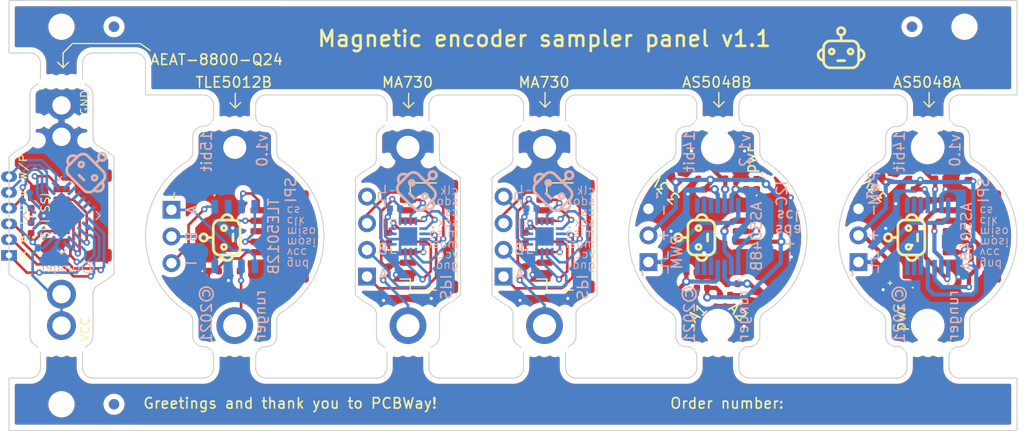
<source format=kicad_pcb>
(kicad_pcb (version 20171130) (host pcbnew "(5.1.6-0-10_14)")
  (layers (0 F.Cu signal) (31 B.Cu signal) (34 B.Paste user) (35 F.Paste user) (36 B.SilkS user hide) (37 F.SilkS user) (38 B.Mask user hide) (39 F.Mask user hide) (44 Edge.Cuts user))
  (net 0 "")
  (net 1 B1-ABI_A)
  (net 2 B1-ABI_B)
  (net 3 B1-ABI_I)
  (net 4 B1-GND)
  (net 5 B1-MISO)
  (net 6 B1-MOSI)
  (net 7 "B1-Net-(D1-Pad1)")
  (net 8 "B1-Net-(U1-Pad1)")
  (net 9 "B1-Net-(U1-Pad15)")
  (net 10 "B1-Net-(U1-Pad16)")
  (net 11 "B1-Net-(U1-Pad17)")
  (net 12 "B1-Net-(U1-Pad18)")
  (net 13 "B1-Net-(U1-Pad2)")
  (net 14 "B1-Net-(U1-Pad3)")
  (net 15 "B1-Net-(U1-Pad4)")
  (net 16 "B1-Net-(U1-Pad5)")
  (net 17 "B1-Net-(U1-Pad6)")
  (net 18 B1-SCK)
  (net 19 B1-UVW_U)
  (net 20 B1-UVW_V)
  (net 21 B1-UVW_W-PWM)
  (net 22 B1-VCC)
  (net 23 B1-nCS)
  (net 24 B2-ABI_A)
  (net 25 B2-ABI_B)
  (net 26 B2-ABI_I)
  (net 27 B2-GND)
  (net 28 B2-MOSI)
  (net 29 "B2-Net-(D1-Pad1)")
  (net 30 "B2-Net-(J1-Pad4)")
  (net 31 B2-SCK)
  (net 32 B2-VCC)
  (net 33 B2-nCS)
  (net 34 B3-ABI_A)
  (net 35 B3-ABI_B)
  (net 36 B3-ABI_I)
  (net 37 B3-GND)
  (net 38 B3-MISO)
  (net 39 B3-MOSI)
  (net 40 "B3-Net-(D1-Pad1)")
  (net 41 "B3-Net-(U1-Pad11)")
  (net 42 "B3-Net-(U1-Pad14)")
  (net 43 "B3-Net-(U1-Pad16)")
  (net 44 B3-PWM)
  (net 45 B3-SCK)
  (net 46 B3-SSCK)
  (net 47 B3-SSD)
  (net 48 B3-VCC)
  (net 49 B3-nCS)
  (net 50 B4-ABI_A)
  (net 51 B4-ABI_B)
  (net 52 B4-ABI_I)
  (net 53 B4-GND)
  (net 54 B4-MISO)
  (net 55 B4-MOSI)
  (net 56 "B4-Net-(D1-Pad1)")
  (net 57 "B4-Net-(U1-Pad11)")
  (net 58 "B4-Net-(U1-Pad14)")
  (net 59 "B4-Net-(U1-Pad16)")
  (net 60 B4-PWM)
  (net 61 B4-SCK)
  (net 62 B4-SSCK)
  (net 63 B4-SSD)
  (net 64 B4-VCC)
  (net 65 B4-nCS)
  (net 66 B5-GND)
  (net 67 "B5-Net-(C1-Pad1)")
  (net 68 "B5-Net-(D1-Pad1)")
  (net 69 "B5-Net-(J2-Pad1)")
  (net 70 "B5-Net-(JP2-Pad1)")
  (net 71 "B5-Net-(JP2-Pad2)")
  (net 72 "B5-Net-(JP3-Pad1)")
  (net 73 "B5-Net-(JP3-Pad2)")
  (net 74 "B5-Net-(U1-Pad10)")
  (net 75 "B5-Net-(U1-Pad6)")
  (net 76 "B5-Net-(U1-Pad7)")
  (net 77 "B5-Net-(U1-Pad8)")
  (net 78 "B5-Net-(U1-Pad9)")
  (net 79 B5-SCL)
  (net 80 B5-SDA)
  (net 81 B5-VCC)
  (net 82 B6-CLK)
  (net 83 B6-CS)
  (net 84 B6-GND)
  (net 85 B6-MISO)
  (net 86 B6-MOSI)
  (net 87 "B6-Net-(C1-Pad1)")
  (net 88 "B6-Net-(D1-Pad1)")
  (net 89 "B6-Net-(J2-Pad1)")
  (net 90 "B6-Net-(U1-Pad10)")
  (net 91 "B6-Net-(U1-Pad6)")
  (net 92 "B6-Net-(U1-Pad7)")
  (net 93 "B6-Net-(U1-Pad8)")
  (net 94 "B6-Net-(U1-Pad9)")
  (net 95 B6-VCC)
  (module Symbol:Robo_logo (layer F.Cu) (at 129.26 21.5)
    (fp_text reference B2-G*** hide)
    (fp_text value LOGO hide)
  )
  (module NPTH (layer F.Cu) (at 54.999 55.501)
    (fp_text reference REF** hide)
    (fp_text value NPTH hide)
    (pad "" np_thru_hole circle (at 0 0) (size 1.5 1.5) (drill 1.5) (layers *.Cu))
  )
  (module NPTH (layer F.Cu) (at 141.010131 19.49895)
    (fp_text reference REF** hide)
    (fp_text value NPTH hide)
    (pad "" np_thru_hole circle (at 0 0) (size 1.5 1.5) (drill 1.5) (layers *.Cu))
  )
  (module NPTH (layer F.Cu) (at 54.999 19.49895)
    (fp_text reference REF** hide)
    (fp_text value NPTH hide)
    (pad "" np_thru_hole circle (at 0 0) (size 1.5 1.5) (drill 1.5) (layers *.Cu))
  )
  (module Fiducial (layer B.Cu) (at 59.999 55.501)
    (fp_text reference REF** hide)
    (fp_text value Fiducial hide)
    (pad "" smd circle (at 0 0) (size 1 1) (layers B.Cu B.Mask))
  )
  (module Fiducial (layer F.Cu) (at 59.999 55.501)
    (fp_text reference REF** hide)
    (fp_text value Fiducial hide)
    (pad "" smd circle (at 0 0) (size 1 1) (layers F.Cu F.Mask))
  )
  (module Fiducial (layer B.Cu) (at 136.010131 19.49895)
    (fp_text reference REF** hide)
    (fp_text value Fiducial hide)
    (pad "" smd circle (at 0 0) (size 1 1) (layers B.Cu B.Mask))
  )
  (module Fiducial (layer F.Cu) (at 136.010131 19.49895)
    (fp_text reference REF** hide)
    (fp_text value Fiducial hide)
    (pad "" smd circle (at 0 0) (size 1 1) (layers F.Cu F.Mask))
  )
  (module Fiducial (layer B.Cu) (at 59.999 19.49895)
    (fp_text reference REF** hide)
    (fp_text value Fiducial hide)
    (pad "" smd circle (at 0 0) (size 1 1) (layers B.Cu B.Mask))
  )
  (module Fiducial (layer F.Cu) (at 59.999 19.49895)
    (fp_text reference REF** hide)
    (fp_text value Fiducial hide)
    (pad "" smd circle (at 0 0) (size 1 1) (layers F.Cu F.Mask))
  )
  (module NPTH (layer F.Cu) (at 53.000392 24.748999)
    (fp_text reference REF** hide)
    (fp_text value NPTH hide)
    (pad "" np_thru_hole circle (at 0 0) (size 0.5 0.5) (drill 0.5) (layers *.Cu))
  )
  (module NPTH (layer F.Cu) (at 54.000392 24.748987)
    (fp_text reference REF** hide)
    (fp_text value NPTH hide)
    (pad "" np_thru_hole circle (at 0 0) (size 0.5 0.5) (drill 0.5) (layers *.Cu))
  )
  (module NPTH (layer F.Cu) (at 55.000392 24.748974)
    (fp_text reference REF** hide)
    (fp_text value NPTH hide)
    (pad "" np_thru_hole circle (at 0 0) (size 0.5 0.5) (drill 0.5) (layers *.Cu))
  )
  (module NPTH (layer F.Cu) (at 56.000392 24.748962)
    (fp_text reference REF** hide)
    (fp_text value NPTH hide)
    (pad "" np_thru_hole circle (at 0 0) (size 0.5 0.5) (drill 0.5) (layers *.Cu))
  )
  (module NPTH (layer F.Cu) (at 57.000392 24.74895)
    (fp_text reference REF** hide)
    (fp_text value NPTH hide)
    (pad "" np_thru_hole circle (at 0 0) (size 0.5 0.5) (drill 0.5) (layers *.Cu))
  )
  (module NPTH (layer F.Cu) (at 57.000392 50.250999)
    (fp_text reference REF** hide)
    (fp_text value NPTH hide)
    (pad "" np_thru_hole circle (at 0 0) (size 0.5 0.5) (drill 0.5) (layers *.Cu))
  )
  (module NPTH (layer F.Cu) (at 56.000392 50.250987)
    (fp_text reference REF** hide)
    (fp_text value NPTH hide)
    (pad "" np_thru_hole circle (at 0 0) (size 0.5 0.5) (drill 0.5) (layers *.Cu))
  )
  (module NPTH (layer F.Cu) (at 55.000392 50.250974)
    (fp_text reference REF** hide)
    (fp_text value NPTH hide)
    (pad "" np_thru_hole circle (at 0 0) (size 0.5 0.5) (drill 0.5) (layers *.Cu))
  )
  (module NPTH (layer F.Cu) (at 54.000392 50.250962)
    (fp_text reference REF** hide)
    (fp_text value NPTH hide)
    (pad "" np_thru_hole circle (at 0 0) (size 0.5 0.5) (drill 0.5) (layers *.Cu))
  )
  (module NPTH (layer F.Cu) (at 53.000392 50.250949)
    (fp_text reference REF** hide)
    (fp_text value NPTH hide)
    (pad "" np_thru_hole circle (at 0 0) (size 0.5 0.5) (drill 0.5) (layers *.Cu))
  )
  (module NPTH (layer F.Cu) (at 73.493038 50.250999)
    (fp_text reference REF** hide)
    (fp_text value NPTH hide)
    (pad "" np_thru_hole circle (at 0 0) (size 0.5 0.5) (drill 0.5) (layers *.Cu))
  )
  (module NPTH (layer F.Cu) (at 72.493038 50.250999)
    (fp_text reference REF** hide)
    (fp_text value NPTH hide)
    (pad "" np_thru_hole circle (at 0 0) (size 0.5 0.5) (drill 0.5) (layers *.Cu))
  )
  (module NPTH (layer F.Cu) (at 71.493038 50.250999)
    (fp_text reference REF** hide)
    (fp_text value NPTH hide)
    (pad "" np_thru_hole circle (at 0 0) (size 0.5 0.5) (drill 0.5) (layers *.Cu))
  )
  (module NPTH (layer F.Cu) (at 70.493038 50.250999)
    (fp_text reference REF** hide)
    (fp_text value NPTH hide)
    (pad "" np_thru_hole circle (at 0 0) (size 0.5 0.5) (drill 0.5) (layers *.Cu))
  )
  (module NPTH (layer F.Cu) (at 69.493038 50.250999)
    (fp_text reference REF** hide)
    (fp_text value NPTH hide)
    (pad "" np_thru_hole circle (at 0 0) (size 0.5 0.5) (drill 0.5) (layers *.Cu))
  )
  (module NPTH (layer F.Cu) (at 69.493038 28.748999)
    (fp_text reference REF** hide)
    (fp_text value NPTH hide)
    (pad "" np_thru_hole circle (at 0 0) (size 0.5 0.5) (drill 0.5) (layers *.Cu))
  )
  (module NPTH (layer F.Cu) (at 70.493038 28.748999)
    (fp_text reference REF** hide)
    (fp_text value NPTH hide)
    (pad "" np_thru_hole circle (at 0 0) (size 0.5 0.5) (drill 0.5) (layers *.Cu))
  )
  (module NPTH (layer F.Cu) (at 71.493038 28.748999)
    (fp_text reference REF** hide)
    (fp_text value NPTH hide)
    (pad "" np_thru_hole circle (at 0 0) (size 0.5 0.5) (drill 0.5) (layers *.Cu))
  )
  (module NPTH (layer F.Cu) (at 72.493038 28.748999)
    (fp_text reference REF** hide)
    (fp_text value NPTH hide)
    (pad "" np_thru_hole circle (at 0 0) (size 0.5 0.5) (drill 0.5) (layers *.Cu))
  )
  (module NPTH (layer F.Cu) (at 73.493038 28.748999)
    (fp_text reference REF** hide)
    (fp_text value NPTH hide)
    (pad "" np_thru_hole circle (at 0 0) (size 0.5 0.5) (drill 0.5) (layers *.Cu))
  )
  (module NPTH (layer F.Cu) (at 90.003438 50.250998)
    (fp_text reference REF** hide)
    (fp_text value NPTH hide)
    (pad "" np_thru_hole circle (at 0 0) (size 0.5 0.5) (drill 0.5) (layers *.Cu))
  )
  (module NPTH (layer F.Cu) (at 89.003438 50.250999)
    (fp_text reference REF** hide)
    (fp_text value NPTH hide)
    (pad "" np_thru_hole circle (at 0 0) (size 0.5 0.5) (drill 0.5) (layers *.Cu))
  )
  (module NPTH (layer F.Cu) (at 88.003438 50.250999)
    (fp_text reference REF** hide)
    (fp_text value NPTH hide)
    (pad "" np_thru_hole circle (at 0 0) (size 0.5 0.5) (drill 0.5) (layers *.Cu))
  )
  (module NPTH (layer F.Cu) (at 87.003438 50.250999)
    (fp_text reference REF** hide)
    (fp_text value NPTH hide)
    (pad "" np_thru_hole circle (at 0 0) (size 0.5 0.5) (drill 0.5) (layers *.Cu))
  )
  (module NPTH (layer F.Cu) (at 86.003438 50.250999)
    (fp_text reference REF** hide)
    (fp_text value NPTH hide)
    (pad "" np_thru_hole circle (at 0 0) (size 0.5 0.5) (drill 0.5) (layers *.Cu))
  )
  (module NPTH (layer F.Cu) (at 86.003441 28.74895)
    (fp_text reference REF** hide)
    (fp_text value NPTH hide)
    (pad "" np_thru_hole circle (at 0 0) (size 0.5 0.5) (drill 0.5) (layers *.Cu))
  )
  (module NPTH (layer F.Cu) (at 87.003441 28.748962)
    (fp_text reference REF** hide)
    (fp_text value NPTH hide)
    (pad "" np_thru_hole circle (at 0 0) (size 0.5 0.5) (drill 0.5) (layers *.Cu))
  )
  (module NPTH (layer F.Cu) (at 88.003441 28.748975)
    (fp_text reference REF** hide)
    (fp_text value NPTH hide)
    (pad "" np_thru_hole circle (at 0 0) (size 0.5 0.5) (drill 0.5) (layers *.Cu))
  )
  (module NPTH (layer F.Cu) (at 89.003441 28.748988)
    (fp_text reference REF** hide)
    (fp_text value NPTH hide)
    (pad "" np_thru_hole circle (at 0 0) (size 0.5 0.5) (drill 0.5) (layers *.Cu))
  )
  (module NPTH (layer F.Cu) (at 90.003441 28.749)
    (fp_text reference REF** hide)
    (fp_text value NPTH hide)
    (pad "" np_thru_hole circle (at 0 0) (size 0.5 0.5) (drill 0.5) (layers *.Cu))
  )
  (module NPTH (layer F.Cu) (at 103.006482 50.250999)
    (fp_text reference REF** hide)
    (fp_text value NPTH hide)
    (pad "" np_thru_hole circle (at 0 0) (size 0.5 0.5) (drill 0.5) (layers *.Cu))
  )
  (module NPTH (layer F.Cu) (at 102.006482 50.250999)
    (fp_text reference REF** hide)
    (fp_text value NPTH hide)
    (pad "" np_thru_hole circle (at 0 0) (size 0.5 0.5) (drill 0.5) (layers *.Cu))
  )
  (module NPTH (layer F.Cu) (at 101.006482 50.250999)
    (fp_text reference REF** hide)
    (fp_text value NPTH hide)
    (pad "" np_thru_hole circle (at 0 0) (size 0.5 0.5) (drill 0.5) (layers *.Cu))
  )
  (module NPTH (layer F.Cu) (at 100.006482 50.250999)
    (fp_text reference REF** hide)
    (fp_text value NPTH hide)
    (pad "" np_thru_hole circle (at 0 0) (size 0.5 0.5) (drill 0.5) (layers *.Cu))
  )
  (module NPTH (layer F.Cu) (at 99.006482 50.250999)
    (fp_text reference REF** hide)
    (fp_text value NPTH hide)
    (pad "" np_thru_hole circle (at 0 0) (size 0.5 0.5) (drill 0.5) (layers *.Cu))
  )
  (module NPTH (layer F.Cu) (at 99.006485 28.74895)
    (fp_text reference REF** hide)
    (fp_text value NPTH hide)
    (pad "" np_thru_hole circle (at 0 0) (size 0.5 0.5) (drill 0.5) (layers *.Cu))
  )
  (module NPTH (layer F.Cu) (at 100.006485 28.748962)
    (fp_text reference REF** hide)
    (fp_text value NPTH hide)
    (pad "" np_thru_hole circle (at 0 0) (size 0.5 0.5) (drill 0.5) (layers *.Cu))
  )
  (module NPTH (layer F.Cu) (at 101.006485 28.748975)
    (fp_text reference REF** hide)
    (fp_text value NPTH hide)
    (pad "" np_thru_hole circle (at 0 0) (size 0.5 0.5) (drill 0.5) (layers *.Cu))
  )
  (module NPTH (layer F.Cu) (at 102.006485 28.748987)
    (fp_text reference REF** hide)
    (fp_text value NPTH hide)
    (pad "" np_thru_hole circle (at 0 0) (size 0.5 0.5) (drill 0.5) (layers *.Cu))
  )
  (module NPTH (layer F.Cu) (at 103.006485 28.748999)
    (fp_text reference REF** hide)
    (fp_text value NPTH hide)
    (pad "" np_thru_hole circle (at 0 0) (size 0.5 0.5) (drill 0.5) (layers *.Cu))
  )
  (module NPTH (layer F.Cu) (at 115.519129 28.748999)
    (fp_text reference REF** hide)
    (fp_text value NPTH hide)
    (pad "" np_thru_hole circle (at 0 0) (size 0.5 0.5) (drill 0.5) (layers *.Cu))
  )
  (module NPTH (layer F.Cu) (at 116.519129 28.748999)
    (fp_text reference REF** hide)
    (fp_text value NPTH hide)
    (pad "" np_thru_hole circle (at 0 0) (size 0.5 0.5) (drill 0.5) (layers *.Cu))
  )
  (module NPTH (layer F.Cu) (at 117.519129 28.748999)
    (fp_text reference REF** hide)
    (fp_text value NPTH hide)
    (pad "" np_thru_hole circle (at 0 0) (size 0.5 0.5) (drill 0.5) (layers *.Cu))
  )
  (module NPTH (layer F.Cu) (at 118.519129 28.748999)
    (fp_text reference REF** hide)
    (fp_text value NPTH hide)
    (pad "" np_thru_hole circle (at 0 0) (size 0.5 0.5) (drill 0.5) (layers *.Cu))
  )
  (module NPTH (layer F.Cu) (at 119.519129 28.748999)
    (fp_text reference REF** hide)
    (fp_text value NPTH hide)
    (pad "" np_thru_hole circle (at 0 0) (size 0.5 0.5) (drill 0.5) (layers *.Cu))
  )
  (module NPTH (layer F.Cu) (at 119.519129 50.250999)
    (fp_text reference REF** hide)
    (fp_text value NPTH hide)
    (pad "" np_thru_hole circle (at 0 0) (size 0.5 0.5) (drill 0.5) (layers *.Cu))
  )
  (module NPTH (layer F.Cu) (at 118.519129 50.250999)
    (fp_text reference REF** hide)
    (fp_text value NPTH hide)
    (pad "" np_thru_hole circle (at 0 0) (size 0.5 0.5) (drill 0.5) (layers *.Cu))
  )
  (module NPTH (layer F.Cu) (at 117.519129 50.250999)
    (fp_text reference REF** hide)
    (fp_text value NPTH hide)
    (pad "" np_thru_hole circle (at 0 0) (size 0.5 0.5) (drill 0.5) (layers *.Cu))
  )
  (module NPTH (layer F.Cu) (at 116.519129 50.250999)
    (fp_text reference REF** hide)
    (fp_text value NPTH hide)
    (pad "" np_thru_hole circle (at 0 0) (size 0.5 0.5) (drill 0.5) (layers *.Cu))
  )
  (module NPTH (layer F.Cu) (at 115.519129 50.250999)
    (fp_text reference REF** hide)
    (fp_text value NPTH hide)
    (pad "" np_thru_hole circle (at 0 0) (size 0.5 0.5) (drill 0.5) (layers *.Cu))
  )
  (module NPTH (layer F.Cu) (at 135.559132 28.748999)
    (fp_text reference REF** hide)
    (fp_text value NPTH hide)
    (pad "" np_thru_hole circle (at 0 0) (size 0.5 0.5) (drill 0.5) (layers *.Cu))
  )
  (module NPTH (layer F.Cu) (at 136.559132 28.748999)
    (fp_text reference REF** hide)
    (fp_text value NPTH hide)
    (pad "" np_thru_hole circle (at 0 0) (size 0.5 0.5) (drill 0.5) (layers *.Cu))
  )
  (module NPTH (layer F.Cu) (at 137.559132 28.748999)
    (fp_text reference REF** hide)
    (fp_text value NPTH hide)
    (pad "" np_thru_hole circle (at 0 0) (size 0.5 0.5) (drill 0.5) (layers *.Cu))
  )
  (module NPTH (layer F.Cu) (at 138.559132 28.748999)
    (fp_text reference REF** hide)
    (fp_text value NPTH hide)
    (pad "" np_thru_hole circle (at 0 0) (size 0.5 0.5) (drill 0.5) (layers *.Cu))
  )
  (module NPTH (layer F.Cu) (at 139.559132 28.748999)
    (fp_text reference REF** hide)
    (fp_text value NPTH hide)
    (pad "" np_thru_hole circle (at 0 0) (size 0.5 0.5) (drill 0.5) (layers *.Cu))
  )
  (module NPTH (layer F.Cu) (at 139.539132 50.250999)
    (fp_text reference REF** hide)
    (fp_text value NPTH hide)
    (pad "" np_thru_hole circle (at 0 0) (size 0.5 0.5) (drill 0.5) (layers *.Cu))
  )
  (module NPTH (layer F.Cu) (at 138.539132 50.250999)
    (fp_text reference REF** hide)
    (fp_text value NPTH hide)
    (pad "" np_thru_hole circle (at 0 0) (size 0.5 0.5) (drill 0.5) (layers *.Cu))
  )
  (module NPTH (layer F.Cu) (at 137.539132 50.250999)
    (fp_text reference REF** hide)
    (fp_text value NPTH hide)
    (pad "" np_thru_hole circle (at 0 0) (size 0.5 0.5) (drill 0.5) (layers *.Cu))
  )
  (module NPTH (layer F.Cu) (at 136.539132 50.250999)
    (fp_text reference REF** hide)
    (fp_text value NPTH hide)
    (pad "" np_thru_hole circle (at 0 0) (size 0.5 0.5) (drill 0.5) (layers *.Cu))
  )
  (module NPTH (layer F.Cu) (at 135.539132 50.250999)
    (fp_text reference REF** hide)
    (fp_text value NPTH hide)
    (pad "" np_thru_hole circle (at 0 0) (size 0.5 0.5) (drill 0.5) (layers *.Cu))
  )
  (module Capacitor_SMD:C_0402_1005Metric (layer F.Cu) (at 138.709133 33.999999)
    (fp_text reference B6-C1 hide)
    (fp_text value 10µF)
    (pad 1 smd roundrect (at -0.485 0) (size 0.59 0.64) (layers F.Cu F.Paste F.Mask) (net 87 "B6-Net-(C1-Pad1)"))
    (pad 2 smd roundrect (at 0.485 0) (size 0.59 0.64) (layers F.Cu F.Paste F.Mask) (net 84 B6-GND))
  )
  (module Capacitor_SMD:C_0402_1005Metric (layer F.Cu) (at 136.209133 35.499999 90)
    (fp_text reference B6-C2 hide)
    (fp_text value 100nF)
    (pad 1 smd roundrect (at -0.485 0 90) (size 0.59 0.64) (layers F.Cu F.Paste F.Mask) (net 84 B6-GND))
    (pad 2 smd roundrect (at 0.485 0 90) (size 0.59 0.64) (layers F.Cu F.Paste F.Mask) (net 95 B6-VCC))
  )
  (module MountingHole:MountingHole_2.2mm_M2 (layer F.Cu) (at 137.509133 30.999999 90)
    (fp_text reference B6-H1 hide)
    (fp_text value MountingHole)
    (pad 1 np_thru_hole circle (at 0 0 90) (size 2.2 2.2) (drill 2.2) (layers *.Cu *.Mask))
  )
  (module LED_SMD:LED_0402_1005Metric (layer F.Cu) (at 134.984133 44.374999 180)
    (fp_text reference B6-D1 hide)
    (fp_text value "LED (green)")
    (pad 1 smd roundrect (at -0.485 0 180) (size 0.59 0.64) (layers F.Cu F.Paste F.Mask) (net 88 "B6-Net-(D1-Pad1)"))
    (pad 2 smd roundrect (at 0.485 0 180) (size 0.59 0.64) (layers F.Cu F.Paste F.Mask) (net 95 B6-VCC))
  )
  (module Resistor_SMD:R_0402_1005Metric (layer F.Cu) (at 134.984133 45.374999)
    (fp_text reference B6-R5 hide)
    (fp_text value 4.7kΩ)
    (pad 1 smd roundrect (at -0.485 0) (size 0.59 0.64) (layers F.Cu F.Paste F.Mask) (net 84 B6-GND))
    (pad 2 smd roundrect (at 0.485 0) (size 0.59 0.64) (layers F.Cu F.Paste F.Mask) (net 88 "B6-Net-(D1-Pad1)"))
  )
  (module Symbol:Robo_logo (layer F.Cu) (at 135.309133 39.599999 90)
    (fp_text reference B6-G*** hide)
    (fp_text value LOGO hide)
  )
  (module MountingHole:MountingHole_2.2mm_M2 (layer F.Cu) (at 137.509133 47.999999 90)
    (fp_text reference B6-H2 hide)
    (fp_text value MountingHole)
    (pad 1 np_thru_hole circle (at 0 0 90) (size 2.2 2.2) (drill 2.2) (layers *.Cu *.Mask))
  )
  (module Jumper:SolderJumper-2_P1.3mm_Open_TrianglePad1.0x1.5mm (layer F.Cu) (at 133.909133 33.499999 225)
    (fp_text reference B6-JP1 hide)
    (fp_text value "Open 5V Closed 3.3V")
    (pad 2 smd custom (at 0.725 0 225) (size 0.3 0.3) (layers F.Cu F.Mask) (net 95 B6-VCC) (options (clearance outline) (anchor rect)) (primitives (gr_poly (pts (xy -0.65 -0.75) (xy 0.5 -0.75) (xy 0.5 0.75) (xy -0.65 0.75) (xy -0.15 0)) (width 0))))
    (pad 1 smd custom (at -0.725 0 225) (size 0.3 0.3) (layers F.Cu F.Mask) (net 87 "B6-Net-(C1-Pad1)") (options (clearance outline) (anchor rect)) (primitives (gr_poly (pts (xy -0.5 -0.75) (xy 0.5 -0.75) (xy 1 0) (xy 0.5 0.75) (xy -0.5 0.75)) (width 0))))
  )
  (module Connector_PinHeader_2.54mm:PinHeader_1x03_P2.54mm_Vertical (layer F.Cu) (at 130.909133 41.939999 180)
    (fp_text reference B6-J2)
    (fp_text value PWM)
    (pad 1 thru_hole rect (at 0 0 180) (size 1.7 1.7) (drill 1) (layers *.Cu *.Mask) (net 89 "B6-Net-(J2-Pad1)"))
    (pad 2 thru_hole oval (at 0 2.54 180) (size 1.7 1.7) (drill 1) (layers *.Cu *.Mask) (net 95 B6-VCC))
    (pad 3 thru_hole oval (at 0 5.08 180) (size 1.7 1.7) (drill 1) (layers *.Cu *.Mask) (net 84 B6-GND))
  )
  (module Connector_JST:JST_SH_SM06B-SRSS-TB_1x06-1MP_P1.00mm_Horizontal (layer F.Cu) (at 141.709133 39.499999 90)
    (fp_text reference B6-J1)
    (fp_text value Conn_01x06)
    (pad 1 smd roundrect (at -2.5 -2 90) (size 0.6 1.55) (layers F.Cu F.Paste F.Mask) (net 84 B6-GND))
    (pad 2 smd roundrect (at -1.5 -2 90) (size 0.6 1.55) (layers F.Cu F.Paste F.Mask) (net 95 B6-VCC))
    (pad 3 smd roundrect (at -0.5 -2 90) (size 0.6 1.55) (layers F.Cu F.Paste F.Mask) (net 86 B6-MOSI))
    (pad 4 smd roundrect (at 0.5 -2 90) (size 0.6 1.55) (layers F.Cu F.Paste F.Mask) (net 85 B6-MISO))
    (pad 5 smd roundrect (at 1.5 -2 90) (size 0.6 1.55) (layers F.Cu F.Paste F.Mask) (net 82 B6-CLK))
    (pad 6 smd roundrect (at 2.5 -2 90) (size 0.6 1.55) (layers F.Cu F.Paste F.Mask) (net 83 B6-CS))
    (pad MP smd roundrect (at -3.8 1.875 90) (size 1.2 1.8) (layers F.Cu F.Paste F.Mask) (roundrect_rratio 0.208) (net 84 B6-GND))
    (pad MP smd roundrect (at 3.8 1.875 90) (size 1.2 1.8) (layers F.Cu F.Paste F.Mask) (roundrect_rratio 0.208) (net 84 B6-GND))
  )
  (module Package_SO:TSSOP-14_4.4x5mm_P0.65mm (layer B.Cu) (at 137.509133 39.499999 90)
    (fp_text reference B6-U1)
    (fp_text value AS5048A)
    (pad 1 smd rect (at -2.95 1.95 90) (size 1.45 0.43) (layers B.Cu B.Paste B.Mask) (net 83 B6-CS))
    (pad 2 smd rect (at -2.95 1.3 90) (size 1.45 0.43) (layers B.Cu B.Paste B.Mask) (net 82 B6-CLK))
    (pad 3 smd rect (at -2.95 0.65 90) (size 1.45 0.43) (layers B.Cu B.Paste B.Mask) (net 85 B6-MISO))
    (pad 4 smd rect (at -2.95 0 90) (size 1.45 0.43) (layers B.Cu B.Paste B.Mask) (net 86 B6-MOSI))
    (pad 5 smd rect (at -2.95 -0.65 90) (size 1.45 0.43) (layers B.Cu B.Paste B.Mask) (net 84 B6-GND))
    (pad 6 smd rect (at -2.95 -1.3 90) (size 1.45 0.43) (layers B.Cu B.Paste B.Mask) (net 91 "B6-Net-(U1-Pad6)"))
    (pad 7 smd rect (at -2.95 -1.95 90) (size 1.45 0.43) (layers B.Cu B.Paste B.Mask) (net 92 "B6-Net-(U1-Pad7)"))
    (pad 8 smd rect (at 2.95 -1.95 90) (size 1.45 0.43) (layers B.Cu B.Paste B.Mask) (net 93 "B6-Net-(U1-Pad8)"))
    (pad 9 smd rect (at 2.95 -1.3 90) (size 1.45 0.43) (layers B.Cu B.Paste B.Mask) (net 94 "B6-Net-(U1-Pad9)"))
    (pad 10 smd rect (at 2.95 -0.65 90) (size 1.45 0.43) (layers B.Cu B.Paste B.Mask) (net 90 "B6-Net-(U1-Pad10)"))
    (pad 11 smd rect (at 2.95 0 90) (size 1.45 0.43) (layers B.Cu B.Paste B.Mask) (net 95 B6-VCC))
    (pad 12 smd rect (at 2.95 0.65 90) (size 1.45 0.43) (layers B.Cu B.Paste B.Mask) (net 87 "B6-Net-(C1-Pad1)"))
    (pad 13 smd rect (at 2.95 1.3 90) (size 1.45 0.43) (layers B.Cu B.Paste B.Mask) (net 84 B6-GND))
    (pad 14 smd rect (at 2.95 1.95 90) (size 1.45 0.43) (layers B.Cu B.Paste B.Mask) (net 89 "B6-Net-(J2-Pad1)"))
  )
  (module Capacitor_SMD:C_0402_1005Metric (layer F.Cu) (at 118.70913 33.999999)
    (fp_text reference B5-C1 hide)
    (fp_text value 10uF)
    (pad 1 smd roundrect (at -0.485 0) (size 0.59 0.64) (layers F.Cu F.Paste F.Mask) (net 67 "B5-Net-(C1-Pad1)"))
    (pad 2 smd roundrect (at 0.485 0) (size 0.59 0.64) (layers F.Cu F.Paste F.Mask) (net 66 B5-GND))
  )
  (module Capacitor_SMD:C_0402_1005Metric (layer F.Cu) (at 116.20913 35.499999 90)
    (fp_text reference B5-C2 hide)
    (fp_text value 100nF)
    (pad 1 smd roundrect (at -0.485 0 90) (size 0.59 0.64) (layers F.Cu F.Paste F.Mask) (net 66 B5-GND))
    (pad 2 smd roundrect (at 0.485 0 90) (size 0.59 0.64) (layers F.Cu F.Paste F.Mask) (net 81 B5-VCC))
  )
  (module Resistor_SMD:R_0402_1005Metric (layer F.Cu) (at 115.00913 42.899999)
    (fp_text reference B5-R1 hide)
    (fp_text value 18k)
    (pad 1 smd roundrect (at -0.485 0) (size 0.59 0.64) (layers F.Cu F.Paste F.Mask) (net 71 "B5-Net-(JP2-Pad2)"))
    (pad 2 smd roundrect (at 0.485 0) (size 0.59 0.64) (layers F.Cu F.Paste F.Mask) (net 66 B5-GND))
  )
  (module Resistor_SMD:R_0402_1005Metric (layer F.Cu) (at 118.90913 43.999999)
    (fp_text reference B5-R2 hide)
    (fp_text value 18k)
    (pad 1 smd roundrect (at -0.485 0) (size 0.59 0.64) (layers F.Cu F.Paste F.Mask) (net 66 B5-GND))
    (pad 2 smd roundrect (at 0.485 0) (size 0.59 0.64) (layers F.Cu F.Paste F.Mask) (net 73 "B5-Net-(JP3-Pad2)"))
  )
  (module Resistor_SMD:R_0402_1005Metric (layer F.Cu) (at 116.00913 44.399999 180)
    (fp_text reference B5-R3 hide)
    (fp_text value 2k2)
    (pad 1 smd roundrect (at -0.485 0 180) (size 0.59 0.64) (layers F.Cu F.Paste F.Mask) (net 81 B5-VCC))
    (pad 2 smd roundrect (at 0.485 0 180) (size 0.59 0.64) (layers F.Cu F.Paste F.Mask) (net 70 "B5-Net-(JP2-Pad1)"))
  )
  (module Resistor_SMD:R_0402_1005Metric (layer F.Cu) (at 118.20913 45.099999)
    (fp_text reference B5-R4 hide)
    (fp_text value 2k2)
    (pad 1 smd roundrect (at -0.485 0) (size 0.59 0.64) (layers F.Cu F.Paste F.Mask) (net 81 B5-VCC))
    (pad 2 smd roundrect (at 0.485 0) (size 0.59 0.64) (layers F.Cu F.Paste F.Mask) (net 72 "B5-Net-(JP3-Pad1)"))
  )
  (module MountingHole:MountingHole_2.2mm_M2 (layer F.Cu) (at 117.50913 30.999999 90)
    (fp_text reference B5-H1 hide)
    (fp_text value MountingHole)
    (pad 1 np_thru_hole circle (at 0 0 90) (size 2.2 2.2) (drill 2.2) (layers *.Cu *.Mask))
  )
  (module MountingHole:MountingHole_2.2mm_M2 (layer F.Cu) (at 117.50913 47.999999 90)
    (fp_text reference B5-H2 hide)
    (fp_text value MountingHole)
    (pad 1 np_thru_hole circle (at 0 0 90) (size 2.2 2.2) (drill 2.2) (layers *.Cu *.Mask))
  )
  (module LED_SMD:LED_0402_1005Metric (layer F.Cu) (at 121.20913 34.499999 90)
    (fp_text reference B5-D1 hide)
    (fp_text value "LED (green)")
    (pad 1 smd roundrect (at -0.485 0 90) (size 0.59 0.64) (layers F.Cu F.Paste F.Mask) (net 68 "B5-Net-(D1-Pad1)"))
    (pad 2 smd roundrect (at 0.485 0 90) (size 0.59 0.64) (layers F.Cu F.Paste F.Mask) (net 81 B5-VCC))
  )
  (module Resistor_SMD:R_0402_1005Metric (layer F.Cu) (at 120.20913 34.499999 270)
    (fp_text reference B5-R5 hide)
    (fp_text value 2k2)
    (pad 1 smd roundrect (at -0.485 0 270) (size 0.59 0.64) (layers F.Cu F.Paste F.Mask) (net 66 B5-GND))
    (pad 2 smd roundrect (at 0.485 0 270) (size 0.59 0.64) (layers F.Cu F.Paste F.Mask) (net 68 "B5-Net-(D1-Pad1)"))
  )
  (module Symbol:Robo_logo (layer F.Cu) (at 115.30913 39.599999 90)
    (fp_text reference B5-G*** hide)
    (fp_text value LOGO hide)
  )
  (module Connector_PinHeader_2.54mm:PinHeader_1x03_P2.54mm_Vertical (layer F.Cu) (at 110.90913 41.939999 180)
    (fp_text reference B5-J2)
    (fp_text value PWM)
    (pad 1 thru_hole rect (at 0 0 180) (size 1.7 1.7) (drill 1) (layers *.Cu *.Mask) (net 69 "B5-Net-(J2-Pad1)"))
    (pad 2 thru_hole oval (at 0 2.54 180) (size 1.7 1.7) (drill 1) (layers *.Cu *.Mask) (net 81 B5-VCC))
    (pad 3 thru_hole oval (at 0 5.08 180) (size 1.7 1.7) (drill 1) (layers *.Cu *.Mask) (net 66 B5-GND))
  )
  (module Jumper:SolderJumper-2_P1.3mm_Open_TrianglePad1.0x1.5mm (layer F.Cu) (at 113.896478 45.587347 135)
    (fp_text reference B5-JP2 hide)
    (fp_text value A1 (at -2.068502 0.353553 45) (layer F.SilkS))
    (pad 2 smd custom (at 0.725 0 135) (size 0.3 0.3) (layers F.Cu F.Mask) (net 71 "B5-Net-(JP2-Pad2)") (options (clearance outline) (anchor rect)) (primitives (gr_poly (pts (xy -0.65 -0.75) (xy 0.5 -0.75) (xy 0.5 0.75) (xy -0.65 0.75) (xy -0.15 0)) (width 0))))
    (pad 1 smd custom (at -0.725 0 135) (size 0.3 0.3) (layers F.Cu F.Mask) (net 70 "B5-Net-(JP2-Pad1)") (options (clearance outline) (anchor rect)) (primitives (gr_poly (pts (xy -0.5 -0.75) (xy 0.5 -0.75) (xy 1 0) (xy 0.5 0.75) (xy -0.5 0.75)) (width 0))))
  )
  (module Jumper:SolderJumper-2_P1.3mm_Open_TrianglePad1.0x1.5mm (layer F.Cu) (at 113.90913 33.499999 225)
    (fp_text reference B5-JP1 hide)
    (fp_text value "Open 5V Closed 3.3V")
    (pad 2 smd custom (at 0.725 0 225) (size 0.3 0.3) (layers F.Cu F.Mask) (net 81 B5-VCC) (options (clearance outline) (anchor rect)) (primitives (gr_poly (pts (xy -0.65 -0.75) (xy 0.5 -0.75) (xy 0.5 0.75) (xy -0.65 0.75) (xy -0.15 0)) (width 0))))
    (pad 1 smd custom (at -0.725 0 225) (size 0.3 0.3) (layers F.Cu F.Mask) (net 67 "B5-Net-(C1-Pad1)") (options (clearance outline) (anchor rect)) (primitives (gr_poly (pts (xy -0.5 -0.75) (xy 0.5 -0.75) (xy 1 0) (xy 0.5 0.75) (xy -0.5 0.75)) (width 0))))
  )
  (module Jumper:SolderJumper-2_P1.3mm_Open_TrianglePad1.0x1.5mm (layer F.Cu) (at 121.10913 45.587347 45)
    (fp_text reference B5-JP3 hide)
    (fp_text value A2 (at -1.988845 -0.415318 -45) (layer F.SilkS))
    (pad 2 smd custom (at 0.725 0 45) (size 0.3 0.3) (layers F.Cu F.Mask) (net 73 "B5-Net-(JP3-Pad2)") (options (clearance outline) (anchor rect)) (primitives (gr_poly (pts (xy -0.65 -0.75) (xy 0.5 -0.75) (xy 0.5 0.75) (xy -0.65 0.75) (xy -0.15 0)) (width 0))))
    (pad 1 smd custom (at -0.725 0 45) (size 0.3 0.3) (layers F.Cu F.Mask) (net 72 "B5-Net-(JP3-Pad1)") (options (clearance outline) (anchor rect)) (primitives (gr_poly (pts (xy -0.5 -0.75) (xy 0.5 -0.75) (xy 1 0) (xy 0.5 0.75) (xy -0.5 0.75)) (width 0))))
  )
  (module Connector_JST:JST_SH_SM04B-SRSS-TB_1x04-1MP_P1.00mm_Horizontal (layer F.Cu) (at 121.70913 39.499999 90)
    (fp_text reference B5-J1)
    (fp_text value Conn_01x04)
    (pad 1 smd roundrect (at -1.5 -2 90) (size 0.6 1.55) (layers F.Cu F.Paste F.Mask) (net 66 B5-GND))
    (pad 2 smd roundrect (at -0.5 -2 90) (size 0.6 1.55) (layers F.Cu F.Paste F.Mask) (net 81 B5-VCC))
    (pad 3 smd roundrect (at 0.5 -2 90) (size 0.6 1.55) (layers F.Cu F.Paste F.Mask) (net 80 B5-SDA))
    (pad 4 smd roundrect (at 1.5 -2 90) (size 0.6 1.55) (layers F.Cu F.Paste F.Mask) (net 79 B5-SCL))
    (pad MP smd roundrect (at -2.8 1.875 90) (size 1.2 1.8) (layers F.Cu F.Paste F.Mask) (roundrect_rratio 0.208333) (net 66 B5-GND))
    (pad MP smd roundrect (at 2.8 1.875 90) (size 1.2 1.8) (layers F.Cu F.Paste F.Mask) (roundrect_rratio 0.208333) (net 66 B5-GND))
  )
  (module Package_SO:TSSOP-14_4.4x5mm_P0.65mm (layer B.Cu) (at 117.50913 39.499999 90)
    (fp_text reference B5-U1)
    (fp_text value AS5048B)
    (pad 1 smd rect (at -2.95 1.95 90) (size 1.45 0.43) (layers B.Cu B.Paste B.Mask) (net 80 B5-SDA))
    (pad 2 smd rect (at -2.95 1.3 90) (size 1.45 0.43) (layers B.Cu B.Paste B.Mask) (net 79 B5-SCL))
    (pad 3 smd rect (at -2.95 0.65 90) (size 1.45 0.43) (layers B.Cu B.Paste B.Mask) (net 73 "B5-Net-(JP3-Pad2)"))
    (pad 4 smd rect (at -2.95 0 90) (size 1.45 0.43) (layers B.Cu B.Paste B.Mask) (net 71 "B5-Net-(JP2-Pad2)"))
    (pad 5 smd rect (at -2.95 -0.65 90) (size 1.45 0.43) (layers B.Cu B.Paste B.Mask) (net 66 B5-GND))
    (pad 6 smd rect (at -2.95 -1.3 90) (size 1.45 0.43) (layers B.Cu B.Paste B.Mask) (net 75 "B5-Net-(U1-Pad6)"))
    (pad 7 smd rect (at -2.95 -1.95 90) (size 1.45 0.43) (layers B.Cu B.Paste B.Mask) (net 76 "B5-Net-(U1-Pad7)"))
    (pad 8 smd rect (at 2.95 -1.95 90) (size 1.45 0.43) (layers B.Cu B.Paste B.Mask) (net 77 "B5-Net-(U1-Pad8)"))
    (pad 9 smd rect (at 2.95 -1.3 90) (size 1.45 0.43) (layers B.Cu B.Paste B.Mask) (net 78 "B5-Net-(U1-Pad9)"))
    (pad 10 smd rect (at 2.95 -0.65 90) (size 1.45 0.43) (layers B.Cu B.Paste B.Mask) (net 74 "B5-Net-(U1-Pad10)"))
    (pad 11 smd rect (at 2.95 0 90) (size 1.45 0.43) (layers B.Cu B.Paste B.Mask) (net 81 B5-VCC))
    (pad 12 smd rect (at 2.95 0.65 90) (size 1.45 0.43) (layers B.Cu B.Paste B.Mask) (net 67 "B5-Net-(C1-Pad1)"))
    (pad 13 smd rect (at 2.95 1.3 90) (size 1.45 0.43) (layers B.Cu B.Paste B.Mask) (net 66 B5-GND))
    (pad 14 smd rect (at 2.95 1.95 90) (size 1.45 0.43) (layers B.Cu B.Paste B.Mask) (net 69 "B5-Net-(J2-Pad1)"))
  )
  (module Capacitor_SMD:C_0402_1005Metric (layer B.Cu) (at 99.766482 36.83995)
    (fp_text reference B4-C2)
    (fp_text value "1uF 6.3V")
    (pad 1 smd roundrect (at -0.485 0) (size 0.59 0.64) (layers B.Cu B.Paste B.Mask) (net 53 B4-GND))
    (pad 2 smd roundrect (at 0.485 0) (size 0.59 0.64) (layers B.Cu B.Paste B.Mask) (net 64 B4-VCC))
  )
  (module LED_SMD:LED_0402_1005Metric (layer F.Cu) (at 99.176482 41.86495 270)
    (fp_text reference B4-D1)
    (fp_text value green)
    (pad 1 smd roundrect (at -0.485 0 270) (size 0.59 0.64) (layers F.Cu F.Paste F.Mask) (net 56 "B4-Net-(D1-Pad1)"))
    (pad 2 smd roundrect (at 0.485 0 270) (size 0.59 0.64) (layers F.Cu F.Paste F.Mask) (net 64 B4-VCC))
  )
  (module MountingHole:MountingHole_2.2mm_M2_ISO7380_Pad (layer F.Cu) (at 101.006482 30.99995 90)
    (fp_text reference B4-H2)
    (fp_text value MountingHole_Pad)
    (pad 1 thru_hole circle (at 0 0 90) (size 3.5 3.5) (drill 2.2) (layers *.Cu *.Mask) (net 53 B4-GND))
  )
  (module Resistor_SMD:R_0402_1005Metric (layer F.Cu) (at 99.176482 39.62995 90)
    (fp_text reference B4-R1)
    (fp_text value 1k)
    (pad 1 smd roundrect (at -0.485 0 90) (size 0.59 0.64) (layers F.Cu F.Paste F.Mask) (net 56 "B4-Net-(D1-Pad1)"))
    (pad 2 smd roundrect (at 0.485 0 90) (size 0.59 0.64) (layers F.Cu F.Paste F.Mask) (net 53 B4-GND))
  )
  (module Package_DFN_QFN:QFN-16-1EP_3x3mm_P0.5mm_EP1.75x1.75mm (layer B.Cu) (at 101.006482 39.49995 180)
    (fp_text reference B4-U1)
    (fp_text value MA730)
    (pad 1 smd roundrect (at -1.4625 0.75 180) (size 0.775 0.25) (layers B.Cu B.Paste B.Mask) (net 63 B4-SSD))
    (pad 2 smd roundrect (at -1.4625 0.25 180) (size 0.775 0.25) (layers B.Cu B.Paste B.Mask) (net 50 B4-ABI_A))
    (pad 3 smd roundrect (at -1.4625 -0.25 180) (size 0.775 0.25) (layers B.Cu B.Paste B.Mask) (net 52 B4-ABI_I))
    (pad 4 smd roundrect (at -1.4625 -0.75 180) (size 0.775 0.25) (layers B.Cu B.Paste B.Mask) (net 55 B4-MOSI))
    (pad 5 smd roundrect (at -0.75 -1.4625 180) (size 0.25 0.775) (layers B.Cu B.Paste B.Mask) (net 65 B4-nCS))
    (pad 6 smd roundrect (at -0.25 -1.4625 180) (size 0.25 0.775) (layers B.Cu B.Paste B.Mask) (net 51 B4-ABI_B))
    (pad 7 smd roundrect (at 0.25 -1.4625 180) (size 0.25 0.775) (layers B.Cu B.Paste B.Mask) (net 54 B4-MISO))
    (pad 8 smd roundrect (at 0.75 -1.4625 180) (size 0.25 0.775) (layers B.Cu B.Paste B.Mask) (net 53 B4-GND))
    (pad 9 smd roundrect (at 1.4625 -0.75 180) (size 0.775 0.25) (layers B.Cu B.Paste B.Mask) (net 60 B4-PWM))
    (pad 10 smd roundrect (at 1.4625 -0.25 180) (size 0.775 0.25) (layers B.Cu B.Paste B.Mask) (net 53 B4-GND))
    (pad 11 smd roundrect (at 1.4625 0.25 180) (size 0.775 0.25) (layers B.Cu B.Paste B.Mask) (net 57 "B4-Net-(U1-Pad11)"))
    (pad 12 smd roundrect (at 1.4625 0.75 180) (size 0.775 0.25) (layers B.Cu B.Paste B.Mask) (net 61 B4-SCK))
    (pad 13 smd roundrect (at 0.75 1.4625 180) (size 0.25 0.775) (layers B.Cu B.Paste B.Mask) (net 64 B4-VCC))
    (pad 14 smd roundrect (at 0.25 1.4625 180) (size 0.25 0.775) (layers B.Cu B.Paste B.Mask) (net 58 "B4-Net-(U1-Pad14)"))
    (pad 15 smd roundrect (at -0.25 1.4625 180) (size 0.25 0.775) (layers B.Cu B.Paste B.Mask) (net 62 B4-SSCK))
    (pad 16 smd roundrect (at -0.75 1.4625 180) (size 0.25 0.775) (layers B.Cu B.Paste B.Mask) (net 59 "B4-Net-(U1-Pad16)"))
    (pad 17 smd rect (at 0 0 180) (size 1.75 1.75) (layers B.Cu B.Mask) (net 53 B4-GND))
  )
  (module MountingHole:MountingHole_2.2mm_M2_ISO7380_Pad (layer F.Cu) (at 101.006482 47.99995 90)
    (fp_text reference B4-H1)
    (fp_text value MountingHole_Pad)
    (pad 1 thru_hole circle (at 0 0 90) (size 3.5 3.5) (drill 2.2) (layers *.Cu *.Mask) (net 64 B4-VCC))
  )
  (module Connector_JST:JST_SH_SM08B-SRSS-TB_1x08-1MP_P1.00mm_Horizontal (layer F.Cu) (at 103.006482 39.49995 90)
    (fp_text reference B4-J1)
    (fp_text value Conn_01x06_MountingPin)
    (pad 1 smd roundrect (at -3.5 -2 90) (size 0.6 1.55) (layers F.Cu F.Paste F.Mask) (net 53 B4-GND))
    (pad 2 smd roundrect (at -2.5 -2 90) (size 0.6 1.55) (layers F.Cu F.Paste F.Mask) (net 64 B4-VCC))
    (pad 3 smd roundrect (at -1.5 -2 90) (size 0.6 1.55) (layers F.Cu F.Paste F.Mask) (net 55 B4-MOSI))
    (pad 4 smd roundrect (at -0.5 -2 90) (size 0.6 1.55) (layers F.Cu F.Paste F.Mask) (net 54 B4-MISO))
    (pad 5 smd roundrect (at 0.5 -2 90) (size 0.6 1.55) (layers F.Cu F.Paste F.Mask) (net 61 B4-SCK))
    (pad 6 smd roundrect (at 1.5 -2 90) (size 0.6 1.55) (layers F.Cu F.Paste F.Mask) (net 65 B4-nCS))
    (pad 7 smd roundrect (at 2.5 -2 90) (size 0.6 1.55) (layers F.Cu F.Paste F.Mask) (net 63 B4-SSD))
    (pad 8 smd roundrect (at 3.5 -2 90) (size 0.6 1.55) (layers F.Cu F.Paste F.Mask) (net 62 B4-SSCK))
    (pad MP smd roundrect (at -4.8 1.875 90) (size 1.2 1.8) (layers F.Cu F.Paste F.Mask) (roundrect_rratio 0.208333) (net 53 B4-GND))
    (pad MP smd roundrect (at 4.8 1.875 90) (size 1.2 1.8) (layers F.Cu F.Paste F.Mask) (roundrect_rratio 0.208333) (net 53 B4-GND))
  )
  (module Connector_PinHeader_2.54mm:PinHeader_1x04_P2.54mm_Vertical (layer F.Cu) (at 97.106482 43.31995 180)
    (fp_text reference B4-J2)
    (fp_text value Castellations_ABI)
    (pad 1 thru_hole rect (at 0 0 180) (size 1.7 1.7) (drill 1) (layers *.Cu *.Mask) (net 50 B4-ABI_A))
    (pad 2 thru_hole oval (at 0 2.54 180) (size 1.7 1.7) (drill 1) (layers *.Cu *.Mask) (net 51 B4-ABI_B))
    (pad 3 thru_hole oval (at 0 5.08 180) (size 1.7 1.7) (drill 1) (layers *.Cu *.Mask) (net 52 B4-ABI_I))
    (pad 4 thru_hole oval (at 0 7.62 180) (size 1.7 1.7) (drill 1) (layers *.Cu *.Mask) (net 60 B4-PWM))
  )
  (module runger:Mousebite (layer F.Cu) (at 102.956482 32.24995 90)
    (fp_text reference B4-H** hide)
    (fp_text value Mousebite hide)
    (pad "" np_thru_hole circle (at 0 0 90) (size 0.5 0.5) (drill 0.5) (layers *.Cu *.Mask))
  )
  (module runger:Mousebite (layer F.Cu) (at 99.056482 32.24995 90)
    (fp_text reference B4-H** hide)
    (fp_text value Mousebite hide)
    (pad "" np_thru_hole circle (at 0 0 90) (size 0.5 0.5) (drill 0.5) (layers *.Cu *.Mask))
  )
  (module runger:Mousebite (layer F.Cu) (at 102.956482 46.74995 90)
    (fp_text reference B4-H** hide)
    (fp_text value Mousebite hide)
    (pad "" np_thru_hole circle (at 0 0 90) (size 0.5 0.5) (drill 0.5) (layers *.Cu *.Mask))
  )
  (module runger:Mousebite (layer F.Cu) (at 99.056482 46.74995 90)
    (fp_text reference B4-H** hide)
    (fp_text value Mousebite hide)
    (pad "" np_thru_hole circle (at 0 0 90) (size 0.5 0.5) (drill 0.5) (layers *.Cu *.Mask))
  )
  (module runger:Robo_logo2 (layer B.Cu) (at 102.256482 34.75995 135)
    (fp_text reference B4-G*** hide)
    (fp_text value LOGO hide)
  )
  (module Capacitor_SMD:C_0402_1005Metric (layer B.Cu) (at 86.763438 36.83995)
    (fp_text reference B3-C2)
    (fp_text value "1uF 6.3V")
    (pad 1 smd roundrect (at -0.485 0) (size 0.59 0.64) (layers B.Cu B.Paste B.Mask) (net 37 B3-GND))
    (pad 2 smd roundrect (at 0.485 0) (size 0.59 0.64) (layers B.Cu B.Paste B.Mask) (net 48 B3-VCC))
  )
  (module LED_SMD:LED_0402_1005Metric (layer F.Cu) (at 86.173438 41.86495 270)
    (fp_text reference B3-D1)
    (fp_text value green)
    (pad 1 smd roundrect (at -0.485 0 270) (size 0.59 0.64) (layers F.Cu F.Paste F.Mask) (net 40 "B3-Net-(D1-Pad1)"))
    (pad 2 smd roundrect (at 0.485 0 270) (size 0.59 0.64) (layers F.Cu F.Paste F.Mask) (net 48 B3-VCC))
  )
  (module MountingHole:MountingHole_2.2mm_M2_ISO7380_Pad (layer F.Cu) (at 88.003438 30.99995 90)
    (fp_text reference B3-H2)
    (fp_text value MountingHole_Pad)
    (pad 1 thru_hole circle (at 0 0 90) (size 3.5 3.5) (drill 2.2) (layers *.Cu *.Mask) (net 37 B3-GND))
  )
  (module Resistor_SMD:R_0402_1005Metric (layer F.Cu) (at 86.173438 39.62995 90)
    (fp_text reference B3-R1)
    (fp_text value 1k)
    (pad 1 smd roundrect (at -0.485 0 90) (size 0.59 0.64) (layers F.Cu F.Paste F.Mask) (net 40 "B3-Net-(D1-Pad1)"))
    (pad 2 smd roundrect (at 0.485 0 90) (size 0.59 0.64) (layers F.Cu F.Paste F.Mask) (net 37 B3-GND))
  )
  (module Package_DFN_QFN:QFN-16-1EP_3x3mm_P0.5mm_EP1.75x1.75mm (layer B.Cu) (at 88.003438 39.49995 180)
    (fp_text reference B3-U1)
    (fp_text value MA730)
    (pad 1 smd roundrect (at -1.4625 0.75 180) (size 0.775 0.25) (layers B.Cu B.Paste B.Mask) (net 47 B3-SSD))
    (pad 2 smd roundrect (at -1.4625 0.25 180) (size 0.775 0.25) (layers B.Cu B.Paste B.Mask) (net 34 B3-ABI_A))
    (pad 3 smd roundrect (at -1.4625 -0.25 180) (size 0.775 0.25) (layers B.Cu B.Paste B.Mask) (net 36 B3-ABI_I))
    (pad 4 smd roundrect (at -1.4625 -0.75 180) (size 0.775 0.25) (layers B.Cu B.Paste B.Mask) (net 39 B3-MOSI))
    (pad 5 smd roundrect (at -0.75 -1.4625 180) (size 0.25 0.775) (layers B.Cu B.Paste B.Mask) (net 49 B3-nCS))
    (pad 6 smd roundrect (at -0.25 -1.4625 180) (size 0.25 0.775) (layers B.Cu B.Paste B.Mask) (net 35 B3-ABI_B))
    (pad 7 smd roundrect (at 0.25 -1.4625 180) (size 0.25 0.775) (layers B.Cu B.Paste B.Mask) (net 38 B3-MISO))
    (pad 8 smd roundrect (at 0.75 -1.4625 180) (size 0.25 0.775) (layers B.Cu B.Paste B.Mask) (net 37 B3-GND))
    (pad 9 smd roundrect (at 1.4625 -0.75 180) (size 0.775 0.25) (layers B.Cu B.Paste B.Mask) (net 44 B3-PWM))
    (pad 10 smd roundrect (at 1.4625 -0.25 180) (size 0.775 0.25) (layers B.Cu B.Paste B.Mask) (net 37 B3-GND))
    (pad 11 smd roundrect (at 1.4625 0.25 180) (size 0.775 0.25) (layers B.Cu B.Paste B.Mask) (net 41 "B3-Net-(U1-Pad11)"))
    (pad 12 smd roundrect (at 1.4625 0.75 180) (size 0.775 0.25) (layers B.Cu B.Paste B.Mask) (net 45 B3-SCK))
    (pad 13 smd roundrect (at 0.75 1.4625 180) (size 0.25 0.775) (layers B.Cu B.Paste B.Mask) (net 48 B3-VCC))
    (pad 14 smd roundrect (at 0.25 1.4625 180) (size 0.25 0.775) (layers B.Cu B.Paste B.Mask) (net 42 "B3-Net-(U1-Pad14)"))
    (pad 15 smd roundrect (at -0.25 1.4625 180) (size 0.25 0.775) (layers B.Cu B.Paste B.Mask) (net 46 B3-SSCK))
    (pad 16 smd roundrect (at -0.75 1.4625 180) (size 0.25 0.775) (layers B.Cu B.Paste B.Mask) (net 43 "B3-Net-(U1-Pad16)"))
    (pad 17 smd rect (at 0 0 180) (size 1.75 1.75) (layers B.Cu B.Mask) (net 37 B3-GND))
  )
  (module MountingHole:MountingHole_2.2mm_M2_ISO7380_Pad (layer F.Cu) (at 88.003438 47.99995 90)
    (fp_text reference B3-H1)
    (fp_text value MountingHole_Pad)
    (pad 1 thru_hole circle (at 0 0 90) (size 3.5 3.5) (drill 2.2) (layers *.Cu *.Mask) (net 48 B3-VCC))
  )
  (module Connector_JST:JST_SH_SM08B-SRSS-TB_1x08-1MP_P1.00mm_Horizontal (layer F.Cu) (at 90.003438 39.49995 90)
    (fp_text reference B3-J1)
    (fp_text value Conn_01x06_MountingPin)
    (pad 1 smd roundrect (at -3.5 -2 90) (size 0.6 1.55) (layers F.Cu F.Paste F.Mask) (net 37 B3-GND))
    (pad 2 smd roundrect (at -2.5 -2 90) (size 0.6 1.55) (layers F.Cu F.Paste F.Mask) (net 48 B3-VCC))
    (pad 3 smd roundrect (at -1.5 -2 90) (size 0.6 1.55) (layers F.Cu F.Paste F.Mask) (net 39 B3-MOSI))
    (pad 4 smd roundrect (at -0.5 -2 90) (size 0.6 1.55) (layers F.Cu F.Paste F.Mask) (net 38 B3-MISO))
    (pad 5 smd roundrect (at 0.5 -2 90) (size 0.6 1.55) (layers F.Cu F.Paste F.Mask) (net 45 B3-SCK))
    (pad 6 smd roundrect (at 1.5 -2 90) (size 0.6 1.55) (layers F.Cu F.Paste F.Mask) (net 49 B3-nCS))
    (pad 7 smd roundrect (at 2.5 -2 90) (size 0.6 1.55) (layers F.Cu F.Paste F.Mask) (net 47 B3-SSD))
    (pad 8 smd roundrect (at 3.5 -2 90) (size 0.6 1.55) (layers F.Cu F.Paste F.Mask) (net 46 B3-SSCK))
    (pad MP smd roundrect (at -4.8 1.875 90) (size 1.2 1.8) (layers F.Cu F.Paste F.Mask) (roundrect_rratio 0.208333) (net 37 B3-GND))
    (pad MP smd roundrect (at 4.8 1.875 90) (size 1.2 1.8) (layers F.Cu F.Paste F.Mask) (roundrect_rratio 0.208333) (net 37 B3-GND))
  )
  (module Connector_PinHeader_2.54mm:PinHeader_1x04_P2.54mm_Vertical (layer F.Cu) (at 84.103438 43.31995 180)
    (fp_text reference B3-J2)
    (fp_text value Castellations_ABI)
    (pad 1 thru_hole rect (at 0 0 180) (size 1.7 1.7) (drill 1) (layers *.Cu *.Mask) (net 34 B3-ABI_A))
    (pad 2 thru_hole oval (at 0 2.54 180) (size 1.7 1.7) (drill 1) (layers *.Cu *.Mask) (net 35 B3-ABI_B))
    (pad 3 thru_hole oval (at 0 5.08 180) (size 1.7 1.7) (drill 1) (layers *.Cu *.Mask) (net 36 B3-ABI_I))
    (pad 4 thru_hole oval (at 0 7.62 180) (size 1.7 1.7) (drill 1) (layers *.Cu *.Mask) (net 44 B3-PWM))
  )
  (module runger:Mousebite (layer F.Cu) (at 89.953438 32.24995 90)
    (fp_text reference B3-H** hide)
    (fp_text value Mousebite hide)
    (pad "" np_thru_hole circle (at 0 0 90) (size 0.5 0.5) (drill 0.5) (layers *.Cu *.Mask))
  )
  (module runger:Mousebite (layer F.Cu) (at 86.053438 32.24995 90)
    (fp_text reference B3-H** hide)
    (fp_text value Mousebite hide)
    (pad "" np_thru_hole circle (at 0 0 90) (size 0.5 0.5) (drill 0.5) (layers *.Cu *.Mask))
  )
  (module runger:Mousebite (layer F.Cu) (at 89.953438 46.74995 90)
    (fp_text reference B3-H** hide)
    (fp_text value Mousebite hide)
    (pad "" np_thru_hole circle (at 0 0 90) (size 0.5 0.5) (drill 0.5) (layers *.Cu *.Mask))
  )
  (module runger:Mousebite (layer F.Cu) (at 86.053438 46.74995 90)
    (fp_text reference B3-H** hide)
    (fp_text value Mousebite hide)
    (pad "" np_thru_hole circle (at 0 0 90) (size 0.5 0.5) (drill 0.5) (layers *.Cu *.Mask))
  )
  (module runger:Robo_logo2 (layer B.Cu) (at 89.253438 34.75995 135)
    (fp_text reference B3-G*** hide)
    (fp_text value LOGO hide)
  )
  (module Connector_JST:JST_SH_SM06B-SRSS-TB_1x06-1MP_P1.00mm_Horizontal (layer F.Cu) (at 75.773039 39.499999 90)
    (fp_text reference B2-J1)
    (fp_text value Conn_01x06_MountingPin)
    (pad MP smd roundrect (at 3.8 1.875 90) (size 1.2 1.8) (layers F.Cu F.Paste F.Mask) (roundrect_rratio 0.208333) (net 27 B2-GND))
    (pad MP smd roundrect (at -3.8 1.875 90) (size 1.2 1.8) (layers F.Cu F.Paste F.Mask) (roundrect_rratio 0.208333) (net 27 B2-GND))
    (pad 6 smd roundrect (at 2.5 -2 90) (size 0.6 1.55) (layers F.Cu F.Paste F.Mask) (net 33 B2-nCS))
    (pad 5 smd roundrect (at 1.5 -2 90) (size 0.6 1.55) (layers F.Cu F.Paste F.Mask) (net 31 B2-SCK))
    (pad 4 smd roundrect (at 0.5 -2 90) (size 0.6 1.55) (layers F.Cu F.Paste F.Mask) (net 30 "B2-Net-(J1-Pad4)"))
    (pad 3 smd roundrect (at -0.5 -2 90) (size 0.6 1.55) (layers F.Cu F.Paste F.Mask) (net 28 B2-MOSI))
    (pad 2 smd roundrect (at -1.5 -2 90) (size 0.6 1.55) (layers F.Cu F.Paste F.Mask) (net 32 B2-VCC))
    (pad 1 smd roundrect (at -2.5 -2 90) (size 0.6 1.55) (layers F.Cu F.Paste F.Mask) (net 27 B2-GND))
  )
  (module MountingHole:MountingHole_2.2mm_M2_ISO7380_Pad (layer F.Cu) (at 71.503039 30.999999 90)
    (fp_text reference B2-H2)
    (fp_text value MountingHole_Pad)
    (pad 1 thru_hole circle (at 0 0 90) (size 3.5 3.5) (drill 2.2) (layers *.Cu *.Mask) (net 27 B2-GND))
  )
  (module Capacitor_SMD:C_0402_1005Metric (layer F.Cu) (at 71.503039 42.799999)
    (fp_text reference B2-C2)
    (fp_text value "100nF 6.3V")
    (pad 2 smd roundrect (at 0.485 0) (size 0.59 0.64) (layers F.Cu F.Paste F.Mask) (net 32 B2-VCC))
    (pad 1 smd roundrect (at -0.485 0) (size 0.59 0.64) (layers F.Cu F.Paste F.Mask) (net 27 B2-GND))
  )
  (module Resistor_SMD:R_0402_1005Metric (layer F.Cu) (at 69.503039 43.899999)
    (fp_text reference B2-R1)
    (fp_text value 1k)
    (pad 2 smd roundrect (at 0.485 0) (size 0.59 0.64) (layers F.Cu F.Paste F.Mask) (net 27 B2-GND))
    (pad 1 smd roundrect (at -0.485 0) (size 0.59 0.64) (layers F.Cu F.Paste F.Mask) (net 29 "B2-Net-(D1-Pad1)"))
  )
  (module MountingHole:MountingHole_2.2mm_M2_ISO7380_Pad (layer F.Cu) (at 71.503039 47.999999 90)
    (fp_text reference B2-H1)
    (fp_text value MountingHole_Pad)
    (pad 1 thru_hole circle (at 0 0 90) (size 3.5 3.5) (drill 2.2) (layers *.Cu *.Mask) (net 32 B2-VCC))
  )
  (module LED_SMD:LED_0402_1005Metric (layer F.Cu) (at 69.503039 42.799999)
    (fp_text reference B2-D1)
    (fp_text value green)
    (pad 2 smd roundrect (at 0.485 0) (size 0.59 0.64) (layers F.Cu F.Paste F.Mask) (net 32 B2-VCC))
    (pad 1 smd roundrect (at -0.485 0) (size 0.59 0.64) (layers F.Cu F.Paste F.Mask) (net 29 "B2-Net-(D1-Pad1)"))
  )
  (module Symbol:Robo_logo (layer F.Cu) (at 70.103039 39.599999 90)
    (fp_text reference B2-G*** hide)
    (fp_text value LOGO hide)
  )
  (module Connector_PinHeader_2.54mm:PinHeader_1x03_P2.54mm_Vertical (layer F.Cu) (at 65.473039 36.959999)
    (fp_text reference B2-J2)
    (fp_text value Castellations_ABI)
    (pad 1 thru_hole rect (at 0 0) (size 1.7 1.7) (drill 1) (layers *.Cu *.Mask) (net 24 B2-ABI_A))
    (pad 2 thru_hole oval (at 0 2.54) (size 1.7 1.7) (drill 1) (layers *.Cu *.Mask) (net 25 B2-ABI_B))
    (pad 3 thru_hole oval (at 0 5.08) (size 1.7 1.7) (drill 1) (layers *.Cu *.Mask) (net 26 B2-ABI_I))
  )
  (module runger:Infineon_PG-DSO-8 (layer B.Cu) (at 71.503039 39.499999 270)
    (fp_text reference B2-U1)
    (fp_text value TLE5012B)
    (pad 1 smd roundrect (at -2.845 1.905 270) (size 1.31 0.65) (layers B.Cu B.Paste B.Mask) (net 26 B2-ABI_I))
    (pad 2 smd roundrect (at -2.845 0.635 270) (size 1.31 0.65) (layers B.Cu B.Paste B.Mask) (net 31 B2-SCK))
    (pad 3 smd roundrect (at -2.845 -0.635 270) (size 1.31 0.65) (layers B.Cu B.Paste B.Mask) (net 33 B2-nCS))
    (pad 4 smd roundrect (at -2.845 -1.905 270) (size 1.31 0.65) (layers B.Cu B.Paste B.Mask) (net 28 B2-MOSI))
    (pad 8 smd roundrect (at 2.845 1.905 270) (size 1.31 0.65) (layers B.Cu B.Paste B.Mask) (net 25 B2-ABI_B))
    (pad 7 smd roundrect (at 2.845 0.635 270) (size 1.31 0.65) (layers B.Cu B.Paste B.Mask) (net 27 B2-GND))
    (pad 6 smd roundrect (at 2.845 -0.635 270) (size 1.31 0.65) (layers B.Cu B.Paste B.Mask) (net 32 B2-VCC))
    (pad 5 smd roundrect (at 2.845 -1.905 270) (size 1.31 0.65) (layers B.Cu B.Paste B.Mask) (net 24 B2-ABI_A))
  )
  (module Capacitor_SMD:C_0402_1005Metric (layer B.Cu) (at 51.600396 35.69995 45)
    (fp_text reference B1-C1)
    (fp_text value "100nF 6.3V")
    (pad 1 smd roundrect (at -0.485 0 45) (size 0.59 0.64) (layers B.Cu B.Paste B.Mask) (net 22 B1-VCC))
    (pad 2 smd roundrect (at 0.485 0 45) (size 0.59 0.64) (layers B.Cu B.Paste B.Mask) (net 4 B1-GND))
  )
  (module Capacitor_SMD:C_0402_1005Metric (layer B.Cu) (at 53.150396 40.92995 135)
    (fp_text reference B1-C2)
    (fp_text value "10uF 6.3V")
    (pad 1 smd roundrect (at -0.485 0 135) (size 0.59 0.64) (layers B.Cu B.Paste B.Mask) (net 4 B1-GND))
    (pad 2 smd roundrect (at 0.485 0 135) (size 0.59 0.64) (layers B.Cu B.Paste B.Mask) (net 22 B1-VCC))
  )
  (module LED_SMD:LED_0402_1005Metric (layer F.Cu) (at 52.100396 38.68495 270)
    (fp_text reference B1-D1)
    (fp_text value green)
    (pad 1 smd roundrect (at -0.485 0 270) (size 0.59 0.64) (layers F.Cu F.Paste F.Mask) (net 7 "B1-Net-(D1-Pad1)"))
    (pad 2 smd roundrect (at 0.485 0 270) (size 0.59 0.64) (layers F.Cu F.Paste F.Mask) (net 22 B1-VCC))
  )
  (module Resistor_SMD:R_0402_1005Metric (layer F.Cu) (at 52.120396 36.30995 90)
    (fp_text reference B1-R1)
    (fp_text value 1k)
    (pad 1 smd roundrect (at -0.485 0 90) (size 0.59 0.64) (layers F.Cu F.Paste F.Mask) (net 7 "B1-Net-(D1-Pad1)"))
    (pad 2 smd roundrect (at 0.485 0 90) (size 0.59 0.64) (layers F.Cu F.Paste F.Mask) (net 4 B1-GND))
  )
  (module Package_DFN_QFN:QFN-24-1EP_5x5mm_P0.65mm_EP3.2x3.2mm (layer B.Cu) (at 55.000396 37.49995 225)
    (fp_text reference B1-U1)
    (fp_text value AEAT_8800_Q24)
    (pad 1 smd custom (at -2.3625 1.625 225) (size 0.193934 0.193934) (layers B.Cu B.Paste B.Mask) (net 8 "B1-Net-(U1-Pad1)") (options (clearance outline) (anchor circle)) (primitives (gr_poly (pts (xy -0.4375 0.075) (xy 0.331434 0.075) (xy 0.4375 -0.031066) (xy 0.4375 -0.075) (xy -0.4375 -0.075)) (width 0.15))))
    (pad 2 smd roundrect (at -2.3625 0.975 225) (size 1.025 0.3) (layers B.Cu B.Paste B.Mask) (net 13 "B1-Net-(U1-Pad2)"))
    (pad 3 smd roundrect (at -2.3625 0.325 225) (size 1.025 0.3) (layers B.Cu B.Paste B.Mask) (net 14 "B1-Net-(U1-Pad3)"))
    (pad 4 smd roundrect (at -2.3625 -0.325 225) (size 1.025 0.3) (layers B.Cu B.Paste B.Mask) (net 15 "B1-Net-(U1-Pad4)"))
    (pad 5 smd roundrect (at -2.3625 -0.975 225) (size 1.025 0.3) (layers B.Cu B.Paste B.Mask) (net 16 "B1-Net-(U1-Pad5)"))
    (pad 6 smd custom (at -2.3625 -1.625 225) (size 0.193934 0.193934) (layers B.Cu B.Paste B.Mask) (net 17 "B1-Net-(U1-Pad6)") (options (clearance outline) (anchor circle)) (primitives (gr_poly (pts (xy -0.4375 0.075) (xy 0.4375 0.075) (xy 0.4375 0.031066) (xy 0.331434 -0.075) (xy -0.4375 -0.075)) (width 0.15))))
    (pad 7 smd custom (at -1.625 -2.3625 225) (size 0.193934 0.193934) (layers B.Cu B.Paste B.Mask) (net 3 B1-ABI_I) (options (clearance outline) (anchor circle)) (primitives (gr_poly (pts (xy -0.075 0.331434) (xy 0.031066 0.4375) (xy 0.075 0.4375) (xy 0.075 -0.4375) (xy -0.075 -0.4375)) (width 0.15))))
    (pad 8 smd roundrect (at -0.975 -2.3625 225) (size 0.3 1.025) (layers B.Cu B.Paste B.Mask) (net 2 B1-ABI_B))
    (pad 9 smd roundrect (at -0.325 -2.3625 225) (size 0.3 1.025) (layers B.Cu B.Paste B.Mask) (net 1 B1-ABI_A))
    (pad 10 smd roundrect (at 0.325 -2.3625 225) (size 0.3 1.025) (layers B.Cu B.Paste B.Mask) (net 18 B1-SCK))
    (pad 11 smd roundrect (at 0.975 -2.3625 225) (size 0.3 1.025) (layers B.Cu B.Paste B.Mask) (net 6 B1-MOSI))
    (pad 12 smd custom (at 1.625 -2.3625 225) (size 0.193934 0.193934) (layers B.Cu B.Paste B.Mask) (net 5 B1-MISO) (options (clearance outline) (anchor circle)) (primitives (gr_poly (pts (xy -0.075 0.4375) (xy -0.031066 0.4375) (xy 0.075 0.331434) (xy 0.075 -0.4375) (xy -0.075 -0.4375)) (width 0.15))))
    (pad 13 smd custom (at 2.3625 -1.625 225) (size 0.193934 0.193934) (layers B.Cu B.Paste B.Mask) (net 4 B1-GND) (options (clearance outline) (anchor circle)) (primitives (gr_poly (pts (xy -0.4375 0.075) (xy 0.4375 0.075) (xy 0.4375 -0.075) (xy -0.331434 -0.075) (xy -0.4375 0.031066)) (width 0.15))))
    (pad 14 smd roundrect (at 2.3625 -0.975 225) (size 1.025 0.3) (layers B.Cu B.Paste B.Mask) (net 22 B1-VCC))
    (pad 15 smd roundrect (at 2.3625 -0.325 225) (size 1.025 0.3) (layers B.Cu B.Paste B.Mask) (net 9 "B1-Net-(U1-Pad15)"))
    (pad 16 smd roundrect (at 2.3625 0.325 225) (size 1.025 0.3) (layers B.Cu B.Paste B.Mask) (net 10 "B1-Net-(U1-Pad16)"))
    (pad 17 smd roundrect (at 2.3625 0.975 225) (size 1.025 0.3) (layers B.Cu B.Paste B.Mask) (net 11 "B1-Net-(U1-Pad17)"))
    (pad 18 smd custom (at 2.3625 1.625 225) (size 0.193934 0.193934) (layers B.Cu B.Paste B.Mask) (net 12 "B1-Net-(U1-Pad18)") (options (clearance outline) (anchor circle)) (primitives (gr_poly (pts (xy -0.4375 -0.031066) (xy -0.331434 0.075) (xy 0.4375 0.075) (xy 0.4375 -0.075) (xy -0.4375 -0.075)) (width 0.15))))
    (pad 19 smd custom (at 1.625 2.3625 225) (size 0.193934 0.193934) (layers B.Cu B.Paste B.Mask) (net 22 B1-VCC) (options (clearance outline) (anchor circle)) (primitives (gr_poly (pts (xy -0.075 0.4375) (xy 0.075 0.4375) (xy 0.075 -0.331434) (xy -0.031066 -0.4375) (xy -0.075 -0.4375)) (width 0.15))))
    (pad 20 smd roundrect (at 0.975 2.3625 225) (size 0.3 1.025) (layers B.Cu B.Paste B.Mask) (net 4 B1-GND))
    (pad 21 smd roundrect (at 0.325 2.3625 225) (size 0.3 1.025) (layers B.Cu B.Paste B.Mask) (net 23 B1-nCS))
    (pad 22 smd roundrect (at -0.325 2.3625 225) (size 0.3 1.025) (layers B.Cu B.Paste B.Mask) (net 19 B1-UVW_U))
    (pad 23 smd roundrect (at -0.975 2.3625 225) (size 0.3 1.025) (layers B.Cu B.Paste B.Mask) (net 20 B1-UVW_V))
    (pad 24 smd custom (at -1.625 2.3625 225) (size 0.193934 0.193934) (layers B.Cu B.Paste B.Mask) (net 21 B1-UVW_W-PWM) (options (clearance outline) (anchor circle)) (primitives (gr_poly (pts (xy -0.075 0.4375) (xy 0.075 0.4375) (xy 0.075 -0.4375) (xy 0.031066 -0.4375) (xy -0.075 -0.331434)) (width 0.15))))
    (pad 25 smd rect (at 0 0 225) (size 3.2 3.2) (layers B.Cu B.Mask) (net 4 B1-GND))
  )
  (module runger:MountingHole_Pad_1.75mm_2.75mm (layer F.Cu) (at 55.000396 44.99995 90)
    (fp_text reference B1-H1)
    (fp_text value MountingHole_Pad)
    (pad 1 thru_hole circle (at 0 0 90) (size 2.75 2.75) (drill 1.75) (layers *.Cu *.Mask) (net 22 B1-VCC))
  )
  (module runger:MountingHole_Pad_1.75mm_2.75mm (layer F.Cu) (at 55.000396 29.99995 90)
    (fp_text reference B1-H2)
    (fp_text value MountingHole_Pad)
    (pad 1 thru_hole circle (at 0 0 90) (size 2.75 2.75) (drill 1.75) (layers *.Cu *.Mask) (net 4 B1-GND))
  )
  (module runger:MountingHole_Pad_1.75mm_2.75mm (layer F.Cu) (at 55.000396 47.99995 90)
    (fp_text reference B1-H1)
    (fp_text value MountingHole_Pad)
    (pad 1 thru_hole circle (at 0 0 90) (size 2.75 2.75) (drill 1.75) (layers *.Cu *.Mask) (net 22 B1-VCC))
  )
  (module runger:MountingHole_Pad_1.75mm_2.75mm (layer F.Cu) (at 55.000396 26.99995 90)
    (fp_text reference B1-H2)
    (fp_text value MountingHole_Pad)
    (pad 1 thru_hole circle (at 0 0 90) (size 2.75 2.75) (drill 1.75) (layers *.Cu *.Mask) (net 4 B1-GND))
  )
  (module runger:Robo_logo2 (layer B.Cu) (at 57.770396 33.00995 135)
    (fp_text reference B1-G*** hide)
    (fp_text value LOGO hide)
  )
  (module Connector_JST:JST_SH_SM06B-SRSS-TB_1x06-1MP_P1.00mm_Horizontal (layer F.Cu) (at 57.010396 37.48995 90)
    (fp_text reference B1-J1)
    (fp_text value Conn_01x06_MountingPin)
    (pad 1 smd roundrect (at -2.5 -2 90) (size 0.6 1.55) (layers F.Cu F.Paste F.Mask) (net 4 B1-GND))
    (pad 2 smd roundrect (at -1.5 -2 90) (size 0.6 1.55) (layers F.Cu F.Paste F.Mask) (net 22 B1-VCC))
    (pad 3 smd roundrect (at -0.5 -2 90) (size 0.6 1.55) (layers F.Cu F.Paste F.Mask) (net 6 B1-MOSI))
    (pad 4 smd roundrect (at 0.5 -2 90) (size 0.6 1.55) (layers F.Cu F.Paste F.Mask) (net 5 B1-MISO))
    (pad 5 smd roundrect (at 1.5 -2 90) (size 0.6 1.55) (layers F.Cu F.Paste F.Mask) (net 18 B1-SCK))
    (pad 6 smd roundrect (at 2.5 -2 90) (size 0.6 1.55) (layers F.Cu F.Paste F.Mask) (net 23 B1-nCS))
    (pad MP smd roundrect (at -3.8 1.875 90) (size 1.2 1.8) (layers F.Cu F.Paste F.Mask) (roundrect_rratio 0.208) (net 4 B1-GND))
    (pad MP smd roundrect (at 3.8 1.875 90) (size 1.2 1.8) (layers F.Cu F.Paste F.Mask) (roundrect_rratio 0.208333) (net 4 B1-GND))
  )
  (module runger:Mousebite (layer F.Cu) (at 52.750396 30.33995 90)
    (fp_text reference B1-H** hide)
    (fp_text value Mousebite hide)
    (pad "" np_thru_hole circle (at 0 0 90) (size 0.5 0.5) (drill 0.5) (layers *.Cu *.Mask))
  )
  (module runger:Mousebite (layer F.Cu) (at 57.250396 30.33995 90)
    (fp_text reference B1-H** hide)
    (fp_text value Mousebite hide)
    (pad "" np_thru_hole circle (at 0 0 90) (size 0.5 0.5) (drill 0.5) (layers *.Cu *.Mask))
  )
  (module runger:Mousebite (layer F.Cu) (at 52.750396 46.50995 90)
    (fp_text reference B1-H** hide)
    (fp_text value Mousebite hide)
    (pad "" np_thru_hole circle (at 0 0 90) (size 0.5 0.5) (drill 0.5) (layers *.Cu *.Mask))
  )
  (module runger:Mousebite (layer F.Cu) (at 57.250396 46.50995 90)
    (fp_text reference B1-H** hide)
    (fp_text value Mousebite hide)
    (pad "" np_thru_hole circle (at 0 0 90) (size 0.5 0.5) (drill 0.5) (layers *.Cu *.Mask))
  )
  (module runger:Mousebite (layer F.Cu) (at 56.060396 46.50995 90)
    (fp_text reference B1-H** hide)
    (fp_text value Mousebite hide)
    (pad "" np_thru_hole circle (at 0 0 90) (size 0.5 0.5) (drill 0.5) (layers *.Cu *.Mask))
  )
  (module runger:Mousebite (layer F.Cu) (at 53.940396 46.51995 90)
    (fp_text reference B1-H** hide)
    (fp_text value Mousebite hide)
    (pad "" np_thru_hole circle (at 0 0 90) (size 0.5 0.5) (drill 0.5) (layers *.Cu *.Mask))
  )
  (module runger:Mousebite (layer F.Cu) (at 53.940396 28.50995 90)
    (fp_text reference B1-H** hide)
    (fp_text value Mousebite hide)
    (pad "" np_thru_hole circle (at 0 0 90) (size 0.5 0.5) (drill 0.5) (layers *.Cu *.Mask))
  )
  (module runger:Mousebite (layer F.Cu) (at 56.060396 28.49995 90)
    (fp_text reference B1-H** hide)
    (fp_text value Mousebite hide)
    (pad "" np_thru_hole circle (at 0 0 90) (size 0.5 0.5) (drill 0.5) (layers *.Cu *.Mask))
  )
  (module runger:Mousebite (layer F.Cu) (at 52.750396 28.49995 90)
    (fp_text reference B1-H** hide)
    (fp_text value Mousebite hide)
    (pad "" np_thru_hole circle (at 0 0 90) (size 0.5 0.5) (drill 0.5) (layers *.Cu *.Mask))
  )
  (module runger:Mousebite (layer F.Cu) (at 57.250396 28.49995 90)
    (fp_text reference B1-H** hide)
    (fp_text value Mousebite hide)
    (pad "" np_thru_hole circle (at 0 0 90) (size 0.5 0.5) (drill 0.5) (layers *.Cu *.Mask))
  )
  (module runger:Mousebite (layer F.Cu) (at 52.750396 44.64995 90)
    (fp_text reference B1-H** hide)
    (fp_text value Mousebite hide)
    (pad "" np_thru_hole circle (at 0 0 90) (size 0.5 0.5) (drill 0.5) (layers *.Cu *.Mask))
  )
  (module runger:Mousebite (layer F.Cu) (at 57.250396 44.64995 90)
    (fp_text reference B1-H** hide)
    (fp_text value Mousebite hide)
    (pad "" np_thru_hole circle (at 0 0 90) (size 0.5 0.5) (drill 0.5) (layers *.Cu *.Mask))
  )
  (module runger:Castellations_x6_1.5p_1hole (layer F.Cu) (at 50.000396 41.29995 90)
    (fp_text reference B1-J2)
    (fp_text value Castellations_SPI)
    (pad 1 thru_hole rect (at 0 0 90) (size 1 1.5) (drill 0.6) (layers *.Cu *.Mask) (net 1 B1-ABI_A))
    (pad 2 thru_hole oval (at 1.5 0 90) (size 1 1.5) (drill 0.6) (layers *.Cu *.Mask) (net 2 B1-ABI_B))
    (pad 3 thru_hole oval (at 3 0 90) (size 1 1.5) (drill 0.6) (layers *.Cu *.Mask) (net 3 B1-ABI_I))
    (pad 4 thru_hole oval (at 4.5 0 90) (size 1 1.5) (drill 0.6) (layers *.Cu *.Mask) (net 19 B1-UVW_U))
    (pad 5 thru_hole oval (at 6 0 90) (size 1 1.5) (drill 0.6) (layers *.Cu *.Mask) (net 20 B1-UVW_V))
    (pad 6 thru_hole oval (at 7.5 0 90) (size 1 1.5) (drill 0.6) (layers *.Cu *.Mask) (net 21 B1-UVW_W-PWM))
  )
  (gr_line (start 137.64 27.16) (end 137.13 26.65) (layer F.SilkS) (width 0.12))
  (gr_line (start 137.64 27.16) (end 138.15 26.65) (layer F.SilkS) (width 0.12))
  (gr_line (start 137.64 25.76) (end 137.64 27.16) (layer F.SilkS) (width 0.12))
  (gr_line (start 117.61 27.16) (end 117.1 26.65) (layer F.SilkS) (width 0.12))
  (gr_line (start 117.61 27.16) (end 118.12 26.65) (layer F.SilkS) (width 0.12))
  (gr_line (start 117.61 25.76) (end 117.61 27.16) (layer F.SilkS) (width 0.12))
  (gr_line (start 101.06 27.16) (end 100.55 26.65) (layer F.SilkS) (width 0.12))
  (gr_line (start 101.06 25.76) (end 101.06 27.16) (layer F.SilkS) (width 0.12))
  (gr_line (start 101.06 27.16) (end 101.57 26.65) (layer F.SilkS) (width 0.12))
  (gr_line (start 88.06 27.24) (end 87.55 26.73) (layer F.SilkS) (width 0.12))
  (gr_line (start 88.06 25.84) (end 88.06 27.24) (layer F.SilkS) (width 0.12))
  (gr_line (start 88.06 27.24) (end 88.57 26.73) (layer F.SilkS) (width 0.12))
  (gr_line (start 71.55 27.24) (end 72.06 26.73) (layer F.SilkS) (width 0.12))
  (gr_line (start 71.55 27.24) (end 71.04 26.73) (layer F.SilkS) (width 0.12))
  (gr_line (start 71.55 25.84) (end 71.55 27.24) (layer F.SilkS) (width 0.12))
  (gr_line (start 55.15 23.4) (end 54.64 22.89) (layer F.SilkS) (width 0.12))
  (gr_line (start 55.15 23.4) (end 55.66 22.89) (layer F.SilkS) (width 0.12))
  (gr_line (start 55.15 22) (end 55.15 23.4) (layer F.SilkS) (width 0.12))
  (gr_line (start 56.05 21.1) (end 55.15 22) (layer F.SilkS) (width 0.12))
  (gr_line (start 62.5 21.1) (end 56.05 21.1) (layer F.SilkS) (width 0.12))
  (gr_line (start 63.45 21.77) (end 62.5 21.1) (layer F.SilkS) (width 0.12))
  (gr_text "Greetings and thank you to PCBWay!" (at 76.78 55.41) (layer F.SilkS) (effects (font (size 1 1))))
  (gr_text "Order number:" (at 118.39 55.41) (layer F.SilkS) (effects (font (size 1 1))))
  (gr_text "Magnetic encoder sampler panel v1.1" (at 79.25 20.64) (layer F.SilkS) (effects (font (size 1.5 1.5) (thickness 0.25)) (justify left)))
  (gr_text AEAT-8800-Q24 (at 69.77 22.64) (layer F.SilkS) (effects (font (size 1 1))))
  (gr_text TLE5012B (at 71.41 24.8) (layer F.SilkS) (effects (font (size 1 1))))
  (gr_text MA730 (at 87.96 24.8) (layer F.SilkS) (effects (font (size 1 1))))
  (gr_text MA730 (at 100.96 24.8) (layer F.SilkS) (effects (font (size 1 1))))
  (gr_text AS5048B (at 117.43 24.8) (layer F.SilkS) (effects (font (size 1 1))))
  (gr_text AS5048A (at 137.45 24.8) (layer F.SilkS) (effects (font (size 1 1))))
  (gr_line (start 57.5884 25.1903) (end 57.4821 25.122) (layer Edge.Cuts) (width 0.1))
  (gr_line (start 57.6698 25.2562) (end 57.5884 25.1903) (layer Edge.Cuts) (width 0.1))
  (gr_line (start 57.7442 25.3306) (end 57.6698 25.2562) (layer Edge.Cuts) (width 0.1))
  (gr_line (start 57.8019 25.4013) (end 57.7442 25.3306) (layer Edge.Cuts) (width 0.1))
  (gr_line (start 57.8174 25.4226) (end 57.8019 25.4013) (layer Edge.Cuts) (width 0.1))
  (gr_line (start 57.8603 25.4886) (end 57.8174 25.4226) (layer Edge.Cuts) (width 0.1))
  (gr_line (start 57.8733 25.5112) (end 57.8603 25.4886) (layer Edge.Cuts) (width 0.1))
  (gr_line (start 57.9144 25.5927) (end 57.8733 25.5112) (layer Edge.Cuts) (width 0.1))
  (gr_line (start 57.9477 25.6783) (end 57.9144 25.5927) (layer Edge.Cuts) (width 0.1))
  (gr_line (start 57.9558 25.7033) (end 57.9477 25.6783) (layer Edge.Cuts) (width 0.1))
  (gr_line (start 57.9791 25.7917) (end 57.9558 25.7033) (layer Edge.Cuts) (width 0.1))
  (gr_line (start 57.9955 25.8951) (end 57.9791 25.7917) (layer Edge.Cuts) (width 0.1))
  (gr_line (start 58.0014 26.0066) (end 57.9955 25.8951) (layer Edge.Cuts) (width 0.1))
  (gr_line (start 58.0012 30.012) (end 58.0014 26.0066) (layer Edge.Cuts) (width 0.1))
  (gr_line (start 58.0062 30.1117) (end 58.0012 30.012) (layer Edge.Cuts) (width 0.1))
  (gr_line (start 58.0211 30.2101) (end 58.0062 30.1117) (layer Edge.Cuts) (width 0.1))
  (gr_line (start 58.0459 30.3065) (end 58.0211 30.2101) (layer Edge.Cuts) (width 0.1))
  (gr_line (start 58.0802 30.3999) (end 58.0459 30.3065) (layer Edge.Cuts) (width 0.1))
  (gr_line (start 58.1237 30.4894) (end 58.0802 30.3999) (layer Edge.Cuts) (width 0.1))
  (gr_line (start 58.176 30.5741) (end 58.1237 30.4894) (layer Edge.Cuts) (width 0.1))
  (gr_line (start 58.2365 30.6531) (end 58.176 30.5741) (layer Edge.Cuts) (width 0.1))
  (gr_line (start 58.3047 30.7256) (end 58.2365 30.6531) (layer Edge.Cuts) (width 0.1))
  (gr_line (start 58.3798 30.791) (end 58.3047 30.7256) (layer Edge.Cuts) (width 0.1))
  (gr_line (start 58.4611 30.8484) (end 58.3798 30.791) (layer Edge.Cuts) (width 0.1))
  (gr_line (start 58.5479 30.8975) (end 58.4611 30.8484) (layer Edge.Cuts) (width 0.1))
  (gr_line (start 58.7007 30.9741) (end 58.5479 30.8975) (layer Edge.Cuts) (width 0.1))
  (gr_line (start 58.7236 30.9871) (end 58.7007 30.9741) (layer Edge.Cuts) (width 0.1))
  (gr_line (start 59.3824 31.4105) (end 58.7236 30.9871) (layer Edge.Cuts) (width 0.1))
  (gr_line (start 59.9937 31.9012) (end 59.3824 31.4105) (layer Edge.Cuts) (width 0.1))
  (gr_line (start 60.0009 31.9083) (end 59.9937 31.9012) (layer Edge.Cuts) (width 0.1))
  (gr_line (start 60.0031 31.9137) (end 60.0009 31.9083) (layer Edge.Cuts) (width 0.1))
  (gr_line (start 60.0023 43.0682) (end 60.0031 31.9137) (layer Edge.Cuts) (width 0.1))
  (gr_line (start 60.0003 43.081) (end 60.0023 43.0682) (layer Edge.Cuts) (width 0.1))
  (gr_line (start 59.992 43.0898) (end 60.0003 43.081) (layer Edge.Cuts) (width 0.1))
  (gr_line (start 59.3815 43.5815) (end 59.992 43.0898) (layer Edge.Cuts) (width 0.1))
  (gr_line (start 58.7233 44.0059) (end 59.3815 43.5815) (layer Edge.Cuts) (width 0.1))
  (gr_line (start 58.7004 44.0189) (end 58.7233 44.0059) (layer Edge.Cuts) (width 0.1))
  (gr_line (start 58.5467 44.0963) (end 58.7004 44.0189) (layer Edge.Cuts) (width 0.1))
  (gr_line (start 58.4601 44.1455) (end 58.5467 44.0963) (layer Edge.Cuts) (width 0.1))
  (gr_line (start 58.379 44.2029) (end 58.4601 44.1455) (layer Edge.Cuts) (width 0.1))
  (gr_line (start 58.3041 44.2683) (end 58.379 44.2029) (layer Edge.Cuts) (width 0.1))
  (gr_line (start 58.2361 44.3408) (end 58.3041 44.2683) (layer Edge.Cuts) (width 0.1))
  (gr_line (start 58.1758 44.4197) (end 58.2361 44.3408) (layer Edge.Cuts) (width 0.1))
  (gr_line (start 58.1236 44.5043) (end 58.1758 44.4197) (layer Edge.Cuts) (width 0.1))
  (gr_line (start 58.0802 44.5937) (end 58.1236 44.5043) (layer Edge.Cuts) (width 0.1))
  (gr_line (start 58.046 44.687) (end 58.0802 44.5937) (layer Edge.Cuts) (width 0.1))
  (gr_line (start 58.0213 44.7833) (end 58.046 44.687) (layer Edge.Cuts) (width 0.1))
  (gr_line (start 58.0064 44.8815) (end 58.0213 44.7833) (layer Edge.Cuts) (width 0.1))
  (gr_line (start 58.0014 44.981) (end 58.0064 44.8815) (layer Edge.Cuts) (width 0.1))
  (gr_line (start 58.0014 48.9934) (end 58.0014 44.981) (layer Edge.Cuts) (width 0.1))
  (gr_line (start 57.9956 49.1048) (end 58.0014 48.9934) (layer Edge.Cuts) (width 0.1))
  (gr_line (start 57.9816 49.1951) (end 57.9956 49.1048) (layer Edge.Cuts) (width 0.1))
  (gr_line (start 57.9762 49.2208) (end 57.9816 49.1951) (layer Edge.Cuts) (width 0.1))
  (gr_line (start 57.9522 49.309) (end 57.9762 49.2208) (layer Edge.Cuts) (width 0.1))
  (gr_line (start 57.9196 49.3948) (end 57.9522 49.309) (layer Edge.Cuts) (width 0.1))
  (gr_line (start 57.9089 49.4188) (end 57.9196 49.3948) (layer Edge.Cuts) (width 0.1))
  (gr_line (start 57.8671 49.5001) (end 57.9089 49.4188) (layer Edge.Cuts) (width 0.1))
  (gr_line (start 57.8101 49.588) (end 57.8671 49.5001) (layer Edge.Cuts) (width 0.1))
  (gr_line (start 57.7442 49.6694) (end 57.8101 49.588) (layer Edge.Cuts) (width 0.1))
  (gr_line (start 57.6698 49.7438) (end 57.7442 49.6694) (layer Edge.Cuts) (width 0.1))
  (gr_line (start 57.5884 49.8097) (end 57.6698 49.7438) (layer Edge.Cuts) (width 0.1))
  (gr_line (start 57.5143 49.8582) (end 57.5884 49.8097) (layer Edge.Cuts) (width 0.1))
  (gr_line (start 57.4781 49.8801) (end 57.5143 49.8582) (layer Edge.Cuts) (width 0.1))
  (gr_line (start 57.3938 49.9372) (end 57.4781 49.8801) (layer Edge.Cuts) (width 0.1))
  (gr_line (start 57.316 50.0025) (end 57.3938 49.9372) (layer Edge.Cuts) (width 0.1))
  (gr_line (start 57.2453 50.0754) (end 57.316 50.0025) (layer Edge.Cuts) (width 0.1))
  (gr_line (start 57.1824 50.1552) (end 57.2453 50.0754) (layer Edge.Cuts) (width 0.1))
  (gr_line (start 57.128 50.2411) (end 57.1824 50.1552) (layer Edge.Cuts) (width 0.1))
  (gr_line (start 57.0828 50.332) (end 57.128 50.2411) (layer Edge.Cuts) (width 0.1))
  (gr_line (start 57.047 50.4271) (end 57.0828 50.332) (layer Edge.Cuts) (width 0.1))
  (gr_line (start 57.0213 50.5254) (end 57.047 50.4271) (layer Edge.Cuts) (width 0.1))
  (gr_line (start 57.0057 50.6258) (end 57.0213 50.5254) (layer Edge.Cuts) (width 0.1))
  (gr_line (start 57.0004 50.7275) (end 57.0057 50.6258) (layer Edge.Cuts) (width 0.1))
  (gr_line (start 57.0004 52.0107) (end 57.0004 50.7275) (layer Edge.Cuts) (width 0.1))
  (gr_line (start 57.0052 52.108) (end 57.0004 52.0107) (layer Edge.Cuts) (width 0.1))
  (gr_line (start 57.0194 52.2041) (end 57.0052 52.108) (layer Edge.Cuts) (width 0.1))
  (gr_line (start 57.0431 52.2984) (end 57.0194 52.2041) (layer Edge.Cuts) (width 0.1))
  (gr_line (start 57.0758 52.3898) (end 57.0431 52.2984) (layer Edge.Cuts) (width 0.1))
  (gr_line (start 57.1173 52.4777) (end 57.0758 52.3898) (layer Edge.Cuts) (width 0.1))
  (gr_line (start 57.1673 52.561) (end 57.1173 52.4777) (layer Edge.Cuts) (width 0.1))
  (gr_line (start 57.2251 52.639) (end 57.1673 52.561) (layer Edge.Cuts) (width 0.1))
  (gr_line (start 57.2904 52.711) (end 57.2251 52.639) (layer Edge.Cuts) (width 0.1))
  (gr_line (start 57.3624 52.7763) (end 57.2904 52.711) (layer Edge.Cuts) (width 0.1))
  (gr_line (start 57.4404 52.8341) (end 57.3624 52.7763) (layer Edge.Cuts) (width 0.1))
  (gr_line (start 57.5237 52.8841) (end 57.4404 52.8341) (layer Edge.Cuts) (width 0.1))
  (gr_line (start 57.6116 52.9256) (end 57.5237 52.8841) (layer Edge.Cuts) (width 0.1))
  (gr_line (start 57.703 52.9584) (end 57.6116 52.9256) (layer Edge.Cuts) (width 0.1))
  (gr_line (start 57.7973 52.982) (end 57.703 52.9584) (layer Edge.Cuts) (width 0.1))
  (gr_line (start 57.8934 52.9962) (end 57.7973 52.982) (layer Edge.Cuts) (width 0.1))
  (gr_line (start 57.9907 53.001) (end 57.8934 52.9962) (layer Edge.Cuts) (width 0.1))
  (gr_line (start 68.5028 53.001) (end 57.9907 53.001) (layer Edge.Cuts) (width 0.1))
  (gr_line (start 68.6001 52.9962) (end 68.5028 53.001) (layer Edge.Cuts) (width 0.1))
  (gr_line (start 68.6962 52.982) (end 68.6001 52.9962) (layer Edge.Cuts) (width 0.1))
  (gr_line (start 68.7904 52.9584) (end 68.6962 52.982) (layer Edge.Cuts) (width 0.1))
  (gr_line (start 68.8819 52.9256) (end 68.7904 52.9584) (layer Edge.Cuts) (width 0.1))
  (gr_line (start 68.9697 52.8841) (end 68.8819 52.9256) (layer Edge.Cuts) (width 0.1))
  (gr_line (start 69.053 52.8341) (end 68.9697 52.8841) (layer Edge.Cuts) (width 0.1))
  (gr_line (start 69.1311 52.7763) (end 69.053 52.8341) (layer Edge.Cuts) (width 0.1))
  (gr_line (start 69.2031 52.711) (end 69.1311 52.7763) (layer Edge.Cuts) (width 0.1))
  (gr_line (start 69.2683 52.639) (end 69.2031 52.711) (layer Edge.Cuts) (width 0.1))
  (gr_line (start 69.3262 52.561) (end 69.2683 52.639) (layer Edge.Cuts) (width 0.1))
  (gr_line (start 69.3761 52.4777) (end 69.3262 52.561) (layer Edge.Cuts) (width 0.1))
  (gr_line (start 69.4177 52.3899) (end 69.3761 52.4777) (layer Edge.Cuts) (width 0.1))
  (gr_line (start 69.4504 52.2984) (end 69.4177 52.3899) (layer Edge.Cuts) (width 0.1))
  (gr_line (start 69.474 52.2041) (end 69.4504 52.2984) (layer Edge.Cuts) (width 0.1))
  (gr_line (start 69.4883 52.108) (end 69.474 52.2041) (layer Edge.Cuts) (width 0.1))
  (gr_line (start 69.493 52.0108) (end 69.4883 52.108) (layer Edge.Cuts) (width 0.1))
  (gr_line (start 69.493 50.9912) (end 69.493 52.0108) (layer Edge.Cuts) (width 0.1))
  (gr_line (start 69.4883 50.8948) (end 69.493 50.9912) (layer Edge.Cuts) (width 0.1))
  (gr_line (start 69.4743 50.7995) (end 69.4883 50.8948) (layer Edge.Cuts) (width 0.1))
  (gr_line (start 69.4511 50.706) (end 69.4743 50.7995) (layer Edge.Cuts) (width 0.1))
  (gr_line (start 69.4189 50.6151) (end 69.4511 50.706) (layer Edge.Cuts) (width 0.1))
  (gr_line (start 69.378 50.5279) (end 69.4189 50.6151) (layer Edge.Cuts) (width 0.1))
  (gr_line (start 69.3289 50.445) (end 69.378 50.5279) (layer Edge.Cuts) (width 0.1))
  (gr_line (start 69.2719 50.3674) (end 69.3289 50.445) (layer Edge.Cuts) (width 0.1))
  (gr_line (start 69.2076 50.2956) (end 69.2719 50.3674) (layer Edge.Cuts) (width 0.1))
  (gr_line (start 69.1367 50.2304) (end 69.2076 50.2956) (layer Edge.Cuts) (width 0.1))
  (gr_line (start 69.0598 50.1724) (end 69.1367 50.2304) (layer Edge.Cuts) (width 0.1))
  (gr_line (start 68.9776 50.1222) (end 69.0598 50.1724) (layer Edge.Cuts) (width 0.1))
  (gr_line (start 68.8909 50.0801) (end 68.9776 50.1222) (layer Edge.Cuts) (width 0.1))
  (gr_line (start 68.8005 50.0468) (end 68.8909 50.0801) (layer Edge.Cuts) (width 0.1))
  (gr_line (start 68.7073 50.0223) (end 68.8005 50.0468) (layer Edge.Cuts) (width 0.1))
  (gr_line (start 68.6122 50.007) (end 68.7073 50.0223) (layer Edge.Cuts) (width 0.1))
  (gr_line (start 68.3987 49.9952) (end 68.6122 50.007) (layer Edge.Cuts) (width 0.1))
  (gr_line (start 68.3077 49.9811) (end 68.3987 49.9952) (layer Edge.Cuts) (width 0.1))
  (gr_line (start 68.2822 49.9757) (end 68.3077 49.9811) (layer Edge.Cuts) (width 0.1))
  (gr_line (start 68.194 49.9517) (end 68.2822 49.9757) (layer Edge.Cuts) (width 0.1))
  (gr_line (start 68.0963 49.9142) (end 68.194 49.9517) (layer Edge.Cuts) (width 0.1))
  (gr_line (start 68.0025 49.8664) (end 68.0963 49.9142) (layer Edge.Cuts) (width 0.1))
  (gr_line (start 67.9257 49.817) (end 68.0025 49.8664) (layer Edge.Cuts) (width 0.1))
  (gr_line (start 67.9045 49.8016) (end 67.9257 49.817) (layer Edge.Cuts) (width 0.1))
  (gr_line (start 67.8336 49.7438) (end 67.9045 49.8016) (layer Edge.Cuts) (width 0.1))
  (gr_line (start 67.7685 49.6791) (end 67.8336 49.7438) (layer Edge.Cuts) (width 0.1))
  (gr_line (start 67.7509 49.6596) (end 67.7685 49.6791) (layer Edge.Cuts) (width 0.1))
  (gr_line (start 67.6936 49.5884) (end 67.7509 49.6596) (layer Edge.Cuts) (width 0.1))
  (gr_line (start 67.6363 49.5001) (end 67.6936 49.5884) (layer Edge.Cuts) (width 0.1))
  (gr_line (start 67.5946 49.4189) (end 67.6363 49.5001) (layer Edge.Cuts) (width 0.1))
  (gr_line (start 67.5839 49.3949) (end 67.5946 49.4189) (layer Edge.Cuts) (width 0.1))
  (gr_line (start 67.5514 49.3094) (end 67.5839 49.3949) (layer Edge.Cuts) (width 0.1))
  (gr_line (start 67.5273 49.2208) (end 67.5514 49.3094) (layer Edge.Cuts) (width 0.1))
  (gr_line (start 67.5219 49.1951) (end 67.5273 49.2208) (layer Edge.Cuts) (width 0.1))
  (gr_line (start 67.5095 49.1173) (end 67.5219 49.1951) (layer Edge.Cuts) (width 0.1))
  (gr_line (start 67.5068 49.0916) (end 67.5095 49.1173) (layer Edge.Cuts) (width 0.1))
  (gr_line (start 67.502 48.9935) (end 67.5068 49.0916) (layer Edge.Cuts) (width 0.1))
  (gr_line (start 67.502 47.5622) (end 67.502 48.9935) (layer Edge.Cuts) (width 0.1))
  (gr_line (start 67.4977 47.4693) (end 67.502 47.5622) (layer Edge.Cuts) (width 0.1))
  (gr_line (start 67.4847 47.3774) (end 67.4977 47.4693) (layer Edge.Cuts) (width 0.1))
  (gr_line (start 67.4631 47.2871) (end 67.4847 47.3774) (layer Edge.Cuts) (width 0.1))
  (gr_line (start 67.4332 47.1992) (end 67.4631 47.2871) (layer Edge.Cuts) (width 0.1))
  (gr_line (start 67.3951 47.1145) (end 67.4332 47.1992) (layer Edge.Cuts) (width 0.1))
  (gr_line (start 67.3494 47.0338) (end 67.3951 47.1145) (layer Edge.Cuts) (width 0.1))
  (gr_line (start 67.2962 46.9577) (end 67.3494 47.0338) (layer Edge.Cuts) (width 0.1))
  (gr_line (start 67.2362 46.8869) (end 67.2962 46.9577) (layer Edge.Cuts) (width 0.1))
  (gr_line (start 67.1698 46.8221) (end 67.2362 46.8869) (layer Edge.Cuts) (width 0.1))
  (gr_line (start 67.0976 46.7637) (end 67.1698 46.8221) (layer Edge.Cuts) (width 0.1))
  (gr_line (start 67.02 46.7122) (end 67.0976 46.7637) (layer Edge.Cuts) (width 0.1))
  (gr_line (start 66.7966 46.5786) (end 67.02 46.7122) (layer Edge.Cuts) (width 0.1))
  (gr_line (start 66.7763 46.5651) (end 66.7966 46.5786) (layer Edge.Cuts) (width 0.1))
  (gr_line (start 66.1154 46.0753) (end 66.7763 46.5651) (layer Edge.Cuts) (width 0.1))
  (gr_line (start 65.5051 45.5234) (end 66.1154 46.0753) (layer Edge.Cuts) (width 0.1))
  (gr_line (start 65.4878 45.5062) (end 65.5051 45.5234) (layer Edge.Cuts) (width 0.1))
  (gr_line (start 64.9431 44.906) (end 65.4878 45.5062) (layer Edge.Cuts) (width 0.1))
  (gr_line (start 64.9275 44.8869) (end 64.9431 44.906) (layer Edge.Cuts) (width 0.1))
  (gr_line (start 64.4375 44.2264) (end 64.9275 44.8869) (layer Edge.Cuts) (width 0.1))
  (gr_line (start 64.0137 43.5208) (end 64.4375 44.2264) (layer Edge.Cuts) (width 0.1))
  (gr_line (start 64.0022 43.4993) (end 64.0137 43.5208) (layer Edge.Cuts) (width 0.1))
  (gr_line (start 63.6506 42.7559) (end 64.0022 43.4993) (layer Edge.Cuts) (width 0.1))
  (gr_line (start 63.3729 41.9814) (end 63.6506 42.7559) (layer Edge.Cuts) (width 0.1))
  (gr_line (start 63.3657 41.9578) (end 63.3729 41.9814) (layer Edge.Cuts) (width 0.1))
  (gr_line (start 63.166 41.16) (end 63.3657 41.9578) (layer Edge.Cuts) (width 0.1))
  (gr_line (start 63.0449 40.3462) (end 63.166 41.16) (layer Edge.Cuts) (width 0.1))
  (gr_line (start 63.0424 40.3216) (end 63.0449 40.3462) (layer Edge.Cuts) (width 0.1))
  (gr_line (start 63.0023 39.4997) (end 63.0424 40.3216) (layer Edge.Cuts) (width 0.1))
  (gr_line (start 63.0434 38.6658) (end 63.0023 39.4997) (layer Edge.Cuts) (width 0.1))
  (gr_line (start 63.1638 37.8524) (end 63.0434 38.6658) (layer Edge.Cuts) (width 0.1))
  (gr_line (start 63.1687 37.8282) (end 63.1638 37.8524) (layer Edge.Cuts) (width 0.1))
  (gr_line (start 63.3689 37.0306) (end 63.1687 37.8282) (layer Edge.Cuts) (width 0.1))
  (gr_line (start 63.6461 36.2558) (end 63.3689 37.0306) (layer Edge.Cuts) (width 0.1))
  (gr_line (start 63.6555 36.233) (end 63.6461 36.2558) (layer Edge.Cuts) (width 0.1))
  (gr_line (start 64.0023 35.5005) (end 63.6555 36.233) (layer Edge.Cuts) (width 0.1))
  (gr_line (start 64.0138 35.479) (end 64.0023 35.5005) (layer Edge.Cuts) (width 0.1))
  (gr_line (start 64.4307 34.7842) (end 64.0138 35.479) (layer Edge.Cuts) (width 0.1))
  (gr_line (start 64.4444 34.7637) (end 64.4307 34.7842) (layer Edge.Cuts) (width 0.1))
  (gr_line (start 64.9349 34.1036) (end 64.4444 34.7637) (layer Edge.Cuts) (width 0.1))
  (gr_line (start 65.4878 33.4938) (end 64.9349 34.1036) (layer Edge.Cuts) (width 0.1))
  (gr_line (start 65.5051 33.4766) (end 65.4878 33.4938) (layer Edge.Cuts) (width 0.1))
  (gr_line (start 66.1154 32.9247) (end 65.5051 33.4766) (layer Edge.Cuts) (width 0.1))
  (gr_line (start 66.7763 32.435) (end 66.1154 32.9247) (layer Edge.Cuts) (width 0.1))
  (gr_line (start 66.7966 32.4214) (end 66.7763 32.435) (layer Edge.Cuts) (width 0.1))
  (gr_line (start 67.02 32.2877) (end 66.7966 32.4214) (layer Edge.Cuts) (width 0.1))
  (gr_line (start 67.0976 32.2363) (end 67.02 32.2877) (layer Edge.Cuts) (width 0.1))
  (gr_line (start 67.1698 32.1779) (end 67.0976 32.2363) (layer Edge.Cuts) (width 0.1))
  (gr_line (start 67.2362 32.1131) (end 67.1698 32.1779) (layer Edge.Cuts) (width 0.1))
  (gr_line (start 67.2962 32.0423) (end 67.2362 32.1131) (layer Edge.Cuts) (width 0.1))
  (gr_line (start 67.3493 31.9662) (end 67.2962 32.0423) (layer Edge.Cuts) (width 0.1))
  (gr_line (start 67.3951 31.8855) (end 67.3493 31.9662) (layer Edge.Cuts) (width 0.1))
  (gr_line (start 67.4331 31.8008) (end 67.3951 31.8855) (layer Edge.Cuts) (width 0.1))
  (gr_line (start 67.4631 31.7129) (end 67.4331 31.8008) (layer Edge.Cuts) (width 0.1))
  (gr_line (start 67.4846 31.6227) (end 67.4631 31.7129) (layer Edge.Cuts) (width 0.1))
  (gr_line (start 67.4976 31.5308) (end 67.4846 31.6227) (layer Edge.Cuts) (width 0.1))
  (gr_line (start 67.502 31.4378) (end 67.4976 31.5308) (layer Edge.Cuts) (width 0.1))
  (gr_line (start 67.502 30.0066) (end 67.502 31.4378) (layer Edge.Cuts) (width 0.1))
  (gr_line (start 67.5068 29.9083) (end 67.502 30.0066) (layer Edge.Cuts) (width 0.1))
  (gr_line (start 67.5096 29.8824) (end 67.5068 29.9083) (layer Edge.Cuts) (width 0.1))
  (gr_line (start 67.5242 29.7922) (end 67.5096 29.8824) (layer Edge.Cuts) (width 0.1))
  (gr_line (start 67.5513 29.691) (end 67.5242 29.7922) (layer Edge.Cuts) (width 0.1))
  (gr_line (start 67.5888 29.5932) (end 67.5513 29.691) (layer Edge.Cuts) (width 0.1))
  (gr_line (start 67.6366 29.4994) (end 67.5888 29.5932) (layer Edge.Cuts) (width 0.1))
  (gr_line (start 67.6934 29.412) (end 67.6366 29.4994) (layer Edge.Cuts) (width 0.1))
  (gr_line (start 67.7509 29.3404) (end 67.6934 29.412) (layer Edge.Cuts) (width 0.1))
  (gr_line (start 67.7684 29.3209) (end 67.7509 29.3404) (layer Edge.Cuts) (width 0.1))
  (gr_line (start 67.8333 29.2565) (end 67.7684 29.3209) (layer Edge.Cuts) (width 0.1))
  (gr_line (start 67.9044 29.1985) (end 67.8333 29.2565) (layer Edge.Cuts) (width 0.1))
  (gr_line (start 67.9257 29.183) (end 67.9044 29.1985) (layer Edge.Cuts) (width 0.1))
  (gr_line (start 68.003 29.1333) (end 67.9257 29.183) (layer Edge.Cuts) (width 0.1))
  (gr_line (start 68.0958 29.086) (end 68.003 29.1333) (layer Edge.Cuts) (width 0.1))
  (gr_line (start 68.1936 29.0484) (end 68.0958 29.086) (layer Edge.Cuts) (width 0.1))
  (gr_line (start 68.2953 29.0212) (end 68.1936 29.0484) (layer Edge.Cuts) (width 0.1))
  (gr_line (start 68.3987 29.0048) (end 68.2953 29.0212) (layer Edge.Cuts) (width 0.1))
  (gr_line (start 68.6121 28.993) (end 68.3987 29.0048) (layer Edge.Cuts) (width 0.1))
  (gr_line (start 68.7073 28.9777) (end 68.6121 28.993) (layer Edge.Cuts) (width 0.1))
  (gr_line (start 68.8005 28.9533) (end 68.7073 28.9777) (layer Edge.Cuts) (width 0.1))
  (gr_line (start 68.8908 28.9199) (end 68.8005 28.9533) (layer Edge.Cuts) (width 0.1))
  (gr_line (start 68.9775 28.8779) (end 68.8908 28.9199) (layer Edge.Cuts) (width 0.1))
  (gr_line (start 69.0598 28.8276) (end 68.9775 28.8779) (layer Edge.Cuts) (width 0.1))
  (gr_line (start 69.1367 28.7696) (end 69.0598 28.8276) (layer Edge.Cuts) (width 0.1))
  (gr_line (start 69.2076 28.7044) (end 69.1367 28.7696) (layer Edge.Cuts) (width 0.1))
  (gr_line (start 69.2719 28.6327) (end 69.2076 28.7044) (layer Edge.Cuts) (width 0.1))
  (gr_line (start 69.3289 28.555) (end 69.2719 28.6327) (layer Edge.Cuts) (width 0.1))
  (gr_line (start 69.378 28.4721) (end 69.3289 28.555) (layer Edge.Cuts) (width 0.1))
  (gr_line (start 69.4189 28.3849) (end 69.378 28.4721) (layer Edge.Cuts) (width 0.1))
  (gr_line (start 69.4511 28.2941) (end 69.4189 28.3849) (layer Edge.Cuts) (width 0.1))
  (gr_line (start 69.4743 28.2006) (end 69.4511 28.2941) (layer Edge.Cuts) (width 0.1))
  (gr_line (start 69.4883 28.1052) (end 69.4743 28.2006) (layer Edge.Cuts) (width 0.1))
  (gr_line (start 69.493 28.0088) (end 69.4883 28.1052) (layer Edge.Cuts) (width 0.1))
  (gr_line (start 69.493 26.9902) (end 69.493 28.0088) (layer Edge.Cuts) (width 0.1))
  (gr_line (start 69.4883 26.893) (end 69.493 26.9902) (layer Edge.Cuts) (width 0.1))
  (gr_line (start 69.474 26.7969) (end 69.4883 26.893) (layer Edge.Cuts) (width 0.1))
  (gr_line (start 69.4504 26.7026) (end 69.474 26.7969) (layer Edge.Cuts) (width 0.1))
  (gr_line (start 69.4177 26.6111) (end 69.4504 26.7026) (layer Edge.Cuts) (width 0.1))
  (gr_line (start 69.3761 26.5233) (end 69.4177 26.6111) (layer Edge.Cuts) (width 0.1))
  (gr_line (start 69.3262 26.44) (end 69.3761 26.5233) (layer Edge.Cuts) (width 0.1))
  (gr_line (start 69.2683 26.362) (end 69.3262 26.44) (layer Edge.Cuts) (width 0.1))
  (gr_line (start 69.2031 26.29) (end 69.2683 26.362) (layer Edge.Cuts) (width 0.1))
  (gr_line (start 69.1311 26.2247) (end 69.2031 26.29) (layer Edge.Cuts) (width 0.1))
  (gr_line (start 69.053 26.1669) (end 69.1311 26.2247) (layer Edge.Cuts) (width 0.1))
  (gr_line (start 68.9697 26.1169) (end 69.053 26.1669) (layer Edge.Cuts) (width 0.1))
  (gr_line (start 68.8819 26.0754) (end 68.9697 26.1169) (layer Edge.Cuts) (width 0.1))
  (gr_line (start 68.7904 26.0426) (end 68.8819 26.0754) (layer Edge.Cuts) (width 0.1))
  (gr_line (start 68.6962 26.019) (end 68.7904 26.0426) (layer Edge.Cuts) (width 0.1))
  (gr_line (start 68.6001 26.0048) (end 68.6962 26.019) (layer Edge.Cuts) (width 0.1))
  (gr_line (start 68.5028 26) (end 68.6001 26.0048) (layer Edge.Cuts) (width 0.1))
  (gr_line (start 63.0276 26) (end 68.5028 26) (layer Edge.Cuts) (width 0.1))
  (gr_line (start 63.0086 25.9979) (end 63.0276 26) (layer Edge.Cuts) (width 0.1))
  (gr_line (start 63.004 25.9917) (end 63.0086 25.9979) (layer Edge.Cuts) (width 0.1))
  (gr_line (start 63.003 25.9754) (end 63.004 25.9917) (layer Edge.Cuts) (width 0.1))
  (gr_line (start 63.003 22.9892) (end 63.003 25.9754) (layer Edge.Cuts) (width 0.1))
  (gr_line (start 62.9983 22.8919) (end 63.003 22.9892) (layer Edge.Cuts) (width 0.1))
  (gr_line (start 62.984 22.7958) (end 62.9983 22.8919) (layer Edge.Cuts) (width 0.1))
  (gr_line (start 62.9604 22.7016) (end 62.984 22.7958) (layer Edge.Cuts) (width 0.1))
  (gr_line (start 62.9277 22.6101) (end 62.9604 22.7016) (layer Edge.Cuts) (width 0.1))
  (gr_line (start 62.8861 22.5223) (end 62.9277 22.6101) (layer Edge.Cuts) (width 0.1))
  (gr_line (start 62.8362 22.4389) (end 62.8861 22.5223) (layer Edge.Cuts) (width 0.1))
  (gr_line (start 62.7783 22.3609) (end 62.8362 22.4389) (layer Edge.Cuts) (width 0.1))
  (gr_line (start 62.7131 22.2889) (end 62.7783 22.3609) (layer Edge.Cuts) (width 0.1))
  (gr_line (start 62.6411 22.2237) (end 62.7131 22.2889) (layer Edge.Cuts) (width 0.1))
  (gr_line (start 62.563 22.1658) (end 62.6411 22.2237) (layer Edge.Cuts) (width 0.1))
  (gr_line (start 62.4797 22.1159) (end 62.563 22.1658) (layer Edge.Cuts) (width 0.1))
  (gr_line (start 62.3919 22.0743) (end 62.4797 22.1159) (layer Edge.Cuts) (width 0.1))
  (gr_line (start 62.3004 22.0416) (end 62.3919 22.0743) (layer Edge.Cuts) (width 0.1))
  (gr_line (start 62.2062 22.018) (end 62.3004 22.0416) (layer Edge.Cuts) (width 0.1))
  (gr_line (start 62.1101 22.0037) (end 62.2062 22.018) (layer Edge.Cuts) (width 0.1))
  (gr_line (start 62.0128 21.999) (end 62.1101 22.0037) (layer Edge.Cuts) (width 0.1))
  (gr_line (start 57.9906 21.999) (end 62.0128 21.999) (layer Edge.Cuts) (width 0.1))
  (gr_line (start 57.8934 22.0037) (end 57.9906 21.999) (layer Edge.Cuts) (width 0.1))
  (gr_line (start 57.7973 22.018) (end 57.8934 22.0037) (layer Edge.Cuts) (width 0.1))
  (gr_line (start 57.703 22.0416) (end 57.7973 22.018) (layer Edge.Cuts) (width 0.1))
  (gr_line (start 57.6115 22.0743) (end 57.703 22.0416) (layer Edge.Cuts) (width 0.1))
  (gr_line (start 57.5237 22.1159) (end 57.6115 22.0743) (layer Edge.Cuts) (width 0.1))
  (gr_line (start 57.4404 22.1658) (end 57.5237 22.1159) (layer Edge.Cuts) (width 0.1))
  (gr_line (start 57.3624 22.2237) (end 57.4404 22.1658) (layer Edge.Cuts) (width 0.1))
  (gr_line (start 57.2904 22.2889) (end 57.3624 22.2237) (layer Edge.Cuts) (width 0.1))
  (gr_line (start 57.2251 22.3609) (end 57.2904 22.2889) (layer Edge.Cuts) (width 0.1))
  (gr_line (start 57.1673 22.4389) (end 57.2251 22.3609) (layer Edge.Cuts) (width 0.1))
  (gr_line (start 57.1173 22.5223) (end 57.1673 22.4389) (layer Edge.Cuts) (width 0.1))
  (gr_line (start 57.0758 22.6101) (end 57.1173 22.5223) (layer Edge.Cuts) (width 0.1))
  (gr_line (start 57.043 22.7016) (end 57.0758 22.6101) (layer Edge.Cuts) (width 0.1))
  (gr_line (start 57.0194 22.7958) (end 57.043 22.7016) (layer Edge.Cuts) (width 0.1))
  (gr_line (start 57.0052 22.8919) (end 57.0194 22.7958) (layer Edge.Cuts) (width 0.1))
  (gr_line (start 57.0004 22.9892) (end 57.0052 22.8919) (layer Edge.Cuts) (width 0.1))
  (gr_line (start 57.0004 24.2725) (end 57.0004 22.9892) (layer Edge.Cuts) (width 0.1))
  (gr_line (start 57.0051 24.3691) (end 57.0004 24.2725) (layer Edge.Cuts) (width 0.1))
  (gr_line (start 57.0192 24.4646) (end 57.0051 24.3691) (layer Edge.Cuts) (width 0.1))
  (gr_line (start 57.0425 24.5583) (end 57.0192 24.4646) (layer Edge.Cuts) (width 0.1))
  (gr_line (start 57.0748 24.6492) (end 57.0425 24.5583) (layer Edge.Cuts) (width 0.1))
  (gr_line (start 57.1158 24.7366) (end 57.0748 24.6492) (layer Edge.Cuts) (width 0.1))
  (gr_line (start 57.1652 24.8196) (end 57.1158 24.7366) (layer Edge.Cuts) (width 0.1))
  (gr_line (start 57.2223 24.8973) (end 57.1652 24.8196) (layer Edge.Cuts) (width 0.1))
  (gr_line (start 57.2868 24.9692) (end 57.2223 24.8973) (layer Edge.Cuts) (width 0.1))
  (gr_line (start 57.358 25.0344) (end 57.2868 24.9692) (layer Edge.Cuts) (width 0.1))
  (gr_line (start 57.4352 25.0923) (end 57.358 25.0344) (layer Edge.Cuts) (width 0.1))
  (gr_line (start 57.4821 25.122) (end 57.4352 25.0923) (layer Edge.Cuts) (width 0.1))
  (gr_line (start 85.0132 53.001) (end 74.4833 53.001) (layer Edge.Cuts) (width 0.1))
  (gr_line (start 85.1105 52.9962) (end 85.0132 53.001) (layer Edge.Cuts) (width 0.1))
  (gr_line (start 85.2066 52.982) (end 85.1105 52.9962) (layer Edge.Cuts) (width 0.1))
  (gr_line (start 85.3008 52.9584) (end 85.2066 52.982) (layer Edge.Cuts) (width 0.1))
  (gr_line (start 85.3923 52.9256) (end 85.3008 52.9584) (layer Edge.Cuts) (width 0.1))
  (gr_line (start 85.4801 52.8841) (end 85.3923 52.9256) (layer Edge.Cuts) (width 0.1))
  (gr_line (start 85.5634 52.8341) (end 85.4801 52.8841) (layer Edge.Cuts) (width 0.1))
  (gr_line (start 85.6415 52.7763) (end 85.5634 52.8341) (layer Edge.Cuts) (width 0.1))
  (gr_line (start 85.7135 52.711) (end 85.6415 52.7763) (layer Edge.Cuts) (width 0.1))
  (gr_line (start 85.7787 52.639) (end 85.7135 52.711) (layer Edge.Cuts) (width 0.1))
  (gr_line (start 85.8366 52.561) (end 85.7787 52.639) (layer Edge.Cuts) (width 0.1))
  (gr_line (start 85.8865 52.4777) (end 85.8366 52.561) (layer Edge.Cuts) (width 0.1))
  (gr_line (start 85.9281 52.3899) (end 85.8865 52.4777) (layer Edge.Cuts) (width 0.1))
  (gr_line (start 85.9608 52.2984) (end 85.9281 52.3899) (layer Edge.Cuts) (width 0.1))
  (gr_line (start 85.9844 52.2041) (end 85.9608 52.2984) (layer Edge.Cuts) (width 0.1))
  (gr_line (start 85.9987 52.108) (end 85.9844 52.2041) (layer Edge.Cuts) (width 0.1))
  (gr_line (start 86.0034 52.0108) (end 85.9987 52.108) (layer Edge.Cuts) (width 0.1))
  (gr_line (start 86.0034 50.7274) (end 86.0034 52.0108) (layer Edge.Cuts) (width 0.1))
  (gr_line (start 85.9987 50.6308) (end 86.0034 50.7274) (layer Edge.Cuts) (width 0.1))
  (gr_line (start 85.9846 50.5353) (end 85.9987 50.6308) (layer Edge.Cuts) (width 0.1))
  (gr_line (start 85.9613 50.4416) (end 85.9846 50.5353) (layer Edge.Cuts) (width 0.1))
  (gr_line (start 85.929 50.3507) (end 85.9613 50.4416) (layer Edge.Cuts) (width 0.1))
  (gr_line (start 85.888 50.2633) (end 85.929 50.3507) (layer Edge.Cuts) (width 0.1))
  (gr_line (start 85.8387 50.1803) (end 85.888 50.2633) (layer Edge.Cuts) (width 0.1))
  (gr_line (start 85.7815 50.1026) (end 85.8387 50.1803) (layer Edge.Cuts) (width 0.1))
  (gr_line (start 85.717 50.0307) (end 85.7815 50.1026) (layer Edge.Cuts) (width 0.1))
  (gr_line (start 85.6458 49.9655) (end 85.717 50.0307) (layer Edge.Cuts) (width 0.1))
  (gr_line (start 85.5687 49.9076) (end 85.6458 49.9655) (layer Edge.Cuts) (width 0.1))
  (gr_line (start 85.5247 49.8808) (end 85.5687 49.9076) (layer Edge.Cuts) (width 0.1))
  (gr_line (start 85.415 49.8093) (end 85.5247 49.8808) (layer Edge.Cuts) (width 0.1))
  (gr_line (start 85.334 49.7437) (end 85.415 49.8093) (layer Edge.Cuts) (width 0.1))
  (gr_line (start 85.26 49.6697) (end 85.334 49.7437) (layer Edge.Cuts) (width 0.1))
  (gr_line (start 85.194 49.5883) (end 85.26 49.6697) (layer Edge.Cuts) (width 0.1))
  (gr_line (start 85.1367 49.5) (end 85.194 49.5883) (layer Edge.Cuts) (width 0.1))
  (gr_line (start 85.0892 49.4067) (end 85.1367 49.5) (layer Edge.Cuts) (width 0.1))
  (gr_line (start 85.0561 49.3216) (end 85.0892 49.4067) (layer Edge.Cuts) (width 0.1))
  (gr_line (start 85.048 49.2966) (end 85.0561 49.3216) (layer Edge.Cuts) (width 0.1))
  (gr_line (start 85.0247 49.2082) (end 85.048 49.2966) (layer Edge.Cuts) (width 0.1))
  (gr_line (start 85.01 49.1176) (end 85.0247 49.2082) (layer Edge.Cuts) (width 0.1))
  (gr_line (start 85.0072 49.0915) (end 85.01 49.1176) (layer Edge.Cuts) (width 0.1))
  (gr_line (start 85.0025 48.9998) (end 85.0072 49.0915) (layer Edge.Cuts) (width 0.1))
  (gr_line (start 85.0024 46.9858) (end 85.0025 48.9998) (layer Edge.Cuts) (width 0.1))
  (gr_line (start 84.9974 46.8861) (end 85.0024 46.9858) (layer Edge.Cuts) (width 0.1))
  (gr_line (start 84.9824 46.7877) (end 84.9974 46.8861) (layer Edge.Cuts) (width 0.1))
  (gr_line (start 84.9577 46.6913) (end 84.9824 46.7877) (layer Edge.Cuts) (width 0.1))
  (gr_line (start 84.9234 46.5979) (end 84.9577 46.6913) (layer Edge.Cuts) (width 0.1))
  (gr_line (start 84.8799 46.5084) (end 84.9234 46.5979) (layer Edge.Cuts) (width 0.1))
  (gr_line (start 84.8276 46.4238) (end 84.8799 46.5084) (layer Edge.Cuts) (width 0.1))
  (gr_line (start 84.7671 46.3448) (end 84.8276 46.4238) (layer Edge.Cuts) (width 0.1))
  (gr_line (start 84.6989 46.2722) (end 84.7671 46.3448) (layer Edge.Cuts) (width 0.1))
  (gr_line (start 84.6239 46.2069) (end 84.6989 46.2722) (layer Edge.Cuts) (width 0.1))
  (gr_line (start 84.5426 46.1495) (end 84.6239 46.2069) (layer Edge.Cuts) (width 0.1))
  (gr_line (start 84.4558 46.1003) (end 84.5426 46.1495) (layer Edge.Cuts) (width 0.1))
  (gr_line (start 84.304 46.0243) (end 84.4558 46.1003) (layer Edge.Cuts) (width 0.1))
  (gr_line (start 84.2811 46.0112) (end 84.304 46.0243) (layer Edge.Cuts) (width 0.1))
  (gr_line (start 83.6232 45.5886) (end 84.2811 46.0112) (layer Edge.Cuts) (width 0.1))
  (gr_line (start 83.0128 45.0987) (end 83.6232 45.5886) (layer Edge.Cuts) (width 0.1))
  (gr_line (start 83.004 45.0891) (end 83.0128 45.0987) (layer Edge.Cuts) (width 0.1))
  (gr_line (start 83.0024 45.0772) (end 83.004 45.0891) (layer Edge.Cuts) (width 0.1))
  (gr_line (start 83.0029 33.9132) (end 83.0024 45.0772) (layer Edge.Cuts) (width 0.1))
  (gr_line (start 83.0051 33.9078) (end 83.0029 33.9132) (layer Edge.Cuts) (width 0.1))
  (gr_line (start 83.0123 33.9007) (end 83.0051 33.9078) (layer Edge.Cuts) (width 0.1))
  (gr_line (start 83.62 33.4129) (end 83.0123 33.9007) (layer Edge.Cuts) (width 0.1))
  (gr_line (start 84.2746 32.9917) (end 83.62 33.4129) (layer Edge.Cuts) (width 0.1))
  (gr_line (start 84.2974 32.9787) (end 84.2746 32.9917) (layer Edge.Cuts) (width 0.1))
  (gr_line (start 84.4468 32.9036) (end 84.2974 32.9787) (layer Edge.Cuts) (width 0.1))
  (gr_line (start 84.5335 32.8544) (end 84.4468 32.9036) (layer Edge.Cuts) (width 0.1))
  (gr_line (start 84.6146 32.7969) (end 84.5335 32.8544) (layer Edge.Cuts) (width 0.1))
  (gr_line (start 84.6895 32.7316) (end 84.6146 32.7969) (layer Edge.Cuts) (width 0.1))
  (gr_line (start 84.7576 32.6591) (end 84.6895 32.7316) (layer Edge.Cuts) (width 0.1))
  (gr_line (start 84.818 32.5802) (end 84.7576 32.6591) (layer Edge.Cuts) (width 0.1))
  (gr_line (start 84.8701 32.4955) (end 84.818 32.5802) (layer Edge.Cuts) (width 0.1))
  (gr_line (start 84.9136 32.4061) (end 84.8701 32.4955) (layer Edge.Cuts) (width 0.1))
  (gr_line (start 84.9478 32.3128) (end 84.9136 32.4061) (layer Edge.Cuts) (width 0.1))
  (gr_line (start 84.9725 32.2165) (end 84.9478 32.3128) (layer Edge.Cuts) (width 0.1))
  (gr_line (start 84.9874 32.1182) (end 84.9725 32.2165) (layer Edge.Cuts) (width 0.1))
  (gr_line (start 84.9924 32.0187) (end 84.9874 32.1182) (layer Edge.Cuts) (width 0.1))
  (gr_line (start 84.9924 30.0065) (end 84.9924 32.0187) (layer Edge.Cuts) (width 0.1))
  (gr_line (start 84.9983 29.8951) (end 84.9924 30.0065) (layer Edge.Cuts) (width 0.1))
  (gr_line (start 85.0123 29.8048) (end 84.9983 29.8951) (layer Edge.Cuts) (width 0.1))
  (gr_line (start 85.0177 29.7791) (end 85.0123 29.8048) (layer Edge.Cuts) (width 0.1))
  (gr_line (start 85.0381 29.7031) (end 85.0177 29.7791) (layer Edge.Cuts) (width 0.1))
  (gr_line (start 85.0461 29.6784) (end 85.0381 29.7031) (layer Edge.Cuts) (width 0.1))
  (gr_line (start 85.0792 29.5932) (end 85.0461 29.6784) (layer Edge.Cuts) (width 0.1))
  (gr_line (start 85.1206 29.5112) (end 85.0792 29.5932) (layer Edge.Cuts) (width 0.1))
  (gr_line (start 85.1337 29.4884) (end 85.1206 29.5112) (layer Edge.Cuts) (width 0.1))
  (gr_line (start 85.1838 29.412) (end 85.1337 29.4884) (layer Edge.Cuts) (width 0.1))
  (gr_line (start 85.2414 29.3402) (end 85.1838 29.412) (layer Edge.Cuts) (width 0.1))
  (gr_line (start 85.2588 29.3209) (end 85.2414 29.3402) (layer Edge.Cuts) (width 0.1))
  (gr_line (start 85.3237 29.2565) (end 85.2588 29.3209) (layer Edge.Cuts) (width 0.1))
  (gr_line (start 85.395 29.1982) (end 85.3237 29.2565) (layer Edge.Cuts) (width 0.1))
  (gr_line (start 85.4161 29.183) (end 85.395 29.1982) (layer Edge.Cuts) (width 0.1))
  (gr_line (start 85.4819 29.1402) (end 85.4161 29.183) (layer Edge.Cuts) (width 0.1))
  (gr_line (start 85.5683 29.0871) (end 85.4819 29.1402) (layer Edge.Cuts) (width 0.1))
  (gr_line (start 85.6456 29.0292) (end 85.5683 29.0871) (layer Edge.Cuts) (width 0.1))
  (gr_line (start 85.7168 28.964) (end 85.6456 29.0292) (layer Edge.Cuts) (width 0.1))
  (gr_line (start 85.7813 28.8921) (end 85.7168 28.964) (layer Edge.Cuts) (width 0.1))
  (gr_line (start 85.8385 28.8143) (end 85.7813 28.8921) (layer Edge.Cuts) (width 0.1))
  (gr_line (start 85.8879 28.7314) (end 85.8385 28.8143) (layer Edge.Cuts) (width 0.1))
  (gr_line (start 85.929 28.644) (end 85.8879 28.7314) (layer Edge.Cuts) (width 0.1))
  (gr_line (start 85.9613 28.553) (end 85.929 28.644) (layer Edge.Cuts) (width 0.1))
  (gr_line (start 85.9846 28.4593) (end 85.9613 28.553) (layer Edge.Cuts) (width 0.1))
  (gr_line (start 85.9987 28.3637) (end 85.9846 28.4593) (layer Edge.Cuts) (width 0.1))
  (gr_line (start 86.0034 28.267) (end 85.9987 28.3637) (layer Edge.Cuts) (width 0.1))
  (gr_line (start 86.0034 26.9902) (end 86.0034 28.267) (layer Edge.Cuts) (width 0.1))
  (gr_line (start 85.9987 26.893) (end 86.0034 26.9902) (layer Edge.Cuts) (width 0.1))
  (gr_line (start 85.9844 26.7969) (end 85.9987 26.893) (layer Edge.Cuts) (width 0.1))
  (gr_line (start 85.9608 26.7026) (end 85.9844 26.7969) (layer Edge.Cuts) (width 0.1))
  (gr_line (start 85.9281 26.6111) (end 85.9608 26.7026) (layer Edge.Cuts) (width 0.1))
  (gr_line (start 85.8865 26.5233) (end 85.9281 26.6111) (layer Edge.Cuts) (width 0.1))
  (gr_line (start 85.8366 26.44) (end 85.8865 26.5233) (layer Edge.Cuts) (width 0.1))
  (gr_line (start 85.7787 26.362) (end 85.8366 26.44) (layer Edge.Cuts) (width 0.1))
  (gr_line (start 85.7135 26.29) (end 85.7787 26.362) (layer Edge.Cuts) (width 0.1))
  (gr_line (start 85.6415 26.2247) (end 85.7135 26.29) (layer Edge.Cuts) (width 0.1))
  (gr_line (start 85.5634 26.1669) (end 85.6415 26.2247) (layer Edge.Cuts) (width 0.1))
  (gr_line (start 85.4801 26.1169) (end 85.5634 26.1669) (layer Edge.Cuts) (width 0.1))
  (gr_line (start 85.3923 26.0754) (end 85.4801 26.1169) (layer Edge.Cuts) (width 0.1))
  (gr_line (start 85.3008 26.0426) (end 85.3923 26.0754) (layer Edge.Cuts) (width 0.1))
  (gr_line (start 85.2066 26.019) (end 85.3008 26.0426) (layer Edge.Cuts) (width 0.1))
  (gr_line (start 85.1105 26.0048) (end 85.2066 26.019) (layer Edge.Cuts) (width 0.1))
  (gr_line (start 85.0132 26) (end 85.1105 26.0048) (layer Edge.Cuts) (width 0.1))
  (gr_line (start 74.4833 26) (end 85.0132 26) (layer Edge.Cuts) (width 0.1))
  (gr_line (start 74.386 26.0048) (end 74.4833 26) (layer Edge.Cuts) (width 0.1))
  (gr_line (start 74.2899 26.019) (end 74.386 26.0048) (layer Edge.Cuts) (width 0.1))
  (gr_line (start 74.1957 26.0426) (end 74.2899 26.019) (layer Edge.Cuts) (width 0.1))
  (gr_line (start 74.1042 26.0754) (end 74.1957 26.0426) (layer Edge.Cuts) (width 0.1))
  (gr_line (start 74.0164 26.1169) (end 74.1042 26.0754) (layer Edge.Cuts) (width 0.1))
  (gr_line (start 73.933 26.1669) (end 74.0164 26.1169) (layer Edge.Cuts) (width 0.1))
  (gr_line (start 73.855 26.2247) (end 73.933 26.1669) (layer Edge.Cuts) (width 0.1))
  (gr_line (start 73.783 26.29) (end 73.855 26.2247) (layer Edge.Cuts) (width 0.1))
  (gr_line (start 73.7178 26.362) (end 73.783 26.29) (layer Edge.Cuts) (width 0.1))
  (gr_line (start 73.6599 26.44) (end 73.7178 26.362) (layer Edge.Cuts) (width 0.1))
  (gr_line (start 73.6099 26.5233) (end 73.6599 26.44) (layer Edge.Cuts) (width 0.1))
  (gr_line (start 73.5684 26.6111) (end 73.6099 26.5233) (layer Edge.Cuts) (width 0.1))
  (gr_line (start 73.5357 26.7026) (end 73.5684 26.6111) (layer Edge.Cuts) (width 0.1))
  (gr_line (start 73.5121 26.7969) (end 73.5357 26.7026) (layer Edge.Cuts) (width 0.1))
  (gr_line (start 73.4978 26.893) (end 73.5121 26.7969) (layer Edge.Cuts) (width 0.1))
  (gr_line (start 73.493 26.9902) (end 73.4978 26.893) (layer Edge.Cuts) (width 0.1))
  (gr_line (start 73.493 28.0088) (end 73.493 26.9902) (layer Edge.Cuts) (width 0.1))
  (gr_line (start 73.4978 28.106) (end 73.493 28.0088) (layer Edge.Cuts) (width 0.1))
  (gr_line (start 73.5121 28.2021) (end 73.4978 28.106) (layer Edge.Cuts) (width 0.1))
  (gr_line (start 73.5357 28.2964) (end 73.5121 28.2021) (layer Edge.Cuts) (width 0.1))
  (gr_line (start 73.5684 28.3879) (end 73.5357 28.2964) (layer Edge.Cuts) (width 0.1))
  (gr_line (start 73.6099 28.4757) (end 73.5684 28.3879) (layer Edge.Cuts) (width 0.1))
  (gr_line (start 73.6599 28.559) (end 73.6099 28.4757) (layer Edge.Cuts) (width 0.1))
  (gr_line (start 73.7178 28.637) (end 73.6599 28.559) (layer Edge.Cuts) (width 0.1))
  (gr_line (start 73.783 28.709) (end 73.7178 28.637) (layer Edge.Cuts) (width 0.1))
  (gr_line (start 73.855 28.7743) (end 73.783 28.709) (layer Edge.Cuts) (width 0.1))
  (gr_line (start 73.933 28.8321) (end 73.855 28.7743) (layer Edge.Cuts) (width 0.1))
  (gr_line (start 74.0164 28.8821) (end 73.933 28.8321) (layer Edge.Cuts) (width 0.1))
  (gr_line (start 74.1042 28.9236) (end 74.0164 28.8821) (layer Edge.Cuts) (width 0.1))
  (gr_line (start 74.1957 28.9564) (end 74.1042 28.9236) (layer Edge.Cuts) (width 0.1))
  (gr_line (start 74.2899 28.98) (end 74.1957 28.9564) (layer Edge.Cuts) (width 0.1))
  (gr_line (start 74.386 28.9942) (end 74.2899 28.98) (layer Edge.Cuts) (width 0.1))
  (gr_line (start 74.6074 29.0048) (end 74.386 28.9942) (layer Edge.Cuts) (width 0.1))
  (gr_line (start 74.6984 29.0189) (end 74.6074 29.0048) (layer Edge.Cuts) (width 0.1))
  (gr_line (start 74.7239 29.0243) (end 74.6984 29.0189) (layer Edge.Cuts) (width 0.1))
  (gr_line (start 74.812 29.0482) (end 74.7239 29.0243) (layer Edge.Cuts) (width 0.1))
  (gr_line (start 74.9103 29.086) (end 74.812 29.0482) (layer Edge.Cuts) (width 0.1))
  (gr_line (start 75.0032 29.1333) (end 74.9103 29.086) (layer Edge.Cuts) (width 0.1))
  (gr_line (start 75.0804 29.183) (end 75.0032 29.1333) (layer Edge.Cuts) (width 0.1))
  (gr_line (start 75.1016 29.1984) (end 75.0804 29.183) (layer Edge.Cuts) (width 0.1))
  (gr_line (start 75.1724 29.2562) (end 75.1016 29.1984) (layer Edge.Cuts) (width 0.1))
  (gr_line (start 75.2376 29.3209) (end 75.1724 29.2562) (layer Edge.Cuts) (width 0.1))
  (gr_line (start 75.2552 29.3404) (end 75.2376 29.3209) (layer Edge.Cuts) (width 0.1))
  (gr_line (start 75.3128 29.4121) (end 75.2552 29.3404) (layer Edge.Cuts) (width 0.1))
  (gr_line (start 75.3695 29.4995) (end 75.3128 29.4121) (layer Edge.Cuts) (width 0.1))
  (gr_line (start 75.4171 29.5928) (end 75.3695 29.4995) (layer Edge.Cuts) (width 0.1))
  (gr_line (start 75.4548 29.6911) (end 75.4171 29.5928) (layer Edge.Cuts) (width 0.1))
  (gr_line (start 75.4819 29.7922) (end 75.4548 29.6911) (layer Edge.Cuts) (width 0.1))
  (gr_line (start 75.4965 29.8823) (end 75.4819 29.7922) (layer Edge.Cuts) (width 0.1))
  (gr_line (start 75.4992 29.9083) (end 75.4965 29.8823) (layer Edge.Cuts) (width 0.1))
  (gr_line (start 75.504 30.0065) (end 75.4992 29.9083) (layer Edge.Cuts) (width 0.1))
  (gr_line (start 75.504 31.4378) (end 75.504 30.0065) (layer Edge.Cuts) (width 0.1))
  (gr_line (start 75.5084 31.5308) (end 75.504 31.4378) (layer Edge.Cuts) (width 0.1))
  (gr_line (start 75.5214 31.6227) (end 75.5084 31.5308) (layer Edge.Cuts) (width 0.1))
  (gr_line (start 75.543 31.7129) (end 75.5214 31.6227) (layer Edge.Cuts) (width 0.1))
  (gr_line (start 75.5729 31.8008) (end 75.543 31.7129) (layer Edge.Cuts) (width 0.1))
  (gr_line (start 75.6109 31.8855) (end 75.5729 31.8008) (layer Edge.Cuts) (width 0.1))
  (gr_line (start 75.6567 31.9662) (end 75.6109 31.8855) (layer Edge.Cuts) (width 0.1))
  (gr_line (start 75.7099 32.0423) (end 75.6567 31.9662) (layer Edge.Cuts) (width 0.1))
  (gr_line (start 75.7699 32.1131) (end 75.7099 32.0423) (layer Edge.Cuts) (width 0.1))
  (gr_line (start 75.8363 32.1779) (end 75.7699 32.1131) (layer Edge.Cuts) (width 0.1))
  (gr_line (start 75.9085 32.2363) (end 75.8363 32.1779) (layer Edge.Cuts) (width 0.1))
  (gr_line (start 75.986 32.2877) (end 75.9085 32.2363) (layer Edge.Cuts) (width 0.1))
  (gr_line (start 76.2094 32.4214) (end 75.986 32.2877) (layer Edge.Cuts) (width 0.1))
  (gr_line (start 76.2298 32.4349) (end 76.2094 32.4214) (layer Edge.Cuts) (width 0.1))
  (gr_line (start 76.8907 32.9247) (end 76.2298 32.4349) (layer Edge.Cuts) (width 0.1))
  (gr_line (start 77.501 33.4766) (end 76.8907 32.9247) (layer Edge.Cuts) (width 0.1))
  (gr_line (start 77.5183 33.4938) (end 77.501 33.4766) (layer Edge.Cuts) (width 0.1))
  (gr_line (start 78.0709 34.1032) (end 77.5183 33.4938) (layer Edge.Cuts) (width 0.1))
  (gr_line (start 78.5616 34.7636) (end 78.0709 34.1032) (layer Edge.Cuts) (width 0.1))
  (gr_line (start 78.5753 34.7841) (end 78.5616 34.7636) (layer Edge.Cuts) (width 0.1))
  (gr_line (start 78.9922 35.4789) (end 78.5753 34.7841) (layer Edge.Cuts) (width 0.1))
  (gr_line (start 79.0038 35.5005) (end 78.9922 35.4789) (layer Edge.Cuts) (width 0.1))
  (gr_line (start 79.3557 36.2446) (end 79.0038 35.5005) (layer Edge.Cuts) (width 0.1))
  (gr_line (start 79.6332 37.0186) (end 79.3557 36.2446) (layer Edge.Cuts) (width 0.1))
  (gr_line (start 79.6404 37.0422) (end 79.6332 37.0186) (layer Edge.Cuts) (width 0.1))
  (gr_line (start 79.8401 37.84) (end 79.6404 37.0422) (layer Edge.Cuts) (width 0.1))
  (gr_line (start 79.9612 38.6538) (end 79.8401 37.84) (layer Edge.Cuts) (width 0.1))
  (gr_line (start 79.9636 38.6784) (end 79.9612 38.6538) (layer Edge.Cuts) (width 0.1))
  (gr_line (start 80.0034 39.4879) (end 79.9636 38.6784) (layer Edge.Cuts) (width 0.1))
  (gr_line (start 80.0034 39.5123) (end 80.0034 39.4879) (layer Edge.Cuts) (width 0.1))
  (gr_line (start 79.9628 40.3337) (end 80.0034 39.5123) (layer Edge.Cuts) (width 0.1))
  (gr_line (start 79.8422 41.1476) (end 79.9628 40.3337) (layer Edge.Cuts) (width 0.1))
  (gr_line (start 79.8374 41.1718) (end 79.8422 41.1476) (layer Edge.Cuts) (width 0.1))
  (gr_line (start 79.6371 41.9694) (end 79.8374 41.1718) (layer Edge.Cuts) (width 0.1))
  (gr_line (start 79.36 42.7442) (end 79.6371 41.9694) (layer Edge.Cuts) (width 0.1))
  (gr_line (start 79.3506 42.767) (end 79.36 42.7442) (layer Edge.Cuts) (width 0.1))
  (gr_line (start 79.0039 43.4993) (end 79.3506 42.767) (layer Edge.Cuts) (width 0.1))
  (gr_line (start 78.9924 43.5208) (end 79.0039 43.4993) (layer Edge.Cuts) (width 0.1))
  (gr_line (start 78.5754 44.2158) (end 78.9924 43.5208) (layer Edge.Cuts) (width 0.1))
  (gr_line (start 78.5616 44.2363) (end 78.5754 44.2158) (layer Edge.Cuts) (width 0.1))
  (gr_line (start 78.0712 44.8964) (end 78.5616 44.2363) (layer Edge.Cuts) (width 0.1))
  (gr_line (start 77.5183 45.5061) (end 78.0712 44.8964) (layer Edge.Cuts) (width 0.1))
  (gr_line (start 77.501 45.5234) (end 77.5183 45.5061) (layer Edge.Cuts) (width 0.1))
  (gr_line (start 76.8907 46.0753) (end 77.501 45.5234) (layer Edge.Cuts) (width 0.1))
  (gr_line (start 76.2298 46.565) (end 76.8907 46.0753) (layer Edge.Cuts) (width 0.1))
  (gr_line (start 76.2095 46.5786) (end 76.2298 46.565) (layer Edge.Cuts) (width 0.1))
  (gr_line (start 75.986 46.7122) (end 76.2095 46.5786) (layer Edge.Cuts) (width 0.1))
  (gr_line (start 75.9085 46.7637) (end 75.986 46.7122) (layer Edge.Cuts) (width 0.1))
  (gr_line (start 75.8363 46.8221) (end 75.9085 46.7637) (layer Edge.Cuts) (width 0.1))
  (gr_line (start 75.7699 46.8869) (end 75.8363 46.8221) (layer Edge.Cuts) (width 0.1))
  (gr_line (start 75.7098 46.9577) (end 75.7699 46.8869) (layer Edge.Cuts) (width 0.1))
  (gr_line (start 75.6567 47.0338) (end 75.7098 46.9577) (layer Edge.Cuts) (width 0.1))
  (gr_line (start 75.6109 47.1145) (end 75.6567 47.0338) (layer Edge.Cuts) (width 0.1))
  (gr_line (start 75.5729 47.1992) (end 75.6109 47.1145) (layer Edge.Cuts) (width 0.1))
  (gr_line (start 75.543 47.2871) (end 75.5729 47.1992) (layer Edge.Cuts) (width 0.1))
  (gr_line (start 75.5214 47.3774) (end 75.543 47.2871) (layer Edge.Cuts) (width 0.1))
  (gr_line (start 75.5084 47.4693) (end 75.5214 47.3774) (layer Edge.Cuts) (width 0.1))
  (gr_line (start 75.504 47.5622) (end 75.5084 47.4693) (layer Edge.Cuts) (width 0.1))
  (gr_line (start 75.504 48.9936) (end 75.504 47.5622) (layer Edge.Cuts) (width 0.1))
  (gr_line (start 75.4992 49.0915) (end 75.504 48.9936) (layer Edge.Cuts) (width 0.1))
  (gr_line (start 75.4965 49.1174) (end 75.4992 49.0915) (layer Edge.Cuts) (width 0.1))
  (gr_line (start 75.4842 49.1951) (end 75.4965 49.1174) (layer Edge.Cuts) (width 0.1))
  (gr_line (start 75.4788 49.2208) (end 75.4842 49.1951) (layer Edge.Cuts) (width 0.1))
  (gr_line (start 75.4548 49.309) (end 75.4788 49.2208) (layer Edge.Cuts) (width 0.1))
  (gr_line (start 75.4222 49.3948) (end 75.4548 49.309) (layer Edge.Cuts) (width 0.1))
  (gr_line (start 75.4115 49.4189) (end 75.4222 49.3948) (layer Edge.Cuts) (width 0.1))
  (gr_line (start 75.3697 49.5001) (end 75.4115 49.4189) (layer Edge.Cuts) (width 0.1))
  (gr_line (start 75.3124 49.5884) (end 75.3697 49.5001) (layer Edge.Cuts) (width 0.1))
  (gr_line (start 75.2552 49.6596) (end 75.3124 49.5884) (layer Edge.Cuts) (width 0.1))
  (gr_line (start 75.2376 49.6791) (end 75.2552 49.6596) (layer Edge.Cuts) (width 0.1))
  (gr_line (start 75.1728 49.7435) (end 75.2376 49.6791) (layer Edge.Cuts) (width 0.1))
  (gr_line (start 75.1016 49.8015) (end 75.1728 49.7435) (layer Edge.Cuts) (width 0.1))
  (gr_line (start 75.0804 49.817) (end 75.1016 49.8015) (layer Edge.Cuts) (width 0.1))
  (gr_line (start 75.0036 49.8665) (end 75.0804 49.817) (layer Edge.Cuts) (width 0.1))
  (gr_line (start 74.9219 49.9085) (end 75.0036 49.8665) (layer Edge.Cuts) (width 0.1))
  (gr_line (start 74.8982 49.9191) (end 74.9219 49.9085) (layer Edge.Cuts) (width 0.1))
  (gr_line (start 74.812 49.9518) (end 74.8982 49.9191) (layer Edge.Cuts) (width 0.1))
  (gr_line (start 74.7239 49.9757) (end 74.812 49.9518) (layer Edge.Cuts) (width 0.1))
  (gr_line (start 74.6982 49.9812) (end 74.7239 49.9757) (layer Edge.Cuts) (width 0.1))
  (gr_line (start 74.6073 49.9952) (end 74.6982 49.9812) (layer Edge.Cuts) (width 0.1))
  (gr_line (start 74.386 50.0058) (end 74.6073 49.9952) (layer Edge.Cuts) (width 0.1))
  (gr_line (start 74.2899 50.02) (end 74.386 50.0058) (layer Edge.Cuts) (width 0.1))
  (gr_line (start 74.1957 50.0436) (end 74.2899 50.02) (layer Edge.Cuts) (width 0.1))
  (gr_line (start 74.1042 50.0764) (end 74.1957 50.0436) (layer Edge.Cuts) (width 0.1))
  (gr_line (start 74.0164 50.1179) (end 74.1042 50.0764) (layer Edge.Cuts) (width 0.1))
  (gr_line (start 73.933 50.1679) (end 74.0164 50.1179) (layer Edge.Cuts) (width 0.1))
  (gr_line (start 73.855 50.2257) (end 73.933 50.1679) (layer Edge.Cuts) (width 0.1))
  (gr_line (start 73.783 50.291) (end 73.855 50.2257) (layer Edge.Cuts) (width 0.1))
  (gr_line (start 73.7178 50.363) (end 73.783 50.291) (layer Edge.Cuts) (width 0.1))
  (gr_line (start 73.6599 50.441) (end 73.7178 50.363) (layer Edge.Cuts) (width 0.1))
  (gr_line (start 73.6099 50.5243) (end 73.6599 50.441) (layer Edge.Cuts) (width 0.1))
  (gr_line (start 73.5684 50.6121) (end 73.6099 50.5243) (layer Edge.Cuts) (width 0.1))
  (gr_line (start 73.5357 50.7036) (end 73.5684 50.6121) (layer Edge.Cuts) (width 0.1))
  (gr_line (start 73.5121 50.7979) (end 73.5357 50.7036) (layer Edge.Cuts) (width 0.1))
  (gr_line (start 73.4978 50.894) (end 73.5121 50.7979) (layer Edge.Cuts) (width 0.1))
  (gr_line (start 73.493 50.9912) (end 73.4978 50.894) (layer Edge.Cuts) (width 0.1))
  (gr_line (start 73.493 52.0108) (end 73.493 50.9912) (layer Edge.Cuts) (width 0.1))
  (gr_line (start 73.4978 52.108) (end 73.493 52.0108) (layer Edge.Cuts) (width 0.1))
  (gr_line (start 73.5121 52.2041) (end 73.4978 52.108) (layer Edge.Cuts) (width 0.1))
  (gr_line (start 73.5357 52.2984) (end 73.5121 52.2041) (layer Edge.Cuts) (width 0.1))
  (gr_line (start 73.5684 52.3899) (end 73.5357 52.2984) (layer Edge.Cuts) (width 0.1))
  (gr_line (start 73.6099 52.4777) (end 73.5684 52.3899) (layer Edge.Cuts) (width 0.1))
  (gr_line (start 73.6599 52.561) (end 73.6099 52.4777) (layer Edge.Cuts) (width 0.1))
  (gr_line (start 73.7178 52.639) (end 73.6599 52.561) (layer Edge.Cuts) (width 0.1))
  (gr_line (start 73.783 52.711) (end 73.7178 52.639) (layer Edge.Cuts) (width 0.1))
  (gr_line (start 73.855 52.7763) (end 73.783 52.711) (layer Edge.Cuts) (width 0.1))
  (gr_line (start 73.933 52.8341) (end 73.855 52.7763) (layer Edge.Cuts) (width 0.1))
  (gr_line (start 74.0164 52.8841) (end 73.933 52.8341) (layer Edge.Cuts) (width 0.1))
  (gr_line (start 74.1042 52.9256) (end 74.0164 52.8841) (layer Edge.Cuts) (width 0.1))
  (gr_line (start 74.1957 52.9584) (end 74.1042 52.9256) (layer Edge.Cuts) (width 0.1))
  (gr_line (start 74.2899 52.982) (end 74.1957 52.9584) (layer Edge.Cuts) (width 0.1))
  (gr_line (start 74.386 52.9962) (end 74.2899 52.982) (layer Edge.Cuts) (width 0.1))
  (gr_line (start 74.4833 53.001) (end 74.386 52.9962) (layer Edge.Cuts) (width 0.1))
  (gr_line (start 90.5914 29.1903) (end 90.4852 29.122) (layer Edge.Cuts) (width 0.1))
  (gr_line (start 90.6728 29.2562) (end 90.5914 29.1903) (layer Edge.Cuts) (width 0.1))
  (gr_line (start 90.7469 29.3302) (end 90.6728 29.2562) (layer Edge.Cuts) (width 0.1))
  (gr_line (start 90.8128 29.4116) (end 90.7469 29.3302) (layer Edge.Cuts) (width 0.1))
  (gr_line (start 90.8699 29.4994) (end 90.8128 29.4116) (layer Edge.Cuts) (width 0.1))
  (gr_line (start 90.9175 29.5927) (end 90.8699 29.4994) (layer Edge.Cuts) (width 0.1))
  (gr_line (start 90.955 29.6905) (end 90.9175 29.5927) (layer Edge.Cuts) (width 0.1))
  (gr_line (start 90.9823 29.7922) (end 90.955 29.6905) (layer Edge.Cuts) (width 0.1))
  (gr_line (start 90.9986 29.8956) (end 90.9823 29.7922) (layer Edge.Cuts) (width 0.1))
  (gr_line (start 91.0044 30.0064) (end 90.9986 29.8956) (layer Edge.Cuts) (width 0.1))
  (gr_line (start 91.0043 32.012) (end 91.0044 30.0064) (layer Edge.Cuts) (width 0.1))
  (gr_line (start 91.0093 32.1117) (end 91.0043 32.012) (layer Edge.Cuts) (width 0.1))
  (gr_line (start 91.0242 32.2101) (end 91.0093 32.1117) (layer Edge.Cuts) (width 0.1))
  (gr_line (start 91.049 32.3065) (end 91.0242 32.2101) (layer Edge.Cuts) (width 0.1))
  (gr_line (start 91.0833 32.3999) (end 91.049 32.3065) (layer Edge.Cuts) (width 0.1))
  (gr_line (start 91.1268 32.4894) (end 91.0833 32.3999) (layer Edge.Cuts) (width 0.1))
  (gr_line (start 91.1791 32.5741) (end 91.1268 32.4894) (layer Edge.Cuts) (width 0.1))
  (gr_line (start 91.2396 32.6531) (end 91.1791 32.5741) (layer Edge.Cuts) (width 0.1))
  (gr_line (start 91.3078 32.7256) (end 91.2396 32.6531) (layer Edge.Cuts) (width 0.1))
  (gr_line (start 91.3829 32.791) (end 91.3078 32.7256) (layer Edge.Cuts) (width 0.1))
  (gr_line (start 91.4641 32.8484) (end 91.3829 32.791) (layer Edge.Cuts) (width 0.1))
  (gr_line (start 91.551 32.8976) (end 91.4641 32.8484) (layer Edge.Cuts) (width 0.1))
  (gr_line (start 91.7037 32.9741) (end 91.551 32.8976) (layer Edge.Cuts) (width 0.1))
  (gr_line (start 91.7266 32.9871) (end 91.7037 32.9741) (layer Edge.Cuts) (width 0.1))
  (gr_line (start 92.3855 33.4105) (end 91.7266 32.9871) (layer Edge.Cuts) (width 0.1))
  (gr_line (start 92.9967 33.9012) (end 92.3855 33.4105) (layer Edge.Cuts) (width 0.1))
  (gr_line (start 93.0039 33.9082) (end 92.9967 33.9012) (layer Edge.Cuts) (width 0.1))
  (gr_line (start 93.0061 33.9127) (end 93.0039 33.9082) (layer Edge.Cuts) (width 0.1))
  (gr_line (start 93.0071 33.9227) (end 93.0061 33.9127) (layer Edge.Cuts) (width 0.1))
  (gr_line (start 93.0054 45.0682) (end 93.0071 33.9227) (layer Edge.Cuts) (width 0.1))
  (gr_line (start 93.0034 45.0811) (end 93.0054 45.0682) (layer Edge.Cuts) (width 0.1))
  (gr_line (start 92.9951 45.0898) (end 93.0034 45.0811) (layer Edge.Cuts) (width 0.1))
  (gr_line (start 92.3845 45.5815) (end 92.9951 45.0898) (layer Edge.Cuts) (width 0.1))
  (gr_line (start 91.7264 46.0059) (end 92.3845 45.5815) (layer Edge.Cuts) (width 0.1))
  (gr_line (start 91.7035 46.0189) (end 91.7264 46.0059) (layer Edge.Cuts) (width 0.1))
  (gr_line (start 91.5498 46.0962) (end 91.7035 46.0189) (layer Edge.Cuts) (width 0.1))
  (gr_line (start 91.4632 46.1454) (end 91.5498 46.0962) (layer Edge.Cuts) (width 0.1))
  (gr_line (start 91.3821 46.2029) (end 91.4632 46.1454) (layer Edge.Cuts) (width 0.1))
  (gr_line (start 91.3072 46.2682) (end 91.3821 46.2029) (layer Edge.Cuts) (width 0.1))
  (gr_line (start 91.2392 46.3407) (end 91.3072 46.2682) (layer Edge.Cuts) (width 0.1))
  (gr_line (start 91.1788 46.4197) (end 91.2392 46.3407) (layer Edge.Cuts) (width 0.1))
  (gr_line (start 91.1267 46.5043) (end 91.1788 46.4197) (layer Edge.Cuts) (width 0.1))
  (gr_line (start 91.0833 46.5937) (end 91.1267 46.5043) (layer Edge.Cuts) (width 0.1))
  (gr_line (start 91.0491 46.687) (end 91.0833 46.5937) (layer Edge.Cuts) (width 0.1))
  (gr_line (start 91.0244 46.7833) (end 91.0491 46.687) (layer Edge.Cuts) (width 0.1))
  (gr_line (start 91.0095 46.8815) (end 91.0244 46.7833) (layer Edge.Cuts) (width 0.1))
  (gr_line (start 91.0045 46.981) (end 91.0095 46.8815) (layer Edge.Cuts) (width 0.1))
  (gr_line (start 91.0045 48.9936) (end 91.0045 46.981) (layer Edge.Cuts) (width 0.1))
  (gr_line (start 90.9987 49.1043) (end 91.0045 48.9936) (layer Edge.Cuts) (width 0.1))
  (gr_line (start 90.9846 49.1953) (end 90.9987 49.1043) (layer Edge.Cuts) (width 0.1))
  (gr_line (start 90.9792 49.2208) (end 90.9846 49.1953) (layer Edge.Cuts) (width 0.1))
  (gr_line (start 90.9552 49.309) (end 90.9792 49.2208) (layer Edge.Cuts) (width 0.1))
  (gr_line (start 90.9177 49.4068) (end 90.9552 49.309) (layer Edge.Cuts) (width 0.1))
  (gr_line (start 90.8702 49.5001) (end 90.9177 49.4068) (layer Edge.Cuts) (width 0.1))
  (gr_line (start 90.8129 49.5884) (end 90.8702 49.5001) (layer Edge.Cuts) (width 0.1))
  (gr_line (start 90.7469 49.6698) (end 90.8129 49.5884) (layer Edge.Cuts) (width 0.1))
  (gr_line (start 90.6728 49.7438) (end 90.7469 49.6698) (layer Edge.Cuts) (width 0.1))
  (gr_line (start 90.5914 49.8097) (end 90.6728 49.7438) (layer Edge.Cuts) (width 0.1))
  (gr_line (start 90.5173 49.8582) (end 90.5914 49.8097) (layer Edge.Cuts) (width 0.1))
  (gr_line (start 90.4812 49.8801) (end 90.5173 49.8582) (layer Edge.Cuts) (width 0.1))
  (gr_line (start 90.3969 49.9372) (end 90.4812 49.8801) (layer Edge.Cuts) (width 0.1))
  (gr_line (start 90.319 50.0025) (end 90.3969 49.9372) (layer Edge.Cuts) (width 0.1))
  (gr_line (start 90.2483 50.0754) (end 90.319 50.0025) (layer Edge.Cuts) (width 0.1))
  (gr_line (start 90.1854 50.1552) (end 90.2483 50.0754) (layer Edge.Cuts) (width 0.1))
  (gr_line (start 90.1311 50.2411) (end 90.1854 50.1552) (layer Edge.Cuts) (width 0.1))
  (gr_line (start 90.0858 50.332) (end 90.1311 50.2411) (layer Edge.Cuts) (width 0.1))
  (gr_line (start 90.0501 50.4271) (end 90.0858 50.332) (layer Edge.Cuts) (width 0.1))
  (gr_line (start 90.0243 50.5254) (end 90.0501 50.4271) (layer Edge.Cuts) (width 0.1))
  (gr_line (start 90.0087 50.6258) (end 90.0243 50.5254) (layer Edge.Cuts) (width 0.1))
  (gr_line (start 90.0035 50.7275) (end 90.0087 50.6258) (layer Edge.Cuts) (width 0.1))
  (gr_line (start 90.0035 52.0107) (end 90.0035 50.7275) (layer Edge.Cuts) (width 0.1))
  (gr_line (start 90.0082 52.108) (end 90.0035 52.0107) (layer Edge.Cuts) (width 0.1))
  (gr_line (start 90.0225 52.2041) (end 90.0082 52.108) (layer Edge.Cuts) (width 0.1))
  (gr_line (start 90.0461 52.2984) (end 90.0225 52.2041) (layer Edge.Cuts) (width 0.1))
  (gr_line (start 90.0788 52.3898) (end 90.0461 52.2984) (layer Edge.Cuts) (width 0.1))
  (gr_line (start 90.1204 52.4777) (end 90.0788 52.3898) (layer Edge.Cuts) (width 0.1))
  (gr_line (start 90.1703 52.561) (end 90.1204 52.4777) (layer Edge.Cuts) (width 0.1))
  (gr_line (start 90.2282 52.639) (end 90.1703 52.561) (layer Edge.Cuts) (width 0.1))
  (gr_line (start 90.2934 52.711) (end 90.2282 52.639) (layer Edge.Cuts) (width 0.1))
  (gr_line (start 90.3654 52.7763) (end 90.2934 52.711) (layer Edge.Cuts) (width 0.1))
  (gr_line (start 90.4434 52.8341) (end 90.3654 52.7763) (layer Edge.Cuts) (width 0.1))
  (gr_line (start 90.5268 52.8841) (end 90.4434 52.8341) (layer Edge.Cuts) (width 0.1))
  (gr_line (start 90.6146 52.9256) (end 90.5268 52.8841) (layer Edge.Cuts) (width 0.1))
  (gr_line (start 90.7061 52.9584) (end 90.6146 52.9256) (layer Edge.Cuts) (width 0.1))
  (gr_line (start 90.8003 52.982) (end 90.7061 52.9584) (layer Edge.Cuts) (width 0.1))
  (gr_line (start 90.8964 52.9962) (end 90.8003 52.982) (layer Edge.Cuts) (width 0.1))
  (gr_line (start 90.9937 53.001) (end 90.8964 52.9962) (layer Edge.Cuts) (width 0.1))
  (gr_line (start 98.0162 53.001) (end 90.9937 53.001) (layer Edge.Cuts) (width 0.1))
  (gr_line (start 98.1135 52.9962) (end 98.0162 53.001) (layer Edge.Cuts) (width 0.1))
  (gr_line (start 98.2096 52.982) (end 98.1135 52.9962) (layer Edge.Cuts) (width 0.1))
  (gr_line (start 98.3039 52.9584) (end 98.2096 52.982) (layer Edge.Cuts) (width 0.1))
  (gr_line (start 98.3953 52.9256) (end 98.3039 52.9584) (layer Edge.Cuts) (width 0.1))
  (gr_line (start 98.4832 52.8841) (end 98.3953 52.9256) (layer Edge.Cuts) (width 0.1))
  (gr_line (start 98.5665 52.8341) (end 98.4832 52.8841) (layer Edge.Cuts) (width 0.1))
  (gr_line (start 98.6445 52.7763) (end 98.5665 52.8341) (layer Edge.Cuts) (width 0.1))
  (gr_line (start 98.7165 52.711) (end 98.6445 52.7763) (layer Edge.Cuts) (width 0.1))
  (gr_line (start 98.7818 52.639) (end 98.7165 52.711) (layer Edge.Cuts) (width 0.1))
  (gr_line (start 98.8396 52.561) (end 98.7818 52.639) (layer Edge.Cuts) (width 0.1))
  (gr_line (start 98.8896 52.4777) (end 98.8396 52.561) (layer Edge.Cuts) (width 0.1))
  (gr_line (start 98.9311 52.3899) (end 98.8896 52.4777) (layer Edge.Cuts) (width 0.1))
  (gr_line (start 98.9638 52.2984) (end 98.9311 52.3899) (layer Edge.Cuts) (width 0.1))
  (gr_line (start 98.9874 52.2041) (end 98.9638 52.2984) (layer Edge.Cuts) (width 0.1))
  (gr_line (start 99.0017 52.108) (end 98.9874 52.2041) (layer Edge.Cuts) (width 0.1))
  (gr_line (start 99.0065 52.0108) (end 99.0017 52.108) (layer Edge.Cuts) (width 0.1))
  (gr_line (start 99.0065 50.7274) (end 99.0065 52.0108) (layer Edge.Cuts) (width 0.1))
  (gr_line (start 99.0018 50.6308) (end 99.0065 50.7274) (layer Edge.Cuts) (width 0.1))
  (gr_line (start 98.9877 50.5353) (end 99.0018 50.6308) (layer Edge.Cuts) (width 0.1))
  (gr_line (start 98.9644 50.4416) (end 98.9877 50.5353) (layer Edge.Cuts) (width 0.1))
  (gr_line (start 98.9321 50.3507) (end 98.9644 50.4416) (layer Edge.Cuts) (width 0.1))
  (gr_line (start 98.891 50.2633) (end 98.9321 50.3507) (layer Edge.Cuts) (width 0.1))
  (gr_line (start 98.8417 50.1803) (end 98.891 50.2633) (layer Edge.Cuts) (width 0.1))
  (gr_line (start 98.7845 50.1026) (end 98.8417 50.1803) (layer Edge.Cuts) (width 0.1))
  (gr_line (start 98.7201 50.0307) (end 98.7845 50.1026) (layer Edge.Cuts) (width 0.1))
  (gr_line (start 98.6489 49.9655) (end 98.7201 50.0307) (layer Edge.Cuts) (width 0.1))
  (gr_line (start 98.5717 49.9076) (end 98.6489 49.9655) (layer Edge.Cuts) (width 0.1))
  (gr_line (start 98.495 49.8597) (end 98.5717 49.9076) (layer Edge.Cuts) (width 0.1))
  (gr_line (start 98.4292 49.8169) (end 98.495 49.8597) (layer Edge.Cuts) (width 0.1))
  (gr_line (start 98.4081 49.8017) (end 98.4292 49.8169) (layer Edge.Cuts) (width 0.1))
  (gr_line (start 98.3367 49.7434) (end 98.4081 49.8017) (layer Edge.Cuts) (width 0.1))
  (gr_line (start 98.2719 49.6791) (end 98.3367 49.7434) (layer Edge.Cuts) (width 0.1))
  (gr_line (start 98.2545 49.6597) (end 98.2719 49.6791) (layer Edge.Cuts) (width 0.1))
  (gr_line (start 98.1968 49.5879) (end 98.2545 49.6597) (layer Edge.Cuts) (width 0.1))
  (gr_line (start 98.1468 49.5115) (end 98.1968 49.5879) (layer Edge.Cuts) (width 0.1))
  (gr_line (start 98.1336 49.4887) (end 98.1468 49.5115) (layer Edge.Cuts) (width 0.1))
  (gr_line (start 98.0979 49.4186) (end 98.1336 49.4887) (layer Edge.Cuts) (width 0.1))
  (gr_line (start 98.0873 49.3948) (end 98.0979 49.4186) (layer Edge.Cuts) (width 0.1))
  (gr_line (start 98.0549 49.3094) (end 98.0873 49.3948) (layer Edge.Cuts) (width 0.1))
  (gr_line (start 98.0308 49.2208) (end 98.0549 49.3094) (layer Edge.Cuts) (width 0.1))
  (gr_line (start 98.0253 49.1951) (end 98.0308 49.2208) (layer Edge.Cuts) (width 0.1))
  (gr_line (start 98.0113 49.1048) (end 98.0253 49.1951) (layer Edge.Cuts) (width 0.1))
  (gr_line (start 98.0055 48.9935) (end 98.0113 49.1048) (layer Edge.Cuts) (width 0.1))
  (gr_line (start 98.0054 46.9857) (end 98.0055 48.9935) (layer Edge.Cuts) (width 0.1))
  (gr_line (start 98.0004 46.8861) (end 98.0054 46.9857) (layer Edge.Cuts) (width 0.1))
  (gr_line (start 97.9854 46.7877) (end 98.0004 46.8861) (layer Edge.Cuts) (width 0.1))
  (gr_line (start 97.9607 46.6913) (end 97.9854 46.7877) (layer Edge.Cuts) (width 0.1))
  (gr_line (start 97.9264 46.5979) (end 97.9607 46.6913) (layer Edge.Cuts) (width 0.1))
  (gr_line (start 97.8829 46.5084) (end 97.9264 46.5979) (layer Edge.Cuts) (width 0.1))
  (gr_line (start 97.8306 46.4238) (end 97.8829 46.5084) (layer Edge.Cuts) (width 0.1))
  (gr_line (start 97.7701 46.3448) (end 97.8306 46.4238) (layer Edge.Cuts) (width 0.1))
  (gr_line (start 97.702 46.2722) (end 97.7701 46.3448) (layer Edge.Cuts) (width 0.1))
  (gr_line (start 97.6269 46.2069) (end 97.702 46.2722) (layer Edge.Cuts) (width 0.1))
  (gr_line (start 97.5456 46.1495) (end 97.6269 46.2069) (layer Edge.Cuts) (width 0.1))
  (gr_line (start 97.4588 46.1003) (end 97.5456 46.1495) (layer Edge.Cuts) (width 0.1))
  (gr_line (start 97.307 46.0242) (end 97.4588 46.1003) (layer Edge.Cuts) (width 0.1))
  (gr_line (start 97.2841 46.0112) (end 97.307 46.0242) (layer Edge.Cuts) (width 0.1))
  (gr_line (start 96.6262 45.5886) (end 97.2841 46.0112) (layer Edge.Cuts) (width 0.1))
  (gr_line (start 96.0158 45.0987) (end 96.6262 45.5886) (layer Edge.Cuts) (width 0.1))
  (gr_line (start 96.0086 45.0917) (end 96.0158 45.0987) (layer Edge.Cuts) (width 0.1))
  (gr_line (start 96.0063 45.0862) (end 96.0086 45.0917) (layer Edge.Cuts) (width 0.1))
  (gr_line (start 96.0051 33.9223) (end 96.0063 45.0862) (layer Edge.Cuts) (width 0.1))
  (gr_line (start 96.0071 33.9094) (end 96.0051 33.9223) (layer Edge.Cuts) (width 0.1))
  (gr_line (start 96.0154 33.9007) (end 96.0071 33.9094) (layer Edge.Cuts) (width 0.1))
  (gr_line (start 96.623 33.4129) (end 96.0154 33.9007) (layer Edge.Cuts) (width 0.1))
  (gr_line (start 97.2777 32.9917) (end 96.623 33.4129) (layer Edge.Cuts) (width 0.1))
  (gr_line (start 97.3005 32.9787) (end 97.2777 32.9917) (layer Edge.Cuts) (width 0.1))
  (gr_line (start 97.4499 32.9036) (end 97.3005 32.9787) (layer Edge.Cuts) (width 0.1))
  (gr_line (start 97.5365 32.8544) (end 97.4499 32.9036) (layer Edge.Cuts) (width 0.1))
  (gr_line (start 97.6177 32.7969) (end 97.5365 32.8544) (layer Edge.Cuts) (width 0.1))
  (gr_line (start 97.6926 32.7316) (end 97.6177 32.7969) (layer Edge.Cuts) (width 0.1))
  (gr_line (start 97.7606 32.6591) (end 97.6926 32.7316) (layer Edge.Cuts) (width 0.1))
  (gr_line (start 97.821 32.5802) (end 97.7606 32.6591) (layer Edge.Cuts) (width 0.1))
  (gr_line (start 97.8732 32.4955) (end 97.821 32.5802) (layer Edge.Cuts) (width 0.1))
  (gr_line (start 97.9166 32.4061) (end 97.8732 32.4955) (layer Edge.Cuts) (width 0.1))
  (gr_line (start 97.9509 32.3128) (end 97.9166 32.4061) (layer Edge.Cuts) (width 0.1))
  (gr_line (start 97.9756 32.2165) (end 97.9509 32.3128) (layer Edge.Cuts) (width 0.1))
  (gr_line (start 97.9905 32.1182) (end 97.9756 32.2165) (layer Edge.Cuts) (width 0.1))
  (gr_line (start 97.9955 32.0187) (end 97.9905 32.1182) (layer Edge.Cuts) (width 0.1))
  (gr_line (start 97.9955 30.0064) (end 97.9955 32.0187) (layer Edge.Cuts) (width 0.1))
  (gr_line (start 98.0013 29.8956) (end 97.9955 30.0064) (layer Edge.Cuts) (width 0.1))
  (gr_line (start 98.0153 29.8046) (end 98.0013 29.8956) (layer Edge.Cuts) (width 0.1))
  (gr_line (start 98.0208 29.7791) (end 98.0153 29.8046) (layer Edge.Cuts) (width 0.1))
  (gr_line (start 98.0447 29.691) (end 98.0208 29.7791) (layer Edge.Cuts) (width 0.1))
  (gr_line (start 98.0822 29.5932) (end 98.0447 29.691) (layer Edge.Cuts) (width 0.1))
  (gr_line (start 98.1298 29.4998) (end 98.0822 29.5932) (layer Edge.Cuts) (width 0.1))
  (gr_line (start 98.1871 29.4115) (end 98.1298 29.4998) (layer Edge.Cuts) (width 0.1))
  (gr_line (start 98.253 29.3302) (end 98.1871 29.4115) (layer Edge.Cuts) (width 0.1))
  (gr_line (start 98.3174 29.2654) (end 98.253 29.3302) (layer Edge.Cuts) (width 0.1))
  (gr_line (start 98.3367 29.248) (end 98.3174 29.2654) (layer Edge.Cuts) (width 0.1))
  (gr_line (start 98.3979 29.1984) (end 98.3367 29.248) (layer Edge.Cuts) (width 0.1))
  (gr_line (start 98.4189 29.1831) (end 98.3979 29.1984) (layer Edge.Cuts) (width 0.1))
  (gr_line (start 98.4852 29.1401) (end 98.4189 29.1831) (layer Edge.Cuts) (width 0.1))
  (gr_line (start 98.5714 29.0871) (end 98.4852 29.1401) (layer Edge.Cuts) (width 0.1))
  (gr_line (start 98.6486 29.0292) (end 98.5714 29.0871) (layer Edge.Cuts) (width 0.1))
  (gr_line (start 98.7198 28.964) (end 98.6486 29.0292) (layer Edge.Cuts) (width 0.1))
  (gr_line (start 98.7844 28.8921) (end 98.7198 28.964) (layer Edge.Cuts) (width 0.1))
  (gr_line (start 98.8416 28.8143) (end 98.7844 28.8921) (layer Edge.Cuts) (width 0.1))
  (gr_line (start 98.891 28.7314) (end 98.8416 28.8143) (layer Edge.Cuts) (width 0.1))
  (gr_line (start 98.932 28.644) (end 98.891 28.7314) (layer Edge.Cuts) (width 0.1))
  (gr_line (start 98.9644 28.553) (end 98.932 28.644) (layer Edge.Cuts) (width 0.1))
  (gr_line (start 98.9877 28.4593) (end 98.9644 28.553) (layer Edge.Cuts) (width 0.1))
  (gr_line (start 99.0018 28.3637) (end 98.9877 28.4593) (layer Edge.Cuts) (width 0.1))
  (gr_line (start 99.0065 28.267) (end 99.0018 28.3637) (layer Edge.Cuts) (width 0.1))
  (gr_line (start 99.0065 26.9902) (end 99.0065 28.267) (layer Edge.Cuts) (width 0.1))
  (gr_line (start 99.0017 26.893) (end 99.0065 26.9902) (layer Edge.Cuts) (width 0.1))
  (gr_line (start 98.9874 26.7969) (end 99.0017 26.893) (layer Edge.Cuts) (width 0.1))
  (gr_line (start 98.9638 26.7026) (end 98.9874 26.7969) (layer Edge.Cuts) (width 0.1))
  (gr_line (start 98.9311 26.6111) (end 98.9638 26.7026) (layer Edge.Cuts) (width 0.1))
  (gr_line (start 98.8896 26.5233) (end 98.9311 26.6111) (layer Edge.Cuts) (width 0.1))
  (gr_line (start 98.8396 26.44) (end 98.8896 26.5233) (layer Edge.Cuts) (width 0.1))
  (gr_line (start 98.7818 26.362) (end 98.8396 26.44) (layer Edge.Cuts) (width 0.1))
  (gr_line (start 98.7165 26.29) (end 98.7818 26.362) (layer Edge.Cuts) (width 0.1))
  (gr_line (start 98.6445 26.2247) (end 98.7165 26.29) (layer Edge.Cuts) (width 0.1))
  (gr_line (start 98.5665 26.1669) (end 98.6445 26.2247) (layer Edge.Cuts) (width 0.1))
  (gr_line (start 98.4832 26.1169) (end 98.5665 26.1669) (layer Edge.Cuts) (width 0.1))
  (gr_line (start 98.3953 26.0754) (end 98.4832 26.1169) (layer Edge.Cuts) (width 0.1))
  (gr_line (start 98.3039 26.0426) (end 98.3953 26.0754) (layer Edge.Cuts) (width 0.1))
  (gr_line (start 98.2096 26.019) (end 98.3039 26.0426) (layer Edge.Cuts) (width 0.1))
  (gr_line (start 98.1135 26.0048) (end 98.2096 26.019) (layer Edge.Cuts) (width 0.1))
  (gr_line (start 98.0162 26) (end 98.1135 26.0048) (layer Edge.Cuts) (width 0.1))
  (gr_line (start 90.9937 26) (end 98.0162 26) (layer Edge.Cuts) (width 0.1))
  (gr_line (start 90.8964 26.0048) (end 90.9937 26) (layer Edge.Cuts) (width 0.1))
  (gr_line (start 90.8003 26.019) (end 90.8964 26.0048) (layer Edge.Cuts) (width 0.1))
  (gr_line (start 90.7061 26.0426) (end 90.8003 26.019) (layer Edge.Cuts) (width 0.1))
  (gr_line (start 90.6146 26.0754) (end 90.7061 26.0426) (layer Edge.Cuts) (width 0.1))
  (gr_line (start 90.5268 26.1169) (end 90.6146 26.0754) (layer Edge.Cuts) (width 0.1))
  (gr_line (start 90.4434 26.1669) (end 90.5268 26.1169) (layer Edge.Cuts) (width 0.1))
  (gr_line (start 90.3654 26.2247) (end 90.4434 26.1669) (layer Edge.Cuts) (width 0.1))
  (gr_line (start 90.2934 26.29) (end 90.3654 26.2247) (layer Edge.Cuts) (width 0.1))
  (gr_line (start 90.2282 26.362) (end 90.2934 26.29) (layer Edge.Cuts) (width 0.1))
  (gr_line (start 90.1703 26.44) (end 90.2282 26.362) (layer Edge.Cuts) (width 0.1))
  (gr_line (start 90.1203 26.5233) (end 90.1703 26.44) (layer Edge.Cuts) (width 0.1))
  (gr_line (start 90.0788 26.6111) (end 90.1203 26.5233) (layer Edge.Cuts) (width 0.1))
  (gr_line (start 90.0461 26.7026) (end 90.0788 26.6111) (layer Edge.Cuts) (width 0.1))
  (gr_line (start 90.0225 26.7969) (end 90.0461 26.7026) (layer Edge.Cuts) (width 0.1))
  (gr_line (start 90.0082 26.893) (end 90.0225 26.7969) (layer Edge.Cuts) (width 0.1))
  (gr_line (start 90.0034 26.9902) (end 90.0082 26.893) (layer Edge.Cuts) (width 0.1))
  (gr_line (start 90.0034 28.2725) (end 90.0034 26.9902) (layer Edge.Cuts) (width 0.1))
  (gr_line (start 90.0082 28.3691) (end 90.0034 28.2725) (layer Edge.Cuts) (width 0.1))
  (gr_line (start 90.0222 28.4646) (end 90.0082 28.3691) (layer Edge.Cuts) (width 0.1))
  (gr_line (start 90.0455 28.5583) (end 90.0222 28.4646) (layer Edge.Cuts) (width 0.1))
  (gr_line (start 90.0778 28.6492) (end 90.0455 28.5583) (layer Edge.Cuts) (width 0.1))
  (gr_line (start 90.1189 28.7366) (end 90.0778 28.6492) (layer Edge.Cuts) (width 0.1))
  (gr_line (start 90.1682 28.8196) (end 90.1189 28.7366) (layer Edge.Cuts) (width 0.1))
  (gr_line (start 90.2254 28.8973) (end 90.1682 28.8196) (layer Edge.Cuts) (width 0.1))
  (gr_line (start 90.2899 28.9692) (end 90.2254 28.8973) (layer Edge.Cuts) (width 0.1))
  (gr_line (start 90.361 29.0344) (end 90.2899 28.9692) (layer Edge.Cuts) (width 0.1))
  (gr_line (start 90.4382 29.0923) (end 90.361 29.0344) (layer Edge.Cuts) (width 0.1))
  (gr_line (start 90.4852 29.122) (end 90.4382 29.0923) (layer Edge.Cuts) (width 0.1))
  (gr_line (start 103.5945 29.1903) (end 103.4882 29.122) (layer Edge.Cuts) (width 0.1))
  (gr_line (start 103.6759 29.2562) (end 103.5945 29.1903) (layer Edge.Cuts) (width 0.1))
  (gr_line (start 103.75 29.3302) (end 103.6759 29.2562) (layer Edge.Cuts) (width 0.1))
  (gr_line (start 103.8159 29.4116) (end 103.75 29.3302) (layer Edge.Cuts) (width 0.1))
  (gr_line (start 103.873 29.4994) (end 103.8159 29.4116) (layer Edge.Cuts) (width 0.1))
  (gr_line (start 103.9205 29.5927) (end 103.873 29.4994) (layer Edge.Cuts) (width 0.1))
  (gr_line (start 103.9581 29.6905) (end 103.9205 29.5927) (layer Edge.Cuts) (width 0.1))
  (gr_line (start 103.9853 29.7922) (end 103.9581 29.6905) (layer Edge.Cuts) (width 0.1))
  (gr_line (start 104.0017 29.8956) (end 103.9853 29.7922) (layer Edge.Cuts) (width 0.1))
  (gr_line (start 104.0075 30.0064) (end 104.0017 29.8956) (layer Edge.Cuts) (width 0.1))
  (gr_line (start 104.0073 32.012) (end 104.0075 30.0064) (layer Edge.Cuts) (width 0.1))
  (gr_line (start 104.0123 32.1116) (end 104.0073 32.012) (layer Edge.Cuts) (width 0.1))
  (gr_line (start 104.0272 32.21) (end 104.0123 32.1116) (layer Edge.Cuts) (width 0.1))
  (gr_line (start 104.052 32.3064) (end 104.0272 32.21) (layer Edge.Cuts) (width 0.1))
  (gr_line (start 104.0863 32.3999) (end 104.052 32.3064) (layer Edge.Cuts) (width 0.1))
  (gr_line (start 104.1298 32.4894) (end 104.0863 32.3999) (layer Edge.Cuts) (width 0.1))
  (gr_line (start 104.1821 32.5741) (end 104.1298 32.4894) (layer Edge.Cuts) (width 0.1))
  (gr_line (start 104.2426 32.6531) (end 104.1821 32.5741) (layer Edge.Cuts) (width 0.1))
  (gr_line (start 104.3108 32.7256) (end 104.2426 32.6531) (layer Edge.Cuts) (width 0.1))
  (gr_line (start 104.3859 32.791) (end 104.3108 32.7256) (layer Edge.Cuts) (width 0.1))
  (gr_line (start 104.4672 32.8484) (end 104.3859 32.791) (layer Edge.Cuts) (width 0.1))
  (gr_line (start 104.554 32.8976) (end 104.4672 32.8484) (layer Edge.Cuts) (width 0.1))
  (gr_line (start 104.7068 32.9741) (end 104.554 32.8976) (layer Edge.Cuts) (width 0.1))
  (gr_line (start 104.7297 32.9871) (end 104.7068 32.9741) (layer Edge.Cuts) (width 0.1))
  (gr_line (start 105.3885 33.4105) (end 104.7297 32.9871) (layer Edge.Cuts) (width 0.1))
  (gr_line (start 105.9998 33.9012) (end 105.3885 33.4105) (layer Edge.Cuts) (width 0.1))
  (gr_line (start 106.007 33.9082) (end 105.9998 33.9012) (layer Edge.Cuts) (width 0.1))
  (gr_line (start 106.0091 33.9127) (end 106.007 33.9082) (layer Edge.Cuts) (width 0.1))
  (gr_line (start 106.0101 33.9227) (end 106.0091 33.9127) (layer Edge.Cuts) (width 0.1))
  (gr_line (start 106.0084 45.0682) (end 106.0101 33.9227) (layer Edge.Cuts) (width 0.1))
  (gr_line (start 106.0064 45.0811) (end 106.0084 45.0682) (layer Edge.Cuts) (width 0.1))
  (gr_line (start 105.9981 45.0898) (end 106.0064 45.0811) (layer Edge.Cuts) (width 0.1))
  (gr_line (start 105.3875 45.5815) (end 105.9981 45.0898) (layer Edge.Cuts) (width 0.1))
  (gr_line (start 104.7294 46.0059) (end 105.3875 45.5815) (layer Edge.Cuts) (width 0.1))
  (gr_line (start 104.7065 46.0189) (end 104.7294 46.0059) (layer Edge.Cuts) (width 0.1))
  (gr_line (start 104.5528 46.0962) (end 104.7065 46.0189) (layer Edge.Cuts) (width 0.1))
  (gr_line (start 104.4662 46.1454) (end 104.5528 46.0962) (layer Edge.Cuts) (width 0.1))
  (gr_line (start 104.3851 46.2029) (end 104.4662 46.1454) (layer Edge.Cuts) (width 0.1))
  (gr_line (start 104.3102 46.2682) (end 104.3851 46.2029) (layer Edge.Cuts) (width 0.1))
  (gr_line (start 104.2422 46.3407) (end 104.3102 46.2682) (layer Edge.Cuts) (width 0.1))
  (gr_line (start 104.1819 46.4197) (end 104.2422 46.3407) (layer Edge.Cuts) (width 0.1))
  (gr_line (start 104.1297 46.5043) (end 104.1819 46.4197) (layer Edge.Cuts) (width 0.1))
  (gr_line (start 104.0863 46.5937) (end 104.1297 46.5043) (layer Edge.Cuts) (width 0.1))
  (gr_line (start 104.0521 46.687) (end 104.0863 46.5937) (layer Edge.Cuts) (width 0.1))
  (gr_line (start 104.0274 46.7833) (end 104.0521 46.687) (layer Edge.Cuts) (width 0.1))
  (gr_line (start 104.0125 46.8815) (end 104.0274 46.7833) (layer Edge.Cuts) (width 0.1))
  (gr_line (start 104.0075 46.981) (end 104.0125 46.8815) (layer Edge.Cuts) (width 0.1))
  (gr_line (start 104.0074 48.9999) (end 104.0075 46.981) (layer Edge.Cuts) (width 0.1))
  (gr_line (start 104.0027 49.0914) (end 104.0074 48.9999) (layer Edge.Cuts) (width 0.1))
  (gr_line (start 104 49.1176) (end 104.0027 49.0914) (layer Edge.Cuts) (width 0.1))
  (gr_line (start 103.9854 49.2078) (end 104 49.1176) (layer Edge.Cuts) (width 0.1))
  (gr_line (start 103.9619 49.2966) (end 103.9854 49.2078) (layer Edge.Cuts) (width 0.1))
  (gr_line (start 103.9538 49.3216) (end 103.9619 49.2966) (layer Edge.Cuts) (width 0.1))
  (gr_line (start 103.9208 49.4068) (end 103.9538 49.3216) (layer Edge.Cuts) (width 0.1))
  (gr_line (start 103.8732 49.5001) (end 103.9208 49.4068) (layer Edge.Cuts) (width 0.1))
  (gr_line (start 103.8162 49.588) (end 103.8732 49.5001) (layer Edge.Cuts) (width 0.1))
  (gr_line (start 103.75 49.6698) (end 103.8162 49.588) (layer Edge.Cuts) (width 0.1))
  (gr_line (start 103.6763 49.7435) (end 103.75 49.6698) (layer Edge.Cuts) (width 0.1))
  (gr_line (start 103.6049 49.8017) (end 103.6763 49.7435) (layer Edge.Cuts) (width 0.1))
  (gr_line (start 103.5839 49.817) (end 103.6049 49.8017) (layer Edge.Cuts) (width 0.1))
  (gr_line (start 103.4842 49.8801) (end 103.5839 49.817) (layer Edge.Cuts) (width 0.1))
  (gr_line (start 103.3999 49.9372) (end 103.4842 49.8801) (layer Edge.Cuts) (width 0.1))
  (gr_line (start 103.3221 50.0025) (end 103.3999 49.9372) (layer Edge.Cuts) (width 0.1))
  (gr_line (start 103.2514 50.0754) (end 103.3221 50.0025) (layer Edge.Cuts) (width 0.1))
  (gr_line (start 103.1885 50.1552) (end 103.2514 50.0754) (layer Edge.Cuts) (width 0.1))
  (gr_line (start 103.1341 50.2411) (end 103.1885 50.1552) (layer Edge.Cuts) (width 0.1))
  (gr_line (start 103.0888 50.332) (end 103.1341 50.2411) (layer Edge.Cuts) (width 0.1))
  (gr_line (start 103.0531 50.4271) (end 103.0888 50.332) (layer Edge.Cuts) (width 0.1))
  (gr_line (start 103.0273 50.5254) (end 103.0531 50.4271) (layer Edge.Cuts) (width 0.1))
  (gr_line (start 103.0117 50.6258) (end 103.0273 50.5254) (layer Edge.Cuts) (width 0.1))
  (gr_line (start 103.0065 50.7275) (end 103.0117 50.6258) (layer Edge.Cuts) (width 0.1))
  (gr_line (start 103.0065 52.0107) (end 103.0065 50.7275) (layer Edge.Cuts) (width 0.1))
  (gr_line (start 103.0113 52.108) (end 103.0065 52.0107) (layer Edge.Cuts) (width 0.1))
  (gr_line (start 103.0255 52.2041) (end 103.0113 52.108) (layer Edge.Cuts) (width 0.1))
  (gr_line (start 103.0491 52.2984) (end 103.0255 52.2041) (layer Edge.Cuts) (width 0.1))
  (gr_line (start 103.0819 52.3898) (end 103.0491 52.2984) (layer Edge.Cuts) (width 0.1))
  (gr_line (start 103.1234 52.4777) (end 103.0819 52.3898) (layer Edge.Cuts) (width 0.1))
  (gr_line (start 103.1733 52.561) (end 103.1234 52.4777) (layer Edge.Cuts) (width 0.1))
  (gr_line (start 103.2312 52.639) (end 103.1733 52.561) (layer Edge.Cuts) (width 0.1))
  (gr_line (start 103.2965 52.711) (end 103.2312 52.639) (layer Edge.Cuts) (width 0.1))
  (gr_line (start 103.3685 52.7763) (end 103.2965 52.711) (layer Edge.Cuts) (width 0.1))
  (gr_line (start 103.4465 52.8341) (end 103.3685 52.7763) (layer Edge.Cuts) (width 0.1))
  (gr_line (start 103.5298 52.8841) (end 103.4465 52.8341) (layer Edge.Cuts) (width 0.1))
  (gr_line (start 103.6176 52.9256) (end 103.5298 52.8841) (layer Edge.Cuts) (width 0.1))
  (gr_line (start 103.7091 52.9584) (end 103.6176 52.9256) (layer Edge.Cuts) (width 0.1))
  (gr_line (start 103.8034 52.982) (end 103.7091 52.9584) (layer Edge.Cuts) (width 0.1))
  (gr_line (start 103.8995 52.9962) (end 103.8034 52.982) (layer Edge.Cuts) (width 0.1))
  (gr_line (start 103.9967 53.001) (end 103.8995 52.9962) (layer Edge.Cuts) (width 0.1))
  (gr_line (start 114.5289 53.001) (end 103.9967 53.001) (layer Edge.Cuts) (width 0.1))
  (gr_line (start 114.6262 52.9962) (end 114.5289 53.001) (layer Edge.Cuts) (width 0.1))
  (gr_line (start 114.7223 52.982) (end 114.6262 52.9962) (layer Edge.Cuts) (width 0.1))
  (gr_line (start 114.8165 52.9584) (end 114.7223 52.982) (layer Edge.Cuts) (width 0.1))
  (gr_line (start 114.908 52.9256) (end 114.8165 52.9584) (layer Edge.Cuts) (width 0.1))
  (gr_line (start 114.9958 52.8841) (end 114.908 52.9256) (layer Edge.Cuts) (width 0.1))
  (gr_line (start 115.0791 52.8341) (end 114.9958 52.8841) (layer Edge.Cuts) (width 0.1))
  (gr_line (start 115.1572 52.7763) (end 115.0791 52.8341) (layer Edge.Cuts) (width 0.1))
  (gr_line (start 115.2292 52.711) (end 115.1572 52.7763) (layer Edge.Cuts) (width 0.1))
  (gr_line (start 115.2944 52.639) (end 115.2292 52.711) (layer Edge.Cuts) (width 0.1))
  (gr_line (start 115.3523 52.561) (end 115.2944 52.639) (layer Edge.Cuts) (width 0.1))
  (gr_line (start 115.4022 52.4777) (end 115.3523 52.561) (layer Edge.Cuts) (width 0.1))
  (gr_line (start 115.4438 52.3899) (end 115.4022 52.4777) (layer Edge.Cuts) (width 0.1))
  (gr_line (start 115.4765 52.2984) (end 115.4438 52.3899) (layer Edge.Cuts) (width 0.1))
  (gr_line (start 115.5001 52.2041) (end 115.4765 52.2984) (layer Edge.Cuts) (width 0.1))
  (gr_line (start 115.5144 52.108) (end 115.5001 52.2041) (layer Edge.Cuts) (width 0.1))
  (gr_line (start 115.5191 52.0108) (end 115.5144 52.108) (layer Edge.Cuts) (width 0.1))
  (gr_line (start 115.5191 50.9912) (end 115.5191 52.0108) (layer Edge.Cuts) (width 0.1))
  (gr_line (start 115.5144 50.894) (end 115.5191 50.9912) (layer Edge.Cuts) (width 0.1))
  (gr_line (start 115.5001 50.7979) (end 115.5144 50.894) (layer Edge.Cuts) (width 0.1))
  (gr_line (start 115.4765 50.7036) (end 115.5001 50.7979) (layer Edge.Cuts) (width 0.1))
  (gr_line (start 115.4438 50.6121) (end 115.4765 50.7036) (layer Edge.Cuts) (width 0.1))
  (gr_line (start 115.4022 50.5243) (end 115.4438 50.6121) (layer Edge.Cuts) (width 0.1))
  (gr_line (start 115.3523 50.441) (end 115.4022 50.5243) (layer Edge.Cuts) (width 0.1))
  (gr_line (start 115.2944 50.363) (end 115.3523 50.441) (layer Edge.Cuts) (width 0.1))
  (gr_line (start 115.2292 50.291) (end 115.2944 50.363) (layer Edge.Cuts) (width 0.1))
  (gr_line (start 115.1572 50.2257) (end 115.2292 50.291) (layer Edge.Cuts) (width 0.1))
  (gr_line (start 115.0791 50.1679) (end 115.1572 50.2257) (layer Edge.Cuts) (width 0.1))
  (gr_line (start 114.9958 50.1179) (end 115.0791 50.1679) (layer Edge.Cuts) (width 0.1))
  (gr_line (start 114.908 50.0764) (end 114.9958 50.1179) (layer Edge.Cuts) (width 0.1))
  (gr_line (start 114.8165 50.0436) (end 114.908 50.0764) (layer Edge.Cuts) (width 0.1))
  (gr_line (start 114.7223 50.02) (end 114.8165 50.0436) (layer Edge.Cuts) (width 0.1))
  (gr_line (start 114.6262 50.0058) (end 114.7223 50.02) (layer Edge.Cuts) (width 0.1))
  (gr_line (start 114.4048 49.9952) (end 114.6262 50.0058) (layer Edge.Cuts) (width 0.1))
  (gr_line (start 114.314 49.9812) (end 114.4048 49.9952) (layer Edge.Cuts) (width 0.1))
  (gr_line (start 114.2883 49.9757) (end 114.314 49.9812) (layer Edge.Cuts) (width 0.1))
  (gr_line (start 114.2001 49.9517) (end 114.2883 49.9757) (layer Edge.Cuts) (width 0.1))
  (gr_line (start 114.114 49.9191) (end 114.2001 49.9517) (layer Edge.Cuts) (width 0.1))
  (gr_line (start 114.0903 49.9085) (end 114.114 49.9191) (layer Edge.Cuts) (width 0.1))
  (gr_line (start 114.0086 49.8664) (end 114.0903 49.9085) (layer Edge.Cuts) (width 0.1))
  (gr_line (start 113.9318 49.817) (end 114.0086 49.8664) (layer Edge.Cuts) (width 0.1))
  (gr_line (start 113.9105 49.8016) (end 113.9318 49.817) (layer Edge.Cuts) (width 0.1))
  (gr_line (start 113.8397 49.7438) (end 113.9105 49.8016) (layer Edge.Cuts) (width 0.1))
  (gr_line (start 113.7746 49.6791) (end 113.8397 49.7438) (layer Edge.Cuts) (width 0.1))
  (gr_line (start 113.757 49.6596) (end 113.7746 49.6791) (layer Edge.Cuts) (width 0.1))
  (gr_line (start 113.6997 49.5884) (end 113.757 49.6596) (layer Edge.Cuts) (width 0.1))
  (gr_line (start 113.6424 49.5001) (end 113.6997 49.5884) (layer Edge.Cuts) (width 0.1))
  (gr_line (start 113.6006 49.4189) (end 113.6424 49.5001) (layer Edge.Cuts) (width 0.1))
  (gr_line (start 113.59 49.3949) (end 113.6006 49.4189) (layer Edge.Cuts) (width 0.1))
  (gr_line (start 113.5575 49.3094) (end 113.59 49.3949) (layer Edge.Cuts) (width 0.1))
  (gr_line (start 113.5334 49.2208) (end 113.5575 49.3094) (layer Edge.Cuts) (width 0.1))
  (gr_line (start 113.5279 49.1951) (end 113.5334 49.2208) (layer Edge.Cuts) (width 0.1))
  (gr_line (start 113.5156 49.1173) (end 113.5279 49.1951) (layer Edge.Cuts) (width 0.1))
  (gr_line (start 113.5129 49.0915) (end 113.5156 49.1173) (layer Edge.Cuts) (width 0.1))
  (gr_line (start 113.5081 48.9935) (end 113.5129 49.0915) (layer Edge.Cuts) (width 0.1))
  (gr_line (start 113.5081 47.5622) (end 113.5081 48.9935) (layer Edge.Cuts) (width 0.1))
  (gr_line (start 113.5038 47.4693) (end 113.5081 47.5622) (layer Edge.Cuts) (width 0.1))
  (gr_line (start 113.4907 47.3774) (end 113.5038 47.4693) (layer Edge.Cuts) (width 0.1))
  (gr_line (start 113.4692 47.2871) (end 113.4907 47.3774) (layer Edge.Cuts) (width 0.1))
  (gr_line (start 113.4393 47.1992) (end 113.4692 47.2871) (layer Edge.Cuts) (width 0.1))
  (gr_line (start 113.4012 47.1145) (end 113.4393 47.1992) (layer Edge.Cuts) (width 0.1))
  (gr_line (start 113.3554 47.0338) (end 113.4012 47.1145) (layer Edge.Cuts) (width 0.1))
  (gr_line (start 113.3023 46.9577) (end 113.3554 47.0338) (layer Edge.Cuts) (width 0.1))
  (gr_line (start 113.2423 46.8869) (end 113.3023 46.9577) (layer Edge.Cuts) (width 0.1))
  (gr_line (start 113.1759 46.8221) (end 113.2423 46.8869) (layer Edge.Cuts) (width 0.1))
  (gr_line (start 113.1037 46.7637) (end 113.1759 46.8221) (layer Edge.Cuts) (width 0.1))
  (gr_line (start 113.0261 46.7122) (end 113.1037 46.7637) (layer Edge.Cuts) (width 0.1))
  (gr_line (start 112.8027 46.5786) (end 113.0261 46.7122) (layer Edge.Cuts) (width 0.1))
  (gr_line (start 112.7824 46.5651) (end 112.8027 46.5786) (layer Edge.Cuts) (width 0.1))
  (gr_line (start 112.1214 46.0753) (end 112.7824 46.5651) (layer Edge.Cuts) (width 0.1))
  (gr_line (start 111.5112 45.5234) (end 112.1214 46.0753) (layer Edge.Cuts) (width 0.1))
  (gr_line (start 111.4939 45.5062) (end 111.5112 45.5234) (layer Edge.Cuts) (width 0.1))
  (gr_line (start 110.9492 44.906) (end 111.4939 45.5062) (layer Edge.Cuts) (width 0.1))
  (gr_line (start 110.9336 44.8869) (end 110.9492 44.906) (layer Edge.Cuts) (width 0.1))
  (gr_line (start 110.4435 44.2264) (end 110.9336 44.8869) (layer Edge.Cuts) (width 0.1))
  (gr_line (start 110.0198 43.5208) (end 110.4435 44.2264) (layer Edge.Cuts) (width 0.1))
  (gr_line (start 110.0083 43.4993) (end 110.0198 43.5208) (layer Edge.Cuts) (width 0.1))
  (gr_line (start 109.6567 42.7559) (end 110.0083 43.4993) (layer Edge.Cuts) (width 0.1))
  (gr_line (start 109.379 41.9814) (end 109.6567 42.7559) (layer Edge.Cuts) (width 0.1))
  (gr_line (start 109.3718 41.9578) (end 109.379 41.9814) (layer Edge.Cuts) (width 0.1))
  (gr_line (start 109.1721 41.16) (end 109.3718 41.9578) (layer Edge.Cuts) (width 0.1))
  (gr_line (start 109.0509 40.3462) (end 109.1721 41.16) (layer Edge.Cuts) (width 0.1))
  (gr_line (start 109.0485 40.3216) (end 109.0509 40.3462) (layer Edge.Cuts) (width 0.1))
  (gr_line (start 109.0084 39.4997) (end 109.0485 40.3216) (layer Edge.Cuts) (width 0.1))
  (gr_line (start 109.0495 38.6658) (end 109.0084 39.4997) (layer Edge.Cuts) (width 0.1))
  (gr_line (start 109.1699 37.8524) (end 109.0495 38.6658) (layer Edge.Cuts) (width 0.1))
  (gr_line (start 109.1747 37.8282) (end 109.1699 37.8524) (layer Edge.Cuts) (width 0.1))
  (gr_line (start 109.375 37.0306) (end 109.1747 37.8282) (layer Edge.Cuts) (width 0.1))
  (gr_line (start 109.6521 36.2558) (end 109.375 37.0306) (layer Edge.Cuts) (width 0.1))
  (gr_line (start 109.6616 36.233) (end 109.6521 36.2558) (layer Edge.Cuts) (width 0.1))
  (gr_line (start 110.0084 35.5005) (end 109.6616 36.233) (layer Edge.Cuts) (width 0.1))
  (gr_line (start 110.0199 35.479) (end 110.0084 35.5005) (layer Edge.Cuts) (width 0.1))
  (gr_line (start 110.4368 34.7842) (end 110.0199 35.479) (layer Edge.Cuts) (width 0.1))
  (gr_line (start 110.4505 34.7637) (end 110.4368 34.7842) (layer Edge.Cuts) (width 0.1))
  (gr_line (start 110.941 34.1036) (end 110.4505 34.7637) (layer Edge.Cuts) (width 0.1))
  (gr_line (start 111.4939 33.4938) (end 110.941 34.1036) (layer Edge.Cuts) (width 0.1))
  (gr_line (start 111.5112 33.4766) (end 111.4939 33.4938) (layer Edge.Cuts) (width 0.1))
  (gr_line (start 112.1215 32.9247) (end 111.5112 33.4766) (layer Edge.Cuts) (width 0.1))
  (gr_line (start 112.7824 32.435) (end 112.1215 32.9247) (layer Edge.Cuts) (width 0.1))
  (gr_line (start 112.8027 32.4214) (end 112.7824 32.435) (layer Edge.Cuts) (width 0.1))
  (gr_line (start 113.0261 32.2877) (end 112.8027 32.4214) (layer Edge.Cuts) (width 0.1))
  (gr_line (start 113.1037 32.2363) (end 113.0261 32.2877) (layer Edge.Cuts) (width 0.1))
  (gr_line (start 113.1759 32.1779) (end 113.1037 32.2363) (layer Edge.Cuts) (width 0.1))
  (gr_line (start 113.2423 32.1131) (end 113.1759 32.1779) (layer Edge.Cuts) (width 0.1))
  (gr_line (start 113.3023 32.0423) (end 113.2423 32.1131) (layer Edge.Cuts) (width 0.1))
  (gr_line (start 113.3554 31.9662) (end 113.3023 32.0423) (layer Edge.Cuts) (width 0.1))
  (gr_line (start 113.4012 31.8855) (end 113.3554 31.9662) (layer Edge.Cuts) (width 0.1))
  (gr_line (start 113.4392 31.8008) (end 113.4012 31.8855) (layer Edge.Cuts) (width 0.1))
  (gr_line (start 113.4692 31.7129) (end 113.4392 31.8008) (layer Edge.Cuts) (width 0.1))
  (gr_line (start 113.4907 31.6227) (end 113.4692 31.7129) (layer Edge.Cuts) (width 0.1))
  (gr_line (start 113.5037 31.5308) (end 113.4907 31.6227) (layer Edge.Cuts) (width 0.1))
  (gr_line (start 113.5081 31.4378) (end 113.5037 31.5308) (layer Edge.Cuts) (width 0.1))
  (gr_line (start 113.5081 30.0066) (end 113.5081 31.4378) (layer Edge.Cuts) (width 0.1))
  (gr_line (start 113.5129 29.9083) (end 113.5081 30.0066) (layer Edge.Cuts) (width 0.1))
  (gr_line (start 113.5157 29.8824) (end 113.5129 29.9083) (layer Edge.Cuts) (width 0.1))
  (gr_line (start 113.5303 29.7922) (end 113.5157 29.8824) (layer Edge.Cuts) (width 0.1))
  (gr_line (start 113.5574 29.691) (end 113.5303 29.7922) (layer Edge.Cuts) (width 0.1))
  (gr_line (start 113.5949 29.5932) (end 113.5574 29.691) (layer Edge.Cuts) (width 0.1))
  (gr_line (start 113.6427 29.4994) (end 113.5949 29.5932) (layer Edge.Cuts) (width 0.1))
  (gr_line (start 113.6994 29.412) (end 113.6427 29.4994) (layer Edge.Cuts) (width 0.1))
  (gr_line (start 113.757 29.3404) (end 113.6994 29.412) (layer Edge.Cuts) (width 0.1))
  (gr_line (start 113.7745 29.3209) (end 113.757 29.3404) (layer Edge.Cuts) (width 0.1))
  (gr_line (start 113.8394 29.2565) (end 113.7745 29.3209) (layer Edge.Cuts) (width 0.1))
  (gr_line (start 113.9105 29.1985) (end 113.8394 29.2565) (layer Edge.Cuts) (width 0.1))
  (gr_line (start 113.9318 29.183) (end 113.9105 29.1985) (layer Edge.Cuts) (width 0.1))
  (gr_line (start 114.0091 29.1333) (end 113.9318 29.183) (layer Edge.Cuts) (width 0.1))
  (gr_line (start 114.1019 29.086) (end 114.0091 29.1333) (layer Edge.Cuts) (width 0.1))
  (gr_line (start 114.2002 29.0482) (end 114.1019 29.086) (layer Edge.Cuts) (width 0.1))
  (gr_line (start 114.2883 29.0243) (end 114.2002 29.0482) (layer Edge.Cuts) (width 0.1))
  (gr_line (start 114.3137 29.0189) (end 114.2883 29.0243) (layer Edge.Cuts) (width 0.1))
  (gr_line (start 114.4048 29.0048) (end 114.3137 29.0189) (layer Edge.Cuts) (width 0.1))
  (gr_line (start 114.6262 28.9942) (end 114.4048 29.0048) (layer Edge.Cuts) (width 0.1))
  (gr_line (start 114.7223 28.98) (end 114.6262 28.9942) (layer Edge.Cuts) (width 0.1))
  (gr_line (start 114.8165 28.9564) (end 114.7223 28.98) (layer Edge.Cuts) (width 0.1))
  (gr_line (start 114.908 28.9236) (end 114.8165 28.9564) (layer Edge.Cuts) (width 0.1))
  (gr_line (start 114.9958 28.8821) (end 114.908 28.9236) (layer Edge.Cuts) (width 0.1))
  (gr_line (start 115.0791 28.8321) (end 114.9958 28.8821) (layer Edge.Cuts) (width 0.1))
  (gr_line (start 115.1572 28.7743) (end 115.0791 28.8321) (layer Edge.Cuts) (width 0.1))
  (gr_line (start 115.2292 28.709) (end 115.1572 28.7743) (layer Edge.Cuts) (width 0.1))
  (gr_line (start 115.2944 28.637) (end 115.2292 28.709) (layer Edge.Cuts) (width 0.1))
  (gr_line (start 115.3523 28.559) (end 115.2944 28.637) (layer Edge.Cuts) (width 0.1))
  (gr_line (start 115.4022 28.4757) (end 115.3523 28.559) (layer Edge.Cuts) (width 0.1))
  (gr_line (start 115.4438 28.3879) (end 115.4022 28.4757) (layer Edge.Cuts) (width 0.1))
  (gr_line (start 115.4765 28.2964) (end 115.4438 28.3879) (layer Edge.Cuts) (width 0.1))
  (gr_line (start 115.5001 28.2021) (end 115.4765 28.2964) (layer Edge.Cuts) (width 0.1))
  (gr_line (start 115.5144 28.106) (end 115.5001 28.2021) (layer Edge.Cuts) (width 0.1))
  (gr_line (start 115.5191 28.0088) (end 115.5144 28.106) (layer Edge.Cuts) (width 0.1))
  (gr_line (start 115.5191 26.9902) (end 115.5191 28.0088) (layer Edge.Cuts) (width 0.1))
  (gr_line (start 115.5144 26.893) (end 115.5191 26.9902) (layer Edge.Cuts) (width 0.1))
  (gr_line (start 115.5001 26.7969) (end 115.5144 26.893) (layer Edge.Cuts) (width 0.1))
  (gr_line (start 115.4765 26.7026) (end 115.5001 26.7969) (layer Edge.Cuts) (width 0.1))
  (gr_line (start 115.4438 26.6111) (end 115.4765 26.7026) (layer Edge.Cuts) (width 0.1))
  (gr_line (start 115.4022 26.5233) (end 115.4438 26.6111) (layer Edge.Cuts) (width 0.1))
  (gr_line (start 115.3523 26.44) (end 115.4022 26.5233) (layer Edge.Cuts) (width 0.1))
  (gr_line (start 115.2944 26.362) (end 115.3523 26.44) (layer Edge.Cuts) (width 0.1))
  (gr_line (start 115.2292 26.29) (end 115.2944 26.362) (layer Edge.Cuts) (width 0.1))
  (gr_line (start 115.1572 26.2247) (end 115.2292 26.29) (layer Edge.Cuts) (width 0.1))
  (gr_line (start 115.0791 26.1669) (end 115.1572 26.2247) (layer Edge.Cuts) (width 0.1))
  (gr_line (start 114.9958 26.1169) (end 115.0791 26.1669) (layer Edge.Cuts) (width 0.1))
  (gr_line (start 114.908 26.0754) (end 114.9958 26.1169) (layer Edge.Cuts) (width 0.1))
  (gr_line (start 114.8165 26.0426) (end 114.908 26.0754) (layer Edge.Cuts) (width 0.1))
  (gr_line (start 114.7223 26.019) (end 114.8165 26.0426) (layer Edge.Cuts) (width 0.1))
  (gr_line (start 114.6262 26.0048) (end 114.7223 26.019) (layer Edge.Cuts) (width 0.1))
  (gr_line (start 114.5289 26) (end 114.6262 26.0048) (layer Edge.Cuts) (width 0.1))
  (gr_line (start 103.9967 26) (end 114.5289 26) (layer Edge.Cuts) (width 0.1))
  (gr_line (start 103.8994 26.0048) (end 103.9967 26) (layer Edge.Cuts) (width 0.1))
  (gr_line (start 103.8033 26.019) (end 103.8994 26.0048) (layer Edge.Cuts) (width 0.1))
  (gr_line (start 103.7091 26.0426) (end 103.8033 26.019) (layer Edge.Cuts) (width 0.1))
  (gr_line (start 103.6176 26.0754) (end 103.7091 26.0426) (layer Edge.Cuts) (width 0.1))
  (gr_line (start 103.5298 26.1169) (end 103.6176 26.0754) (layer Edge.Cuts) (width 0.1))
  (gr_line (start 103.4465 26.1669) (end 103.5298 26.1169) (layer Edge.Cuts) (width 0.1))
  (gr_line (start 103.3684 26.2247) (end 103.4465 26.1669) (layer Edge.Cuts) (width 0.1))
  (gr_line (start 103.2965 26.29) (end 103.3684 26.2247) (layer Edge.Cuts) (width 0.1))
  (gr_line (start 103.2312 26.362) (end 103.2965 26.29) (layer Edge.Cuts) (width 0.1))
  (gr_line (start 103.1733 26.44) (end 103.2312 26.362) (layer Edge.Cuts) (width 0.1))
  (gr_line (start 103.1234 26.5233) (end 103.1733 26.44) (layer Edge.Cuts) (width 0.1))
  (gr_line (start 103.0819 26.6111) (end 103.1234 26.5233) (layer Edge.Cuts) (width 0.1))
  (gr_line (start 103.0491 26.7026) (end 103.0819 26.6111) (layer Edge.Cuts) (width 0.1))
  (gr_line (start 103.0255 26.7969) (end 103.0491 26.7026) (layer Edge.Cuts) (width 0.1))
  (gr_line (start 103.0113 26.893) (end 103.0255 26.7969) (layer Edge.Cuts) (width 0.1))
  (gr_line (start 103.0065 26.9902) (end 103.0113 26.893) (layer Edge.Cuts) (width 0.1))
  (gr_line (start 103.0065 28.2725) (end 103.0065 26.9902) (layer Edge.Cuts) (width 0.1))
  (gr_line (start 103.0112 28.3691) (end 103.0065 28.2725) (layer Edge.Cuts) (width 0.1))
  (gr_line (start 103.0253 28.4646) (end 103.0112 28.3691) (layer Edge.Cuts) (width 0.1))
  (gr_line (start 103.0486 28.5583) (end 103.0253 28.4646) (layer Edge.Cuts) (width 0.1))
  (gr_line (start 103.0809 28.6492) (end 103.0486 28.5583) (layer Edge.Cuts) (width 0.1))
  (gr_line (start 103.1219 28.7366) (end 103.0809 28.6492) (layer Edge.Cuts) (width 0.1))
  (gr_line (start 103.1712 28.8196) (end 103.1219 28.7366) (layer Edge.Cuts) (width 0.1))
  (gr_line (start 103.2284 28.8973) (end 103.1712 28.8196) (layer Edge.Cuts) (width 0.1))
  (gr_line (start 103.2929 28.9692) (end 103.2284 28.8973) (layer Edge.Cuts) (width 0.1))
  (gr_line (start 103.3641 29.0344) (end 103.2929 28.9692) (layer Edge.Cuts) (width 0.1))
  (gr_line (start 103.4413 29.0923) (end 103.3641 29.0344) (layer Edge.Cuts) (width 0.1))
  (gr_line (start 103.4882 29.122) (end 103.4413 29.0923) (layer Edge.Cuts) (width 0.1))
  (gr_line (start 120.6006 29.0038) (end 120.4964 28.9989) (layer Edge.Cuts) (width 0.1))
  (gr_line (start 120.6267 29.0065) (end 120.6006 29.0038) (layer Edge.Cuts) (width 0.1))
  (gr_line (start 120.7175 29.0213) (end 120.6267 29.0065) (layer Edge.Cuts) (width 0.1))
  (gr_line (start 120.8181 29.0482) (end 120.7175 29.0213) (layer Edge.Cuts) (width 0.1))
  (gr_line (start 120.904 29.0808) (end 120.8181 29.0482) (layer Edge.Cuts) (width 0.1))
  (gr_line (start 120.928 29.0915) (end 120.904 29.0808) (layer Edge.Cuts) (width 0.1))
  (gr_line (start 121.0093 29.1333) (end 120.928 29.0915) (layer Edge.Cuts) (width 0.1))
  (gr_line (start 121.0865 29.183) (end 121.0093 29.1333) (layer Edge.Cuts) (width 0.1))
  (gr_line (start 121.1077 29.1984) (end 121.0865 29.183) (layer Edge.Cuts) (width 0.1))
  (gr_line (start 121.1785 29.2562) (end 121.1077 29.1984) (layer Edge.Cuts) (width 0.1))
  (gr_line (start 121.2437 29.3209) (end 121.1785 29.2562) (layer Edge.Cuts) (width 0.1))
  (gr_line (start 121.2613 29.3404) (end 121.2437 29.3209) (layer Edge.Cuts) (width 0.1))
  (gr_line (start 121.3188 29.4121) (end 121.2613 29.3404) (layer Edge.Cuts) (width 0.1))
  (gr_line (start 121.369 29.4887) (end 121.3188 29.4121) (layer Edge.Cuts) (width 0.1))
  (gr_line (start 121.382 29.5112) (end 121.369 29.4887) (layer Edge.Cuts) (width 0.1))
  (gr_line (start 121.4176 29.5811) (end 121.382 29.5112) (layer Edge.Cuts) (width 0.1))
  (gr_line (start 121.4283 29.6051) (end 121.4176 29.5811) (layer Edge.Cuts) (width 0.1))
  (gr_line (start 121.4609 29.6911) (end 121.4283 29.6051) (layer Edge.Cuts) (width 0.1))
  (gr_line (start 121.488 29.7922) (end 121.4609 29.6911) (layer Edge.Cuts) (width 0.1))
  (gr_line (start 121.5043 29.8952) (end 121.488 29.7922) (layer Edge.Cuts) (width 0.1))
  (gr_line (start 121.5098 29.9936) (end 121.5043 29.8952) (layer Edge.Cuts) (width 0.1))
  (gr_line (start 121.5101 31.4378) (end 121.5098 29.9936) (layer Edge.Cuts) (width 0.1))
  (gr_line (start 121.5145 31.5308) (end 121.5101 31.4378) (layer Edge.Cuts) (width 0.1))
  (gr_line (start 121.5275 31.6227) (end 121.5145 31.5308) (layer Edge.Cuts) (width 0.1))
  (gr_line (start 121.5491 31.7129) (end 121.5275 31.6227) (layer Edge.Cuts) (width 0.1))
  (gr_line (start 121.579 31.8008) (end 121.5491 31.7129) (layer Edge.Cuts) (width 0.1))
  (gr_line (start 121.617 31.8855) (end 121.579 31.8008) (layer Edge.Cuts) (width 0.1))
  (gr_line (start 121.6628 31.9662) (end 121.617 31.8855) (layer Edge.Cuts) (width 0.1))
  (gr_line (start 121.7159 32.0423) (end 121.6628 31.9662) (layer Edge.Cuts) (width 0.1))
  (gr_line (start 121.776 32.1131) (end 121.7159 32.0423) (layer Edge.Cuts) (width 0.1))
  (gr_line (start 121.8424 32.1779) (end 121.776 32.1131) (layer Edge.Cuts) (width 0.1))
  (gr_line (start 121.9146 32.2363) (end 121.8424 32.1779) (layer Edge.Cuts) (width 0.1))
  (gr_line (start 121.9921 32.2877) (end 121.9146 32.2363) (layer Edge.Cuts) (width 0.1))
  (gr_line (start 122.2155 32.4214) (end 121.9921 32.2877) (layer Edge.Cuts) (width 0.1))
  (gr_line (start 122.2359 32.4349) (end 122.2155 32.4214) (layer Edge.Cuts) (width 0.1))
  (gr_line (start 122.8968 32.9247) (end 122.2359 32.4349) (layer Edge.Cuts) (width 0.1))
  (gr_line (start 123.5071 33.4766) (end 122.8968 32.9247) (layer Edge.Cuts) (width 0.1))
  (gr_line (start 123.5244 33.4938) (end 123.5071 33.4766) (layer Edge.Cuts) (width 0.1))
  (gr_line (start 124.077 34.1032) (end 123.5244 33.4938) (layer Edge.Cuts) (width 0.1))
  (gr_line (start 124.5677 34.7636) (end 124.077 34.1032) (layer Edge.Cuts) (width 0.1))
  (gr_line (start 124.5814 34.7841) (end 124.5677 34.7636) (layer Edge.Cuts) (width 0.1))
  (gr_line (start 125.0045 35.4899) (end 124.5814 34.7841) (layer Edge.Cuts) (width 0.1))
  (gr_line (start 125.3567 36.233) (end 125.0045 35.4899) (layer Edge.Cuts) (width 0.1))
  (gr_line (start 125.3661 36.2558) (end 125.3567 36.233) (layer Edge.Cuts) (width 0.1))
  (gr_line (start 125.6431 37.0301) (end 125.3661 36.2558) (layer Edge.Cuts) (width 0.1))
  (gr_line (start 125.8435 37.8282) (end 125.6431 37.0301) (layer Edge.Cuts) (width 0.1))
  (gr_line (start 125.8483 37.8523) (end 125.8435 37.8282) (layer Edge.Cuts) (width 0.1))
  (gr_line (start 125.9688 38.6659) (end 125.8483 37.8523) (layer Edge.Cuts) (width 0.1))
  (gr_line (start 126.0095 39.4877) (end 125.9688 38.6659) (layer Edge.Cuts) (width 0.1))
  (gr_line (start 126.0095 39.5121) (end 126.0095 39.4877) (layer Edge.Cuts) (width 0.1))
  (gr_line (start 125.9697 40.3216) (end 126.0095 39.5121) (layer Edge.Cuts) (width 0.1))
  (gr_line (start 125.9673 40.3461) (end 125.9697 40.3216) (layer Edge.Cuts) (width 0.1))
  (gr_line (start 125.8463 41.1596) (end 125.9673 40.3461) (layer Edge.Cuts) (width 0.1))
  (gr_line (start 125.6465 41.9578) (end 125.8463 41.1596) (layer Edge.Cuts) (width 0.1))
  (gr_line (start 125.6393 41.9814) (end 125.6465 41.9578) (layer Edge.Cuts) (width 0.1))
  (gr_line (start 125.3617 42.7555) (end 125.6393 41.9814) (layer Edge.Cuts) (width 0.1))
  (gr_line (start 125.01 43.4993) (end 125.3617 42.7555) (layer Edge.Cuts) (width 0.1))
  (gr_line (start 124.9985 43.5208) (end 125.01 43.4993) (layer Edge.Cuts) (width 0.1))
  (gr_line (start 124.5814 44.2158) (end 124.9985 43.5208) (layer Edge.Cuts) (width 0.1))
  (gr_line (start 124.5677 44.2363) (end 124.5814 44.2158) (layer Edge.Cuts) (width 0.1))
  (gr_line (start 124.0772 44.8964) (end 124.5677 44.2363) (layer Edge.Cuts) (width 0.1))
  (gr_line (start 123.5244 45.5062) (end 124.0772 44.8964) (layer Edge.Cuts) (width 0.1))
  (gr_line (start 123.5071 45.5234) (end 123.5244 45.5062) (layer Edge.Cuts) (width 0.1))
  (gr_line (start 122.8968 46.0753) (end 123.5071 45.5234) (layer Edge.Cuts) (width 0.1))
  (gr_line (start 122.2359 46.565) (end 122.8968 46.0753) (layer Edge.Cuts) (width 0.1))
  (gr_line (start 122.2156 46.5786) (end 122.2359 46.565) (layer Edge.Cuts) (width 0.1))
  (gr_line (start 121.9921 46.7122) (end 122.2156 46.5786) (layer Edge.Cuts) (width 0.1))
  (gr_line (start 121.9146 46.7637) (end 121.9921 46.7122) (layer Edge.Cuts) (width 0.1))
  (gr_line (start 121.8424 46.8221) (end 121.9146 46.7637) (layer Edge.Cuts) (width 0.1))
  (gr_line (start 121.776 46.8869) (end 121.8424 46.8221) (layer Edge.Cuts) (width 0.1))
  (gr_line (start 121.7159 46.9577) (end 121.776 46.8869) (layer Edge.Cuts) (width 0.1))
  (gr_line (start 121.6628 47.0338) (end 121.7159 46.9577) (layer Edge.Cuts) (width 0.1))
  (gr_line (start 121.617 47.1145) (end 121.6628 47.0338) (layer Edge.Cuts) (width 0.1))
  (gr_line (start 121.579 47.1992) (end 121.617 47.1145) (layer Edge.Cuts) (width 0.1))
  (gr_line (start 121.549 47.2871) (end 121.579 47.1992) (layer Edge.Cuts) (width 0.1))
  (gr_line (start 121.5275 47.3774) (end 121.549 47.2871) (layer Edge.Cuts) (width 0.1))
  (gr_line (start 121.5145 47.4693) (end 121.5275 47.3774) (layer Edge.Cuts) (width 0.1))
  (gr_line (start 121.5101 47.5622) (end 121.5145 47.4693) (layer Edge.Cuts) (width 0.1))
  (gr_line (start 121.5101 48.9936) (end 121.5101 47.5622) (layer Edge.Cuts) (width 0.1))
  (gr_line (start 121.5053 49.0915) (end 121.5101 48.9936) (layer Edge.Cuts) (width 0.1))
  (gr_line (start 121.5026 49.1174) (end 121.5053 49.0915) (layer Edge.Cuts) (width 0.1))
  (gr_line (start 121.4903 49.1951) (end 121.5026 49.1174) (layer Edge.Cuts) (width 0.1))
  (gr_line (start 121.4849 49.2208) (end 121.4903 49.1951) (layer Edge.Cuts) (width 0.1))
  (gr_line (start 121.4609 49.309) (end 121.4849 49.2208) (layer Edge.Cuts) (width 0.1))
  (gr_line (start 121.4283 49.3948) (end 121.4609 49.309) (layer Edge.Cuts) (width 0.1))
  (gr_line (start 121.4176 49.4189) (end 121.4283 49.3948) (layer Edge.Cuts) (width 0.1))
  (gr_line (start 121.3758 49.5001) (end 121.4176 49.4189) (layer Edge.Cuts) (width 0.1))
  (gr_line (start 121.3185 49.5884) (end 121.3758 49.5001) (layer Edge.Cuts) (width 0.1))
  (gr_line (start 121.2613 49.6596) (end 121.3185 49.5884) (layer Edge.Cuts) (width 0.1))
  (gr_line (start 121.2437 49.6791) (end 121.2613 49.6596) (layer Edge.Cuts) (width 0.1))
  (gr_line (start 121.1789 49.7435) (end 121.2437 49.6791) (layer Edge.Cuts) (width 0.1))
  (gr_line (start 121.1077 49.8015) (end 121.1789 49.7435) (layer Edge.Cuts) (width 0.1))
  (gr_line (start 121.0865 49.817) (end 121.1077 49.8015) (layer Edge.Cuts) (width 0.1))
  (gr_line (start 121.0097 49.8665) (end 121.0865 49.817) (layer Edge.Cuts) (width 0.1))
  (gr_line (start 120.9159 49.9143) (end 121.0097 49.8665) (layer Edge.Cuts) (width 0.1))
  (gr_line (start 120.8181 49.9518) (end 120.9159 49.9143) (layer Edge.Cuts) (width 0.1))
  (gr_line (start 120.73 49.9757) (end 120.8181 49.9518) (layer Edge.Cuts) (width 0.1))
  (gr_line (start 120.7045 49.9811) (end 120.73 49.9757) (layer Edge.Cuts) (width 0.1))
  (gr_line (start 120.6134 49.9952) (end 120.7045 49.9811) (layer Edge.Cuts) (width 0.1))
  (gr_line (start 120.4 50.007) (end 120.6134 49.9952) (layer Edge.Cuts) (width 0.1))
  (gr_line (start 120.3049 50.0223) (end 120.4 50.007) (layer Edge.Cuts) (width 0.1))
  (gr_line (start 120.2117 50.0467) (end 120.3049 50.0223) (layer Edge.Cuts) (width 0.1))
  (gr_line (start 120.1213 50.0801) (end 120.2117 50.0467) (layer Edge.Cuts) (width 0.1))
  (gr_line (start 120.0346 50.1221) (end 120.1213 50.0801) (layer Edge.Cuts) (width 0.1))
  (gr_line (start 119.9524 50.1724) (end 120.0346 50.1221) (layer Edge.Cuts) (width 0.1))
  (gr_line (start 119.8755 50.2304) (end 119.9524 50.1724) (layer Edge.Cuts) (width 0.1))
  (gr_line (start 119.8045 50.2956) (end 119.8755 50.2304) (layer Edge.Cuts) (width 0.1))
  (gr_line (start 119.7403 50.3674) (end 119.8045 50.2956) (layer Edge.Cuts) (width 0.1))
  (gr_line (start 119.6833 50.445) (end 119.7403 50.3674) (layer Edge.Cuts) (width 0.1))
  (gr_line (start 119.6341 50.5279) (end 119.6833 50.445) (layer Edge.Cuts) (width 0.1))
  (gr_line (start 119.5933 50.6151) (end 119.6341 50.5279) (layer Edge.Cuts) (width 0.1))
  (gr_line (start 119.5611 50.7059) (end 119.5933 50.6151) (layer Edge.Cuts) (width 0.1))
  (gr_line (start 119.5378 50.7995) (end 119.5611 50.7059) (layer Edge.Cuts) (width 0.1))
  (gr_line (start 119.5238 50.8948) (end 119.5378 50.7995) (layer Edge.Cuts) (width 0.1))
  (gr_line (start 119.5191 50.9912) (end 119.5238 50.8948) (layer Edge.Cuts) (width 0.1))
  (gr_line (start 119.5191 52.0108) (end 119.5191 50.9912) (layer Edge.Cuts) (width 0.1))
  (gr_line (start 119.5239 52.108) (end 119.5191 52.0108) (layer Edge.Cuts) (width 0.1))
  (gr_line (start 119.5382 52.2041) (end 119.5239 52.108) (layer Edge.Cuts) (width 0.1))
  (gr_line (start 119.5618 52.2984) (end 119.5382 52.2041) (layer Edge.Cuts) (width 0.1))
  (gr_line (start 119.5945 52.3899) (end 119.5618 52.2984) (layer Edge.Cuts) (width 0.1))
  (gr_line (start 119.636 52.4777) (end 119.5945 52.3899) (layer Edge.Cuts) (width 0.1))
  (gr_line (start 119.686 52.561) (end 119.636 52.4777) (layer Edge.Cuts) (width 0.1))
  (gr_line (start 119.7439 52.639) (end 119.686 52.561) (layer Edge.Cuts) (width 0.1))
  (gr_line (start 119.8091 52.711) (end 119.7439 52.639) (layer Edge.Cuts) (width 0.1))
  (gr_line (start 119.8811 52.7763) (end 119.8091 52.711) (layer Edge.Cuts) (width 0.1))
  (gr_line (start 119.9591 52.8341) (end 119.8811 52.7763) (layer Edge.Cuts) (width 0.1))
  (gr_line (start 120.0425 52.8841) (end 119.9591 52.8341) (layer Edge.Cuts) (width 0.1))
  (gr_line (start 120.1303 52.9256) (end 120.0425 52.8841) (layer Edge.Cuts) (width 0.1))
  (gr_line (start 120.2218 52.9584) (end 120.1303 52.9256) (layer Edge.Cuts) (width 0.1))
  (gr_line (start 120.316 52.982) (end 120.2218 52.9584) (layer Edge.Cuts) (width 0.1))
  (gr_line (start 120.4121 52.9962) (end 120.316 52.982) (layer Edge.Cuts) (width 0.1))
  (gr_line (start 120.5094 53.001) (end 120.4121 52.9962) (layer Edge.Cuts) (width 0.1))
  (gr_line (start 134.5489 53.001) (end 120.5094 53.001) (layer Edge.Cuts) (width 0.1))
  (gr_line (start 134.6462 52.9962) (end 134.5489 53.001) (layer Edge.Cuts) (width 0.1))
  (gr_line (start 134.7423 52.982) (end 134.6462 52.9962) (layer Edge.Cuts) (width 0.1))
  (gr_line (start 134.8365 52.9584) (end 134.7423 52.982) (layer Edge.Cuts) (width 0.1))
  (gr_line (start 134.928 52.9256) (end 134.8365 52.9584) (layer Edge.Cuts) (width 0.1))
  (gr_line (start 135.0158 52.8841) (end 134.928 52.9256) (layer Edge.Cuts) (width 0.1))
  (gr_line (start 135.0991 52.8341) (end 135.0158 52.8841) (layer Edge.Cuts) (width 0.1))
  (gr_line (start 135.1772 52.7763) (end 135.0991 52.8341) (layer Edge.Cuts) (width 0.1))
  (gr_line (start 135.2492 52.711) (end 135.1772 52.7763) (layer Edge.Cuts) (width 0.1))
  (gr_line (start 135.3144 52.639) (end 135.2492 52.711) (layer Edge.Cuts) (width 0.1))
  (gr_line (start 135.3723 52.561) (end 135.3144 52.639) (layer Edge.Cuts) (width 0.1))
  (gr_line (start 135.4222 52.4777) (end 135.3723 52.561) (layer Edge.Cuts) (width 0.1))
  (gr_line (start 135.4638 52.3899) (end 135.4222 52.4777) (layer Edge.Cuts) (width 0.1))
  (gr_line (start 135.4965 52.2984) (end 135.4638 52.3899) (layer Edge.Cuts) (width 0.1))
  (gr_line (start 135.5201 52.2041) (end 135.4965 52.2984) (layer Edge.Cuts) (width 0.1))
  (gr_line (start 135.5344 52.108) (end 135.5201 52.2041) (layer Edge.Cuts) (width 0.1))
  (gr_line (start 135.5391 52.0108) (end 135.5344 52.108) (layer Edge.Cuts) (width 0.1))
  (gr_line (start 135.5391 50.9912) (end 135.5391 52.0108) (layer Edge.Cuts) (width 0.1))
  (gr_line (start 135.5344 50.894) (end 135.5391 50.9912) (layer Edge.Cuts) (width 0.1))
  (gr_line (start 135.5201 50.7979) (end 135.5344 50.894) (layer Edge.Cuts) (width 0.1))
  (gr_line (start 135.4965 50.7036) (end 135.5201 50.7979) (layer Edge.Cuts) (width 0.1))
  (gr_line (start 135.4638 50.6121) (end 135.4965 50.7036) (layer Edge.Cuts) (width 0.1))
  (gr_line (start 135.4222 50.5243) (end 135.4638 50.6121) (layer Edge.Cuts) (width 0.1))
  (gr_line (start 135.3723 50.441) (end 135.4222 50.5243) (layer Edge.Cuts) (width 0.1))
  (gr_line (start 135.3144 50.363) (end 135.3723 50.441) (layer Edge.Cuts) (width 0.1))
  (gr_line (start 135.2492 50.291) (end 135.3144 50.363) (layer Edge.Cuts) (width 0.1))
  (gr_line (start 135.1772 50.2257) (end 135.2492 50.291) (layer Edge.Cuts) (width 0.1))
  (gr_line (start 135.0991 50.1679) (end 135.1772 50.2257) (layer Edge.Cuts) (width 0.1))
  (gr_line (start 135.0158 50.1179) (end 135.0991 50.1679) (layer Edge.Cuts) (width 0.1))
  (gr_line (start 134.928 50.0764) (end 135.0158 50.1179) (layer Edge.Cuts) (width 0.1))
  (gr_line (start 134.8365 50.0436) (end 134.928 50.0764) (layer Edge.Cuts) (width 0.1))
  (gr_line (start 134.7423 50.02) (end 134.8365 50.0436) (layer Edge.Cuts) (width 0.1))
  (gr_line (start 134.6462 50.0058) (end 134.7423 50.02) (layer Edge.Cuts) (width 0.1))
  (gr_line (start 134.5489 50.001) (end 134.6462 50.0058) (layer Edge.Cuts) (width 0.1))
  (gr_line (start 134.5027 50.0007) (end 134.5489 50.001) (layer Edge.Cuts) (width 0.1))
  (gr_line (start 134.4048 49.9952) (end 134.5027 50.0007) (layer Edge.Cuts) (width 0.1))
  (gr_line (start 134.314 49.9812) (end 134.4048 49.9952) (layer Edge.Cuts) (width 0.1))
  (gr_line (start 134.2883 49.9757) (end 134.314 49.9812) (layer Edge.Cuts) (width 0.1))
  (gr_line (start 134.2001 49.9517) (end 134.2883 49.9757) (layer Edge.Cuts) (width 0.1))
  (gr_line (start 134.1143 49.9192) (end 134.2001 49.9517) (layer Edge.Cuts) (width 0.1))
  (gr_line (start 134.0903 49.9085) (end 134.1143 49.9192) (layer Edge.Cuts) (width 0.1))
  (gr_line (start 134.009 49.8667) (end 134.0903 49.9085) (layer Edge.Cuts) (width 0.1))
  (gr_line (start 133.9318 49.817) (end 134.009 49.8667) (layer Edge.Cuts) (width 0.1))
  (gr_line (start 133.9105 49.8016) (end 133.9318 49.817) (layer Edge.Cuts) (width 0.1))
  (gr_line (start 133.8397 49.7438) (end 133.9105 49.8016) (layer Edge.Cuts) (width 0.1))
  (gr_line (start 133.7746 49.6791) (end 133.8397 49.7438) (layer Edge.Cuts) (width 0.1))
  (gr_line (start 133.757 49.6596) (end 133.7746 49.6791) (layer Edge.Cuts) (width 0.1))
  (gr_line (start 133.7074 49.5984) (end 133.757 49.6596) (layer Edge.Cuts) (width 0.1))
  (gr_line (start 133.6921 49.5774) (end 133.7074 49.5984) (layer Edge.Cuts) (width 0.1))
  (gr_line (start 133.6424 49.5001) (end 133.6921 49.5774) (layer Edge.Cuts) (width 0.1))
  (gr_line (start 133.6007 49.4189) (end 133.6424 49.5001) (layer Edge.Cuts) (width 0.1))
  (gr_line (start 133.59 49.3949) (end 133.6007 49.4189) (layer Edge.Cuts) (width 0.1))
  (gr_line (start 133.5575 49.3094) (end 133.59 49.3949) (layer Edge.Cuts) (width 0.1))
  (gr_line (start 133.5334 49.2208) (end 133.5575 49.3094) (layer Edge.Cuts) (width 0.1))
  (gr_line (start 133.5279 49.1951) (end 133.5334 49.2208) (layer Edge.Cuts) (width 0.1))
  (gr_line (start 133.5156 49.1173) (end 133.5279 49.1951) (layer Edge.Cuts) (width 0.1))
  (gr_line (start 133.5129 49.0915) (end 133.5156 49.1173) (layer Edge.Cuts) (width 0.1))
  (gr_line (start 133.5081 48.9935) (end 133.5129 49.0915) (layer Edge.Cuts) (width 0.1))
  (gr_line (start 133.5081 47.5622) (end 133.5081 48.9935) (layer Edge.Cuts) (width 0.1))
  (gr_line (start 133.5038 47.4693) (end 133.5081 47.5622) (layer Edge.Cuts) (width 0.1))
  (gr_line (start 133.4907 47.3774) (end 133.5038 47.4693) (layer Edge.Cuts) (width 0.1))
  (gr_line (start 133.4692 47.2871) (end 133.4907 47.3774) (layer Edge.Cuts) (width 0.1))
  (gr_line (start 133.4393 47.1992) (end 133.4692 47.2871) (layer Edge.Cuts) (width 0.1))
  (gr_line (start 133.4012 47.1145) (end 133.4393 47.1992) (layer Edge.Cuts) (width 0.1))
  (gr_line (start 133.3555 47.0338) (end 133.4012 47.1145) (layer Edge.Cuts) (width 0.1))
  (gr_line (start 133.3023 46.9577) (end 133.3555 47.0338) (layer Edge.Cuts) (width 0.1))
  (gr_line (start 133.2423 46.8869) (end 133.3023 46.9577) (layer Edge.Cuts) (width 0.1))
  (gr_line (start 133.1759 46.8221) (end 133.2423 46.8869) (layer Edge.Cuts) (width 0.1))
  (gr_line (start 133.1037 46.7637) (end 133.1759 46.8221) (layer Edge.Cuts) (width 0.1))
  (gr_line (start 133.0261 46.7122) (end 133.1037 46.7637) (layer Edge.Cuts) (width 0.1))
  (gr_line (start 132.8027 46.5786) (end 133.0261 46.7122) (layer Edge.Cuts) (width 0.1))
  (gr_line (start 132.7824 46.5651) (end 132.8027 46.5786) (layer Edge.Cuts) (width 0.1))
  (gr_line (start 132.1215 46.0753) (end 132.7824 46.5651) (layer Edge.Cuts) (width 0.1))
  (gr_line (start 131.5112 45.5234) (end 132.1215 46.0753) (layer Edge.Cuts) (width 0.1))
  (gr_line (start 131.4939 45.5062) (end 131.5112 45.5234) (layer Edge.Cuts) (width 0.1))
  (gr_line (start 130.9492 44.906) (end 131.4939 45.5062) (layer Edge.Cuts) (width 0.1))
  (gr_line (start 130.9336 44.8869) (end 130.9492 44.906) (layer Edge.Cuts) (width 0.1))
  (gr_line (start 130.4435 44.2264) (end 130.9336 44.8869) (layer Edge.Cuts) (width 0.1))
  (gr_line (start 130.0198 43.5208) (end 130.4435 44.2264) (layer Edge.Cuts) (width 0.1))
  (gr_line (start 130.0083 43.4993) (end 130.0198 43.5208) (layer Edge.Cuts) (width 0.1))
  (gr_line (start 129.6567 42.7559) (end 130.0083 43.4993) (layer Edge.Cuts) (width 0.1))
  (gr_line (start 129.379 41.9814) (end 129.6567 42.7559) (layer Edge.Cuts) (width 0.1))
  (gr_line (start 129.3718 41.9578) (end 129.379 41.9814) (layer Edge.Cuts) (width 0.1))
  (gr_line (start 129.1721 41.16) (end 129.3718 41.9578) (layer Edge.Cuts) (width 0.1))
  (gr_line (start 129.051 40.3462) (end 129.1721 41.16) (layer Edge.Cuts) (width 0.1))
  (gr_line (start 129.0485 40.3216) (end 129.051 40.3462) (layer Edge.Cuts) (width 0.1))
  (gr_line (start 129.0084 39.4997) (end 129.0485 40.3216) (layer Edge.Cuts) (width 0.1))
  (gr_line (start 129.0485 38.6784) (end 129.0084 39.4997) (layer Edge.Cuts) (width 0.1))
  (gr_line (start 129.0509 38.6539) (end 129.0485 38.6784) (layer Edge.Cuts) (width 0.1))
  (gr_line (start 129.172 37.8404) (end 129.0509 38.6539) (layer Edge.Cuts) (width 0.1))
  (gr_line (start 129.3718 37.0422) (end 129.172 37.8404) (layer Edge.Cuts) (width 0.1))
  (gr_line (start 129.379 37.0186) (end 129.3718 37.0422) (layer Edge.Cuts) (width 0.1))
  (gr_line (start 129.6565 36.2445) (end 129.379 37.0186) (layer Edge.Cuts) (width 0.1))
  (gr_line (start 130.0083 35.5007) (end 129.6565 36.2445) (layer Edge.Cuts) (width 0.1))
  (gr_line (start 130.0199 35.479) (end 130.0083 35.5007) (layer Edge.Cuts) (width 0.1))
  (gr_line (start 130.4433 34.7739) (end 130.0199 35.479) (layer Edge.Cuts) (width 0.1))
  (gr_line (start 130.9336 34.1131) (end 130.4433 34.7739) (layer Edge.Cuts) (width 0.1))
  (gr_line (start 130.9492 34.0941) (end 130.9336 34.1131) (layer Edge.Cuts) (width 0.1))
  (gr_line (start 131.4939 33.4938) (end 130.9492 34.0941) (layer Edge.Cuts) (width 0.1))
  (gr_line (start 131.5112 33.4766) (end 131.4939 33.4938) (layer Edge.Cuts) (width 0.1))
  (gr_line (start 132.1215 32.9247) (end 131.5112 33.4766) (layer Edge.Cuts) (width 0.1))
  (gr_line (start 132.7824 32.435) (end 132.1215 32.9247) (layer Edge.Cuts) (width 0.1))
  (gr_line (start 132.8027 32.4214) (end 132.7824 32.435) (layer Edge.Cuts) (width 0.1))
  (gr_line (start 133.0261 32.2877) (end 132.8027 32.4214) (layer Edge.Cuts) (width 0.1))
  (gr_line (start 133.1037 32.2363) (end 133.0261 32.2877) (layer Edge.Cuts) (width 0.1))
  (gr_line (start 133.1759 32.1779) (end 133.1037 32.2363) (layer Edge.Cuts) (width 0.1))
  (gr_line (start 133.2423 32.1131) (end 133.1759 32.1779) (layer Edge.Cuts) (width 0.1))
  (gr_line (start 133.3023 32.0423) (end 133.2423 32.1131) (layer Edge.Cuts) (width 0.1))
  (gr_line (start 133.3554 31.9662) (end 133.3023 32.0423) (layer Edge.Cuts) (width 0.1))
  (gr_line (start 133.4012 31.8855) (end 133.3554 31.9662) (layer Edge.Cuts) (width 0.1))
  (gr_line (start 133.4392 31.8008) (end 133.4012 31.8855) (layer Edge.Cuts) (width 0.1))
  (gr_line (start 133.4692 31.7129) (end 133.4392 31.8008) (layer Edge.Cuts) (width 0.1))
  (gr_line (start 133.4907 31.6227) (end 133.4692 31.7129) (layer Edge.Cuts) (width 0.1))
  (gr_line (start 133.5037 31.5308) (end 133.4907 31.6227) (layer Edge.Cuts) (width 0.1))
  (gr_line (start 133.5081 31.4378) (end 133.5037 31.5308) (layer Edge.Cuts) (width 0.1))
  (gr_line (start 133.5081 30.0064) (end 133.5081 31.4378) (layer Edge.Cuts) (width 0.1))
  (gr_line (start 133.5129 29.9085) (end 133.5081 30.0064) (layer Edge.Cuts) (width 0.1))
  (gr_line (start 133.5156 29.8826) (end 133.5129 29.9085) (layer Edge.Cuts) (width 0.1))
  (gr_line (start 133.5279 29.8049) (end 133.5156 29.8826) (layer Edge.Cuts) (width 0.1))
  (gr_line (start 133.5334 29.7792) (end 133.5279 29.8049) (layer Edge.Cuts) (width 0.1))
  (gr_line (start 133.5574 29.691) (end 133.5334 29.7792) (layer Edge.Cuts) (width 0.1))
  (gr_line (start 133.59 29.6051) (end 133.5574 29.691) (layer Edge.Cuts) (width 0.1))
  (gr_line (start 133.6006 29.5811) (end 133.59 29.6051) (layer Edge.Cuts) (width 0.1))
  (gr_line (start 133.6424 29.4999) (end 133.6006 29.5811) (layer Edge.Cuts) (width 0.1))
  (gr_line (start 133.6921 29.4227) (end 133.6424 29.4999) (layer Edge.Cuts) (width 0.1))
  (gr_line (start 133.7074 29.4016) (end 133.6921 29.4227) (layer Edge.Cuts) (width 0.1))
  (gr_line (start 133.757 29.3404) (end 133.7074 29.4016) (layer Edge.Cuts) (width 0.1))
  (gr_line (start 133.7745 29.3209) (end 133.757 29.3404) (layer Edge.Cuts) (width 0.1))
  (gr_line (start 133.8394 29.2565) (end 133.7745 29.3209) (layer Edge.Cuts) (width 0.1))
  (gr_line (start 133.9105 29.1985) (end 133.8394 29.2565) (layer Edge.Cuts) (width 0.1))
  (gr_line (start 133.9318 29.183) (end 133.9105 29.1985) (layer Edge.Cuts) (width 0.1))
  (gr_line (start 134.0086 29.1335) (end 133.9318 29.183) (layer Edge.Cuts) (width 0.1))
  (gr_line (start 134.0903 29.0915) (end 134.0086 29.1335) (layer Edge.Cuts) (width 0.1))
  (gr_line (start 134.1143 29.0808) (end 134.0903 29.0915) (layer Edge.Cuts) (width 0.1))
  (gr_line (start 134.1878 29.0526) (end 134.1143 29.0808) (layer Edge.Cuts) (width 0.1))
  (gr_line (start 134.2125 29.0446) (end 134.1878 29.0526) (layer Edge.Cuts) (width 0.1))
  (gr_line (start 134.3009 29.0213) (end 134.2125 29.0446) (layer Edge.Cuts) (width 0.1))
  (gr_line (start 134.3915 29.0065) (end 134.3009 29.0213) (layer Edge.Cuts) (width 0.1))
  (gr_line (start 134.4176 29.0038) (end 134.3915 29.0065) (layer Edge.Cuts) (width 0.1))
  (gr_line (start 134.5026 28.9993) (end 134.4176 29.0038) (layer Edge.Cuts) (width 0.1))
  (gr_line (start 134.5689 28.999) (end 134.5026 28.9993) (layer Edge.Cuts) (width 0.1))
  (gr_line (start 134.6662 28.9942) (end 134.5689 28.999) (layer Edge.Cuts) (width 0.1))
  (gr_line (start 134.7623 28.98) (end 134.6662 28.9942) (layer Edge.Cuts) (width 0.1))
  (gr_line (start 134.8565 28.9564) (end 134.7623 28.98) (layer Edge.Cuts) (width 0.1))
  (gr_line (start 134.948 28.9236) (end 134.8565 28.9564) (layer Edge.Cuts) (width 0.1))
  (gr_line (start 135.0358 28.8821) (end 134.948 28.9236) (layer Edge.Cuts) (width 0.1))
  (gr_line (start 135.1191 28.8321) (end 135.0358 28.8821) (layer Edge.Cuts) (width 0.1))
  (gr_line (start 135.1972 28.7743) (end 135.1191 28.8321) (layer Edge.Cuts) (width 0.1))
  (gr_line (start 135.2692 28.709) (end 135.1972 28.7743) (layer Edge.Cuts) (width 0.1))
  (gr_line (start 135.3344 28.637) (end 135.2692 28.709) (layer Edge.Cuts) (width 0.1))
  (gr_line (start 135.3923 28.559) (end 135.3344 28.637) (layer Edge.Cuts) (width 0.1))
  (gr_line (start 135.4422 28.4757) (end 135.3923 28.559) (layer Edge.Cuts) (width 0.1))
  (gr_line (start 135.4838 28.3879) (end 135.4422 28.4757) (layer Edge.Cuts) (width 0.1))
  (gr_line (start 135.5165 28.2964) (end 135.4838 28.3879) (layer Edge.Cuts) (width 0.1))
  (gr_line (start 135.5401 28.2021) (end 135.5165 28.2964) (layer Edge.Cuts) (width 0.1))
  (gr_line (start 135.5544 28.106) (end 135.5401 28.2021) (layer Edge.Cuts) (width 0.1))
  (gr_line (start 135.5591 28.0088) (end 135.5544 28.106) (layer Edge.Cuts) (width 0.1))
  (gr_line (start 135.5591 26.9902) (end 135.5591 28.0088) (layer Edge.Cuts) (width 0.1))
  (gr_line (start 135.5544 26.893) (end 135.5591 26.9902) (layer Edge.Cuts) (width 0.1))
  (gr_line (start 135.5401 26.7969) (end 135.5544 26.893) (layer Edge.Cuts) (width 0.1))
  (gr_line (start 135.5165 26.7026) (end 135.5401 26.7969) (layer Edge.Cuts) (width 0.1))
  (gr_line (start 135.4838 26.6111) (end 135.5165 26.7026) (layer Edge.Cuts) (width 0.1))
  (gr_line (start 135.4422 26.5233) (end 135.4838 26.6111) (layer Edge.Cuts) (width 0.1))
  (gr_line (start 135.3923 26.44) (end 135.4422 26.5233) (layer Edge.Cuts) (width 0.1))
  (gr_line (start 135.3344 26.362) (end 135.3923 26.44) (layer Edge.Cuts) (width 0.1))
  (gr_line (start 135.2692 26.29) (end 135.3344 26.362) (layer Edge.Cuts) (width 0.1))
  (gr_line (start 135.1972 26.2247) (end 135.2692 26.29) (layer Edge.Cuts) (width 0.1))
  (gr_line (start 135.1191 26.1669) (end 135.1972 26.2247) (layer Edge.Cuts) (width 0.1))
  (gr_line (start 135.0358 26.1169) (end 135.1191 26.1669) (layer Edge.Cuts) (width 0.1))
  (gr_line (start 134.948 26.0754) (end 135.0358 26.1169) (layer Edge.Cuts) (width 0.1))
  (gr_line (start 134.8565 26.0426) (end 134.948 26.0754) (layer Edge.Cuts) (width 0.1))
  (gr_line (start 134.7623 26.019) (end 134.8565 26.0426) (layer Edge.Cuts) (width 0.1))
  (gr_line (start 134.6662 26.0048) (end 134.7623 26.019) (layer Edge.Cuts) (width 0.1))
  (gr_line (start 134.5689 26) (end 134.6662 26.0048) (layer Edge.Cuts) (width 0.1))
  (gr_line (start 120.5094 26) (end 134.5689 26) (layer Edge.Cuts) (width 0.1))
  (gr_line (start 120.4121 26.0048) (end 120.5094 26) (layer Edge.Cuts) (width 0.1))
  (gr_line (start 120.316 26.019) (end 120.4121 26.0048) (layer Edge.Cuts) (width 0.1))
  (gr_line (start 120.2218 26.0426) (end 120.316 26.019) (layer Edge.Cuts) (width 0.1))
  (gr_line (start 120.1303 26.0754) (end 120.2218 26.0426) (layer Edge.Cuts) (width 0.1))
  (gr_line (start 120.0425 26.1169) (end 120.1303 26.0754) (layer Edge.Cuts) (width 0.1))
  (gr_line (start 119.9591 26.1669) (end 120.0425 26.1169) (layer Edge.Cuts) (width 0.1))
  (gr_line (start 119.8811 26.2247) (end 119.9591 26.1669) (layer Edge.Cuts) (width 0.1))
  (gr_line (start 119.8091 26.29) (end 119.8811 26.2247) (layer Edge.Cuts) (width 0.1))
  (gr_line (start 119.7439 26.362) (end 119.8091 26.29) (layer Edge.Cuts) (width 0.1))
  (gr_line (start 119.686 26.44) (end 119.7439 26.362) (layer Edge.Cuts) (width 0.1))
  (gr_line (start 119.636 26.5233) (end 119.686 26.44) (layer Edge.Cuts) (width 0.1))
  (gr_line (start 119.5945 26.6111) (end 119.636 26.5233) (layer Edge.Cuts) (width 0.1))
  (gr_line (start 119.5618 26.7026) (end 119.5945 26.6111) (layer Edge.Cuts) (width 0.1))
  (gr_line (start 119.5382 26.7969) (end 119.5618 26.7026) (layer Edge.Cuts) (width 0.1))
  (gr_line (start 119.5239 26.893) (end 119.5382 26.7969) (layer Edge.Cuts) (width 0.1))
  (gr_line (start 119.5191 26.9902) (end 119.5239 26.893) (layer Edge.Cuts) (width 0.1))
  (gr_line (start 119.5191 28.0088) (end 119.5191 26.9902) (layer Edge.Cuts) (width 0.1))
  (gr_line (start 119.5238 28.1052) (end 119.5191 28.0088) (layer Edge.Cuts) (width 0.1))
  (gr_line (start 119.5378 28.2005) (end 119.5238 28.1052) (layer Edge.Cuts) (width 0.1))
  (gr_line (start 119.5611 28.294) (end 119.5378 28.2005) (layer Edge.Cuts) (width 0.1))
  (gr_line (start 119.5933 28.3848) (end 119.5611 28.294) (layer Edge.Cuts) (width 0.1))
  (gr_line (start 119.6341 28.4721) (end 119.5933 28.3848) (layer Edge.Cuts) (width 0.1))
  (gr_line (start 119.6833 28.555) (end 119.6341 28.4721) (layer Edge.Cuts) (width 0.1))
  (gr_line (start 119.7403 28.6326) (end 119.6833 28.555) (layer Edge.Cuts) (width 0.1))
  (gr_line (start 119.8045 28.7044) (end 119.7403 28.6326) (layer Edge.Cuts) (width 0.1))
  (gr_line (start 119.8755 28.7696) (end 119.8045 28.7044) (layer Edge.Cuts) (width 0.1))
  (gr_line (start 119.9524 28.8276) (end 119.8755 28.7696) (layer Edge.Cuts) (width 0.1))
  (gr_line (start 120.0346 28.8778) (end 119.9524 28.8276) (layer Edge.Cuts) (width 0.1))
  (gr_line (start 120.1213 28.9199) (end 120.0346 28.8778) (layer Edge.Cuts) (width 0.1))
  (gr_line (start 120.2117 28.9532) (end 120.1213 28.9199) (layer Edge.Cuts) (width 0.1))
  (gr_line (start 120.3049 28.9777) (end 120.2117 28.9532) (layer Edge.Cuts) (width 0.1))
  (gr_line (start 120.4 28.993) (end 120.3049 28.9777) (layer Edge.Cuts) (width 0.1))
  (gr_line (start 120.4964 28.9989) (end 120.4 28.993) (layer Edge.Cuts) (width 0.1))
  (gr_line (start 50.001 31.9094) (end 49.9991 31.9213) (layer Edge.Cuts) (width 0.1))
  (gr_line (start 50.0093 31.9007) (end 50.001 31.9094) (layer Edge.Cuts) (width 0.1))
  (gr_line (start 50.617 31.4129) (end 50.0093 31.9007) (layer Edge.Cuts) (width 0.1))
  (gr_line (start 51.2716 30.9917) (end 50.617 31.4129) (layer Edge.Cuts) (width 0.1))
  (gr_line (start 51.2944 30.9787) (end 51.2716 30.9917) (layer Edge.Cuts) (width 0.1))
  (gr_line (start 51.4437 30.9036) (end 51.2944 30.9787) (layer Edge.Cuts) (width 0.1))
  (gr_line (start 51.5304 30.8544) (end 51.4437 30.9036) (layer Edge.Cuts) (width 0.1))
  (gr_line (start 51.6115 30.797) (end 51.5304 30.8544) (layer Edge.Cuts) (width 0.1))
  (gr_line (start 51.6865 30.7317) (end 51.6115 30.797) (layer Edge.Cuts) (width 0.1))
  (gr_line (start 51.7545 30.6591) (end 51.6865 30.7317) (layer Edge.Cuts) (width 0.1))
  (gr_line (start 51.8149 30.5802) (end 51.7545 30.6591) (layer Edge.Cuts) (width 0.1))
  (gr_line (start 51.8671 30.4956) (end 51.8149 30.5802) (layer Edge.Cuts) (width 0.1))
  (gr_line (start 51.9105 30.4061) (end 51.8671 30.4956) (layer Edge.Cuts) (width 0.1))
  (gr_line (start 51.9448 30.3128) (end 51.9105 30.4061) (layer Edge.Cuts) (width 0.1))
  (gr_line (start 51.9695 30.2165) (end 51.9448 30.3128) (layer Edge.Cuts) (width 0.1))
  (gr_line (start 51.9844 30.1182) (end 51.9695 30.2165) (layer Edge.Cuts) (width 0.1))
  (gr_line (start 51.9894 30.0187) (end 51.9844 30.1182) (layer Edge.Cuts) (width 0.1))
  (gr_line (start 51.9894 26.0065) (end 51.9894 30.0187) (layer Edge.Cuts) (width 0.1))
  (gr_line (start 51.9952 25.8956) (end 51.9894 26.0065) (layer Edge.Cuts) (width 0.1))
  (gr_line (start 52.0093 25.8046) (end 51.9952 25.8956) (layer Edge.Cuts) (width 0.1))
  (gr_line (start 52.0147 25.7791) (end 52.0093 25.8046) (layer Edge.Cuts) (width 0.1))
  (gr_line (start 52.0388 25.6905) (end 52.0147 25.7791) (layer Edge.Cuts) (width 0.1))
  (gr_line (start 52.0712 25.6051) (end 52.0388 25.6905) (layer Edge.Cuts) (width 0.1))
  (gr_line (start 52.0819 25.5811) (end 52.0712 25.6051) (layer Edge.Cuts) (width 0.1))
  (gr_line (start 52.1237 25.4998) (end 52.0819 25.5811) (layer Edge.Cuts) (width 0.1))
  (gr_line (start 52.1734 25.4226) (end 52.1237 25.4998) (layer Edge.Cuts) (width 0.1))
  (gr_line (start 52.1888 25.4014) (end 52.1734 25.4226) (layer Edge.Cuts) (width 0.1))
  (gr_line (start 52.2384 25.3402) (end 52.1888 25.4014) (layer Edge.Cuts) (width 0.1))
  (gr_line (start 52.2558 25.3209) (end 52.2384 25.3402) (layer Edge.Cuts) (width 0.1))
  (gr_line (start 52.3207 25.2565) (end 52.2558 25.3209) (layer Edge.Cuts) (width 0.1))
  (gr_line (start 52.392 25.1982) (end 52.3207 25.2565) (layer Edge.Cuts) (width 0.1))
  (gr_line (start 52.413 25.183) (end 52.392 25.1982) (layer Edge.Cuts) (width 0.1))
  (gr_line (start 52.4789 25.1402) (end 52.413 25.183) (layer Edge.Cuts) (width 0.1))
  (gr_line (start 52.5653 25.0871) (end 52.4789 25.1402) (layer Edge.Cuts) (width 0.1))
  (gr_line (start 52.6425 25.0292) (end 52.5653 25.0871) (layer Edge.Cuts) (width 0.1))
  (gr_line (start 52.7137 24.964) (end 52.6425 25.0292) (layer Edge.Cuts) (width 0.1))
  (gr_line (start 52.7783 24.8921) (end 52.7137 24.964) (layer Edge.Cuts) (width 0.1))
  (gr_line (start 52.8355 24.8143) (end 52.7783 24.8921) (layer Edge.Cuts) (width 0.1))
  (gr_line (start 52.8849 24.7314) (end 52.8355 24.8143) (layer Edge.Cuts) (width 0.1))
  (gr_line (start 52.9259 24.644) (end 52.8849 24.7314) (layer Edge.Cuts) (width 0.1))
  (gr_line (start 52.9583 24.553) (end 52.9259 24.644) (layer Edge.Cuts) (width 0.1))
  (gr_line (start 52.9816 24.4593) (end 52.9583 24.553) (layer Edge.Cuts) (width 0.1))
  (gr_line (start 52.9957 24.3637) (end 52.9816 24.4593) (layer Edge.Cuts) (width 0.1))
  (gr_line (start 53.0004 24.267) (end 52.9957 24.3637) (layer Edge.Cuts) (width 0.1))
  (gr_line (start 53.0004 22.9892) (end 53.0004 24.267) (layer Edge.Cuts) (width 0.1))
  (gr_line (start 52.9956 22.8919) (end 53.0004 22.9892) (layer Edge.Cuts) (width 0.1))
  (gr_line (start 52.9814 22.7958) (end 52.9956 22.8919) (layer Edge.Cuts) (width 0.1))
  (gr_line (start 52.9578 22.7016) (end 52.9814 22.7958) (layer Edge.Cuts) (width 0.1))
  (gr_line (start 52.925 22.6101) (end 52.9578 22.7016) (layer Edge.Cuts) (width 0.1))
  (gr_line (start 52.8835 22.5223) (end 52.925 22.6101) (layer Edge.Cuts) (width 0.1))
  (gr_line (start 52.8335 22.4389) (end 52.8835 22.5223) (layer Edge.Cuts) (width 0.1))
  (gr_line (start 52.7757 22.3609) (end 52.8335 22.4389) (layer Edge.Cuts) (width 0.1))
  (gr_line (start 52.7104 22.2889) (end 52.7757 22.3609) (layer Edge.Cuts) (width 0.1))
  (gr_line (start 52.6384 22.2237) (end 52.7104 22.2889) (layer Edge.Cuts) (width 0.1))
  (gr_line (start 52.5604 22.1658) (end 52.6384 22.2237) (layer Edge.Cuts) (width 0.1))
  (gr_line (start 52.4771 22.1159) (end 52.5604 22.1658) (layer Edge.Cuts) (width 0.1))
  (gr_line (start 52.3892 22.0743) (end 52.4771 22.1159) (layer Edge.Cuts) (width 0.1))
  (gr_line (start 52.2978 22.0416) (end 52.3892 22.0743) (layer Edge.Cuts) (width 0.1))
  (gr_line (start 52.2035 22.018) (end 52.2978 22.0416) (layer Edge.Cuts) (width 0.1))
  (gr_line (start 52.1074 22.0037) (end 52.2035 22.018) (layer Edge.Cuts) (width 0.1))
  (gr_line (start 52.0102 21.999) (end 52.1074 22.0037) (layer Edge.Cuts) (width 0.1))
  (gr_line (start 50.0235 21.999) (end 52.0102 21.999) (layer Edge.Cuts) (width 0.1))
  (gr_line (start 50.0063 21.9977) (end 50.0235 21.999) (layer Edge.Cuts) (width 0.1))
  (gr_line (start 50.0003 21.9916) (end 50.0063 21.9977) (layer Edge.Cuts) (width 0.1))
  (gr_line (start 49.999 21.9744) (end 50.0003 21.9916) (layer Edge.Cuts) (width 0.1))
  (gr_line (start 49.999 17.0235) (end 49.999 21.9744) (layer Edge.Cuts) (width 0.1))
  (gr_line (start 50.0003 17.0063) (end 49.999 17.0235) (layer Edge.Cuts) (width 0.1))
  (gr_line (start 50.0037 17.0016) (end 50.0003 17.0063) (layer Edge.Cuts) (width 0.1))
  (gr_line (start 50.0082 16.9997) (end 50.0037 17.0016) (layer Edge.Cuts) (width 0.1))
  (gr_line (start 146.0019 16.9999) (end 50.0082 16.9997) (layer Edge.Cuts) (width 0.1))
  (gr_line (start 146.0062 17.0022) (end 146.0019 16.9999) (layer Edge.Cuts) (width 0.1))
  (gr_line (start 146.0089 17.0063) (end 146.0062 17.0022) (layer Edge.Cuts) (width 0.1))
  (gr_line (start 146.0101 17.0235) (end 146.0089 17.0063) (layer Edge.Cuts) (width 0.1))
  (gr_line (start 146.0091 25.9754) (end 146.0101 17.0235) (layer Edge.Cuts) (width 0.1))
  (gr_line (start 146.007 25.9945) (end 146.0091 25.9754) (layer Edge.Cuts) (width 0.1))
  (gr_line (start 146.0009 25.999) (end 146.007 25.9945) (layer Edge.Cuts) (width 0.1))
  (gr_line (start 145.9846 26) (end 146.0009 25.999) (layer Edge.Cuts) (width 0.1))
  (gr_line (start 140.5494 26) (end 145.9846 26) (layer Edge.Cuts) (width 0.1))
  (gr_line (start 140.4521 26.0048) (end 140.5494 26) (layer Edge.Cuts) (width 0.1))
  (gr_line (start 140.356 26.019) (end 140.4521 26.0048) (layer Edge.Cuts) (width 0.1))
  (gr_line (start 140.2618 26.0426) (end 140.356 26.019) (layer Edge.Cuts) (width 0.1))
  (gr_line (start 140.1703 26.0754) (end 140.2618 26.0426) (layer Edge.Cuts) (width 0.1))
  (gr_line (start 140.0825 26.1169) (end 140.1703 26.0754) (layer Edge.Cuts) (width 0.1))
  (gr_line (start 139.9991 26.1669) (end 140.0825 26.1169) (layer Edge.Cuts) (width 0.1))
  (gr_line (start 139.9211 26.2247) (end 139.9991 26.1669) (layer Edge.Cuts) (width 0.1))
  (gr_line (start 139.8491 26.29) (end 139.9211 26.2247) (layer Edge.Cuts) (width 0.1))
  (gr_line (start 139.7839 26.362) (end 139.8491 26.29) (layer Edge.Cuts) (width 0.1))
  (gr_line (start 139.726 26.44) (end 139.7839 26.362) (layer Edge.Cuts) (width 0.1))
  (gr_line (start 139.676 26.5233) (end 139.726 26.44) (layer Edge.Cuts) (width 0.1))
  (gr_line (start 139.6345 26.6111) (end 139.676 26.5233) (layer Edge.Cuts) (width 0.1))
  (gr_line (start 139.6018 26.7026) (end 139.6345 26.6111) (layer Edge.Cuts) (width 0.1))
  (gr_line (start 139.5782 26.7969) (end 139.6018 26.7026) (layer Edge.Cuts) (width 0.1))
  (gr_line (start 139.5639 26.893) (end 139.5782 26.7969) (layer Edge.Cuts) (width 0.1))
  (gr_line (start 139.5591 26.9902) (end 139.5639 26.893) (layer Edge.Cuts) (width 0.1))
  (gr_line (start 139.5591 28.0097) (end 139.5591 26.9902) (layer Edge.Cuts) (width 0.1))
  (gr_line (start 139.5637 28.1045) (end 139.5591 28.0097) (layer Edge.Cuts) (width 0.1))
  (gr_line (start 139.5772 28.1983) (end 139.5637 28.1045) (layer Edge.Cuts) (width 0.1))
  (gr_line (start 139.5997 28.2903) (end 139.5772 28.1983) (layer Edge.Cuts) (width 0.1))
  (gr_line (start 139.6308 28.3797) (end 139.5997 28.2903) (layer Edge.Cuts) (width 0.1))
  (gr_line (start 139.6704 28.4658) (end 139.6308 28.3797) (layer Edge.Cuts) (width 0.1))
  (gr_line (start 139.718 28.5477) (end 139.6704 28.4658) (layer Edge.Cuts) (width 0.1))
  (gr_line (start 139.7732 28.6247) (end 139.718 28.5477) (layer Edge.Cuts) (width 0.1))
  (gr_line (start 139.8355 28.696) (end 139.7732 28.6247) (layer Edge.Cuts) (width 0.1))
  (gr_line (start 139.9043 28.7611) (end 139.8355 28.696) (layer Edge.Cuts) (width 0.1))
  (gr_line (start 139.9791 28.8193) (end 139.9043 28.7611) (layer Edge.Cuts) (width 0.1))
  (gr_line (start 140.0591 28.8701) (end 139.9791 28.8193) (layer Edge.Cuts) (width 0.1))
  (gr_line (start 140.1435 28.913) (end 140.0591 28.8701) (layer Edge.Cuts) (width 0.1))
  (gr_line (start 140.2317 28.9476) (end 140.1435 28.913) (layer Edge.Cuts) (width 0.1))
  (gr_line (start 140.3228 28.9736) (end 140.2317 28.9476) (layer Edge.Cuts) (width 0.1))
  (gr_line (start 140.4159 28.9909) (end 140.3228 28.9736) (layer Edge.Cuts) (width 0.1))
  (gr_line (start 140.5105 28.9991) (end 140.4159 28.9909) (layer Edge.Cuts) (width 0.1))
  (gr_line (start 140.614 29.0049) (end 140.5105 28.9991) (layer Edge.Cuts) (width 0.1))
  (gr_line (start 140.7042 29.0188) (end 140.614 29.0049) (layer Edge.Cuts) (width 0.1))
  (gr_line (start 140.7299 29.0243) (end 140.7042 29.0188) (layer Edge.Cuts) (width 0.1))
  (gr_line (start 140.8181 29.0482) (end 140.7299 29.0243) (layer Edge.Cuts) (width 0.1))
  (gr_line (start 140.904 29.0808) (end 140.8181 29.0482) (layer Edge.Cuts) (width 0.1))
  (gr_line (start 140.928 29.0915) (end 140.904 29.0808) (layer Edge.Cuts) (width 0.1))
  (gr_line (start 140.9979 29.1271) (end 140.928 29.0915) (layer Edge.Cuts) (width 0.1))
  (gr_line (start 141.0204 29.1401) (end 140.9979 29.1271) (layer Edge.Cuts) (width 0.1))
  (gr_line (start 141.0971 29.1903) (end 141.0204 29.1401) (layer Edge.Cuts) (width 0.1))
  (gr_line (start 141.1687 29.2478) (end 141.0971 29.1903) (layer Edge.Cuts) (width 0.1))
  (gr_line (start 141.1882 29.2654) (end 141.1687 29.2478) (layer Edge.Cuts) (width 0.1))
  (gr_line (start 141.253 29.3306) (end 141.1882 29.2654) (layer Edge.Cuts) (width 0.1))
  (gr_line (start 141.3185 29.4116) (end 141.253 29.3306) (layer Edge.Cuts) (width 0.1))
  (gr_line (start 141.3689 29.4885) (end 141.3185 29.4116) (layer Edge.Cuts) (width 0.1))
  (gr_line (start 141.382 29.5112) (end 141.3689 29.4885) (layer Edge.Cuts) (width 0.1))
  (gr_line (start 141.4176 29.5811) (end 141.382 29.5112) (layer Edge.Cuts) (width 0.1))
  (gr_line (start 141.4282 29.6049) (end 141.4176 29.5811) (layer Edge.Cuts) (width 0.1))
  (gr_line (start 141.4609 29.6911) (end 141.4282 29.6049) (layer Edge.Cuts) (width 0.1))
  (gr_line (start 141.488 29.7922) (end 141.4609 29.6911) (layer Edge.Cuts) (width 0.1))
  (gr_line (start 141.5043 29.8952) (end 141.488 29.7922) (layer Edge.Cuts) (width 0.1))
  (gr_line (start 141.5098 29.9936) (end 141.5043 29.8952) (layer Edge.Cuts) (width 0.1))
  (gr_line (start 141.5101 31.4378) (end 141.5098 29.9936) (layer Edge.Cuts) (width 0.1))
  (gr_line (start 141.5145 31.5308) (end 141.5101 31.4378) (layer Edge.Cuts) (width 0.1))
  (gr_line (start 141.5275 31.6227) (end 141.5145 31.5308) (layer Edge.Cuts) (width 0.1))
  (gr_line (start 141.5491 31.7129) (end 141.5275 31.6227) (layer Edge.Cuts) (width 0.1))
  (gr_line (start 141.579 31.8008) (end 141.5491 31.7129) (layer Edge.Cuts) (width 0.1))
  (gr_line (start 141.617 31.8855) (end 141.579 31.8008) (layer Edge.Cuts) (width 0.1))
  (gr_line (start 141.6628 31.9662) (end 141.617 31.8855) (layer Edge.Cuts) (width 0.1))
  (gr_line (start 141.716 32.0423) (end 141.6628 31.9662) (layer Edge.Cuts) (width 0.1))
  (gr_line (start 141.776 32.1131) (end 141.716 32.0423) (layer Edge.Cuts) (width 0.1))
  (gr_line (start 141.8424 32.1779) (end 141.776 32.1131) (layer Edge.Cuts) (width 0.1))
  (gr_line (start 141.9146 32.2363) (end 141.8424 32.1779) (layer Edge.Cuts) (width 0.1))
  (gr_line (start 141.9921 32.2877) (end 141.9146 32.2363) (layer Edge.Cuts) (width 0.1))
  (gr_line (start 142.2155 32.4214) (end 141.9921 32.2877) (layer Edge.Cuts) (width 0.1))
  (gr_line (start 142.2359 32.4349) (end 142.2155 32.4214) (layer Edge.Cuts) (width 0.1))
  (gr_line (start 142.8968 32.9247) (end 142.2359 32.4349) (layer Edge.Cuts) (width 0.1))
  (gr_line (start 143.5071 33.4766) (end 142.8968 32.9247) (layer Edge.Cuts) (width 0.1))
  (gr_line (start 143.5244 33.4938) (end 143.5071 33.4766) (layer Edge.Cuts) (width 0.1))
  (gr_line (start 144.077 34.1032) (end 143.5244 33.4938) (layer Edge.Cuts) (width 0.1))
  (gr_line (start 144.5677 34.7636) (end 144.077 34.1032) (layer Edge.Cuts) (width 0.1))
  (gr_line (start 144.5814 34.7841) (end 144.5677 34.7636) (layer Edge.Cuts) (width 0.1))
  (gr_line (start 145.0045 35.4899) (end 144.5814 34.7841) (layer Edge.Cuts) (width 0.1))
  (gr_line (start 145.3567 36.233) (end 145.0045 35.4899) (layer Edge.Cuts) (width 0.1))
  (gr_line (start 145.3661 36.2558) (end 145.3567 36.233) (layer Edge.Cuts) (width 0.1))
  (gr_line (start 145.6431 37.0301) (end 145.3661 36.2558) (layer Edge.Cuts) (width 0.1))
  (gr_line (start 145.8435 37.8282) (end 145.6431 37.0301) (layer Edge.Cuts) (width 0.1))
  (gr_line (start 145.8483 37.8523) (end 145.8435 37.8282) (layer Edge.Cuts) (width 0.1))
  (gr_line (start 145.9688 38.6659) (end 145.8483 37.8523) (layer Edge.Cuts) (width 0.1))
  (gr_line (start 146.0098 39.5003) (end 145.9688 38.6659) (layer Edge.Cuts) (width 0.1))
  (gr_line (start 145.9697 40.3216) (end 146.0098 39.5003) (layer Edge.Cuts) (width 0.1))
  (gr_line (start 145.9673 40.3461) (end 145.9697 40.3216) (layer Edge.Cuts) (width 0.1))
  (gr_line (start 145.8463 41.1596) (end 145.9673 40.3461) (layer Edge.Cuts) (width 0.1))
  (gr_line (start 145.6465 41.9578) (end 145.8463 41.1596) (layer Edge.Cuts) (width 0.1))
  (gr_line (start 145.6393 41.9814) (end 145.6465 41.9578) (layer Edge.Cuts) (width 0.1))
  (gr_line (start 145.3618 42.7555) (end 145.6393 41.9814) (layer Edge.Cuts) (width 0.1))
  (gr_line (start 145.0045 43.5101) (end 145.3618 42.7555) (layer Edge.Cuts) (width 0.1))
  (gr_line (start 144.5815 44.2158) (end 145.0045 43.5101) (layer Edge.Cuts) (width 0.1))
  (gr_line (start 144.5677 44.2363) (end 144.5815 44.2158) (layer Edge.Cuts) (width 0.1))
  (gr_line (start 144.0773 44.8964) (end 144.5677 44.2363) (layer Edge.Cuts) (width 0.1))
  (gr_line (start 143.5244 45.5062) (end 144.0773 44.8964) (layer Edge.Cuts) (width 0.1))
  (gr_line (start 143.5071 45.5234) (end 143.5244 45.5062) (layer Edge.Cuts) (width 0.1))
  (gr_line (start 142.8968 46.0753) (end 143.5071 45.5234) (layer Edge.Cuts) (width 0.1))
  (gr_line (start 142.2359 46.565) (end 142.8968 46.0753) (layer Edge.Cuts) (width 0.1))
  (gr_line (start 142.2156 46.5786) (end 142.2359 46.565) (layer Edge.Cuts) (width 0.1))
  (gr_line (start 141.9921 46.7122) (end 142.2156 46.5786) (layer Edge.Cuts) (width 0.1))
  (gr_line (start 141.9146 46.7637) (end 141.9921 46.7122) (layer Edge.Cuts) (width 0.1))
  (gr_line (start 141.8424 46.8221) (end 141.9146 46.7637) (layer Edge.Cuts) (width 0.1))
  (gr_line (start 141.776 46.8869) (end 141.8424 46.8221) (layer Edge.Cuts) (width 0.1))
  (gr_line (start 141.7159 46.9577) (end 141.776 46.8869) (layer Edge.Cuts) (width 0.1))
  (gr_line (start 141.6628 47.0338) (end 141.7159 46.9577) (layer Edge.Cuts) (width 0.1))
  (gr_line (start 141.617 47.1145) (end 141.6628 47.0338) (layer Edge.Cuts) (width 0.1))
  (gr_line (start 141.579 47.1992) (end 141.617 47.1145) (layer Edge.Cuts) (width 0.1))
  (gr_line (start 141.5491 47.2871) (end 141.579 47.1992) (layer Edge.Cuts) (width 0.1))
  (gr_line (start 141.5275 47.3774) (end 141.5491 47.2871) (layer Edge.Cuts) (width 0.1))
  (gr_line (start 141.5145 47.4693) (end 141.5275 47.3774) (layer Edge.Cuts) (width 0.1))
  (gr_line (start 141.5101 47.5622) (end 141.5145 47.4693) (layer Edge.Cuts) (width 0.1))
  (gr_line (start 141.5098 49.0066) (end 141.5101 47.5622) (layer Edge.Cuts) (width 0.1))
  (gr_line (start 141.5043 49.1049) (end 141.5098 49.0066) (layer Edge.Cuts) (width 0.1))
  (gr_line (start 141.4879 49.2083) (end 141.5043 49.1049) (layer Edge.Cuts) (width 0.1))
  (gr_line (start 141.4609 49.309) (end 141.4879 49.2083) (layer Edge.Cuts) (width 0.1))
  (gr_line (start 141.4234 49.4068) (end 141.4609 49.309) (layer Edge.Cuts) (width 0.1))
  (gr_line (start 141.382 49.4888) (end 141.4234 49.4068) (layer Edge.Cuts) (width 0.1))
  (gr_line (start 141.3689 49.5115) (end 141.382 49.4888) (layer Edge.Cuts) (width 0.1))
  (gr_line (start 141.3185 49.5884) (end 141.3689 49.5115) (layer Edge.Cuts) (width 0.1))
  (gr_line (start 141.2529 49.6694) (end 141.3185 49.5884) (layer Edge.Cuts) (width 0.1))
  (gr_line (start 141.1882 49.7346) (end 141.2529 49.6694) (layer Edge.Cuts) (width 0.1))
  (gr_line (start 141.1687 49.7522) (end 141.1882 49.7346) (layer Edge.Cuts) (width 0.1))
  (gr_line (start 141.0971 49.8097) (end 141.1687 49.7522) (layer Edge.Cuts) (width 0.1))
  (gr_line (start 141.0097 49.8665) (end 141.0971 49.8097) (layer Edge.Cuts) (width 0.1))
  (gr_line (start 140.928 49.9085) (end 141.0097 49.8665) (layer Edge.Cuts) (width 0.1))
  (gr_line (start 140.904 49.9192) (end 140.928 49.9085) (layer Edge.Cuts) (width 0.1))
  (gr_line (start 140.8181 49.9518) (end 140.904 49.9192) (layer Edge.Cuts) (width 0.1))
  (gr_line (start 140.7297 49.9758) (end 140.8181 49.9518) (layer Edge.Cuts) (width 0.1))
  (gr_line (start 140.7043 49.9812) (end 140.7297 49.9758) (layer Edge.Cuts) (width 0.1))
  (gr_line (start 140.6134 49.9952) (end 140.7043 49.9812) (layer Edge.Cuts) (width 0.1))
  (gr_line (start 140.4953 50.0013) (end 140.6134 49.9952) (layer Edge.Cuts) (width 0.1))
  (gr_line (start 140.4004 50.0092) (end 140.4953 50.0013) (layer Edge.Cuts) (width 0.1))
  (gr_line (start 140.3069 50.026) (end 140.4004 50.0092) (layer Edge.Cuts) (width 0.1))
  (gr_line (start 140.2154 50.0518) (end 140.3069 50.026) (layer Edge.Cuts) (width 0.1))
  (gr_line (start 140.1268 50.0862) (end 140.2154 50.0518) (layer Edge.Cuts) (width 0.1))
  (gr_line (start 140.0419 50.1289) (end 140.1268 50.0862) (layer Edge.Cuts) (width 0.1))
  (gr_line (start 139.9616 50.1796) (end 140.0419 50.1289) (layer Edge.Cuts) (width 0.1))
  (gr_line (start 139.8864 50.2378) (end 139.9616 50.1796) (layer Edge.Cuts) (width 0.1))
  (gr_line (start 139.8172 50.3029) (end 139.8864 50.2378) (layer Edge.Cuts) (width 0.1))
  (gr_line (start 139.7545 50.3743) (end 139.8172 50.3029) (layer Edge.Cuts) (width 0.1))
  (gr_line (start 139.699 50.4514) (end 139.7545 50.3743) (layer Edge.Cuts) (width 0.1))
  (gr_line (start 139.6511 50.5335) (end 139.699 50.4514) (layer Edge.Cuts) (width 0.1))
  (gr_line (start 139.6113 50.6198) (end 139.6511 50.5335) (layer Edge.Cuts) (width 0.1))
  (gr_line (start 139.5799 50.7095) (end 139.6113 50.6198) (layer Edge.Cuts) (width 0.1))
  (gr_line (start 139.5573 50.8018) (end 139.5799 50.7095) (layer Edge.Cuts) (width 0.1))
  (gr_line (start 139.5437 50.8958) (end 139.5573 50.8018) (layer Edge.Cuts) (width 0.1))
  (gr_line (start 139.5391 50.991) (end 139.5437 50.8958) (layer Edge.Cuts) (width 0.1))
  (gr_line (start 139.5391 52.0108) (end 139.5391 50.991) (layer Edge.Cuts) (width 0.1))
  (gr_line (start 139.5439 52.108) (end 139.5391 52.0108) (layer Edge.Cuts) (width 0.1))
  (gr_line (start 139.5582 52.2041) (end 139.5439 52.108) (layer Edge.Cuts) (width 0.1))
  (gr_line (start 139.5818 52.2984) (end 139.5582 52.2041) (layer Edge.Cuts) (width 0.1))
  (gr_line (start 139.6145 52.3899) (end 139.5818 52.2984) (layer Edge.Cuts) (width 0.1))
  (gr_line (start 139.656 52.4777) (end 139.6145 52.3899) (layer Edge.Cuts) (width 0.1))
  (gr_line (start 139.706 52.561) (end 139.656 52.4777) (layer Edge.Cuts) (width 0.1))
  (gr_line (start 139.7639 52.639) (end 139.706 52.561) (layer Edge.Cuts) (width 0.1))
  (gr_line (start 139.8291 52.711) (end 139.7639 52.639) (layer Edge.Cuts) (width 0.1))
  (gr_line (start 139.9011 52.7763) (end 139.8291 52.711) (layer Edge.Cuts) (width 0.1))
  (gr_line (start 139.9791 52.8341) (end 139.9011 52.7763) (layer Edge.Cuts) (width 0.1))
  (gr_line (start 140.0625 52.8841) (end 139.9791 52.8341) (layer Edge.Cuts) (width 0.1))
  (gr_line (start 140.1503 52.9256) (end 140.0625 52.8841) (layer Edge.Cuts) (width 0.1))
  (gr_line (start 140.2418 52.9584) (end 140.1503 52.9256) (layer Edge.Cuts) (width 0.1))
  (gr_line (start 140.336 52.982) (end 140.2418 52.9584) (layer Edge.Cuts) (width 0.1))
  (gr_line (start 140.4321 52.9962) (end 140.336 52.982) (layer Edge.Cuts) (width 0.1))
  (gr_line (start 140.5294 53.001) (end 140.4321 52.9962) (layer Edge.Cuts) (width 0.1))
  (gr_line (start 145.9856 53.001) (end 140.5294 53.001) (layer Edge.Cuts) (width 0.1))
  (gr_line (start 146.0009 53.0018) (end 145.9856 53.001) (layer Edge.Cuts) (width 0.1))
  (gr_line (start 146.0062 53.0043) (end 146.0009 53.0018) (layer Edge.Cuts) (width 0.1))
  (gr_line (start 146.0093 53.0102) (end 146.0062 53.0043) (layer Edge.Cuts) (width 0.1))
  (gr_line (start 146.0101 53.0255) (end 146.0093 53.0102) (layer Edge.Cuts) (width 0.1))
  (gr_line (start 146.0092 57.9927) (end 146.0101 53.0255) (layer Edge.Cuts) (width 0.1))
  (gr_line (start 146.0069 57.997) (end 146.0092 57.9927) (layer Edge.Cuts) (width 0.1))
  (gr_line (start 146.0028 57.9997) (end 146.0069 57.997) (layer Edge.Cuts) (width 0.1))
  (gr_line (start 145.9856 58.001) (end 146.0028 57.9997) (layer Edge.Cuts) (width 0.1))
  (gr_line (start 50.0073 58) (end 145.9856 58.001) (layer Edge.Cuts) (width 0.1))
  (gr_line (start 50.003 57.9977) (end 50.0073 58) (layer Edge.Cuts) (width 0.1))
  (gr_line (start 50.0003 57.9937) (end 50.003 57.9977) (layer Edge.Cuts) (width 0.1))
  (gr_line (start 49.999 57.9765) (end 50.0003 57.9937) (layer Edge.Cuts) (width 0.1))
  (gr_line (start 49.999 53.0255) (end 49.999 57.9765) (layer Edge.Cuts) (width 0.1))
  (gr_line (start 50.0003 53.0083) (end 49.999 53.0255) (layer Edge.Cuts) (width 0.1))
  (gr_line (start 50.0063 53.0023) (end 50.0003 53.0083) (layer Edge.Cuts) (width 0.1))
  (gr_line (start 50.0235 53.001) (end 50.0063 53.0023) (layer Edge.Cuts) (width 0.1))
  (gr_line (start 52.0102 53.001) (end 50.0235 53.001) (layer Edge.Cuts) (width 0.1))
  (gr_line (start 52.1074 52.9962) (end 52.0102 53.001) (layer Edge.Cuts) (width 0.1))
  (gr_line (start 52.2035 52.982) (end 52.1074 52.9962) (layer Edge.Cuts) (width 0.1))
  (gr_line (start 52.2978 52.9584) (end 52.2035 52.982) (layer Edge.Cuts) (width 0.1))
  (gr_line (start 52.3892 52.9256) (end 52.2978 52.9584) (layer Edge.Cuts) (width 0.1))
  (gr_line (start 52.4771 52.8841) (end 52.3892 52.9256) (layer Edge.Cuts) (width 0.1))
  (gr_line (start 52.5604 52.8341) (end 52.4771 52.8841) (layer Edge.Cuts) (width 0.1))
  (gr_line (start 52.6384 52.7763) (end 52.5604 52.8341) (layer Edge.Cuts) (width 0.1))
  (gr_line (start 52.7104 52.711) (end 52.6384 52.7763) (layer Edge.Cuts) (width 0.1))
  (gr_line (start 52.7757 52.639) (end 52.7104 52.711) (layer Edge.Cuts) (width 0.1))
  (gr_line (start 52.8335 52.561) (end 52.7757 52.639) (layer Edge.Cuts) (width 0.1))
  (gr_line (start 52.8835 52.4777) (end 52.8335 52.561) (layer Edge.Cuts) (width 0.1))
  (gr_line (start 52.925 52.3899) (end 52.8835 52.4777) (layer Edge.Cuts) (width 0.1))
  (gr_line (start 52.9578 52.2984) (end 52.925 52.3899) (layer Edge.Cuts) (width 0.1))
  (gr_line (start 52.9814 52.2041) (end 52.9578 52.2984) (layer Edge.Cuts) (width 0.1))
  (gr_line (start 52.9956 52.108) (end 52.9814 52.2041) (layer Edge.Cuts) (width 0.1))
  (gr_line (start 53.0004 52.0108) (end 52.9956 52.108) (layer Edge.Cuts) (width 0.1))
  (gr_line (start 53.0004 50.7274) (end 53.0004 52.0108) (layer Edge.Cuts) (width 0.1))
  (gr_line (start 52.9957 50.6308) (end 53.0004 50.7274) (layer Edge.Cuts) (width 0.1))
  (gr_line (start 52.9816 50.5353) (end 52.9957 50.6308) (layer Edge.Cuts) (width 0.1))
  (gr_line (start 52.9583 50.4416) (end 52.9816 50.5353) (layer Edge.Cuts) (width 0.1))
  (gr_line (start 52.926 50.3507) (end 52.9583 50.4416) (layer Edge.Cuts) (width 0.1))
  (gr_line (start 52.885 50.2633) (end 52.926 50.3507) (layer Edge.Cuts) (width 0.1))
  (gr_line (start 52.8356 50.1803) (end 52.885 50.2633) (layer Edge.Cuts) (width 0.1))
  (gr_line (start 52.7784 50.1026) (end 52.8356 50.1803) (layer Edge.Cuts) (width 0.1))
  (gr_line (start 52.714 50.0307) (end 52.7784 50.1026) (layer Edge.Cuts) (width 0.1))
  (gr_line (start 52.6428 49.9655) (end 52.714 50.0307) (layer Edge.Cuts) (width 0.1))
  (gr_line (start 52.5656 49.9076) (end 52.6428 49.9655) (layer Edge.Cuts) (width 0.1))
  (gr_line (start 52.4889 49.8597) (end 52.5656 49.9076) (layer Edge.Cuts) (width 0.1))
  (gr_line (start 52.4231 49.8169) (end 52.4889 49.8597) (layer Edge.Cuts) (width 0.1))
  (gr_line (start 52.402 49.8017) (end 52.4231 49.8169) (layer Edge.Cuts) (width 0.1))
  (gr_line (start 52.3306 49.7434) (end 52.402 49.8017) (layer Edge.Cuts) (width 0.1))
  (gr_line (start 52.2658 49.6791) (end 52.3306 49.7434) (layer Edge.Cuts) (width 0.1))
  (gr_line (start 52.2482 49.6595) (end 52.2658 49.6791) (layer Edge.Cuts) (width 0.1))
  (gr_line (start 52.1987 49.5984) (end 52.2482 49.6595) (layer Edge.Cuts) (width 0.1))
  (gr_line (start 52.1834 49.5773) (end 52.1987 49.5984) (layer Edge.Cuts) (width 0.1))
  (gr_line (start 52.1339 49.5005) (end 52.1834 49.5773) (layer Edge.Cuts) (width 0.1))
  (gr_line (start 52.0919 49.4188) (end 52.1339 49.5005) (layer Edge.Cuts) (width 0.1))
  (gr_line (start 52.0812 49.3948) (end 52.0919 49.4188) (layer Edge.Cuts) (width 0.1))
  (gr_line (start 52.0488 49.3094) (end 52.0812 49.3948) (layer Edge.Cuts) (width 0.1))
  (gr_line (start 52.0247 49.2208) (end 52.0488 49.3094) (layer Edge.Cuts) (width 0.1))
  (gr_line (start 52.0193 49.1953) (end 52.0247 49.2208) (layer Edge.Cuts) (width 0.1))
  (gr_line (start 52.0052 49.1043) (end 52.0193 49.1953) (layer Edge.Cuts) (width 0.1))
  (gr_line (start 51.9994 48.9935) (end 52.0052 49.1043) (layer Edge.Cuts) (width 0.1))
  (gr_line (start 51.9982 44.9849) (end 51.9994 48.9935) (layer Edge.Cuts) (width 0.1))
  (gr_line (start 51.9932 44.8853) (end 51.9982 44.9849) (layer Edge.Cuts) (width 0.1))
  (gr_line (start 51.9782 44.7869) (end 51.9932 44.8853) (layer Edge.Cuts) (width 0.1))
  (gr_line (start 51.9534 44.6906) (end 51.9782 44.7869) (layer Edge.Cuts) (width 0.1))
  (gr_line (start 51.9191 44.5972) (end 51.9534 44.6906) (layer Edge.Cuts) (width 0.1))
  (gr_line (start 51.8756 44.5077) (end 51.9191 44.5972) (layer Edge.Cuts) (width 0.1))
  (gr_line (start 51.8234 44.4231) (end 51.8756 44.5077) (layer Edge.Cuts) (width 0.1))
  (gr_line (start 51.7629 44.3441) (end 51.8234 44.4231) (layer Edge.Cuts) (width 0.1))
  (gr_line (start 51.6947 44.2716) (end 51.7629 44.3441) (layer Edge.Cuts) (width 0.1))
  (gr_line (start 51.6197 44.2063) (end 51.6947 44.2716) (layer Edge.Cuts) (width 0.1))
  (gr_line (start 51.5385 44.1489) (end 51.6197 44.2063) (layer Edge.Cuts) (width 0.1))
  (gr_line (start 51.4517 44.0998) (end 51.5385 44.1489) (layer Edge.Cuts) (width 0.1))
  (gr_line (start 51.3001 44.0238) (end 51.4517 44.0998) (layer Edge.Cuts) (width 0.1))
  (gr_line (start 51.2772 44.0107) (end 51.3001 44.0238) (layer Edge.Cuts) (width 0.1))
  (gr_line (start 50.6197 43.5883) (end 51.2772 44.0107) (layer Edge.Cuts) (width 0.1))
  (gr_line (start 50.0097 43.0987) (end 50.6197 43.5883) (layer Edge.Cuts) (width 0.1))
  (gr_line (start 50.0025 43.0916) (end 50.0097 43.0987) (layer Edge.Cuts) (width 0.1))
  (gr_line (start 50.0004 43.0872) (end 50.0025 43.0916) (layer Edge.Cuts) (width 0.1))
  (gr_line (start 49.9994 43.0771) (end 50.0004 43.0872) (layer Edge.Cuts) (width 0.1))
  (gr_line (start 49.9991 31.9213) (end 49.9994 43.0771) (layer Edge.Cuts) (width 0.1))
  (gr_text v1.0 (at 140.109133 31.299999 90) (layer B.SilkS) (effects (font (size 1 1)) (justify mirror)))
  (gr_text 14bit (at 134.809133 31.399999 90) (layer B.SilkS) (effects (font (size 1 1)) (justify mirror)))
  (gr_text SPI (at 142.834133 35.074999 90) (layer B.SilkS) (effects (font (size 1 1)) (justify mirror)))
  (gr_text PWM (at 132.409133 34.899999 90) (layer B.SilkS) (effects (font (size 1 1)) (justify mirror)))
  (gr_text runger (at 139.909133 46.999999 90) (layer B.SilkS) (effects (font (size 1 1)) (justify mirror)))
  (gr_text ©2021 (at 134.809133 46.899999 90) (layer B.SilkS) (effects (font (size 1 1)) (justify mirror)))
  (gr_text + (at 132.309133 39.399999 90) (layer B.SilkS) (effects (font (size 1 1)) (justify mirror)))
  (gr_text ~ (at 130.309133 42.999999 90) (layer B.SilkS) (effects (font (size 1 1)) (justify mirror)))
  (gr_text ~ (at 131.709133 35.599999 90) (layer B.SilkS) (effects (font (size 1 1)) (justify mirror)))
  (gr_text - (at 132.309133 36.999999 90) (layer B.SilkS) (effects (font (size 1 1)) (justify mirror)))
  (gr_text cs (at 142.364133 37.049999 180) (layer B.SilkS) (effects (font (size 0.8 0.8) (thickness 0.1)) (justify left mirror)))
  (gr_text 3.3V (at 132.509133 35.049999 135) (layer F.SilkS) (effects (font (size 0.8 0.8))))
  (gr_text + (at 133.909133 43.974999 180) (layer F.SilkS) (effects (font (size 0.5 0.5) (thickness 0.1))))
  (gr_text pwr (at 134.884133 47.274999 90) (layer F.SilkS) (effects (font (size 1 1))))
  (gr_text . (at 139.059133 43.999999 90) (layer B.SilkS) (effects (font (size 1 1))))
  (gr_text AS5048A (at 141.192133 39.499999 90) (layer B.SilkS) (effects (font (size 1 1)) (justify mirror)))
  (gr_text clk (at 142.364133 38.049999 180) (layer B.SilkS) (effects (font (size 0.8 0.8) (thickness 0.1)) (justify left mirror)))
  (gr_text miso (at 142.364133 39.049999 180) (layer B.SilkS) (effects (font (size 0.8 0.8) (thickness 0.1)) (justify left mirror)))
  (gr_text mosi (at 142.364133 40.049999 180) (layer B.SilkS) (effects (font (size 0.8 0.8) (thickness 0.1)) (justify left mirror)))
  (gr_text vcc (at 142.364133 41.049999 180) (layer B.SilkS) (effects (font (size 0.8 0.8) (thickness 0.1)) (justify left mirror)))
  (gr_text gnd (at 142.364133 42.149999 180) (layer B.SilkS) (effects (font (size 0.8 0.8) (thickness 0.1)) (justify left mirror)))
  (gr_line (start 132.784133 42.949999) (end 132.784133 42.274999) (layer B.SilkS) (width 0.12))
  (gr_line (start 132.784133 42.274999) (end 132.159133 42.274999) (layer B.SilkS) (width 0.12))
  (gr_line (start 132.159133 42.274999) (end 132.159133 41.574999) (layer B.SilkS) (width 0.12))
  (gr_line (start 132.159133 41.574999) (end 132.784133 41.574999) (layer B.SilkS) (width 0.12))
  (gr_line (start 132.784133 41.574999) (end 132.784133 40.874999) (layer B.SilkS) (width 0.12))
  (gr_text v1.2 (at 120.10913 31.299999 90) (layer B.SilkS) (effects (font (size 1 1)) (justify mirror)))
  (gr_text 14bit (at 114.80913 31.399999 90) (layer B.SilkS) (effects (font (size 1 1)) (justify mirror)))
  (gr_text I2C (at 123.60913 35.399999 90) (layer B.SilkS) (effects (font (size 1 1)) (justify mirror)))
  (gr_text PWM (at 113.60913 40.999999 90) (layer B.SilkS) (effects (font (size 1 1)) (justify mirror)))
  (gr_text runger (at 119.90913 46.999999 90) (layer B.SilkS) (effects (font (size 1 1)) (justify mirror)))
  (gr_text ©2021 (at 114.80913 46.899999 90) (layer B.SilkS) (effects (font (size 1 1)) (justify mirror)))
  (gr_text + (at 112.30913 39.399999 90) (layer B.SilkS) (effects (font (size 1 1)) (justify mirror)))
  (gr_text ~ (at 110.30913 42.999999 90) (layer B.SilkS) (effects (font (size 1 1)) (justify mirror)))
  (gr_text ~ (at 111.70913 35.599999 90) (layer B.SilkS) (effects (font (size 1 1)) (justify mirror)))
  (gr_text - (at 112.30913 36.999999 90) (layer B.SilkS) (effects (font (size 1 1)) (justify mirror)))
  (gr_text + (at 124.30913 40.199999 90) (layer B.SilkS) (effects (font (size 1 1)) (justify mirror)))
  (gr_text - (at 124.30913 41.399999 90) (layer B.SilkS) (effects (font (size 1 1)) (justify mirror)))
  (gr_text scl (at 124.20913 37.499999 180) (layer B.SilkS) (effects (font (size 1 1)) (justify mirror)))
  (gr_text sda (at 124.25913 38.899999 180) (layer B.SilkS) (effects (font (size 1 1)) (justify mirror)))
  (gr_text 3.3V (at 112.50913 34.999999 135) (layer F.SilkS) (effects (font (size 1 1))))
  (gr_text + (at 121.70913 33.499999 90) (layer F.SilkS) (effects (font (size 0.5 0.5) (thickness 0.1))))
  (gr_text pwr (at 120.60913 32.199999 90) (layer F.SilkS) (effects (font (size 1 1))))
  (gr_text . (at 119.10913 43.699999 90) (layer B.SilkS) (effects (font (size 1 1))))
  (gr_text AS5048B (at 121.19213 39.499999 90) (layer B.SilkS) (effects (font (size 1 1)) (justify mirror)))
  (gr_line (start 112.76413 42.999999) (end 112.76413 42.324999) (layer B.SilkS) (width 0.12))
  (gr_line (start 112.76413 42.324999) (end 112.13913 42.324999) (layer B.SilkS) (width 0.12))
  (gr_line (start 112.13913 42.324999) (end 112.13913 41.624999) (layer B.SilkS) (width 0.12))
  (gr_line (start 112.13913 41.624999) (end 112.76413 41.624999) (layer B.SilkS) (width 0.12))
  (gr_line (start 112.76413 41.624999) (end 112.76413 40.924999) (layer B.SilkS) (width 0.12))
  (gr_circle (center 103.386482 38.62995) (end 103.396482 38.56995) (layer B.SilkS) (width 0.12))
  (gr_text A (at 98.646482 43.06995) (layer B.SilkS) (effects (font (size 1 1)) (justify mirror)))
  (gr_text B (at 98.606482 40.69995) (layer B.SilkS) (effects (font (size 1 1)) (justify mirror)))
  (gr_text SPI (at 104.562482 44.32595 270) (layer B.SilkS) (effects (font (size 1 1)) (justify mirror)))
  (gr_text I (at 98.616482 38.22995 180) (layer B.SilkS) (effects (font (size 1 1)) (justify mirror)))
  (gr_line (start 98.821482 36.69995) (end 98.821482 36.02495) (layer B.SilkS) (width 0.12))
  (gr_line (start 98.821482 36.02495) (end 98.196482 36.02495) (layer B.SilkS) (width 0.12))
  (gr_line (start 98.196482 36.02495) (end 98.196482 35.32495) (layer B.SilkS) (width 0.12))
  (gr_line (start 98.196482 35.32495) (end 98.821482 35.32495) (layer B.SilkS) (width 0.12))
  (gr_line (start 98.821482 35.32495) (end 98.821482 34.62495) (layer B.SilkS) (width 0.12))
  (gr_text sck (at 105.875768 38.136238) (layer B.SilkS) (effects (font (size 0.8 0.8) (thickness 0.1)) (justify left mirror)))
  (gr_text vcc (at 105.875768 41.170522) (layer B.SilkS) (effects (font (size 0.8 0.8) (thickness 0.1)) (justify left mirror)))
  (gr_text miso (at 105.875768 39.147666) (layer B.SilkS) (effects (font (size 0.8 0.8) (thickness 0.1)) (justify left mirror)))
  (gr_text cs (at 105.875768 37.12481) (layer B.SilkS) (effects (font (size 0.8 0.8) (thickness 0.1)) (justify left mirror)))
  (gr_text gnd (at 105.875768 42.18195) (layer B.SilkS) (effects (font (size 0.8 0.8) (thickness 0.1)) (justify left mirror)))
  (gr_text mosi (at 105.875768 40.159094) (layer B.SilkS) (effects (font (size 0.8 0.8) (thickness 0.1)) (justify left mirror)))
  (gr_text clk (at 105.875768 35.101954) (layer B.SilkS) (effects (font (size 0.8 0.8) (thickness 0.1)) (justify left mirror)))
  (gr_text sdo (at 105.875768 36.113382) (layer B.SilkS) (effects (font (size 0.8 0.8) (thickness 0.1)) (justify left mirror)))
  (gr_circle (center 90.383438 38.62995) (end 90.393438 38.56995) (layer B.SilkS) (width 0.12))
  (gr_text A (at 85.643438 43.06995) (layer B.SilkS) (effects (font (size 1 1)) (justify mirror)))
  (gr_text B (at 85.603438 40.69995) (layer B.SilkS) (effects (font (size 1 1)) (justify mirror)))
  (gr_text SPI (at 91.559438 44.32595 270) (layer B.SilkS) (effects (font (size 1 1)) (justify mirror)))
  (gr_text I (at 85.613438 38.22995 180) (layer B.SilkS) (effects (font (size 1 1)) (justify mirror)))
  (gr_line (start 85.818438 36.69995) (end 85.818438 36.02495) (layer B.SilkS) (width 0.12))
  (gr_line (start 85.818438 36.02495) (end 85.193438 36.02495) (layer B.SilkS) (width 0.12))
  (gr_line (start 85.193438 36.02495) (end 85.193438 35.32495) (layer B.SilkS) (width 0.12))
  (gr_line (start 85.193438 35.32495) (end 85.818438 35.32495) (layer B.SilkS) (width 0.12))
  (gr_line (start 85.818438 35.32495) (end 85.818438 34.62495) (layer B.SilkS) (width 0.12))
  (gr_text sck (at 92.872724 38.136238) (layer B.SilkS) (effects (font (size 0.8 0.8) (thickness 0.1)) (justify left mirror)))
  (gr_text vcc (at 92.872724 41.170522) (layer B.SilkS) (effects (font (size 0.8 0.8) (thickness 0.1)) (justify left mirror)))
  (gr_text miso (at 92.872724 39.147666) (layer B.SilkS) (effects (font (size 0.8 0.8) (thickness 0.1)) (justify left mirror)))
  (gr_text cs (at 92.872724 37.12481) (layer B.SilkS) (effects (font (size 0.8 0.8) (thickness 0.1)) (justify left mirror)))
  (gr_text gnd (at 92.872724 42.18195) (layer B.SilkS) (effects (font (size 0.8 0.8) (thickness 0.1)) (justify left mirror)))
  (gr_text mosi (at 92.872724 40.159094) (layer B.SilkS) (effects (font (size 0.8 0.8) (thickness 0.1)) (justify left mirror)))
  (gr_text clk (at 92.872724 35.101954) (layer B.SilkS) (effects (font (size 0.8 0.8) (thickness 0.1)) (justify left mirror)))
  (gr_text sdo (at 92.872724 36.113382) (layer B.SilkS) (effects (font (size 0.8 0.8) (thickness 0.1)) (justify left mirror)))
  (gr_text 15bit (at 68.813039 31.389999 90) (layer B.SilkS) (effects (font (size 1 1)) (justify mirror)))
  (gr_text ©2021 (at 68.813039 46.889999 90) (layer B.SilkS) (effects (font (size 1 1)) (justify mirror)))
  (gr_text I (at 67.363039 42.039999 90) (layer B.SilkS) (effects (font (size 1 1)) (justify mirror)))
  (gr_text B (at 67.383039 39.509999 90) (layer B.SilkS) (effects (font (size 1 1)) (justify mirror)))
  (gr_text mosi (at 76.368039 40.039999 180) (layer B.SilkS) (effects (font (size 0.8 0.8) (thickness 0.1)) (justify left mirror)))
  (gr_text A (at 67.413039 36.959999 90) (layer B.SilkS) (effects (font (size 1 1)) (justify mirror)))
  (gr_text runger (at 73.913039 46.989999 90) (layer B.SilkS) (effects (font (size 1 1)) (justify mirror)))
  (gr_text TLE5012B (at 75.196039 39.489999 90) (layer B.SilkS) (effects (font (size 1 1)) (justify mirror)))
  (gr_text v1.0 (at 74.113039 31.289999 90) (layer B.SilkS) (effects (font (size 1 1)) (justify mirror)))
  (gr_text SPI (at 76.838039 35.064999 90) (layer B.SilkS) (effects (font (size 1 1)) (justify mirror)))
  (gr_text ~ (at 65.713039 35.589999 90) (layer B.SilkS) (effects (font (size 1 1)) (justify mirror)))
  (gr_text miso (at 76.368039 39.039999 180) (layer B.SilkS) (effects (font (size 0.8 0.8) (thickness 0.1)) (justify left mirror)))
  (gr_text clk (at 76.368039 38.039999 180) (layer B.SilkS) (effects (font (size 0.8 0.8) (thickness 0.1)) (justify left mirror)))
  (gr_text vcc (at 76.368039 41.039999 180) (layer B.SilkS) (effects (font (size 0.8 0.8) (thickness 0.1)) (justify left mirror)))
  (gr_text gnd (at 76.368039 42.139999 180) (layer B.SilkS) (effects (font (size 0.8 0.8) (thickness 0.1)) (justify left mirror)))
  (gr_text cs (at 76.368039 37.039999 180) (layer B.SilkS) (effects (font (size 0.8 0.8) (thickness 0.1)) (justify left mirror)))
  (gr_text A (at 51.350396 41.22995 90) (layer F.SilkS) (effects (font (size 0.7 0.8) (thickness 0.1))))
  (gr_text B (at 51.350396 39.71995 90) (layer F.SilkS) (effects (font (size 0.7 0.8) (thickness 0.1))))
  (gr_text I (at 51.350396 38.22995 90) (layer F.SilkS) (effects (font (size 0.7 0.8) (thickness 0.1))))
  (gr_text V (at 51.360396 35.39995 90) (layer F.SilkS) (effects (font (size 0.7 0.8) (thickness 0.1))))
  (gr_text U (at 51.360396 36.74995 90) (layer F.SilkS) (effects (font (size 0.7 0.8) (thickness 0.1))))
  (gr_text W/P (at 51.350396 34.23995 90) (layer F.SilkS) (effects (font (size 0.7 0.8) (thickness 0.1)) (justify left)))
  (gr_text GND (at 57.240396 26.72995 90) (layer F.SilkS) (effects (font (size 0.8 0.8) (thickness 0.1))))
  (gr_text VCC (at 57.240396 48.35995 90) (layer F.SilkS) (effects (font (size 0.8 0.8) (thickness 0.1))))
  (gr_text "SPI SSI" (at 53.470396 37.54995 90) (layer F.SilkS) (effects (font (size 0.8 0.8) (thickness 0.1))))
  (gr_text ©runger (at 55.590396 42.46995) (layer B.SilkS) (effects (font (size 0.8 0.8) (thickness 0.1)) (justify mirror)))
  (segment (start 58.115397 39.719949) (end 58.115397 41.266362) (width 0.25) (layer B.Cu) (net 1))
  (segment (start 56.431809 42.94995) (end 52.880396 42.94995) (width 0.25) (layer B.Cu) (net 1))
  (via (at 52.880396 42.94995) (size 0.6) (drill 0.3) (layers F.Cu B.Cu) (net 1))
  (segment (start 56.900745 38.94068) (end 57.335014 39.374949) (width 0.25) (layer B.Cu) (net 1))
  (segment (start 57.335014 39.374949) (end 57.770397 39.374949) (width 0.25) (layer B.Cu) (net 1))
  (segment (start 51.700396 42.94995) (end 52.880396 42.94995) (width 0.25) (layer F.Cu) (net 1))
  (segment (start 58.115397 41.266362) (end 56.431809 42.94995) (width 0.25) (layer B.Cu) (net 1))
  (segment (start 57.770397 39.374949) (end 58.115397 39.719949) (width 0.25) (layer B.Cu) (net 1))
  (segment (start 50.350406 41.59996) (end 51.700396 42.94995) (width 0.25) (layer F.Cu) (net 1))
  (via (at 57.790396 43.29995) (size 0.6) (drill 0.3) (layers F.Cu B.Cu) (net 2))
  (segment (start 58.090395 41.927775) (end 58.090395 42.999951) (width 0.25) (layer B.Cu) (net 2))
  (segment (start 58.090395 42.999951) (end 57.790396 43.29995) (width 0.25) (layer B.Cu) (net 2))
  (segment (start 57.360365 38.481061) (end 57.572497 38.481061) (width 0.25) (layer B.Cu) (net 2))
  (segment (start 57.572497 38.481061) (end 58.575408 39.483972) (width 0.25) (layer B.Cu) (net 2))
  (segment (start 58.575408 39.483972) (end 58.575408 41.442762) (width 0.25) (layer B.Cu) (net 2))
  (segment (start 58.575408 41.442762) (end 58.090395 41.927775) (width 0.25) (layer B.Cu) (net 2))
  (segment (start 56.149406 43.29995) (end 57.790396 43.29995) (width 0.25) (layer F.Cu) (net 2))
  (segment (start 55.011593 42.162137) (end 56.149406 43.29995) (width 0.25) (layer F.Cu) (net 2))
  (segment (start 50.515404 40.014958) (end 52.662583 42.162137) (width 0.25) (layer F.Cu) (net 2))
  (segment (start 52.662583 42.162137) (end 55.011593 42.162137) (width 0.25) (layer F.Cu) (net 2))
  (segment (start 50.350406 40.014958) (end 50.515404 40.014958) (width 0.25) (layer F.Cu) (net 2))
  (via (at 58.740396 42.70995) (size 0.6) (drill 0.3) (layers F.Cu B.Cu) (net 3))
  (segment (start 59.040395 42.409951) (end 58.740396 42.70995) (width 0.25) (layer B.Cu) (net 3))
  (segment (start 59.040395 39.241852) (end 59.040395 42.409951) (width 0.25) (layer B.Cu) (net 3))
  (segment (start 57.819984 38.021441) (end 59.040395 39.241852) (width 0.25) (layer B.Cu) (net 3))
  (segment (start 58.577689 42.547243) (end 56.142687 42.547243) (width 0.25) (layer F.Cu) (net 3))
  (segment (start 56.142687 42.547243) (end 55.30757 41.712126) (width 0.25) (layer F.Cu) (net 3))
  (segment (start 55.30757 41.712126) (end 52.992572 41.712126) (width 0.25) (layer F.Cu) (net 3))
  (segment (start 58.740396 42.70995) (end 58.577689 42.547243) (width 0.25) (layer F.Cu) (net 3))
  (segment (start 52.992572 41.712126) (end 51.330396 40.04995) (width 0.25) (layer F.Cu) (net 3))
  (segment (start 51.330396 40.04995) (end 51.330396 39.22994) (width 0.25) (layer F.Cu) (net 3))
  (segment (start 51.330396 39.22994) (end 50.350406 38.24995) (width 0.25) (layer F.Cu) (net 3))
  (via (at 53.320396 37.52995) (size 0.6) (drill 0.3) (layers F.Cu B.Cu) (net 4))
  (segment (start 53.621538 37.49995) (end 55.000396 37.49995) (width 0.25) (layer B.Cu) (net 4))
  (segment (start 52.640427 36.518839) (end 53.621538 37.49995) (width 0.25) (layer B.Cu) (net 4))
  (segment (start 53.525546 41.272897) (end 54.478905 40.319538) (width 0.25) (layer B.Cu) (net 4))
  (segment (start 53.493343 41.272897) (end 53.525546 41.272897) (width 0.25) (layer B.Cu) (net 4))
  (segment (start 55.000396 39.585915) (end 55.000396 37.49995) (width 0.25) (layer B.Cu) (net 4))
  (segment (start 54.478905 40.107406) (end 55.000396 39.585915) (width 0.25) (layer B.Cu) (net 4))
  (segment (start 54.478905 40.319538) (end 54.478905 40.107406) (width 0.25) (layer B.Cu) (net 4))
  (segment (start 55.000396 26.99995) (end 55.000396 29.99995) (width 0.25) (layer B.Cu) (net 4))
  (via (at 55.010396 40.91995) (size 0.6) (drill 0.3) (layers F.Cu B.Cu) (net 4))
  (segment (start 55.010396 39.98995) (end 55.010396 40.91995) (width 0.25) (layer F.Cu) (net 4))
  (segment (start 55.010396 40.91995) (end 54.430396 41.49995) (width 0.25) (layer B.Cu) (net 4))
  (segment (start 53.720396 41.49995) (end 53.493343 41.272897) (width 0.25) (layer B.Cu) (net 4))
  (segment (start 54.430396 41.49995) (end 53.720396 41.49995) (width 0.25) (layer B.Cu) (net 4))
  (segment (start 55.195396 29.99995) (end 55.000396 29.99995) (width 0.25) (layer F.Cu) (net 4))
  (segment (start 52.440396 35.82495) (end 53.320396 36.70495) (width 0.25) (layer F.Cu) (net 4))
  (segment (start 53.320396 36.70495) (end 53.320396 37.52995) (width 0.25) (layer F.Cu) (net 4))
  (segment (start 52.120396 35.82495) (end 52.440396 35.82495) (width 0.25) (layer F.Cu) (net 4))
  (segment (start 51.710396 33.28995) (end 55.000396 29.99995) (width 0.25) (layer F.Cu) (net 4))
  (segment (start 51.710396 34.10995) (end 51.710396 33.28995) (width 0.25) (layer F.Cu) (net 4))
  (segment (start 52.120396 34.51995) (end 51.710396 34.10995) (width 0.25) (layer F.Cu) (net 4))
  (segment (start 52.120396 35.82495) (end 52.120396 34.51995) (width 0.25) (layer F.Cu) (net 4))
  (segment (start 52.000396 35.89995) (end 52.000396 35.29995) (width 0.25) (layer B.Cu) (net 4))
  (segment (start 52.619285 36.518839) (end 52.000396 35.89995) (width 0.25) (layer B.Cu) (net 4))
  (segment (start 52.640427 36.518839) (end 52.619285 36.518839) (width 0.25) (layer B.Cu) (net 4))
  (segment (start 56.726079 40.959022) (end 56.556851 41.12825) (width 0.25) (layer F.Cu) (net 5))
  (segment (start 56.726079 37.930633) (end 56.726079 40.959022) (width 0.25) (layer F.Cu) (net 5))
  (segment (start 55.521887 40.319538) (end 55.748139 40.319538) (width 0.25) (layer B.Cu) (net 5))
  (segment (start 55.748139 40.319538) (end 56.556851 41.12825) (width 0.25) (layer B.Cu) (net 5))
  (segment (start 55.785396 36.98995) (end 56.726079 37.930633) (width 0.25) (layer F.Cu) (net 5))
  (segment (start 55.010396 36.98995) (end 55.785396 36.98995) (width 0.25) (layer F.Cu) (net 5))
  (via (at 56.556851 41.12825) (size 0.6) (drill 0.3) (layers F.Cu B.Cu) (net 5))
  (segment (start 55.010396 37.98995) (end 55.785396 37.98995) (width 0.25) (layer F.Cu) (net 6))
  (segment (start 57.275397 41.442421) (end 56.795577 41.922241) (width 0.25) (layer B.Cu) (net 6))
  (segment (start 55.785396 37.98995) (end 56.140397 38.344951) (width 0.25) (layer F.Cu) (net 6))
  (segment (start 56.795577 41.922241) (end 56.458881 41.922241) (width 0.25) (layer B.Cu) (net 6))
  (segment (start 55.981507 39.859919) (end 56.629006 40.507418) (width 0.25) (layer B.Cu) (net 6))
  (segment (start 57.275397 40.869949) (end 57.275397 41.442421) (width 0.25) (layer B.Cu) (net 6))
  (via (at 56.458881 41.922241) (size 0.6) (drill 0.3) (layers F.Cu B.Cu) (net 6))
  (segment (start 56.140397 38.344951) (end 56.140397 40.549949) (width 0.25) (layer F.Cu) (net 6))
  (segment (start 55.850396 40.83995) (end 55.850396 41.313756) (width 0.25) (layer F.Cu) (net 6))
  (segment (start 56.912866 40.507418) (end 57.275397 40.869949) (width 0.25) (layer B.Cu) (net 6))
  (segment (start 56.629006 40.507418) (end 56.912866 40.507418) (width 0.25) (layer B.Cu) (net 6))
  (segment (start 56.140397 40.549949) (end 55.850396 40.83995) (width 0.25) (layer F.Cu) (net 6))
  (segment (start 55.850396 41.313756) (end 56.458881 41.922241) (width 0.25) (layer F.Cu) (net 6))
  (segment (start 52.100396 36.81495) (end 52.120396 36.79495) (width 0.25) (layer F.Cu) (net 7))
  (segment (start 52.100396 38.19995) (end 52.100396 36.81495) (width 0.25) (layer F.Cu) (net 7))
  (via (at 57.404235 40.073789) (size 0.6) (drill 0.3) (layers F.Cu B.Cu) (net 18))
  (segment (start 56.441126 39.400299) (end 57.114616 40.073789) (width 0.25) (layer B.Cu) (net 18))
  (segment (start 57.114616 40.073789) (end 57.404235 40.073789) (width 0.25) (layer B.Cu) (net 18))
  (segment (start 57.404235 37.259385) (end 57.404235 40.073789) (width 0.25) (layer F.Cu) (net 18))
  (segment (start 56.1348 35.98995) (end 57.404235 37.259385) (width 0.25) (layer F.Cu) (net 18))
  (segment (start 55.010396 35.98995) (end 56.1348 35.98995) (width 0.25) (layer F.Cu) (net 18))
  (segment (start 50.350406 36.74995) (end 51.303907 35.796449) (width 0.25) (layer F.Cu) (net 19))
  (segment (start 51.303907 35.796449) (end 51.303907 34.810011) (width 0.25) (layer F.Cu) (net 19))
  (via (at 51.303907 34.810011) (size 0.6) (drill 0.3) (layers F.Cu B.Cu) (net 19))
  (segment (start 51.603906 34.510012) (end 51.303907 34.810011) (width 0.25) (layer B.Cu) (net 19))
  (segment (start 52.753007 33.133659) (end 52.167333 33.133659) (width 0.25) (layer B.Cu) (net 19))
  (segment (start 53.150407 35.190342) (end 53.150407 33.531059) (width 0.25) (layer B.Cu) (net 19))
  (segment (start 52.167333 33.133659) (end 51.603906 33.697086) (width 0.25) (layer B.Cu) (net 19))
  (segment (start 53.559666 35.599601) (end 53.150407 35.190342) (width 0.25) (layer B.Cu) (net 19))
  (segment (start 53.150407 33.531059) (end 52.753007 33.133659) (width 0.25) (layer B.Cu) (net 19))
  (segment (start 51.603906 33.697086) (end 51.603906 34.510012) (width 0.25) (layer B.Cu) (net 19))
  (segment (start 50.350406 34.879613) (end 50.350406 34.89994) (width 0.25) (layer B.Cu) (net 20))
  (segment (start 54.019285 35.139981) (end 53.600418 34.721114) (width 0.25) (layer B.Cu) (net 20))
  (segment (start 53.600418 34.721114) (end 53.600418 33.344659) (width 0.25) (layer B.Cu) (net 20))
  (segment (start 52.939407 32.683648) (end 51.966603 32.683648) (width 0.25) (layer B.Cu) (net 20))
  (segment (start 53.600418 33.344659) (end 52.939407 32.683648) (width 0.25) (layer B.Cu) (net 20))
  (segment (start 51.966603 32.683648) (end 51.075406 33.574845) (width 0.25) (layer B.Cu) (net 20))
  (segment (start 51.075406 33.574845) (end 51.075406 34.154613) (width 0.25) (layer B.Cu) (net 20))
  (segment (start 51.075406 34.154613) (end 50.350406 34.879613) (width 0.25) (layer B.Cu) (net 20))
  (segment (start 53.125807 32.233637) (end 51.516709 32.233637) (width 0.25) (layer B.Cu) (net 21))
  (segment (start 51.516709 32.233637) (end 50.350406 33.39994) (width 0.25) (layer B.Cu) (net 21))
  (segment (start 54.478905 34.680362) (end 54.478905 33.586735) (width 0.25) (layer B.Cu) (net 21))
  (segment (start 54.478905 33.586735) (end 53.125807 32.233637) (width 0.25) (layer B.Cu) (net 21))
  (segment (start 53.292201 40.587003) (end 52.807449 40.587003) (width 0.25) (layer B.Cu) (net 22))
  (segment (start 54.019285 39.859919) (end 53.292201 40.587003) (width 0.25) (layer B.Cu) (net 22))
  (via (at 52.260396 40.03995) (size 0.6) (drill 0.3) (layers F.Cu B.Cu) (net 22))
  (segment (start 52.807449 40.587003) (end 52.260396 40.03995) (width 0.25) (layer B.Cu) (net 22))
  (segment (start 53.310396 38.98995) (end 55.010396 38.98995) (width 0.25) (layer F.Cu) (net 22))
  (segment (start 52.260396 40.03995) (end 53.310396 38.98995) (width 0.25) (layer F.Cu) (net 22))
  (segment (start 55.000396 44.99995) (end 55.000396 47.99995) (width 0.25) (layer B.Cu) (net 22))
  (segment (start 54.090396 44.99995) (end 55.000396 44.99995) (width 0.25) (layer B.Cu) (net 22))
  (segment (start 52.100396 39.87995) (end 52.260396 40.03995) (width 0.25) (layer F.Cu) (net 22))
  (segment (start 52.100396 39.16995) (end 52.100396 39.87995) (width 0.25) (layer F.Cu) (net 22))
  (segment (start 54.015392 44.99995) (end 55.000396 44.99995) (width 0.25) (layer B.Cu) (net 22))
  (segment (start 52.255394 43.239952) (end 54.015392 44.99995) (width 0.25) (layer B.Cu) (net 22))
  (segment (start 52.255394 41.139058) (end 52.255394 43.239952) (width 0.25) (layer B.Cu) (net 22))
  (segment (start 52.807449 40.587003) (end 52.255394 41.139058) (width 0.25) (layer B.Cu) (net 22))
  (segment (start 51.200396 38.97995) (end 52.260396 40.03995) (width 0.25) (layer B.Cu) (net 22))
  (segment (start 51.200396 35.99995) (end 51.200396 38.97995) (width 0.25) (layer B.Cu) (net 22))
  (segment (start 52.178905 36.978459) (end 51.200396 35.99995) (width 0.25) (layer B.Cu) (net 22))
  (segment (start 52.180808 36.978459) (end 52.178905 36.978459) (width 0.25) (layer B.Cu) (net 22))
  (segment (start 53.779107 33.758661) (end 52.453005 33.758661) (width 0.25) (layer F.Cu) (net 23))
  (via (at 52.453005 33.758661) (size 0.6) (drill 0.3) (layers F.Cu B.Cu) (net 23))
  (segment (start 55.010396 34.98995) (end 53.779107 33.758661) (width 0.25) (layer F.Cu) (net 23))
  (segment (start 52.700396 34.006052) (end 52.453005 33.758661) (width 0.25) (layer B.Cu) (net 23))
  (segment (start 53.100047 36.05922) (end 53.100047 35.847088) (width 0.25) (layer B.Cu) (net 23))
  (segment (start 52.700396 35.447437) (end 52.700396 34.006052) (width 0.25) (layer B.Cu) (net 23))
  (segment (start 53.100047 35.847088) (end 52.700396 35.447437) (width 0.25) (layer B.Cu) (net 23))
  (segment (start 73.408039 42.344999) (end 73.408039 41.404999) (width 0.25) (layer B.Cu) (net 24))
  (segment (start 73.408039 41.404999) (end 72.803039 40.799999) (width 0.25) (layer B.Cu) (net 24))
  (segment (start 72.803039 40.799999) (end 71.303039 40.799999) (width 0.25) (layer B.Cu) (net 24))
  (segment (start 67.463039 36.959999) (end 65.473039 36.959999) (width 0.25) (layer B.Cu) (net 24))
  (segment (start 71.303039 40.799999) (end 67.463039 36.959999) (width 0.25) (layer B.Cu) (net 24))
  (segment (start 69.598039 42.344999) (end 69.598039 40.394999) (width 0.25) (layer B.Cu) (net 25))
  (segment (start 68.703039 39.499999) (end 65.473039 39.499999) (width 0.25) (layer B.Cu) (net 25))
  (segment (start 69.598039 40.394999) (end 68.703039 39.499999) (width 0.25) (layer B.Cu) (net 25))
  (via (at 68.603039 36.899999) (size 0.6) (drill 0.3) (layers F.Cu B.Cu) (net 26))
  (segment (start 68.848039 36.654999) (end 68.603039 36.899999) (width 0.25) (layer B.Cu) (net 26))
  (segment (start 69.598039 36.654999) (end 68.848039 36.654999) (width 0.25) (layer B.Cu) (net 26))
  (segment (start 68.603039 36.899999) (end 67.103039 38.399999) (width 0.25) (layer F.Cu) (net 26))
  (segment (start 67.103039 40.409999) (end 65.473039 42.039999) (width 0.25) (layer F.Cu) (net 26))
  (segment (start 67.103039 38.399999) (end 67.103039 40.409999) (width 0.25) (layer F.Cu) (net 26))
  (via (at 70.903039 43.699999) (size 0.6) (drill 0.3) (layers F.Cu B.Cu) (net 27))
  (segment (start 71.018039 43.584999) (end 70.903039 43.699999) (width 0.25) (layer F.Cu) (net 27))
  (segment (start 71.018039 42.799999) (end 71.018039 43.584999) (width 0.25) (layer F.Cu) (net 27))
  (segment (start 70.903039 42.379999) (end 70.868039 42.344999) (width 0.25) (layer B.Cu) (net 27))
  (segment (start 70.903039 43.699999) (end 70.903039 42.379999) (width 0.25) (layer B.Cu) (net 27))
  (via (at 71.303039 38.699999) (size 0.6) (drill 0.3) (layers F.Cu B.Cu) (net 27))
  (segment (start 70.703039 43.899999) (end 69.988039 43.899999) (width 0.25) (layer F.Cu) (net 27))
  (segment (start 70.903039 43.699999) (end 70.703039 43.899999) (width 0.25) (layer F.Cu) (net 27))
  (via (at 72.503039 39.999999) (size 0.6) (drill 0.3) (layers F.Cu B.Cu) (net 28))
  (segment (start 73.408039 39.094999) (end 72.503039 39.999999) (width 0.25) (layer B.Cu) (net 28))
  (segment (start 73.408039 36.654999) (end 73.408039 39.094999) (width 0.25) (layer B.Cu) (net 28))
  (segment (start 72.503039 39.999999) (end 73.773039 39.999999) (width 0.25) (layer F.Cu) (net 28))
  (segment (start 69.018039 42.799999) (end 69.018039 43.899999) (width 0.25) (layer F.Cu) (net 29))
  (via (at 72.503039 37.999999) (size 0.6) (drill 0.3) (layers F.Cu B.Cu) (net 31))
  (segment (start 73.773039 37.999999) (end 72.503039 37.999999) (width 0.25) (layer F.Cu) (net 31))
  (segment (start 72.503039 37.999999) (end 71.403039 37.999999) (width 0.25) (layer B.Cu) (net 31))
  (segment (start 70.868039 37.464999) (end 70.868039 36.654999) (width 0.25) (layer B.Cu) (net 31))
  (segment (start 71.403039 37.999999) (end 70.868039 37.464999) (width 0.25) (layer B.Cu) (net 31))
  (segment (start 73.773039 40.999999) (end 72.603039 40.999999) (width 0.25) (layer F.Cu) (net 32))
  (segment (start 72.603039 40.999999) (end 72.103039 41.499999) (width 0.25) (layer F.Cu) (net 32))
  (segment (start 72.103039 42.684999) (end 71.988039 42.799999) (width 0.25) (layer F.Cu) (net 32))
  (via (at 72.103039 43.699999) (size 0.6) (drill 0.3) (layers F.Cu B.Cu) (net 32))
  (segment (start 72.138039 43.664999) (end 72.103039 43.699999) (width 0.25) (layer B.Cu) (net 32))
  (segment (start 72.138039 42.344999) (end 72.138039 43.664999) (width 0.25) (layer B.Cu) (net 32))
  (segment (start 72.103039 42.914999) (end 71.988039 42.799999) (width 0.25) (layer F.Cu) (net 32))
  (segment (start 72.103039 43.699999) (end 72.103039 42.914999) (width 0.25) (layer F.Cu) (net 32))
  (segment (start 72.103039 41.699999) (end 72.103039 42.684999) (width 0.25) (layer F.Cu) (net 32))
  (segment (start 72.103039 41.499999) (end 72.103039 41.699999) (width 0.25) (layer F.Cu) (net 32))
  (segment (start 72.103039 47.399999) (end 71.503039 47.999999) (width 0.25) (layer F.Cu) (net 32))
  (segment (start 72.103039 43.699999) (end 72.103039 47.399999) (width 0.25) (layer F.Cu) (net 32))
  (segment (start 72.003039 41.599999) (end 72.103039 41.699999) (width 0.25) (layer F.Cu) (net 32))
  (segment (start 70.803039 41.599999) (end 72.003039 41.599999) (width 0.25) (layer F.Cu) (net 32))
  (segment (start 69.988039 42.414999) (end 70.803039 41.599999) (width 0.25) (layer F.Cu) (net 32))
  (segment (start 69.988039 42.799999) (end 69.988039 42.414999) (width 0.25) (layer F.Cu) (net 32))
  (via (at 72.303039 35.399999) (size 0.6) (drill 0.3) (layers F.Cu B.Cu) (net 33))
  (segment (start 72.138039 35.564999) (end 72.303039 35.399999) (width 0.25) (layer B.Cu) (net 33))
  (segment (start 72.138039 36.654999) (end 72.138039 35.564999) (width 0.25) (layer B.Cu) (net 33))
  (segment (start 72.303039 35.399999) (end 73.103039 35.399999) (width 0.25) (layer F.Cu) (net 33))
  (segment (start 73.773039 36.069999) (end 73.773039 36.999999) (width 0.25) (layer F.Cu) (net 33))
  (segment (start 73.103039 35.399999) (end 73.773039 36.069999) (width 0.25) (layer F.Cu) (net 33))
  (segment (start 90.423436 39.24995) (end 90.553438 39.379952) (width 0.25) (layer B.Cu) (net 34))
  (via (at 90.553438 39.379952) (size 0.6) (drill 0.3) (layers F.Cu B.Cu) (net 34))
  (segment (start 84.103438 43.31995) (end 85.223438 44.43995) (width 0.25) (layer F.Cu) (net 34))
  (segment (start 89.465938 39.24995) (end 90.423436 39.24995) (width 0.25) (layer B.Cu) (net 34))
  (segment (start 90.683437 43.379951) (end 90.683437 39.509951) (width 0.25) (layer F.Cu) (net 34))
  (segment (start 89.623438 44.43995) (end 90.683437 43.379951) (width 0.25) (layer F.Cu) (net 34))
  (segment (start 85.223438 44.43995) (end 89.623438 44.43995) (width 0.25) (layer F.Cu) (net 34))
  (segment (start 90.683437 39.509951) (end 90.553438 39.379952) (width 0.25) (layer F.Cu) (net 34))
  (segment (start 88.253438 40.96245) (end 88.253438 41.43995) (width 0.25) (layer B.Cu) (net 35))
  (segment (start 90.073438 43.25995) (end 90.073438 44.09995) (width 0.25) (layer B.Cu) (net 35))
  (segment (start 87.128436 44.33995) (end 86.238437 43.449951) (width 0.25) (layer B.Cu) (net 35))
  (segment (start 86.238437 43.449951) (end 86.238437 42.914949) (width 0.25) (layer B.Cu) (net 35))
  (segment (start 88.253438 41.43995) (end 90.073438 43.25995) (width 0.25) (layer B.Cu) (net 35))
  (segment (start 90.073438 44.09995) (end 89.833438 44.33995) (width 0.25) (layer B.Cu) (net 35))
  (segment (start 89.833438 44.33995) (end 87.128436 44.33995) (width 0.25) (layer B.Cu) (net 35))
  (segment (start 86.238437 42.914949) (end 84.103438 40.77995) (width 0.25) (layer B.Cu) (net 35))
  (segment (start 89.938436 35.304948) (end 91.36256 36.729072) (width 0.25) (layer F.Cu) (net 36))
  (segment (start 90.008434 39.74995) (end 90.276042 40.017558) (width 0.25) (layer B.Cu) (net 36))
  (segment (start 86.213436 35.304948) (end 89.938436 35.304948) (width 0.25) (layer F.Cu) (net 36))
  (segment (start 91.062561 40.017558) (end 91.36256 39.717559) (width 0.25) (layer B.Cu) (net 36))
  (segment (start 91.36256 36.729072) (end 91.36256 39.717559) (width 0.25) (layer F.Cu) (net 36))
  (via (at 91.36256 39.717559) (size 0.6) (drill 0.3) (layers F.Cu B.Cu) (net 36))
  (segment (start 90.276042 40.017558) (end 91.062561 40.017558) (width 0.25) (layer B.Cu) (net 36))
  (segment (start 84.103438 37.414946) (end 86.213436 35.304948) (width 0.25) (layer F.Cu) (net 36))
  (segment (start 84.103438 38.23995) (end 84.103438 37.414946) (width 0.25) (layer F.Cu) (net 36))
  (segment (start 89.465938 39.74995) (end 90.008434 39.74995) (width 0.25) (layer B.Cu) (net 36))
  (segment (start 87.253438 40.24995) (end 88.003438 39.49995) (width 0.25) (layer B.Cu) (net 37))
  (segment (start 87.253438 40.96245) (end 87.253438 40.24995) (width 0.25) (layer B.Cu) (net 37))
  (segment (start 87.753438 39.74995) (end 88.003438 39.49995) (width 0.25) (layer B.Cu) (net 37))
  (segment (start 86.540938 39.74995) (end 87.753438 39.74995) (width 0.25) (layer B.Cu) (net 37))
  (segment (start 86.278438 37.442359) (end 86.078448 37.642349) (width 0.25) (layer B.Cu) (net 37))
  (via (at 86.078448 37.642349) (size 0.6) (drill 0.3) (layers F.Cu B.Cu) (net 37))
  (segment (start 86.173438 39.14495) (end 85.943447 38.914959) (width 0.25) (layer F.Cu) (net 37))
  (segment (start 85.823449 39.467983) (end 85.823449 37.897348) (width 0.25) (layer B.Cu) (net 37))
  (segment (start 86.278438 36.83995) (end 86.278438 37.442359) (width 0.25) (layer B.Cu) (net 37))
  (segment (start 85.823449 37.897348) (end 86.078448 37.642349) (width 0.25) (layer B.Cu) (net 37))
  (segment (start 85.943447 37.77735) (end 86.078448 37.642349) (width 0.25) (layer F.Cu) (net 37))
  (segment (start 86.540938 39.74995) (end 86.105416 39.74995) (width 0.25) (layer B.Cu) (net 37))
  (segment (start 86.105416 39.74995) (end 85.823449 39.467983) (width 0.25) (layer B.Cu) (net 37))
  (segment (start 85.943447 38.914959) (end 85.943447 37.77735) (width 0.25) (layer F.Cu) (net 37))
  (segment (start 88.003438 42.99995) (end 87.013438 42.99995) (width 0.25) (layer F.Cu) (net 37))
  (via (at 86.863438 43.14995) (size 0.6) (drill 0.3) (layers F.Cu B.Cu) (net 37))
  (segment (start 87.013438 42.99995) (end 86.863438 43.14995) (width 0.25) (layer F.Cu) (net 37))
  (segment (start 86.863438 41.35245) (end 87.253438 40.96245) (width 0.25) (layer B.Cu) (net 37))
  (segment (start 86.863438 43.14995) (end 86.863438 41.35245) (width 0.25) (layer B.Cu) (net 37))
  (via (at 90.223438 45.40995) (size 0.6) (drill 0.3) (layers F.Cu B.Cu) (net 37))
  (via (at 85.673438 45.59995) (size 0.6) (drill 0.3) (layers F.Cu B.Cu) (net 37))
  (segment (start 88.003438 32.42995) (end 88.003438 30.99995) (width 0.25) (layer B.Cu) (net 37))
  (segment (start 85.843438 36.30995) (end 85.843438 34.58995) (width 0.25) (layer B.Cu) (net 37))
  (segment (start 86.278438 36.74495) (end 85.843438 36.30995) (width 0.25) (layer B.Cu) (net 37))
  (segment (start 85.843438 34.58995) (end 88.003438 32.42995) (width 0.25) (layer B.Cu) (net 37))
  (segment (start 86.278438 36.83995) (end 86.278438 36.74495) (width 0.25) (layer B.Cu) (net 37))
  (segment (start 87.753438 41.95995) (end 89.383438 43.58995) (width 0.25) (layer B.Cu) (net 38))
  (via (at 89.383438 43.58995) (size 0.6) (drill 0.3) (layers F.Cu B.Cu) (net 38))
  (segment (start 87.753438 40.96245) (end 87.753438 41.95995) (width 0.25) (layer B.Cu) (net 38))
  (segment (start 90.173438 42.79995) (end 89.383438 43.58995) (width 0.25) (layer F.Cu) (net 38))
  (segment (start 90.173438 40.41995) (end 90.173438 42.79995) (width 0.25) (layer F.Cu) (net 38))
  (segment (start 89.753438 39.99995) (end 90.173438 40.41995) (width 0.25) (layer F.Cu) (net 38))
  (segment (start 88.003438 39.99995) (end 89.753438 39.99995) (width 0.25) (layer F.Cu) (net 38))
  (segment (start 89.465938 40.97745) (end 89.453438 40.98995) (width 0.25) (layer B.Cu) (net 39))
  (via (at 89.453438 40.98995) (size 0.6) (drill 0.3) (layers F.Cu B.Cu) (net 39))
  (segment (start 89.465938 40.24995) (end 89.465938 40.97745) (width 0.25) (layer B.Cu) (net 39))
  (segment (start 88.013438 40.98995) (end 88.003438 40.99995) (width 0.25) (layer F.Cu) (net 39))
  (segment (start 89.453438 40.98995) (end 88.013438 40.98995) (width 0.25) (layer F.Cu) (net 39))
  (segment (start 86.173438 41.37995) (end 86.173438 40.11495) (width 0.25) (layer F.Cu) (net 40))
  (segment (start 85.373438 36.96995) (end 84.103438 35.69995) (width 0.25) (layer B.Cu) (net 44))
  (segment (start 85.373438 39.654383) (end 85.373438 36.96995) (width 0.25) (layer B.Cu) (net 44))
  (segment (start 86.540938 40.24995) (end 85.969005 40.24995) (width 0.25) (layer B.Cu) (net 44))
  (segment (start 85.969005 40.24995) (end 85.373438 39.654383) (width 0.25) (layer B.Cu) (net 44))
  (via (at 86.618502 38.232571) (size 0.6) (drill 0.3) (layers F.Cu B.Cu) (net 45))
  (segment (start 86.540938 38.310135) (end 86.618502 38.232571) (width 0.25) (layer B.Cu) (net 45))
  (segment (start 88.003438 38.99995) (end 87.385881 38.99995) (width 0.25) (layer F.Cu) (net 45))
  (segment (start 87.385881 38.99995) (end 86.618502 38.232571) (width 0.25) (layer F.Cu) (net 45))
  (segment (start 86.540938 38.74995) (end 86.540938 38.310135) (width 0.25) (layer B.Cu) (net 45))
  (via (at 89.423438 36.30995) (size 0.6) (drill 0.3) (layers F.Cu B.Cu) (net 46))
  (segment (start 88.253438 37.47995) (end 89.423438 36.30995) (width 0.25) (layer B.Cu) (net 46))
  (segment (start 88.253438 38.03745) (end 88.253438 37.47995) (width 0.25) (layer B.Cu) (net 46))
  (segment (start 89.423438 36.30995) (end 89.423438 36.27995) (width 0.25) (layer F.Cu) (net 46))
  (segment (start 89.143438 35.99995) (end 88.003438 35.99995) (width 0.25) (layer F.Cu) (net 46))
  (segment (start 89.423438 36.27995) (end 89.143438 35.99995) (width 0.25) (layer F.Cu) (net 46))
  (via (at 90.553436 37.90995) (size 0.6) (drill 0.3) (layers F.Cu B.Cu) (net 47))
  (segment (start 88.003438 36.99995) (end 89.643436 36.99995) (width 0.25) (layer F.Cu) (net 47))
  (segment (start 89.713436 38.74995) (end 90.553436 37.90995) (width 0.25) (layer B.Cu) (net 47))
  (segment (start 89.643436 36.99995) (end 90.553436 37.90995) (width 0.25) (layer F.Cu) (net 47))
  (segment (start 89.465938 38.74995) (end 89.713436 38.74995) (width 0.25) (layer B.Cu) (net 47))
  (segment (start 87.253438 36.84495) (end 87.248438 36.83995) (width 0.25) (layer B.Cu) (net 48))
  (segment (start 87.253438 38.03745) (end 87.253438 36.84495) (width 0.25) (layer B.Cu) (net 48))
  (segment (start 86.173438 42.34995) (end 86.513438 42.34995) (width 0.25) (layer F.Cu) (net 48))
  (segment (start 86.863438 41.99995) (end 88.003438 41.99995) (width 0.25) (layer F.Cu) (net 48))
  (segment (start 86.513438 42.34995) (end 86.863438 41.99995) (width 0.25) (layer F.Cu) (net 48))
  (segment (start 85.853438 42.34995) (end 85.453438 41.94995) (width 0.25) (layer F.Cu) (net 48))
  (segment (start 86.173438 42.34995) (end 85.853438 42.34995) (width 0.25) (layer F.Cu) (net 48))
  (segment (start 85.453438 41.94995) (end 85.453438 37.27995) (width 0.25) (layer F.Cu) (net 48))
  (segment (start 86.503438 36.053182) (end 86.503438 35.92995) (width 0.25) (layer F.Cu) (net 48))
  (segment (start 85.453438 37.27995) (end 85.453438 37.103182) (width 0.25) (layer F.Cu) (net 48))
  (segment (start 85.453438 37.103182) (end 86.503438 36.053182) (width 0.25) (layer F.Cu) (net 48))
  (via (at 86.503438 35.92995) (size 0.6) (drill 0.3) (layers F.Cu B.Cu) (net 48))
  (segment (start 87.248438 36.67495) (end 87.248438 36.83995) (width 0.25) (layer B.Cu) (net 48))
  (segment (start 86.503438 35.92995) (end 87.248438 36.67495) (width 0.25) (layer B.Cu) (net 48))
  (segment (start 86.173438 43.13995) (end 85.643438 43.66995) (width 0.25) (layer F.Cu) (net 48))
  (via (at 85.643438 43.66995) (size 0.6) (drill 0.3) (layers F.Cu B.Cu) (net 48))
  (segment (start 86.173438 42.34995) (end 86.173438 43.13995) (width 0.25) (layer F.Cu) (net 48))
  (segment (start 88.003438 46.02995) (end 88.003438 47.99995) (width 0.25) (layer B.Cu) (net 48))
  (segment (start 85.643438 43.66995) (end 88.003438 46.02995) (width 0.25) (layer B.Cu) (net 48))
  (via (at 89.533438 37.82995) (size 0.6) (drill 0.3) (layers F.Cu B.Cu) (net 49))
  (segment (start 89.533438 37.82995) (end 89.363438 37.99995) (width 0.25) (layer F.Cu) (net 49))
  (segment (start 89.363438 37.99995) (end 88.003438 37.99995) (width 0.25) (layer F.Cu) (net 49))
  (segment (start 90.263438 37.09995) (end 89.533438 37.82995) (width 0.25) (layer B.Cu) (net 49))
  (segment (start 88.753438 40.96245) (end 88.753438 41.28713) (width 0.25) (layer B.Cu) (net 49))
  (segment (start 89.426258 41.95995) (end 90.022418 41.95995) (width 0.25) (layer B.Cu) (net 49))
  (segment (start 90.913438 37.09995) (end 90.263438 37.09995) (width 0.25) (layer B.Cu) (net 49))
  (segment (start 88.753438 41.28713) (end 89.426258 41.95995) (width 0.25) (layer B.Cu) (net 49))
  (segment (start 92.08844 38.274952) (end 90.913438 37.09995) (width 0.25) (layer B.Cu) (net 49))
  (segment (start 92.08844 39.893928) (end 92.08844 38.274952) (width 0.25) (layer B.Cu) (net 49))
  (segment (start 90.022418 41.95995) (end 92.08844 39.893928) (width 0.25) (layer B.Cu) (net 49))
  (segment (start 103.42648 39.24995) (end 103.556482 39.379952) (width 0.25) (layer B.Cu) (net 50))
  (via (at 103.556482 39.379952) (size 0.6) (drill 0.3) (layers F.Cu B.Cu) (net 50))
  (segment (start 97.106482 43.31995) (end 98.226482 44.43995) (width 0.25) (layer F.Cu) (net 50))
  (segment (start 102.468982 39.24995) (end 103.42648 39.24995) (width 0.25) (layer B.Cu) (net 50))
  (segment (start 103.686481 43.379951) (end 103.686481 39.509951) (width 0.25) (layer F.Cu) (net 50))
  (segment (start 102.626482 44.43995) (end 103.686481 43.379951) (width 0.25) (layer F.Cu) (net 50))
  (segment (start 98.226482 44.43995) (end 102.626482 44.43995) (width 0.25) (layer F.Cu) (net 50))
  (segment (start 103.686481 39.509951) (end 103.556482 39.379952) (width 0.25) (layer F.Cu) (net 50))
  (segment (start 101.256482 40.96245) (end 101.256482 41.43995) (width 0.25) (layer B.Cu) (net 51))
  (segment (start 103.076482 43.25995) (end 103.076482 44.09995) (width 0.25) (layer B.Cu) (net 51))
  (segment (start 100.13148 44.33995) (end 99.241481 43.449951) (width 0.25) (layer B.Cu) (net 51))
  (segment (start 99.241481 43.449951) (end 99.241481 42.914949) (width 0.25) (layer B.Cu) (net 51))
  (segment (start 101.256482 41.43995) (end 103.076482 43.25995) (width 0.25) (layer B.Cu) (net 51))
  (segment (start 103.076482 44.09995) (end 102.836482 44.33995) (width 0.25) (layer B.Cu) (net 51))
  (segment (start 102.836482 44.33995) (end 100.13148 44.33995) (width 0.25) (layer B.Cu) (net 51))
  (segment (start 99.241481 42.914949) (end 97.106482 40.77995) (width 0.25) (layer B.Cu) (net 51))
  (segment (start 102.94148 35.304948) (end 104.365604 36.729072) (width 0.25) (layer F.Cu) (net 52))
  (segment (start 103.011478 39.74995) (end 103.279086 40.017558) (width 0.25) (layer B.Cu) (net 52))
  (segment (start 99.21648 35.304948) (end 102.94148 35.304948) (width 0.25) (layer F.Cu) (net 52))
  (segment (start 104.065605 40.017558) (end 104.365604 39.717559) (width 0.25) (layer B.Cu) (net 52))
  (segment (start 104.365604 36.729072) (end 104.365604 39.717559) (width 0.25) (layer F.Cu) (net 52))
  (via (at 104.365604 39.717559) (size 0.6) (drill 0.3) (layers F.Cu B.Cu) (net 52))
  (segment (start 103.279086 40.017558) (end 104.065605 40.017558) (width 0.25) (layer B.Cu) (net 52))
  (segment (start 97.106482 37.414946) (end 99.21648 35.304948) (width 0.25) (layer F.Cu) (net 52))
  (segment (start 97.106482 38.23995) (end 97.106482 37.414946) (width 0.25) (layer F.Cu) (net 52))
  (segment (start 102.468982 39.74995) (end 103.011478 39.74995) (width 0.25) (layer B.Cu) (net 52))
  (segment (start 100.256482 40.24995) (end 101.006482 39.49995) (width 0.25) (layer B.Cu) (net 53))
  (segment (start 100.256482 40.96245) (end 100.256482 40.24995) (width 0.25) (layer B.Cu) (net 53))
  (segment (start 100.756482 39.74995) (end 101.006482 39.49995) (width 0.25) (layer B.Cu) (net 53))
  (segment (start 99.543982 39.74995) (end 100.756482 39.74995) (width 0.25) (layer B.Cu) (net 53))
  (segment (start 99.281482 37.442359) (end 99.081492 37.642349) (width 0.25) (layer B.Cu) (net 53))
  (via (at 99.081492 37.642349) (size 0.6) (drill 0.3) (layers F.Cu B.Cu) (net 53))
  (segment (start 99.176482 39.14495) (end 98.946491 38.914959) (width 0.25) (layer F.Cu) (net 53))
  (segment (start 98.826493 39.467983) (end 98.826493 37.897348) (width 0.25) (layer B.Cu) (net 53))
  (segment (start 99.281482 36.83995) (end 99.281482 37.442359) (width 0.25) (layer B.Cu) (net 53))
  (segment (start 98.826493 37.897348) (end 99.081492 37.642349) (width 0.25) (layer B.Cu) (net 53))
  (segment (start 98.946491 37.77735) (end 99.081492 37.642349) (width 0.25) (layer F.Cu) (net 53))
  (segment (start 99.543982 39.74995) (end 99.10846 39.74995) (width 0.25) (layer B.Cu) (net 53))
  (segment (start 99.10846 39.74995) (end 98.826493 39.467983) (width 0.25) (layer B.Cu) (net 53))
  (segment (start 98.946491 38.914959) (end 98.946491 37.77735) (width 0.25) (layer F.Cu) (net 53))
  (segment (start 101.006482 42.99995) (end 100.016482 42.99995) (width 0.25) (layer F.Cu) (net 53))
  (via (at 99.866482 43.14995) (size 0.6) (drill 0.3) (layers F.Cu B.Cu) (net 53))
  (segment (start 100.016482 42.99995) (end 99.866482 43.14995) (width 0.25) (layer F.Cu) (net 53))
  (segment (start 99.866482 41.35245) (end 100.256482 40.96245) (width 0.25) (layer B.Cu) (net 53))
  (segment (start 99.866482 43.14995) (end 99.866482 41.35245) (width 0.25) (layer B.Cu) (net 53))
  (via (at 103.226482 45.40995) (size 0.6) (drill 0.3) (layers F.Cu B.Cu) (net 53))
  (via (at 98.676482 45.59995) (size 0.6) (drill 0.3) (layers F.Cu B.Cu) (net 53))
  (segment (start 101.006482 32.42995) (end 101.006482 30.99995) (width 0.25) (layer B.Cu) (net 53))
  (segment (start 98.846482 36.30995) (end 98.846482 34.58995) (width 0.25) (layer B.Cu) (net 53))
  (segment (start 99.281482 36.74495) (end 98.846482 36.30995) (width 0.25) (layer B.Cu) (net 53))
  (segment (start 98.846482 34.58995) (end 101.006482 32.42995) (width 0.25) (layer B.Cu) (net 53))
  (segment (start 99.281482 36.83995) (end 99.281482 36.74495) (width 0.25) (layer B.Cu) (net 53))
  (segment (start 100.756482 41.95995) (end 102.386482 43.58995) (width 0.25) (layer B.Cu) (net 54))
  (via (at 102.386482 43.58995) (size 0.6) (drill 0.3) (layers F.Cu B.Cu) (net 54))
  (segment (start 100.756482 40.96245) (end 100.756482 41.95995) (width 0.25) (layer B.Cu) (net 54))
  (segment (start 103.176482 42.79995) (end 102.386482 43.58995) (width 0.25) (layer F.Cu) (net 54))
  (segment (start 103.176482 40.41995) (end 103.176482 42.79995) (width 0.25) (layer F.Cu) (net 54))
  (segment (start 102.756482 39.99995) (end 103.176482 40.41995) (width 0.25) (layer F.Cu) (net 54))
  (segment (start 101.006482 39.99995) (end 102.756482 39.99995) (width 0.25) (layer F.Cu) (net 54))
  (segment (start 102.468982 40.97745) (end 102.456482 40.98995) (width 0.25) (layer B.Cu) (net 55))
  (via (at 102.456482 40.98995) (size 0.6) (drill 0.3) (layers F.Cu B.Cu) (net 55))
  (segment (start 102.468982 40.24995) (end 102.468982 40.97745) (width 0.25) (layer B.Cu) (net 55))
  (segment (start 101.016482 40.98995) (end 101.006482 40.99995) (width 0.25) (layer F.Cu) (net 55))
  (segment (start 102.456482 40.98995) (end 101.016482 40.98995) (width 0.25) (layer F.Cu) (net 55))
  (segment (start 99.176482 41.37995) (end 99.176482 40.11495) (width 0.25) (layer F.Cu) (net 56))
  (segment (start 98.376482 36.96995) (end 97.106482 35.69995) (width 0.25) (layer B.Cu) (net 60))
  (segment (start 98.376482 39.654383) (end 98.376482 36.96995) (width 0.25) (layer B.Cu) (net 60))
  (segment (start 99.543982 40.24995) (end 98.972049 40.24995) (width 0.25) (layer B.Cu) (net 60))
  (segment (start 98.972049 40.24995) (end 98.376482 39.654383) (width 0.25) (layer B.Cu) (net 60))
  (via (at 99.621546 38.232571) (size 0.6) (drill 0.3) (layers F.Cu B.Cu) (net 61))
  (segment (start 99.543982 38.310135) (end 99.621546 38.232571) (width 0.25) (layer B.Cu) (net 61))
  (segment (start 101.006482 38.99995) (end 100.388925 38.99995) (width 0.25) (layer F.Cu) (net 61))
  (segment (start 100.388925 38.99995) (end 99.621546 38.232571) (width 0.25) (layer F.Cu) (net 61))
  (segment (start 99.543982 38.74995) (end 99.543982 38.310135) (width 0.25) (layer B.Cu) (net 61))
  (via (at 102.426482 36.30995) (size 0.6) (drill 0.3) (layers F.Cu B.Cu) (net 62))
  (segment (start 101.256482 37.47995) (end 102.426482 36.30995) (width 0.25) (layer B.Cu) (net 62))
  (segment (start 101.256482 38.03745) (end 101.256482 37.47995) (width 0.25) (layer B.Cu) (net 62))
  (segment (start 102.426482 36.30995) (end 102.426482 36.27995) (width 0.25) (layer F.Cu) (net 62))
  (segment (start 102.146482 35.99995) (end 101.006482 35.99995) (width 0.25) (layer F.Cu) (net 62))
  (segment (start 102.426482 36.27995) (end 102.146482 35.99995) (width 0.25) (layer F.Cu) (net 62))
  (via (at 103.55648 37.90995) (size 0.6) (drill 0.3) (layers F.Cu B.Cu) (net 63))
  (segment (start 101.006482 36.99995) (end 102.64648 36.99995) (width 0.25) (layer F.Cu) (net 63))
  (segment (start 102.71648 38.74995) (end 103.55648 37.90995) (width 0.25) (layer B.Cu) (net 63))
  (segment (start 102.64648 36.99995) (end 103.55648 37.90995) (width 0.25) (layer F.Cu) (net 63))
  (segment (start 102.468982 38.74995) (end 102.71648 38.74995) (width 0.25) (layer B.Cu) (net 63))
  (segment (start 100.256482 36.84495) (end 100.251482 36.83995) (width 0.25) (layer B.Cu) (net 64))
  (segment (start 100.256482 38.03745) (end 100.256482 36.84495) (width 0.25) (layer B.Cu) (net 64))
  (segment (start 99.176482 42.34995) (end 99.516482 42.34995) (width 0.25) (layer F.Cu) (net 64))
  (segment (start 99.866482 41.99995) (end 101.006482 41.99995) (width 0.25) (layer F.Cu) (net 64))
  (segment (start 99.516482 42.34995) (end 99.866482 41.99995) (width 0.25) (layer F.Cu) (net 64))
  (segment (start 98.856482 42.34995) (end 98.456482 41.94995) (width 0.25) (layer F.Cu) (net 64))
  (segment (start 99.176482 42.34995) (end 98.856482 42.34995) (width 0.25) (layer F.Cu) (net 64))
  (segment (start 98.456482 41.94995) (end 98.456482 37.27995) (width 0.25) (layer F.Cu) (net 64))
  (segment (start 99.506482 36.053182) (end 99.506482 35.92995) (width 0.25) (layer F.Cu) (net 64))
  (segment (start 98.456482 37.27995) (end 98.456482 37.103182) (width 0.25) (layer F.Cu) (net 64))
  (segment (start 98.456482 37.103182) (end 99.506482 36.053182) (width 0.25) (layer F.Cu) (net 64))
  (via (at 99.506482 35.92995) (size 0.6) (drill 0.3) (layers F.Cu B.Cu) (net 64))
  (segment (start 100.251482 36.67495) (end 100.251482 36.83995) (width 0.25) (layer B.Cu) (net 64))
  (segment (start 99.506482 35.92995) (end 100.251482 36.67495) (width 0.25) (layer B.Cu) (net 64))
  (segment (start 99.176482 43.13995) (end 98.646482 43.66995) (width 0.25) (layer F.Cu) (net 64))
  (via (at 98.646482 43.66995) (size 0.6) (drill 0.3) (layers F.Cu B.Cu) (net 64))
  (segment (start 99.176482 42.34995) (end 99.176482 43.13995) (width 0.25) (layer F.Cu) (net 64))
  (segment (start 101.006482 46.02995) (end 101.006482 47.99995) (width 0.25) (layer B.Cu) (net 64))
  (segment (start 98.646482 43.66995) (end 101.006482 46.02995) (width 0.25) (layer B.Cu) (net 64))
  (via (at 102.536482 37.82995) (size 0.6) (drill 0.3) (layers F.Cu B.Cu) (net 65))
  (segment (start 102.536482 37.82995) (end 102.366482 37.99995) (width 0.25) (layer F.Cu) (net 65))
  (segment (start 102.366482 37.99995) (end 101.006482 37.99995) (width 0.25) (layer F.Cu) (net 65))
  (segment (start 103.266482 37.09995) (end 102.536482 37.82995) (width 0.25) (layer B.Cu) (net 65))
  (segment (start 101.756482 40.96245) (end 101.756482 41.28713) (width 0.25) (layer B.Cu) (net 65))
  (segment (start 102.429302 41.95995) (end 103.025462 41.95995) (width 0.25) (layer B.Cu) (net 65))
  (segment (start 103.916482 37.09995) (end 103.266482 37.09995) (width 0.25) (layer B.Cu) (net 65))
  (segment (start 101.756482 41.28713) (end 102.429302 41.95995) (width 0.25) (layer B.Cu) (net 65))
  (segment (start 105.091484 38.274952) (end 103.916482 37.09995) (width 0.25) (layer B.Cu) (net 65))
  (segment (start 105.091484 39.893928) (end 105.091484 38.274952) (width 0.25) (layer B.Cu) (net 65))
  (segment (start 103.025462 41.95995) (end 105.091484 39.893928) (width 0.25) (layer B.Cu) (net 65))
  (via (at 116.20913 41.099999) (size 0.8) (drill 0.4) (layers F.Cu B.Cu) (net 66))
  (via (at 119.20913 34.999999) (size 0.8) (drill 0.4) (layers F.Cu B.Cu) (net 66))
  (segment (start 118.80913 36.299999) (end 118.834129 36.275) (width 0.4) (layer B.Cu) (net 66))
  (segment (start 118.80913 36.549999) (end 118.80913 36.299999) (width 0.4) (layer B.Cu) (net 66))
  (segment (start 119.20913 35.184001) (end 119.20913 34.999999) (width 0.4) (layer B.Cu) (net 66))
  (segment (start 118.80913 35.584001) (end 119.20913 35.184001) (width 0.4) (layer B.Cu) (net 66))
  (segment (start 118.80913 36.549999) (end 118.80913 35.584001) (width 0.4) (layer B.Cu) (net 66))
  (segment (start 116.85913 41.184314) (end 116.774815 41.099999) (width 0.4) (layer B.Cu) (net 66))
  (segment (start 116.774815 41.099999) (end 116.20913 41.099999) (width 0.4) (layer B.Cu) (net 66))
  (segment (start 116.85913 42.449999) (end 116.85913 41.184314) (width 0.4) (layer B.Cu) (net 66))
  (segment (start 122.28413 40.999999) (end 123.58413 42.299999) (width 0.4) (layer F.Cu) (net 66))
  (segment (start 119.70913 40.999999) (end 122.28413 40.999999) (width 0.4) (layer F.Cu) (net 66))
  (via (at 115.00913 31.349999) (size 0.6) (drill 0.3) (layers F.Cu B.Cu) (net 66))
  (via (at 120.05913 31.349999) (size 0.6) (drill 0.3) (layers F.Cu B.Cu) (net 66))
  (via (at 120.00913 48.049999) (size 0.6) (drill 0.3) (layers F.Cu B.Cu) (net 66))
  (via (at 115.10913 47.999999) (size 0.6) (drill 0.3) (layers F.Cu B.Cu) (net 66))
  (via (at 124.50913 41.449999) (size 0.6) (drill 0.3) (layers F.Cu B.Cu) (net 66))
  (via (at 124.45913 35.799999) (size 0.6) (drill 0.3) (layers F.Cu B.Cu) (net 66))
  (via (at 113.05913 38.999999) (size 0.6) (drill 0.3) (layers F.Cu B.Cu) (net 66))
  (via (at 114.65913 35.449999) (size 0.6) (drill 0.3) (layers F.Cu B.Cu) (net 66))
  (via (at 118.20913 34.999999) (size 0.8) (drill 0.4) (layers F.Cu B.Cu) (net 67))
  (segment (start 118.15913 35.249999) (end 118.20913 35.199999) (width 0.4) (layer B.Cu) (net 67))
  (segment (start 118.15913 36.549999) (end 118.15913 35.249999) (width 0.4) (layer B.Cu) (net 67))
  (segment (start 118.22413 34.984999) (end 118.20913 34.999999) (width 0.4) (layer F.Cu) (net 67))
  (segment (start 118.22413 33.999999) (end 118.22413 34.984999) (width 0.4) (layer F.Cu) (net 67))
  (segment (start 115.128888 32.987347) (end 114.421782 32.987347) (width 0.4) (layer F.Cu) (net 67))
  (segment (start 117.92913 33.999999) (end 116.916478 32.987347) (width 0.4) (layer F.Cu) (net 67))
  (segment (start 116.916478 32.987347) (end 115.128888 32.987347) (width 0.4) (layer F.Cu) (net 67))
  (segment (start 118.22413 33.999999) (end 117.92913 33.999999) (width 0.4) (layer F.Cu) (net 67))
  (segment (start 120.20913 34.984999) (end 121.20913 34.984999) (width 0.4) (layer F.Cu) (net 68))
  (segment (start 115.899131 38.199998) (end 112.15913 41.939999) (width 0.4) (layer B.Cu) (net 69))
  (segment (start 118.934131 38.199998) (end 115.899131 38.199998) (width 0.4) (layer B.Cu) (net 69))
  (segment (start 112.15913 41.939999) (end 110.90913 41.939999) (width 0.4) (layer B.Cu) (net 69))
  (segment (start 119.45913 37.674999) (end 118.934131 38.199998) (width 0.4) (layer B.Cu) (net 69))
  (segment (start 119.45913 36.549999) (end 119.45913 37.674999) (width 0.4) (layer B.Cu) (net 69))
  (segment (start 115.52413 44.984999) (end 114.40913 46.099999) (width 0.4) (layer F.Cu) (net 70))
  (segment (start 115.52413 44.399999) (end 115.52413 44.984999) (width 0.4) (layer F.Cu) (net 70))
  (via (at 114.50913 43.799999) (size 0.8) (drill 0.4) (layers F.Cu B.Cu) (net 71))
  (segment (start 113.383826 44.925303) (end 114.50913 43.799999) (width 0.4) (layer F.Cu) (net 71))
  (segment (start 113.383826 45.074695) (end 113.383826 44.925303) (width 0.4) (layer F.Cu) (net 71))
  (segment (start 114.50913 42.914999) (end 114.52413 42.899999) (width 0.4) (layer F.Cu) (net 71))
  (segment (start 114.50913 43.799999) (end 114.50913 42.914999) (width 0.4) (layer F.Cu) (net 71))
  (segment (start 115.074815 43.799999) (end 114.50913 43.799999) (width 0.4) (layer B.Cu) (net 71))
  (segment (start 117.28413 43.799999) (end 115.074815 43.799999) (width 0.4) (layer B.Cu) (net 71))
  (segment (start 117.50913 43.574999) (end 117.28413 43.799999) (width 0.4) (layer B.Cu) (net 71))
  (segment (start 117.50913 42.449999) (end 117.50913 43.574999) (width 0.4) (layer B.Cu) (net 71))
  (segment (start 120.066148 45.569669) (end 120.066148 45.557017) (width 0.4) (layer F.Cu) (net 72))
  (segment (start 120.596478 46.099999) (end 120.066148 45.569669) (width 0.4) (layer F.Cu) (net 72))
  (segment (start 119.60913 45.099999) (end 118.69413 45.099999) (width 0.4) (layer F.Cu) (net 72))
  (segment (start 120.066148 45.557017) (end 119.60913 45.099999) (width 0.4) (layer F.Cu) (net 72))
  (via (at 120.30913 43.999999) (size 0.8) (drill 0.4) (layers F.Cu B.Cu) (net 73))
  (segment (start 119.39413 43.999999) (end 120.30913 43.999999) (width 0.4) (layer F.Cu) (net 73))
  (segment (start 120.547086 43.999999) (end 121.621782 45.074695) (width 0.4) (layer F.Cu) (net 73))
  (segment (start 120.30913 43.999999) (end 120.547086 43.999999) (width 0.4) (layer F.Cu) (net 73))
  (segment (start 118.689128 43.999999) (end 119.743445 43.999999) (width 0.4) (layer B.Cu) (net 73))
  (segment (start 118.15913 43.470001) (end 118.689128 43.999999) (width 0.4) (layer B.Cu) (net 73))
  (segment (start 119.743445 43.999999) (end 120.30913 43.999999) (width 0.4) (layer B.Cu) (net 73))
  (segment (start 118.15913 42.449999) (end 118.15913 43.470001) (width 0.4) (layer B.Cu) (net 73))
  (via (at 118.14413 38.999999) (size 0.8) (drill 0.4) (layers F.Cu B.Cu) (net 79))
  (segment (start 118.80913 41.561999) (end 118.14413 40.896999) (width 0.4) (layer B.Cu) (net 79))
  (segment (start 118.14413 40.896999) (end 118.14413 38.999999) (width 0.4) (layer B.Cu) (net 79))
  (segment (start 118.80913 42.449999) (end 118.80913 41.561999) (width 0.4) (layer B.Cu) (net 79))
  (segment (start 118.14413 38.714999) (end 118.14413 38.999999) (width 0.4) (layer F.Cu) (net 79))
  (segment (start 118.85913 37.999999) (end 118.14413 38.714999) (width 0.4) (layer F.Cu) (net 79))
  (segment (start 119.70913 37.999999) (end 118.85913 37.999999) (width 0.4) (layer F.Cu) (net 79))
  (via (at 121.15913 38.999999) (size 0.8) (drill 0.4) (layers F.Cu B.Cu) (net 80))
  (segment (start 119.45913 40.699999) (end 121.15913 38.999999) (width 0.4) (layer B.Cu) (net 80))
  (segment (start 119.45913 42.449999) (end 119.45913 40.699999) (width 0.4) (layer B.Cu) (net 80))
  (segment (start 119.70913 38.999999) (end 121.15913 38.999999) (width 0.4) (layer F.Cu) (net 80))
  (via (at 116.50913 45.299999) (size 0.8) (drill 0.4) (layers F.Cu B.Cu) (net 81))
  (via (at 117.20913 34.999999) (size 0.8) (drill 0.4) (layers F.Cu B.Cu) (net 81))
  (segment (start 117.30913 35.199999) (end 117.409129 35.299998) (width 0.4) (layer B.Cu) (net 81))
  (segment (start 117.20913 35.199999) (end 117.30913 35.199999) (width 0.4) (layer B.Cu) (net 81))
  (segment (start 117.72413 44.779999) (end 117.34413 44.399999) (width 0.4) (layer F.Cu) (net 81))
  (segment (start 117.72413 45.099999) (end 117.72413 44.779999) (width 0.4) (layer F.Cu) (net 81))
  (segment (start 117.34413 44.399999) (end 116.49413 44.399999) (width 0.4) (layer F.Cu) (net 81))
  (segment (start 117.50913 35.499999) (end 117.50913 36.549999) (width 0.4) (layer B.Cu) (net 81))
  (segment (start 117.20913 35.199999) (end 117.50913 35.499999) (width 0.4) (layer B.Cu) (net 81))
  (segment (start 116.49413 45.284999) (end 116.50913 45.299999) (width 0.4) (layer F.Cu) (net 81))
  (segment (start 116.49413 44.399999) (end 116.49413 45.284999) (width 0.4) (layer F.Cu) (net 81))
  (via (at 123.55913 39.999999) (size 0.8) (drill 0.4) (layers F.Cu B.Cu) (net 81))
  (segment (start 120.193132 45.299999) (end 122.60913 42.884001) (width 0.4) (layer B.Cu) (net 81))
  (segment (start 116.50913 45.299999) (end 120.193132 45.299999) (width 0.4) (layer B.Cu) (net 81))
  (via (at 116.80913 34.099999) (size 0.8) (drill 0.4) (layers F.Cu B.Cu) (net 81))
  (via (at 122.10913 34.499999) (size 0.8) (drill 0.4) (layers F.Cu B.Cu) (net 81))
  (via (at 113.50913 34.299999) (size 0.8) (drill 0.4) (layers F.Cu B.Cu) (net 81))
  (segment (start 113.50913 36.799999) (end 110.90913 39.399999) (width 0.4) (layer B.Cu) (net 81))
  (segment (start 113.50913 34.299999) (end 113.50913 36.799999) (width 0.4) (layer B.Cu) (net 81))
  (segment (start 117.19413 35.014999) (end 117.20913 34.999999) (width 0.4) (layer F.Cu) (net 81))
  (segment (start 116.20913 35.014999) (end 117.19413 35.014999) (width 0.4) (layer F.Cu) (net 81))
  (segment (start 116.80913 34.399999) (end 116.80913 34.099999) (width 0.4) (layer F.Cu) (net 81))
  (segment (start 116.20913 34.999999) (end 116.80913 34.399999) (width 0.4) (layer F.Cu) (net 81))
  (segment (start 116.20913 35.014999) (end 116.20913 34.999999) (width 0.4) (layer F.Cu) (net 81))
  (segment (start 121.62413 34.014999) (end 121.20913 34.014999) (width 0.4) (layer F.Cu) (net 81))
  (segment (start 122.10913 34.499999) (end 121.62413 34.014999) (width 0.4) (layer F.Cu) (net 81))
  (segment (start 122.60913 42.884001) (end 122.625128 42.884001) (width 0.4) (layer B.Cu) (net 81))
  (segment (start 123.50913 41.999999) (end 123.50913 40.999999) (width 0.4) (layer B.Cu) (net 81))
  (segment (start 122.625128 42.884001) (end 123.50913 41.999999) (width 0.4) (layer B.Cu) (net 81))
  (segment (start 123.50913 40.999999) (end 123.50913 35.899999) (width 0.4) (layer B.Cu) (net 81))
  (segment (start 123.50913 35.899999) (end 122.10913 34.499999) (width 0.4) (layer B.Cu) (net 81))
  (segment (start 113.70913 34.099999) (end 113.50913 34.299999) (width 0.4) (layer B.Cu) (net 81))
  (segment (start 121.80913 34.099999) (end 113.70913 34.099999) (width 0.4) (layer B.Cu) (net 81))
  (segment (start 122.10913 34.399999) (end 121.80913 34.099999) (width 0.4) (layer B.Cu) (net 81))
  (segment (start 122.10913 34.499999) (end 122.10913 34.399999) (width 0.4) (layer B.Cu) (net 81))
  (segment (start 119.70913 39.999999) (end 123.55913 39.999999) (width 0.4) (layer F.Cu) (net 81))
  (via (at 138.144133 38.999999) (size 0.6) (drill 0.3) (layers F.Cu B.Cu) (net 82))
  (segment (start 138.809133 41.561999) (end 138.144133 40.896999) (width 0.4) (layer B.Cu) (net 82))
  (segment (start 138.144133 40.896999) (end 138.144133 38.999999) (width 0.4) (layer B.Cu) (net 82))
  (segment (start 138.809133 42.449999) (end 138.809133 41.561999) (width 0.4) (layer B.Cu) (net 82))
  (segment (start 138.144133 38.999999) (end 138.144133 38.314999) (width 0.4) (layer F.Cu) (net 82))
  (segment (start 138.459133 37.999999) (end 139.709133 37.999999) (width 0.4) (layer F.Cu) (net 82))
  (segment (start 138.144133 38.314999) (end 138.459133 37.999999) (width 0.4) (layer F.Cu) (net 82))
  (segment (start 137.309133 37.874999) (end 137.309133 41.509338) (width 0.4) (layer F.Cu) (net 83))
  (segment (start 139.459133 43.050009) (end 139.459133 43.454628) (width 0.4) (layer B.Cu) (net 83))
  (segment (start 137.309133 41.509338) (end 139.356778 43.556983) (width 0.4) (layer F.Cu) (net 83))
  (segment (start 139.459133 43.454628) (end 139.356778 43.556983) (width 0.4) (layer B.Cu) (net 83))
  (segment (start 138.184133 36.999999) (end 137.309133 37.874999) (width 0.4) (layer F.Cu) (net 83))
  (via (at 139.356778 43.556983) (size 0.6) (drill 0.3) (layers F.Cu B.Cu) (net 83))
  (segment (start 139.709133 36.999999) (end 138.184133 36.999999) (width 0.4) (layer F.Cu) (net 83))
  (via (at 139.209133 34.999999) (size 0.6) (drill 0.3) (layers F.Cu B.Cu) (net 84))
  (segment (start 138.809133 36.299999) (end 138.834132 36.275) (width 0.4) (layer B.Cu) (net 84))
  (segment (start 138.809133 36.549999) (end 138.809133 36.299999) (width 0.4) (layer B.Cu) (net 84))
  (segment (start 139.209133 35.184001) (end 139.209133 34.999999) (width 0.4) (layer B.Cu) (net 84))
  (segment (start 138.809133 35.584001) (end 139.209133 35.184001) (width 0.4) (layer B.Cu) (net 84))
  (segment (start 138.809133 36.549999) (end 138.809133 35.584001) (width 0.4) (layer B.Cu) (net 84))
  (via (at 134.459133 36.374999) (size 0.6) (drill 0.3) (layers F.Cu B.Cu) (net 84))
  (via (at 133.509133 38.724999) (size 0.6) (drill 0.3) (layers F.Cu B.Cu) (net 84))
  (via (at 133.259133 44.574999) (size 0.6) (drill 0.3) (layers F.Cu B.Cu) (net 84))
  (via (at 136.009133 40.349999) (size 0.6) (drill 0.3) (layers F.Cu B.Cu) (net 84))
  (segment (start 136.859133 42.449999) (end 136.859133 41.199999) (width 0.4) (layer B.Cu) (net 84))
  (segment (start 136.859133 41.199999) (end 136.009133 40.349999) (width 0.4) (layer B.Cu) (net 84))
  (via (at 140.434133 43.349999) (size 0.6) (drill 0.3) (layers F.Cu B.Cu) (net 84))
  (via (at 141.434133 44.324999) (size 0.6) (drill 0.3) (layers F.Cu B.Cu) (net 85))
  (segment (start 138.159133 42.449999) (end 138.159133 43.574999) (width 0.4) (layer B.Cu) (net 85))
  (segment (start 138.909133 44.324999) (end 141.434133 44.324999) (width 0.4) (layer B.Cu) (net 85))
  (segment (start 138.159133 43.574999) (end 138.909133 44.324999) (width 0.4) (layer B.Cu) (net 85))
  (segment (start 141.434133 43.285985) (end 141.434133 44.324999) (width 0.4) (layer F.Cu) (net 85))
  (segment (start 141.06868 38.999999) (end 142.334143 40.265462) (width 0.4) (layer F.Cu) (net 85))
  (segment (start 142.334143 40.265462) (end 142.334143 42.385975) (width 0.4) (layer F.Cu) (net 85))
  (segment (start 139.709133 38.999999) (end 141.06868 38.999999) (width 0.4) (layer F.Cu) (net 85))
  (segment (start 142.334143 42.385975) (end 141.434133 43.285985) (width 0.4) (layer F.Cu) (net 85))
  (segment (start 139.709133 39.999999) (end 140.159133 39.999999) (width 0.4) (layer F.Cu) (net 86))
  (via (at 141.634128 42.049988) (size 0.6) (drill 0.3) (layers F.Cu B.Cu) (net 86))
  (segment (start 138.069946 45.025001) (end 141.770135 45.025001) (width 0.4) (layer B.Cu) (net 86))
  (segment (start 141.770135 45.025001) (end 142.134135 44.661001) (width 0.4) (layer B.Cu) (net 86))
  (segment (start 142.134135 42.549995) (end 141.634128 42.049988) (width 0.4) (layer B.Cu) (net 86))
  (segment (start 142.134135 44.661001) (end 142.134135 42.549995) (width 0.4) (layer B.Cu) (net 86))
  (segment (start 137.509133 42.449999) (end 137.509133 44.464188) (width 0.4) (layer B.Cu) (net 86))
  (segment (start 137.509133 44.464188) (end 138.069946 45.025001) (width 0.4) (layer B.Cu) (net 86))
  (segment (start 141.684135 40.463997) (end 141.684135 41.999981) (width 0.4) (layer F.Cu) (net 86))
  (segment (start 141.684135 41.999981) (end 141.634128 42.049988) (width 0.4) (layer F.Cu) (net 86))
  (segment (start 141.220137 39.999999) (end 141.684135 40.463997) (width 0.4) (layer F.Cu) (net 86))
  (segment (start 139.709133 39.999999) (end 141.220137 39.999999) (width 0.4) (layer F.Cu) (net 86))
  (via (at 138.209133 34.999999) (size 0.6) (drill 0.3) (layers F.Cu B.Cu) (net 87))
  (segment (start 138.159133 35.249999) (end 138.209133 35.199999) (width 0.4) (layer B.Cu) (net 87))
  (segment (start 138.159133 36.549999) (end 138.159133 35.249999) (width 0.4) (layer B.Cu) (net 87))
  (segment (start 138.224133 34.984999) (end 138.209133 34.999999) (width 0.4) (layer F.Cu) (net 87))
  (segment (start 138.224133 33.999999) (end 138.224133 34.984999) (width 0.4) (layer F.Cu) (net 87))
  (segment (start 135.128891 32.987347) (end 134.421785 32.987347) (width 0.4) (layer F.Cu) (net 87))
  (segment (start 137.929133 33.999999) (end 136.916481 32.987347) (width 0.4) (layer F.Cu) (net 87))
  (segment (start 136.916481 32.987347) (end 135.128891 32.987347) (width 0.4) (layer F.Cu) (net 87))
  (segment (start 138.224133 33.999999) (end 137.929133 33.999999) (width 0.4) (layer F.Cu) (net 87))
  (segment (start 135.469133 45.374999) (end 135.469133 44.374999) (width 0.4) (layer F.Cu) (net 88))
  (segment (start 135.899134 38.199998) (end 132.159133 41.939999) (width 0.4) (layer B.Cu) (net 89))
  (segment (start 138.934134 38.199998) (end 135.899134 38.199998) (width 0.4) (layer B.Cu) (net 89))
  (segment (start 132.159133 41.939999) (end 130.909133 41.939999) (width 0.4) (layer B.Cu) (net 89))
  (segment (start 139.459133 37.674999) (end 138.934134 38.199998) (width 0.4) (layer B.Cu) (net 89))
  (segment (start 139.459133 36.549999) (end 139.459133 37.674999) (width 0.4) (layer B.Cu) (net 89))
  (via (at 137.209133 34.999999) (size 0.6) (drill 0.3) (layers F.Cu B.Cu) (net 95))
  (segment (start 137.309133 35.199999) (end 137.409132 35.299998) (width 0.4) (layer B.Cu) (net 95))
  (segment (start 137.209133 35.199999) (end 137.309133 35.199999) (width 0.4) (layer B.Cu) (net 95))
  (segment (start 137.509133 35.499999) (end 137.509133 36.549999) (width 0.4) (layer B.Cu) (net 95))
  (segment (start 137.209133 35.199999) (end 137.509133 35.499999) (width 0.4) (layer B.Cu) (net 95))
  (via (at 136.809133 34.099999) (size 0.6) (drill 0.3) (layers F.Cu B.Cu) (net 95))
  (via (at 133.509133 34.299999) (size 0.6) (drill 0.3) (layers F.Cu B.Cu) (net 95))
  (segment (start 133.509133 36.799999) (end 130.909133 39.399999) (width 0.4) (layer B.Cu) (net 95))
  (segment (start 133.509133 34.299999) (end 133.509133 36.799999) (width 0.4) (layer B.Cu) (net 95))
  (segment (start 137.194133 35.014999) (end 137.209133 34.999999) (width 0.4) (layer F.Cu) (net 95))
  (segment (start 136.209133 35.014999) (end 137.194133 35.014999) (width 0.4) (layer F.Cu) (net 95))
  (segment (start 136.809133 34.399999) (end 136.809133 34.099999) (width 0.4) (layer F.Cu) (net 95))
  (segment (start 136.209133 34.999999) (end 136.809133 34.399999) (width 0.4) (layer F.Cu) (net 95))
  (segment (start 136.209133 35.014999) (end 136.209133 34.999999) (width 0.4) (layer F.Cu) (net 95))
  (via (at 141.846632 34.237498) (size 0.6) (drill 0.3) (layers F.Cu B.Cu) (net 95))
  (segment (start 141.624133 34.014999) (end 141.846632 34.237498) (width 0.4) (layer F.Cu) (net 95))
  (segment (start 141.784131 34.299999) (end 141.846632 34.237498) (width 0.4) (layer B.Cu) (net 95))
  (segment (start 141.209133 34.014999) (end 141.624133 34.014999) (width 0.4) (layer F.Cu) (net 95))
  (segment (start 133.509133 34.299999) (end 141.784131 34.299999) (width 0.4) (layer B.Cu) (net 95))
  (segment (start 141.846632 34.237498) (end 141.846632 39.9125) (width 0.4) (layer B.Cu) (net 95))
  (segment (start 140.759133 40.999999) (end 140.984133 40.774999) (width 0.4) (layer F.Cu) (net 95))
  (via (at 140.984133 40.774999) (size 0.6) (drill 0.3) (layers F.Cu B.Cu) (net 95))
  (segment (start 139.709133 40.999999) (end 140.759133 40.999999) (width 0.4) (layer F.Cu) (net 95))
  (segment (start 141.846632 39.9125) (end 140.984133 40.774999) (width 0.4) (layer B.Cu) (net 95))
  (segment (start 131.384133 39.399999) (end 130.909133 39.399999) (width 0.4) (layer F.Cu) (net 95))
  (segment (start 134.409133 44.284999) (end 134.409133 42.424999) (width 0.4) (layer F.Cu) (net 95))
  (segment (start 134.409133 42.424999) (end 131.384133 39.399999) (width 0.4) (layer F.Cu) (net 95))
  (segment (start 134.499133 44.374999) (end 134.409133 44.284999) (width 0.4) (layer F.Cu) (net 95))
  (zone (net 4) (net_name B1-GND) (layer B.Cu) (priority 1) (connect_pads yes (clearance 0.508)) (min_thickness 0.254) (fill yes (arc_segments 32) (thermal_gap 0.508) (thermal_bridge_width 0.508))
    (polygon (pts (xy 60.000396 24.99995) (xy 60.000396 49.99995) (xy 50.000396 49.99995) (xy 50.000396 24.99995)))
  )
  (zone (net 4) (net_name B1-GND) (layer F.Cu) (priority 1) (connect_pads yes (clearance 0.508)) (min_thickness 0.254) (fill yes (arc_segments 32) (thermal_gap 0.508) (thermal_bridge_width 0.508))
    (polygon (pts (xy 60.000396 24.99995) (xy 60.000396 49.99995) (xy 50.000396 49.99995) (xy 50.000396 24.99995)))
  )
  (zone (net 27) (net_name B2-GND) (layer F.Cu) (priority 1) (connect_pads yes (clearance 0.508)) (min_thickness 0.254) (fill yes (arc_segments 32) (thermal_gap 0.508) (thermal_bridge_width 0.508))
    (polygon (pts (xy 80.073039 28.979999) (xy 80.073039 49.979999) (xy 63.023039 49.979999) (xy 63.023039 28.979999)))
  )
  (zone (net 27) (net_name B2-GND) (layer B.Cu) (priority 1) (connect_pads yes (clearance 0.508)) (min_thickness 0.254) (fill yes (arc_segments 32) (thermal_gap 0.508) (thermal_bridge_width 0.508))
    (polygon (pts (xy 80.073039 28.979999) (xy 80.073039 49.979999) (xy 63.023039 49.979999) (xy 63.023039 28.979999)))
  )
  (zone (net 37) (net_name B3-GND) (layer F.Cu) (priority 1) (connect_pads yes (clearance 0.508)) (min_thickness 0.254) (fill yes (arc_segments 32) (thermal_gap 0.508) (thermal_bridge_width 0.508))
    (polygon (pts (xy 92.953438 28.99995) (xy 93.073438 49.97995) (xy 83.073438 49.97995) (xy 82.953438 28.99995)))
  )
  (zone (net 37) (net_name B3-GND) (layer B.Cu) (priority 1) (connect_pads yes (clearance 0.508)) (min_thickness 0.254) (fill yes (arc_segments 32) (thermal_gap 0.508) (thermal_bridge_width 0.508))
    (polygon (pts (xy 92.973438 28.99995) (xy 92.943438 49.98995) (xy 82.943438 49.98995) (xy 82.973438 28.99995)))
  )
  (zone (net 53) (net_name B4-GND) (layer F.Cu) (priority 1) (connect_pads yes (clearance 0.508)) (min_thickness 0.254) (fill yes (arc_segments 32) (thermal_gap 0.508) (thermal_bridge_width 0.508))
    (polygon (pts (xy 105.956482 28.99995) (xy 106.076482 49.97995) (xy 96.076482 49.97995) (xy 95.956482 28.99995)))
  )
  (zone (net 53) (net_name B4-GND) (layer B.Cu) (priority 1) (connect_pads yes (clearance 0.508)) (min_thickness 0.254) (fill yes (arc_segments 32) (thermal_gap 0.508) (thermal_bridge_width 0.508))
    (polygon (pts (xy 105.976482 28.99995) (xy 105.946482 49.98995) (xy 95.946482 49.98995) (xy 95.976482 28.99995)))
  )
  (zone (net 66) (net_name B5-GND) (layer F.Cu) (priority 1) (connect_pads yes (clearance 0.508)) (min_thickness 0.254) (fill yes (arc_segments 32) (thermal_gap 0.508) (thermal_bridge_width 0.508))
    (polygon (pts (xy 126.70913 28.949999) (xy 126.55913 50.049999) (xy 108.65913 49.949999) (xy 108.70913 29.049999)))
  )
  (zone (net 66) (net_name B5-GND) (layer B.Cu) (priority 1) (connect_pads yes (clearance 0.508)) (min_thickness 0.254) (fill yes (arc_segments 32) (thermal_gap 0.508) (thermal_bridge_width 0.508))
    (polygon (pts (xy 126.70913 28.949999) (xy 126.55913 50.049999) (xy 108.65913 49.949999) (xy 108.70913 29.049999)))
  )
  (zone (net 84) (net_name B6-GND) (layer F.Cu) (priority 1) (connect_pads yes (clearance 0.508)) (min_thickness 0.254) (fill yes (arc_segments 32) (thermal_gap 0.508) (thermal_bridge_width 0.508))
    (polygon (pts (xy 146.666941 28.949956) (xy 146.48386 50.049997) (xy 128.584407 49.950001) (xy 128.651326 29.050042)))
  )
  (zone (net 84) (net_name B6-GND) (layer B.Cu) (priority 1) (connect_pads yes (clearance 0.508)) (min_thickness 0.254) (fill yes (arc_segments 32) (thermal_gap 0.508) (thermal_bridge_width 0.508))
    (polygon (pts (xy 146.69287 28.94995) (xy 146.450415 50.02495) (xy 128.567852 49.925048) (xy 128.675397 29.050047)))
  )
  (zone (net 0) (net_name "") (layer F.Cu) (connect_pads (clearance 0.508)) (min_thickness 0.254) (fill yes (arc_segments 32) (thermal_gap 0.508) (thermal_bridge_width 0.508))
    (polygon (pts (xy 49.99905 31.921289) (xy 49.999001 31.922281) (xy 49.999399 43.077112) (xy 49.999448 43.078103) (xy 50.000254 43.086191) (xy 50.000402 43.087173) (xy 50.000646 43.088135) (xy 50.000984 43.089069) (xy 50.001413 43.089964) (xy 50.001929 43.090813) (xy 50.002526 43.091606) (xy 50.003199 43.092336) (xy 50.008991 43.098021) (xy 50.009733 43.098681) (xy 50.608969 43.580086) (xy 50.609178 43.58025) (xy 50.619318 43.587963) (xy 50.619748 43.588272) (xy 50.630348 43.595482) (xy 50.63057 43.595629) (xy 51.276953 44.010609) (xy 51.277178 44.010749) (xy 51.288073 44.017342) (xy 51.288533 44.017604) (xy 51.299831 44.023649) (xy 51.300067 44.023771) (xy 51.451682 44.099784) (xy 51.538476 44.148902) (xy 51.619696 44.206338) (xy 51.694742 44.271634) (xy 51.762857 44.344133) (xy 51.823352 44.4231) (xy 51.875617 44.507741) (xy 51.919123 44.597199) (xy 51.953433 44.690571) (xy 51.978199 44.786915) (xy 51.993171 44.885259) (xy 51.998211 44.984859) (xy 51.999398 48.993493) (xy 51.999398 48.993623) (xy 51.999482 48.999881) (xy 51.999489 49.00014) (xy 51.999736 49.006432) (xy 51.999742 49.006562) (xy 52.00419 49.091456) (xy 52.004207 49.091717) (xy 52.005194 49.10426) (xy 52.005249 49.10478) (xy 52.006901 49.117332) (xy 52.006938 49.117592) (xy 52.019212 49.195088) (xy 52.019257 49.195346) (xy 52.021549 49.207716) (xy 52.021658 49.208227) (xy 52.024612 49.220536) (xy 52.024677 49.22079) (xy 52.044985 49.296581) (xy 52.045056 49.296833) (xy 52.048629 49.308895) (xy 52.048791 49.309392) (xy 52.053015 49.321325) (xy 52.053106 49.321571) (xy 52.081225 49.394823) (xy 52.081322 49.395066) (xy 52.086136 49.406689) (xy 52.086349 49.407167) (xy 52.091798 49.418592) (xy 52.091914 49.418828) (xy 52.127536 49.48874) (xy 52.127658 49.488971) (xy 52.133661 49.500027) (xy 52.133922 49.50048) (xy 52.140536 49.511273) (xy 52.140676 49.511495) (xy 52.18341 49.577301) (xy 52.183556 49.577518) (xy 52.190681 49.587886) (xy 52.190988 49.588309) (xy 52.198694 49.598352) (xy 52.198856 49.598558) (xy 52.248235 49.659536) (xy 52.248403 49.659737) (xy 52.256573 49.669303) (xy 52.256923 49.669692) (xy 52.265636 49.678874) (xy 52.265819 49.679062) (xy 52.321301 49.734545) (xy 52.321489 49.734728) (xy 52.330614 49.743387) (xy 52.331003 49.743737) (xy 52.340628 49.751959) (xy 52.340829 49.752126) (xy 52.401808 49.801505) (xy 52.402013 49.801667) (xy 52.411994 49.809326) (xy 52.412417 49.809633) (xy 52.422848 49.816804) (xy 52.423067 49.816949) (xy 52.488872 49.859684) (xy 52.489093 49.859824) (xy 52.518655 49.877939) (xy 52.518815 49.878183) (xy 52.519433 49.878947) (xy 52.520124 49.879648) (xy 52.52088 49.880277) (xy 52.521693 49.880829) (xy 52.565615 49.907553) (xy 52.642797 49.96552) (xy 52.713967 50.030727) (xy 52.778448 50.102556) (xy 52.835628 50.180322) (xy 52.884963 50.263287) (xy 52.925984 50.350663) (xy 52.9583 50.441618) (xy 52.981606 50.535287) (xy 52.995678 50.630782) (xy 53.000396 50.727436) (xy 53.000396 52.010754) (xy 52.995616 52.108035) (xy 52.981361 52.204137) (xy 52.957755 52.298378) (xy 52.925025 52.389851) (xy 52.883487 52.477677) (xy 52.83354 52.561007) (xy 52.775667 52.639041) (xy 52.710423 52.711027) (xy 52.638437 52.776271) (xy 52.560403 52.834144) (xy 52.477073 52.884091) (xy 52.389247 52.925629) (xy 52.297774 52.958359) (xy 52.203533 52.981965) (xy 52.107431 52.99622) (xy 52.01015 53.001) (xy 50.023549 53.001) (xy 50.023058 53.001012) (xy 50.009191 53.001693) (xy 50.008214 53.001789) (xy 50.007252 53.00198) (xy 50.006313 53.002265) (xy 50.005406 53.002641) (xy 50.004541 53.003103) (xy 50.003725 53.003649) (xy 50.002966 53.004271) (xy 50.002272 53.004965) (xy 50.00165 53.005724) (xy 50.001104 53.00654) (xy 50.000642 53.007405) (xy 50.000266 53.008312) (xy 49.999981 53.009251) (xy 49.99979 53.010213) (xy 49.999694 53.01119) (xy 49.999012 53.025057) (xy 49.999 53.025548) (xy 49.999 57.976451) (xy 49.999012 57.976942) (xy 49.999694 57.990809) (xy 49.99979 57.991786) (xy 49.999981 57.992748) (xy 50.000266 57.993687) (xy 50.000642 57.994594) (xy 50.001104 57.995459) (xy 50.00165 57.996275) (xy 50.002272 57.997034) (xy 50.002966 57.997728) (xy 50.003725 57.99835) (xy 50.004541 57.998896) (xy 50.005406 57.999358) (xy 50.006313 57.999734) (xy 50.007252 58.000019) (xy 50.008214 58.00021) (xy 50.009191 58.000306) (xy 50.023058 58.000987) (xy 50.023549 58.001) (xy 145.985583 58.001) (xy 145.986073 58.000987) (xy 145.999941 58.000306) (xy 146.000917 58.00021) (xy 146.00188 58.000019) (xy 146.002819 57.999734) (xy 146.003726 57.999358) (xy 146.004591 57.998896) (xy 146.005407 57.99835) (xy 146.006166 57.997728) (xy 146.00686 57.997034) (xy 146.007482 57.996275) (xy 146.008027 57.995459) (xy 146.00849 57.994594) (xy 146.008865 57.993687) (xy 146.00915 57.992748) (xy 146.009342 57.991786) (xy 146.009438 57.990809) (xy 146.010119 57.976942) (xy 146.010131 57.976451) (xy 146.010131 53.025548) (xy 146.010119 53.025057) (xy 146.009438 53.01119) (xy 146.009342 53.010213) (xy 146.00915 53.009251) (xy 146.008865 53.008312) (xy 146.00849 53.007405) (xy 146.008027 53.00654) (xy 146.007482 53.005724) (xy 146.00686 53.004965) (xy 146.006166 53.004271) (xy 146.005407 53.003649) (xy 146.004591 53.003103) (xy 146.003726 53.002641) (xy 146.002819 53.002265) (xy 146.00188 53.00198) (xy 146.000917 53.001789) (xy 145.999941 53.001693) (xy 145.986073 53.001012) (xy 145.985583 53.001) (xy 140.529378 53.001) (xy 140.432097 52.99622) (xy 140.335995 52.981965) (xy 140.241754 52.958359) (xy 140.150281 52.925629) (xy 140.062455 52.884091) (xy 139.979125 52.834144) (xy 139.901091 52.776271) (xy 139.829105 52.711027) (xy 139.763861 52.639041) (xy 139.705988 52.561007) (xy 139.656041 52.477677) (xy 139.614503 52.389851) (xy 139.581773 52.298378) (xy 139.558167 52.204137) (xy 139.543912 52.108035) (xy 139.539133 52.010754) (xy 139.539133 50.990977) (xy 139.543705 50.895821) (xy 139.557345 50.801778) (xy 139.579938 50.709477) (xy 139.611277 50.619767) (xy 139.651073 50.533475) (xy 139.698959 50.451397) (xy 139.754493 50.374287) (xy 139.817165 50.302857) (xy 139.886396 50.237765) (xy 139.96155 50.17961) (xy 140.041933 50.128929) (xy 140.126804 50.086188) (xy 140.215383 50.051781) (xy 140.306852 50.026026) (xy 140.400369 50.009158) (xy 140.495312 50.001315) (xy 140.517932 50.000536) (xy 140.518111 50.000529) (xy 140.60064 49.996204) (xy 140.600901 49.996187) (xy 140.613443 49.9952) (xy 140.613963 49.995145) (xy 140.626514 49.993494) (xy 140.626774 49.993456) (xy 140.704271 49.981182) (xy 140.704529 49.981137) (xy 140.716899 49.978845) (xy 140.71741 49.978736) (xy 140.729719 49.975782) (xy 140.729973 49.975717) (xy 140.805764 49.955409) (xy 140.806016 49.955338) (xy 140.818078 49.951765) (xy 140.818575 49.951603) (xy 140.830508 49.947379) (xy 140.830754 49.947288) (xy 140.904006 49.919169) (xy 140.904249 49.919072) (xy 140.915872 49.914258) (xy 140.91635 49.914045) (xy 140.927775 49.908596) (xy 140.928011 49.90848) (xy 140.997923 49.872858) (xy 140.998154 49.872736) (xy 141.00921 49.866733) (xy 141.009663 49.866472) (xy 141.020456 49.859858) (xy 141.020678 49.859718) (xy 141.086484 49.816984) (xy 141.086701 49.816838) (xy 141.097069 49.809713) (xy 141.097492 49.809406) (xy 141.107535 49.8017) (xy 141.107741 49.801538) (xy 141.168719 49.752159) (xy 141.16892 49.751991) (xy 141.178486 49.743821) (xy 141.178875 49.743471) (xy 141.188057 49.734758) (xy 141.188245 49.734575) (xy 141.243728 49.679093) (xy 141.243911 49.678905) (xy 141.25257 49.66978) (xy 141.25292 49.669391) (xy 141.261142 49.659766) (xy 141.261309 49.659565) (xy 141.310688 49.598586) (xy 141.31085 49.598381) (xy 141.318509 49.5884) (xy 141.318816 49.587977) (xy 141.325987 49.577546) (xy 141.326132 49.577327) (xy 141.368867 49.511522) (xy 141.369007 49.511301) (xy 141.37558 49.500574) (xy 141.375841 49.500121) (xy 141.381882 49.488997) (xy 141.382004 49.488765) (xy 141.417626 49.418853) (xy 141.417742 49.418618) (xy 141.423158 49.407264) (xy 141.42337 49.406786) (xy 141.428215 49.395091) (xy 141.428312 49.394848) (xy 141.456431 49.321595) (xy 141.456522 49.321349) (xy 141.460721 49.309491) (xy 141.460883 49.308994) (xy 141.464479 49.296857) (xy 141.46455 49.296604) (xy 141.484858 49.220814) (xy 141.484922 49.22056) (xy 141.487859 49.208327) (xy 141.487968 49.207816) (xy 141.490275 49.19537) (xy 141.49032 49.195111) (xy 141.502594 49.117613) (xy 141.502632 49.117354) (xy 141.504274 49.104881) (xy 141.504329 49.104361) (xy 141.505322 49.091742) (xy 141.50534 49.09148) (xy 141.509788 49.006589) (xy 141.509794 49.006458) (xy 141.510042 49.000166) (xy 141.510049 48.999905) (xy 141.510132 48.993569) (xy 141.510132 48.993438) (xy 141.510109 47.562225) (xy 141.51447 47.46927) (xy 141.527485 47.377365) (xy 141.54905 47.287083) (xy 141.578976 47.199217) (xy 141.617 47.114541) (xy 141.662787 47.033798) (xy 141.715935 46.957698) (xy 141.775977 46.88691) (xy 141.842385 46.822057) (xy 141.914575 46.763708) (xy 141.992108 46.712247) (xy 142.215559 46.578588) (xy 142.215768 46.578459) (xy 142.225749 46.572151) (xy 142.226157 46.571878) (xy 142.235877 46.565045) (xy 142.236077 46.564901) (xy 142.88727 46.082742) (xy 142.887465 46.082594) (xy 142.896777 46.075338) (xy 142.897157 46.075027) (xy 142.906158 46.067275) (xy 142.906342 46.067112) (xy 143.507096 45.523395) (xy 143.507276 45.523228) (xy 143.515832 45.515094) (xy 143.516179 45.514747) (xy 143.524376 45.50615) (xy 143.524543 45.50597) (xy 144.069061 44.905941) (xy 144.069224 44.905757) (xy 144.07694 44.896823) (xy 144.077251 44.896444) (xy 144.084565 44.887084) (xy 144.084715 44.886888) (xy 144.567743 44.236337) (xy 144.567887 44.236138) (xy 144.574689 44.226489) (xy 144.574962 44.226082) (xy 144.581323 44.216049) (xy 144.581452 44.21584) (xy 144.998331 43.521041) (xy 144.998455 43.520829) (xy 145.004278 43.51056) (xy 145.00451 43.510127) (xy 145.009855 43.499519) (xy 145.009963 43.499298) (xy 145.356672 42.766955) (xy 145.356774 42.766732) (xy 145.361562 42.755941) (xy 145.36175 42.755488) (xy 145.366029 42.744406) (xy 145.366115 42.744176) (xy 145.639308 41.981353) (xy 145.639388 41.981121) (xy 145.643094 41.969912) (xy 145.643237 41.969443) (xy 145.646408 41.957995) (xy 145.646471 41.957757) (xy 145.843514 41.171814) (xy 145.843571 41.171575) (xy 145.846159 41.160057) (xy 145.846255 41.159575) (xy 145.848288 41.147872) (xy 145.848327 41.147629) (xy 145.967319 40.346146) (xy 145.967352 40.345903) (xy 145.968798 40.334187) (xy 145.968846 40.333698) (xy 145.969721 40.321852) (xy 145.969736 40.321606) (xy 146.009528 39.512317) (xy 146.009537 39.512071) (xy 146.009827 39.500269) (xy 146.009827 39.499779) (xy 146.009536 39.487903) (xy 146.009527 39.487657) (xy 145.969735 38.678368) (xy 145.96972 38.678123) (xy 145.968851 38.666349) (xy 145.968803 38.665861) (xy 145.967348 38.654072) (xy 145.967315 38.653828) (xy 145.848324 37.852345) (xy 145.848285 37.852103) (xy 145.846265 37.840472) (xy 145.846169 37.83999) (xy 145.843565 37.828401) (xy 145.843508 37.828161) (xy 145.646466 37.042217) (xy 145.646403 37.04198) (xy 145.643252 37.030603) (xy 145.643109 37.030133) (xy 145.63938 37.018855) (xy 145.6393 37.018622) (xy 145.366107 36.2558) (xy 145.366021 36.255569) (xy 145.361769 36.244556) (xy 145.361581 36.244103) (xy 145.356764 36.233245) (xy 145.356662 36.233021) (xy 145.009953 35.500678) (xy 145.009846 35.500457) (xy 145.004534 35.489915) (xy 145.004302 35.489482) (xy 144.998443 35.479149) (xy 144.998319 35.478936) (xy 144.58144 34.784138) (xy 144.581311 34.783929) (xy 144.57499 34.773958) (xy 144.574718 34.77355) (xy 144.567873 34.763841) (xy 144.567729 34.763642) (xy 144.084701 34.113091) (xy 144.084552 34.112895) (xy 144.077284 34.103593) (xy 144.076972 34.103213) (xy 144.069208 34.094223) (xy 144.069045 34.094039) (xy 143.524528 33.49401) (xy 143.524361 33.49383) (xy 143.516215 33.485286) (xy 143.515868 33.484939) (xy 143.507259 33.476754) (xy 143.507079 33.476586) (xy 142.906325 32.932869) (xy 142.906141 32.932707) (xy 142.897196 32.925002) (xy 142.896817 32.924691) (xy 142.887447 32.91739) (xy 142.887251 32.917241) (xy 142.236056 32.43508) (xy 142.235857 32.434937) (xy 142.2262 32.428147) (xy 142.225792 32.427875) (xy 142.215751 32.421528) (xy 142.215541 32.421399) (xy 141.992106 32.287743) (xy 141.914578 32.236283) (xy 141.842393 32.177937) (xy 141.775989 32.113086) (xy 141.71595 32.042302) (xy 141.662804 31.966206) (xy 141.617019 31.885468) (xy 141.578996 31.800796) (xy 141.54907 31.712935) (xy 141.527504 31.622658) (xy 141.514487 31.530758) (xy 141.510124 31.437808) (xy 141.5101 30.006503) (xy 141.510099 30.006373) (xy 141.510017 30.000119) (xy 141.510011 29.999859) (xy 141.509765 29.99357) (xy 141.509759 29.99344) (xy 141.505336 29.90853) (xy 141.505319 29.908268) (xy 141.504332 29.895689) (xy 141.504277 29.895167) (xy 141.502622 29.882579) (xy 141.502584 29.882319) (xy 141.490316 29.80486) (xy 141.490271 29.804602) (xy 141.487979 29.792232) (xy 141.48787 29.791721) (xy 141.484916 29.779412) (xy 141.484851 29.779158) (xy 141.464543 29.703367) (xy 141.464472 29.703115) (xy 141.460899 29.691053) (xy 141.460737 29.690556) (xy 141.456513 29.678623) (xy 141.456422 29.678377) (xy 141.428303 29.605125) (xy 141.428206 29.604882) (xy 141.423392 29.593259) (xy 141.423179 29.592781) (xy 141.41773 29.581356) (xy 141.417614 29.58112) (xy 141.381992 29.511208) (xy 141.38187 29.510977) (xy 141.375867 29.499921) (xy 141.375606 29.499468) (xy 141.368992 29.488675) (xy 141.368852 29.488453) (xy 141.326118 29.422647) (xy 141.325972 29.42243) (xy 141.318847 29.412062) (xy 141.31854 29.411639) (xy 141.310834 29.401596) (xy 141.310672 29.40139) (xy 141.261293 29.340412) (xy 141.261125 29.340211) (xy 141.252955 29.330645) (xy 141.252605 29.330256) (xy 141.243892 29.321074) (xy 141.243709 29.320886) (xy 141.188227 29.265403) (xy 141.188039 29.26522) (xy 141.178914 29.256561) (xy 141.178525 29.256211) (xy 141.1689 29.247989) (xy 141.168699 29.247822) (xy 141.10772 29.198443) (xy 141.107515 29.198281) (xy 141.097534 29.190622) (xy 141.097111 29.190315) (xy 141.08668 29.183144) (xy 141.086461 29.182999) (xy 141.020656 29.140264) (xy 141.020435 29.140124) (xy 141.009708 29.133551) (xy 141.009255 29.13329) (xy 140.998131 29.127249) (xy 140.997899 29.127127) (xy 140.927987 29.091505) (xy 140.927752 29.091389) (xy 140.916398 29.085973) (xy 140.91592 29.085761) (xy 140.904225 29.080916) (xy 140.903982 29.080819) (xy 140.830729 29.0527) (xy 140.830483 29.052609) (xy 140.818625 29.04841) (xy 140.818128 29.048248) (xy 140.805991 29.044652) (xy 140.805738 29.044581) (xy 140.729948 29.024273) (xy 140.729694 29.024209) (xy 140.717461 29.021272) (xy 140.71695 29.021163) (xy 140.704504 29.018856) (xy 140.704245 29.018811) (xy 140.626747 29.006537) (xy 140.626488 29.006499) (xy 140.614015 29.004857) (xy 140.613495 29.004802) (xy 140.600876 29.003809) (xy 140.600614 29.003791) (xy 140.515721 28.999342) (xy 140.51559 28.999336) (xy 140.510504 28.999137) (xy 140.415899 28.990873) (xy 140.322752 28.973648) (xy 140.231678 28.9476) (xy 140.14351 28.912967) (xy 140.059056 28.870066) (xy 139.979089 28.81929) (xy 139.904341 28.761103) (xy 139.835496 28.696039) (xy 139.773184 28.624693) (xy 139.717977 28.547718) (xy 139.670379 28.465819) (xy 139.630827 28.379745) (xy 139.599682 28.290286) (xy 139.57723 28.198259) (xy 139.563676 28.104508) (xy 139.559133 28.009651) (xy 139.559133 26.990243) (xy 139.563912 26.892962) (xy 139.578167 26.79686) (xy 139.601773 26.702619) (xy 139.634503 26.611146) (xy 139.676041 26.52332) (xy 139.725988 26.43999) (xy 139.783861 26.361956) (xy 139.849105 26.28997) (xy 139.921091 26.224726) (xy 139.999125 26.166853) (xy 140.082455 26.116906) (xy 140.170281 26.075368) (xy 140.261754 26.042638) (xy 140.355995 26.019032) (xy 140.452097 26.004777) (xy 140.549378 25.999998) (xy 145.984587 25.999998) (xy 145.985078 25.999985) (xy 145.998945 25.999304) (xy 145.999922 25.999208) (xy 146.000884 25.999017) (xy 146.001823 25.998732) (xy 146.00273 25.998356) (xy 146.003595 25.997894) (xy 146.004411 25.997348) (xy 146.00517 25.996726) (xy 146.005864 25.996032) (xy 146.006486 25.995273) (xy 146.007032 25.994457) (xy 146.007494 25.993592) (xy 146.00787 25.992685) (xy 146.008155 25.991746) (xy 146.008346 25.990784) (xy 146.008442 25.989807) (xy 146.009123 25.97594) (xy 146.009136 25.975449) (xy 146.009136 22.019342) (xy 146.010128 21.978901) (xy 146.010131 21.978655) (xy 146.010131 17.023498) (xy 146.010119 17.023007) (xy 146.009438 17.00914) (xy 146.009342 17.008163) (xy 146.00915 17.007201) (xy 146.008865 17.006262) (xy 146.00849 17.005355) (xy 146.008027 17.00449) (xy 146.007482 17.003674) (xy 146.00686 17.002915) (xy 146.006166 17.002221) (xy 146.005407 17.001599) (xy 146.004591 17.001053) (xy 146.003726 17.000591) (xy 146.002819 17.000215) (xy 146.00188 16.99993) (xy 146.000917 16.999739) (xy 145.999941 16.999643) (xy 145.986073 16.998962) (xy 145.985583 16.99895) (xy 50.023549 16.99895) (xy 50.023058 16.998962) (xy 50.009191 16.999643) (xy 50.008214 16.999739) (xy 50.007252 16.99993) (xy 50.006313 17.000215) (xy 50.005406 17.000591) (xy 50.004541 17.001053) (xy 50.003725 17.001599) (xy 50.002966 17.002221) (xy 50.002272 17.002915) (xy 50.00165 17.003674) (xy 50.001104 17.00449) (xy 50.000642 17.005355) (xy 50.000266 17.006262) (xy 49.999981 17.007201) (xy 49.99979 17.008163) (xy 49.999694 17.00914) (xy 49.999012 17.023007) (xy 49.999 17.023498) (xy 49.999 21.974401) (xy 49.999012 21.974892) (xy 49.999694 21.988759) (xy 49.99979 21.989736) (xy 49.999981 21.990698) (xy 50.000266 21.991637) (xy 50.000642 21.992544) (xy 50.001104 21.993409) (xy 50.00165 21.994225) (xy 50.002272 21.994984) (xy 50.002966 21.995678) (xy 50.003725 21.9963) (xy 50.004541 21.996846) (xy 50.005406 21.997308) (xy 50.006313 21.997684) (xy 50.007252 21.997969) (xy 50.008214 21.99816) (xy 50.009191 21.998256) (xy 50.023058 21.998937) (xy 50.023549 21.99895) (xy 52.01015 21.99895) (xy 52.107431 22.003729) (xy 52.203533 22.017984) (xy 52.297774 22.04159) (xy 52.389247 22.07432) (xy 52.477073 22.115858) (xy 52.560403 22.165805) (xy 52.638437 22.223678) (xy 52.710423 22.288922) (xy 52.775667 22.360908) (xy 52.83354 22.438942) (xy 52.883487 22.522272) (xy 52.925025 22.610098) (xy 52.957755 22.701571) (xy 52.981361 22.795812) (xy 52.995616 22.891914) (xy 53.000396 22.989195) (xy 53.000396 24.267033) (xy 52.995674 24.363727) (xy 52.98159 24.459259) (xy 52.958266 24.552964) (xy 52.925924 24.643951) (xy 52.884872 24.731355) (xy 52.835499 24.814343) (xy 52.778276 24.892126) (xy 52.713747 24.963964) (xy 52.642526 25.029174) (xy 52.565291 25.087135) (xy 52.51203 25.119513) (xy 52.511216 25.120064) (xy 52.51046 25.120693) (xy 52.51005 25.121108) (xy 52.479072 25.14009) (xy 52.47885 25.14023) (xy 52.413044 25.182964) (xy 52.412827 25.18311) (xy 52.402459 25.190235) (xy 52.402036 25.190542) (xy 52.391993 25.198248) (xy 52.391787 25.19841) (xy 52.330809 25.247789) (xy 52.330608 25.247957) (xy 52.321042 25.256127) (xy 52.320653 25.256477) (xy 52.311471 25.26519) (xy 52.311283 25.265373) (xy 52.2558 25.320855) (xy 52.255617 25.321043) (xy 52.246958 25.330168) (xy 52.246608 25.330557) (xy 52.238386 25.340182) (xy 52.238219 25.340383) (xy 52.18884 25.401362) (xy 52.188678 25.401567) (xy 52.181019 25.411548) (xy 52.180712 25.411971) (xy 52.173541 25.422402) (xy 52.173396 25.422621) (xy 52.130661 25.488426) (xy 52.130521 25.488647) (xy 52.123948 25.499374) (xy 52.123687 25.499827) (xy 52.117646 25.510951) (xy 52.117524 25.511183) (xy 52.081902 25.581095) (xy 52.081786 25.58133) (xy 52.07637 25.592684) (xy 52.076158 25.593162) (xy 52.071313 25.604857) (xy 52.071216 25.6051) (xy 52.043097 25.678353) (xy 52.043006 25.678599) (xy 52.038807 25.690457) (xy 52.038645 25.690954) (xy 52.035049 25.703091) (xy 52.034978 25.703344) (xy 52.01467 25.779134) (xy 52.014606 25.779388) (xy 52.011669 25.791621) (xy 52.01156 25.792132) (xy 52.009253 25.804578) (xy 52.009208 25.804837) (xy 51.996934 25.882335) (xy 51.996896 25.882594) (xy 51.995254 25.895067) (xy 51.995199 25.895587) (xy 51.994206 25.908206) (xy 51.994188 25.908468) (xy 51.989739 25.993361) (xy 51.989733 25.993492) (xy 51.989486 25.999782) (xy 51.989479 26.000043) (xy 51.989396 26.006377) (xy 51.989396 26.006508) (xy 51.989399 30.01867) (xy 51.984395 30.118213) (xy 51.969469 30.216504) (xy 51.944761 30.312801) (xy 51.91052 30.406135) (xy 51.86709 30.495564) (xy 51.814909 30.580187) (xy 51.754505 30.659149) (xy 51.686485 30.731655) (xy 51.611537 30.796973) (xy 51.530415 30.854444) (xy 51.443719 30.903614) (xy 51.294395 30.978657) (xy 51.294161 30.978779) (xy 51.282974 30.984776) (xy 51.282516 30.985037) (xy 51.271594 30.991657) (xy 51.271369 30.991797) (xy 50.627668 31.405611) (xy 50.627448 31.405756) (xy 50.616962 31.412896) (xy 50.616534 31.413204) (xy 50.606376 31.420934) (xy 50.606168 31.421097) (xy 50.009341 31.900717) (xy 50.008599 31.901376) (xy 50.0028 31.90707) (xy 50.002127 31.9078) (xy 50.001529 31.908593) (xy 50.001014 31.909442) (xy 50.000584 31.910337) (xy 50.000246 31.91127) (xy 50.000002 31.912233) (xy 49.999855 31.913214)))
    (polygon (pts (xy 57.995916 25.895369) (xy 58.001398 25.999947) (xy 58.001399 26) (xy 58.00114 30.62358) (xy 58.712564 30.980039) (xy 58.712656 30.980092) (xy 59.382803 31.410292) (xy 59.382889 31.410354) (xy 60.003626 31.90922) (xy 60.0037 31.909286) (xy 60.003767 31.909359) (xy 60.003827 31.909438) (xy 60.003879 31.909523) (xy 60.003922 31.909613) (xy 60.003955 31.909706) (xy 60.00398 31.909802) (xy 60.003995 31.9099) (xy 60.003999 31.91) (xy 60.002309 43.080967) (xy 60.002304 43.081066) (xy 60.002289 43.081164) (xy 60.002265 43.08126) (xy 60.002231 43.081353) (xy 60.002188 43.081442) (xy 60.002137 43.081527) (xy 60.002077 43.081606) (xy 60.00201 43.081679) (xy 60.001936 43.081745) (xy 59.381951 43.58158) (xy 59.381865 43.581642) (xy 58.712378 44.012924) (xy 58.712286 44.012976) (xy 58.0014 44.370616) (xy 58.001444 48.999949) (xy 58.001443 49.000002) (xy 57.995965 49.104535) (xy 57.995954 49.10464) (xy 57.979579 49.208028) (xy 57.979557 49.20813) (xy 57.952465 49.30924) (xy 57.952432 49.30934) (xy 57.914919 49.407064) (xy 57.914877 49.40716) (xy 57.867354 49.500428) (xy 57.867302 49.500519) (xy 57.810291 49.588308) (xy 57.810229 49.588393) (xy 57.744354 49.669742) (xy 57.744284 49.66982) (xy 57.670266 49.743838) (xy 57.670188 49.743908) (xy 57.588839 49.809783) (xy 57.588754 49.809845) (xy 57.500965 49.866856) (xy 57.500874 49.866908) (xy 57.407606 49.914431) (xy 57.40751 49.914473) (xy 57.309786 49.951986) (xy 57.309686 49.952019) (xy 57.208576 49.979111) (xy 57.208474 49.979133) (xy 57.105086 49.995508) (xy 57.104981 49.995519) (xy 57.000452 50.000998) (xy 57.000399 50.000999) (xy 53.000395 50.000949) (xy 53.000343 50.000948) (xy 52.895815 49.99547) (xy 52.895711 49.995459) (xy 52.792327 49.979085) (xy 52.792225 49.979063) (xy 52.69112 49.951972) (xy 52.69102 49.95194) (xy 52.5933 49.914429) (xy 52.593205 49.914386) (xy 52.499942 49.866866) (xy 52.499851 49.866814) (xy 52.412066 49.809805) (xy 52.411981 49.809744) (xy 52.330636 49.743871) (xy 52.330558 49.743801) (xy 52.256544 49.669787) (xy 52.256474 49.669709) (xy 52.190601 49.588364) (xy 52.19054 49.588279) (xy 52.133531 49.500494) (xy 52.133479 49.500403) (xy 52.085959 49.40714) (xy 52.085916 49.407045) (xy 52.048405 49.309325) (xy 52.048373 49.309225) (xy 52.021282 49.20812) (xy 52.02126 49.208018) (xy 52.004886 49.104634) (xy 52.004875 49.10453) (xy 51.999401 49.000052) (xy 51.9994 49) (xy 51.99803 44.373695) (xy 51.288197 44.01782) (xy 51.288104 44.017768) (xy 50.619391 43.588452) (xy 50.619305 43.58839) (xy 49.999773 43.090679) (xy 49.999699 43.090613) (xy 49.999632 43.09054) (xy 49.999572 43.090461) (xy 49.99952 43.090376) (xy 49.999477 43.090286) (xy 49.999444 43.090193) (xy 49.999419 43.090097) (xy 49.999404 43.089999) (xy 49.9994 43.0899) (xy 49.999 31.909506) (xy 49.999005 31.909407) (xy 49.99902 31.909309) (xy 49.999044 31.909213) (xy 49.999078 31.90912) (xy 49.999121 31.90903) (xy 49.999173 31.908945) (xy 49.999232 31.908866) (xy 49.9993 31.908793) (xy 49.999374 31.908727) (xy 50.616478 31.412811) (xy 50.616564 31.412749) (xy 51.282502 30.98464) (xy 51.282594 30.984588) (xy 51.989399 30.629383) (xy 51.989396 25.99995) (xy 51.989397 25.999897) (xy 51.994875 25.895369) (xy 51.994886 25.895265) (xy 52.01126 25.791881) (xy 52.011282 25.791779) (xy 52.038373 25.690674) (xy 52.038405 25.690574) (xy 52.075916 25.592854) (xy 52.075959 25.592759) (xy 52.123479 25.499496) (xy 52.123531 25.499405) (xy 52.18054 25.41162) (xy 52.180601 25.411535) (xy 52.246474 25.33019) (xy 52.246544 25.330112) (xy 52.320558 25.256098) (xy 52.320636 25.256028) (xy 52.401981 25.190155) (xy 52.402066 25.190094) (xy 52.489851 25.133085) (xy 52.489942 25.133033) (xy 52.583205 25.085513) (xy 52.5833 25.08547) (xy 52.68102 25.047959) (xy 52.68112 25.047927) (xy 52.782225 25.020836) (xy 52.782327 25.020814) (xy 52.885711 25.00444) (xy 52.885815 25.004429) (xy 52.990348 24.999001) (xy 52.990399 24.999) (xy 57.000395 24.99895) (xy 57.000448 24.998951) (xy 57.104976 25.004429) (xy 57.10508 25.00444) (xy 57.208464 25.020814) (xy 57.208566 25.020836) (xy 57.309671 25.047927) (xy 57.309771 25.047959) (xy 57.407491 25.08547) (xy 57.407586 25.085513) (xy 57.500849 25.133033) (xy 57.50094 25.133085) (xy 57.588725 25.190094) (xy 57.58881 25.190155) (xy 57.670155 25.256028) (xy 57.670233 25.256098) (xy 57.744247 25.330112) (xy 57.744317 25.33019) (xy 57.81019 25.411535) (xy 57.810251 25.41162) (xy 57.86726 25.499405) (xy 57.867312 25.499496) (xy 57.914832 25.592759) (xy 57.914875 25.592854) (xy 57.952386 25.690574) (xy 57.952418 25.690674) (xy 57.979509 25.791779) (xy 57.979531 25.791881) (xy 57.995905 25.895265)))
    (polygon (pts (xy 75.498559 29.895418) (xy 75.503998 29.999948) (xy 75.503999 29.999999) (xy 75.50404 31.999432) (xy 76.22001 32.427717) (xy 76.220091 32.427772) (xy 76.891049 32.924565) (xy 76.891125 32.924627) (xy 77.51011 33.484845) (xy 77.51018 33.484915) (xy 78.071222 34.103153) (xy 78.071285 34.103229) (xy 78.568972 34.773524) (xy 78.569027 34.773605) (xy 78.998557 35.48949) (xy 78.998604 35.489577) (xy 79.355834 36.244145) (xy 79.355872 36.244236) (xy 79.637356 37.030209) (xy 79.637385 37.030303) (xy 79.840407 37.840099) (xy 79.840426 37.840195) (xy 79.963028 38.666002) (xy 79.963038 38.6661) (xy 80.004037 39.49995) (xy 80.004037 39.500048) (xy 79.963038 40.333899) (xy 79.963028 40.333996) (xy 79.840426 41.159803) (xy 79.840407 41.159899) (xy 79.637384 41.969695) (xy 79.637356 41.969789) (xy 79.355871 42.755762) (xy 79.355834 42.755853) (xy 78.998603 43.510422) (xy 78.998557 43.510508) (xy 78.569026 44.226393) (xy 78.568971 44.226474) (xy 78.071284 44.896769) (xy 78.071222 44.896845) (xy 77.510179 45.515083) (xy 77.510109 45.515153) (xy 76.891124 46.075371) (xy 76.891048 46.075433) (xy 76.22009 46.572226) (xy 76.220008 46.572281) (xy 75.504 47.000567) (xy 75.504038 48.999998) (xy 75.504037 49.000051) (xy 75.498559 49.104579) (xy 75.498548 49.104683) (xy 75.482174 49.208067) (xy 75.482152 49.208169) (xy 75.455061 49.309274) (xy 75.455029 49.309374) (xy 75.417518 49.407094) (xy 75.417475 49.407189) (xy 75.369955 49.500452) (xy 75.369903 49.500543) (xy 75.312894 49.588328) (xy 75.312833 49.588413) (xy 75.24696 49.669758) (xy 75.24689 49.669836) (xy 75.172876 49.74385) (xy 75.172798 49.74392) (xy 75.091453 49.809793) (xy 75.091368 49.809854) (xy 75.003583 49.866863) (xy 75.003492 49.866915) (xy 74.910229 49.914435) (xy 74.910134 49.914478) (xy 74.812414 49.951989) (xy 74.812314 49.952021) (xy 74.711209 49.979112) (xy 74.711107 49.979134) (xy 74.607723 49.995508) (xy 74.607619 49.995519) (xy 74.503052 50.000998) (xy 74.502999 50.001) (xy 68.503038 50.000999) (xy 68.502986 50.000997) (xy 68.398458 49.995519) (xy 68.398354 49.995508) (xy 68.29497 49.979134) (xy 68.294868 49.979112) (xy 68.193763 49.952021) (xy 68.193663 49.951989) (xy 68.095943 49.914478) (xy 68.095848 49.914435) (xy 68.002585 49.866915) (xy 68.002494 49.866863) (xy 67.914709 49.809854) (xy 67.914624 49.809793) (xy 67.833279 49.74392) (xy 67.833201 49.74385) (xy 67.759187 49.669836) (xy 67.759117 49.669758) (xy 67.693244 49.588413) (xy 67.693183 49.588328) (xy 67.636174 49.500543) (xy 67.636122 49.500452) (xy 67.588602 49.407189) (xy 67.588559 49.407094) (xy 67.551048 49.309374) (xy 67.551016 49.309274) (xy 67.523925 49.208169) (xy 67.523903 49.208067) (xy 67.507529 49.104683) (xy 67.507518 49.10458) (xy 67.502001 49.000052) (xy 67.502 48.999999) (xy 67.502039 47.000565) (xy 66.786069 46.57228) (xy 66.785988 46.572226) (xy 66.11503 46.075432) (xy 66.114954 46.07537) (xy 65.495969 45.515152) (xy 65.495899 45.515083) (xy 64.934856 44.896845) (xy 64.934794 44.896769) (xy 64.437107 44.226474) (xy 64.437052 44.226392) (xy 64.007521 43.510508) (xy 64.007475 43.510421) (xy 63.650244 42.755853) (xy 63.650207 42.755762) (xy 63.368722 41.969789) (xy 63.368694 41.969695) (xy 63.165671 41.159899) (xy 63.165652 41.159803) (xy 63.04305 40.333996) (xy 63.04304 40.333898) (xy 63.002041 39.500048) (xy 63.002041 39.49995) (xy 63.04304 38.666099) (xy 63.04305 38.666002) (xy 63.165652 37.840195) (xy 63.165671 37.840099) (xy 63.368694 37.030303) (xy 63.368722 37.030209) (xy 63.650206 36.244236) (xy 63.650244 36.244145) (xy 64.007475 35.489577) (xy 64.007521 35.48949) (xy 64.437052 34.773605) (xy 64.437106 34.773524) (xy 64.934793 34.103229) (xy 64.934856 34.103153) (xy 65.495898 33.484915) (xy 65.495968 33.484845) (xy 66.114954 32.924628) (xy 66.115029 32.924565) (xy 66.785987 32.427772) (xy 66.786069 32.427717) (xy 67.502 31.999432) (xy 67.502039 29.999998) (xy 67.50204 29.999946) (xy 67.507518 29.895418) (xy 67.507529 29.895314) (xy 67.523903 29.79193) (xy 67.523925 29.791828) (xy 67.551016 29.690723) (xy 67.551048 29.690623) (xy 67.588559 29.592903) (xy 67.588602 29.592808) (xy 67.636122 29.499545) (xy 67.636174 29.499454) (xy 67.693183 29.411669) (xy 67.693244 29.411584) (xy 67.759117 29.330239) (xy 67.759187 29.330161) (xy 67.833201 29.256147) (xy 67.833279 29.256077) (xy 67.914624 29.190204) (xy 67.914709 29.190143) (xy 68.002494 29.133134) (xy 68.002585 29.133082) (xy 68.095848 29.085562) (xy 68.095943 29.085519) (xy 68.193663 29.048008) (xy 68.193763 29.047976) (xy 68.294868 29.020885) (xy 68.29497 29.020863) (xy 68.398354 29.004489) (xy 68.398458 29.004478) (xy 68.502947 28.999001) (xy 68.502999 28.999) (xy 74.503038 28.998999) (xy 74.503091 28.999) (xy 74.607619 29.004478) (xy 74.607723 29.004489) (xy 74.711107 29.020863) (xy 74.711209 29.020885) (xy 74.812314 29.047976) (xy 74.812414 29.048008) (xy 74.910134 29.085519) (xy 74.910229 29.085562) (xy 75.003492 29.133082) (xy 75.003583 29.133134) (xy 75.091368 29.190143) (xy 75.091453 29.190204) (xy 75.172798 29.256077) (xy 75.172876 29.256147) (xy 75.24689 29.330161) (xy 75.24696 29.330239) (xy 75.312833 29.411584) (xy 75.312894 29.411669) (xy 75.369903 29.499454) (xy 75.369955 29.499545) (xy 75.417475 29.592808) (xy 75.417518 29.592903) (xy 75.455029 29.690623) (xy 75.455061 29.690723) (xy 75.482152 29.791828) (xy 75.482174 29.79193) (xy 75.498548 29.895314)))
    (polygon (pts (xy 85.0024 46.374317) (xy 84.29208 46.018299) (xy 84.291988 46.018247) (xy 83.622826 45.588734) (xy 83.62274 45.588672) (xy 83.002812 45.090728) (xy 83.002738 45.090662) (xy 83.002671 45.090589) (xy 83.002611 45.09051) (xy 83.002559 45.090425) (xy 83.002516 45.090336) (xy 83.002483 45.090242) (xy 83.002458 45.090146) (xy 83.002443 45.090048) (xy 83.002438 45.089949) (xy 83.002 33.9095) (xy 83.002004 33.9094) (xy 83.002019 33.909302) (xy 83.002044 33.909206) (xy 83.002077 33.909113) (xy 83.00212 33.909023) (xy 83.002172 33.908938) (xy 83.002232 33.908859) (xy 83.002299 33.908786) (xy 83.002373 33.90872) (xy 83.61952 33.412811) (xy 83.619606 33.412749) (xy 84.285544 32.98464) (xy 84.285636 32.984588) (xy 84.992437 32.629333) (xy 84.9924 30) (xy 84.992401 29.999947) (xy 84.997917 29.895368) (xy 84.997928 29.895265) (xy 85.014302 29.791881) (xy 85.014324 29.791779) (xy 85.041415 29.690674) (xy 85.041447 29.690574) (xy 85.078958 29.592854) (xy 85.079001 29.592759) (xy 85.126521 29.499496) (xy 85.126573 29.499405) (xy 85.183582 29.41162) (xy 85.183643 29.411535) (xy 85.249516 29.33019) (xy 85.249586 29.330112) (xy 85.3236 29.256098) (xy 85.323678 29.256028) (xy 85.405023 29.190155) (xy 85.405108 29.190094) (xy 85.492893 29.133085) (xy 85.492984 29.133033) (xy 85.586247 29.085513) (xy 85.586342 29.08547) (xy 85.684062 29.047959) (xy 85.684162 29.047927) (xy 85.785267 29.020836) (xy 85.785369 29.020814) (xy 85.888753 29.00444) (xy 85.888857 29.004429) (xy 85.993385 28.998951) (xy 85.993438 28.99895) (xy 90.0034 28.999) (xy 90.003451 28.999001) (xy 90.108018 29.004429) (xy 90.108122 29.00444) (xy 90.211506 29.020814) (xy 90.211608 29.020836) (xy 90.312713 29.047927) (xy 90.312813 29.047959) (xy 90.410533 29.08547) (xy 90.410628 29.085513) (xy 90.503891 29.133033) (xy 90.503982 29.133085) (xy 90.591767 29.190094) (xy 90.591852 29.190155) (xy 90.673197 29.256028) (xy 90.673275 29.256098) (xy 90.747289 29.330112) (xy 90.747359 29.33019) (xy 90.813232 29.411535) (xy 90.813293 29.41162) (xy 90.870302 29.499405) (xy 90.870354 29.499496) (xy 90.917874 29.592759) (xy 90.917917 29.592854) (xy 90.955428 29.690574) (xy 90.95546 29.690674) (xy 90.982551 29.791779) (xy 90.982573 29.791881) (xy 90.998947 29.895265) (xy 90.998958 29.895369) (xy 91.004436 29.999897) (xy 91.004437 29.99995) (xy 91.0042 32.623582) (xy 91.715606 32.980039) (xy 91.715698 32.980092) (xy 92.385845 33.410292) (xy 92.385931 33.410354) (xy 93.006698 33.909171) (xy 93.006772 33.909237) (xy 93.006839 33.90931) (xy 93.006899 33.909389) (xy 93.006951 33.909474) (xy 93.006994 33.909564) (xy 93.007028 33.909657) (xy 93.007052 33.909753) (xy 93.007067 33.909851) (xy 93.007072 33.909951) (xy 93.005399 45.081) (xy 93.005395 45.081099) (xy 93.00538 45.081197) (xy 93.005356 45.081293) (xy 93.005322 45.081386) (xy 93.005279 45.081475) (xy 93.005228 45.08156) (xy 93.005168 45.081639) (xy 93.005101 45.081712) (xy 93.005027 45.081778) (xy 92.384993 45.58158) (xy 92.384907 45.581642) (xy 91.71542 46.012924) (xy 91.715328 46.012976) (xy 91.004438 46.370566) (xy 91.004499 48.999999) (xy 91.004498 49.000052) (xy 90.999007 49.104536) (xy 90.998996 49.10464) (xy 90.982621 49.208028) (xy 90.982599 49.20813) (xy 90.955507 49.30924) (xy 90.955474 49.30934) (xy 90.917961 49.407064) (xy 90.917919 49.40716) (xy 90.870396 49.500428) (xy 90.870344 49.500519) (xy 90.813333 49.588308) (xy 90.813271 49.588393) (xy 90.747396 49.669742) (xy 90.747326 49.66982) (xy 90.673308 49.743838) (xy 90.67323 49.743908) (xy 90.591881 49.809783) (xy 90.591796 49.809845) (xy 90.504007 49.866856) (xy 90.503916 49.866908) (xy 90.410648 49.914431) (xy 90.410552 49.914473) (xy 90.312828 49.951986) (xy 90.312728 49.952019) (xy 90.211618 49.979111) (xy 90.211516 49.979133) (xy 90.108128 49.995508) (xy 90.108023 49.995519) (xy 90.00349 50.000997) (xy 90.003438 50.000999) (xy 86.0034 50.001) (xy 86.003347 50.000998) (xy 85.898856 49.99547) (xy 85.898753 49.995459) (xy 85.795369 49.979085) (xy 85.795267 49.979063) (xy 85.694162 49.951972) (xy 85.694062 49.95194) (xy 85.596342 49.914429) (xy 85.596247 49.914386) (xy 85.502984 49.866866) (xy 85.502893 49.866814) (xy 85.415108 49.809805) (xy 85.415023 49.809744) (xy 85.333678 49.743871) (xy 85.3336 49.743801) (xy 85.259586 49.669787) (xy 85.259516 49.669709) (xy 85.193643 49.588364) (xy 85.193582 49.588279) (xy 85.136573 49.500494) (xy 85.136521 49.500403) (xy 85.089001 49.40714) (xy 85.088958 49.407045) (xy 85.051447 49.309325) (xy 85.051415 49.309225) (xy 85.024324 49.20812) (xy 85.024302 49.208018) (xy 85.007928 49.104634) (xy 85.007917 49.10453) (xy 85.002439 49.000002) (xy 85.002438 48.99995)))
    (polygon (pts (xy 98.0054 46.374317) (xy 97.295124 46.018299) (xy 97.295032 46.018247) (xy 96.62587 45.588734) (xy 96.625784 45.588672) (xy 96.005856 45.090728) (xy 96.005782 45.090662) (xy 96.005715 45.090589) (xy 96.005655 45.09051) (xy 96.005603 45.090425) (xy 96.00556 45.090336) (xy 96.005527 45.090242) (xy 96.005502 45.090146) (xy 96.005487 45.090048) (xy 96.005482 45.089949) (xy 96.0051 33.9095) (xy 96.005104 33.9094) (xy 96.005119 33.909302) (xy 96.005144 33.909206) (xy 96.005177 33.909113) (xy 96.00522 33.909023) (xy 96.005272 33.908938) (xy 96.005332 33.908859) (xy 96.005399 33.908786) (xy 96.005473 33.90872) (xy 96.622564 33.412811) (xy 96.62265 33.412749) (xy 97.288588 32.98464) (xy 97.28868 32.984588) (xy 97.995481 32.629333) (xy 97.9955 29.999999) (xy 97.995501 29.999947) (xy 98.000961 29.895369) (xy 98.000972 29.895265) (xy 98.017346 29.791881) (xy 98.017368 29.791779) (xy 98.044459 29.690674) (xy 98.044491 29.690574) (xy 98.082002 29.592854) (xy 98.082045 29.592759) (xy 98.129565 29.499496) (xy 98.129617 29.499405) (xy 98.186626 29.41162) (xy 98.186687 29.411535) (xy 98.25256 29.33019) (xy 98.25263 29.330112) (xy 98.326644 29.256098) (xy 98.326722 29.256028) (xy 98.408067 29.190155) (xy 98.408152 29.190094) (xy 98.495937 29.133085) (xy 98.496028 29.133033) (xy 98.589291 29.085513) (xy 98.589386 29.08547) (xy 98.687106 29.047959) (xy 98.687206 29.047927) (xy 98.788311 29.020836) (xy 98.788413 29.020814) (xy 98.891797 29.00444) (xy 98.891901 29.004429) (xy 98.996429 28.998951) (xy 98.996482 28.99895) (xy 103.0065 28.999) (xy 103.006551 28.999001) (xy 103.111062 29.004429) (xy 103.111166 29.00444) (xy 103.21455 29.020814) (xy 103.214652 29.020836) (xy 103.315757 29.047927) (xy 103.315857 29.047959) (xy 103.413577 29.08547) (xy 103.413672 29.085513) (xy 103.506935 29.133033) (xy 103.507026 29.133085) (xy 103.594811 29.190094) (xy 103.594896 29.190155) (xy 103.676241 29.256028) (xy 103.676319 29.256098) (xy 103.750333 29.330112) (xy 103.750403 29.33019) (xy 103.816276 29.411535) (xy 103.816337 29.41162) (xy 103.873346 29.499405) (xy 103.873398 29.499496) (xy 103.920918 29.592759) (xy 103.920961 29.592854) (xy 103.958472 29.690574) (xy 103.958504 29.690674) (xy 103.985595 29.791779) (xy 103.985617 29.791881) (xy 104.001991 29.895265) (xy 104.002002 29.895369) (xy 104.00748 29.999897) (xy 104.007481 29.99995) (xy 104.0072 32.623582) (xy 104.71865 32.980039) (xy 104.718742 32.980092) (xy 105.388889 33.410292) (xy 105.388975 33.410354) (xy 106.009742 33.909171) (xy 106.009816 33.909237) (xy 106.009883 33.90931) (xy 106.009943 33.909389) (xy 106.009995 33.909474) (xy 106.010038 33.909564) (xy 106.010072 33.909657) (xy 106.010096 33.909753) (xy 106.010111 33.909851) (xy 106.010116 33.909951) (xy 106.008399 45.081) (xy 106.008395 45.081099) (xy 106.00838 45.081197) (xy 106.008356 45.081293) (xy 106.008322 45.081386) (xy 106.008279 45.081475) (xy 106.008228 45.08156) (xy 106.008168 45.081639) (xy 106.008101 45.081712) (xy 106.008027 45.081778) (xy 105.388037 45.58158) (xy 105.387951 45.581642) (xy 104.718464 46.012924) (xy 104.718372 46.012976) (xy 104.007482 46.370566) (xy 104.007499 48.999999) (xy 104.007498 49.000052) (xy 104.002051 49.104535) (xy 104.00204 49.10464) (xy 103.985665 49.208028) (xy 103.985643 49.20813) (xy 103.958551 49.30924) (xy 103.958518 49.30934) (xy 103.921005 49.407064) (xy 103.920963 49.40716) (xy 103.87344 49.500428) (xy 103.873388 49.500519) (xy 103.816377 49.588308) (xy 103.816315 49.588393) (xy 103.75044 49.669742) (xy 103.75037 49.66982) (xy 103.676352 49.743838) (xy 103.676274 49.743908) (xy 103.594925 49.809783) (xy 103.59484 49.809845) (xy 103.507051 49.866856) (xy 103.50696 49.866908) (xy 103.413692 49.914431) (xy 103.413596 49.914473) (xy 103.315872 49.951986) (xy 103.315772 49.952019) (xy 103.214662 49.979111) (xy 103.21456 49.979133) (xy 103.111172 49.995508) (xy 103.111067 49.995519) (xy 103.006534 50.000997) (xy 103.006482 50.000999) (xy 99.0065 50.001) (xy 99.006447 50.000998) (xy 98.9019 49.99547) (xy 98.901797 49.995459) (xy 98.798413 49.979085) (xy 98.798311 49.979063) (xy 98.697206 49.951972) (xy 98.697106 49.95194) (xy 98.599386 49.914429) (xy 98.599291 49.914386) (xy 98.506028 49.866866) (xy 98.505937 49.866814) (xy 98.418152 49.809805) (xy 98.418067 49.809744) (xy 98.336722 49.743871) (xy 98.336644 49.743801) (xy 98.26263 49.669787) (xy 98.26256 49.669709) (xy 98.196687 49.588364) (xy 98.196626 49.588279) (xy 98.139617 49.500494) (xy 98.139565 49.500403) (xy 98.092045 49.40714) (xy 98.092002 49.407045) (xy 98.054491 49.309325) (xy 98.054459 49.309225) (xy 98.027368 49.20812) (xy 98.027346 49.208018) (xy 98.010972 49.104634) (xy 98.010961 49.10453) (xy 98.005483 49.000002) (xy 98.005482 48.99995)))
    (polygon (pts (xy 120.61371 49.995519) (xy 120.509152 50.000998) (xy 120.509099 50.001) (xy 114.509129 50.000999) (xy 114.509077 50.000997) (xy 114.404549 49.995519) (xy 114.404445 49.995508) (xy 114.301061 49.979134) (xy 114.300959 49.979112) (xy 114.199854 49.952021) (xy 114.199754 49.951989) (xy 114.102034 49.914478) (xy 114.101939 49.914435) (xy 114.008676 49.866915) (xy 114.008585 49.866863) (xy 113.9208 49.809854) (xy 113.920715 49.809793) (xy 113.83937 49.74392) (xy 113.839292 49.74385) (xy 113.765278 49.669836) (xy 113.765208 49.669758) (xy 113.699335 49.588413) (xy 113.699274 49.588328) (xy 113.642265 49.500543) (xy 113.642213 49.500452) (xy 113.594693 49.407189) (xy 113.59465 49.407094) (xy 113.557139 49.309374) (xy 113.557107 49.309274) (xy 113.530016 49.208169) (xy 113.529994 49.208067) (xy 113.51362 49.104683) (xy 113.513609 49.10458) (xy 113.508101 49.000052) (xy 113.5081 48.999999) (xy 113.50813 47.000565) (xy 112.79216 46.57228) (xy 112.792079 46.572226) (xy 112.121121 46.075432) (xy 112.121045 46.07537) (xy 111.50206 45.515152) (xy 111.50199 45.515083) (xy 110.940947 44.896845) (xy 110.940885 44.896769) (xy 110.443198 44.226474) (xy 110.443143 44.226392) (xy 110.013612 43.510508) (xy 110.013566 43.510421) (xy 109.656335 42.755853) (xy 109.656298 42.755762) (xy 109.374813 41.969789) (xy 109.374785 41.969695) (xy 109.171762 41.159899) (xy 109.171743 41.159803) (xy 109.049141 40.333996) (xy 109.049131 40.333898) (xy 109.008132 39.500048) (xy 109.008132 39.49995) (xy 109.049131 38.666099) (xy 109.049141 38.666002) (xy 109.171743 37.840195) (xy 109.171762 37.840099) (xy 109.374785 37.030303) (xy 109.374813 37.030209) (xy 109.656297 36.244236) (xy 109.656335 36.244145) (xy 110.013566 35.489577) (xy 110.013612 35.48949) (xy 110.443143 34.773605) (xy 110.443197 34.773524) (xy 110.940884 34.103229) (xy 110.940947 34.103153) (xy 111.501989 33.484915) (xy 111.502059 33.484845) (xy 112.121045 32.924628) (xy 112.12112 32.924565) (xy 112.792078 32.427772) (xy 112.79216 32.427717) (xy 113.5081 31.999432) (xy 113.50813 29.999998) (xy 113.508131 29.999946) (xy 113.513609 29.895418) (xy 113.51362 29.895314) (xy 113.529994 29.79193) (xy 113.530016 29.791828) (xy 113.557107 29.690723) (xy 113.557139 29.690623) (xy 113.59465 29.592903) (xy 113.594693 29.592808) (xy 113.642213 29.499545) (xy 113.642265 29.499454) (xy 113.699274 29.411669) (xy 113.699335 29.411584) (xy 113.765208 29.330239) (xy 113.765278 29.330161) (xy 113.839292 29.256147) (xy 113.83937 29.256077) (xy 113.920715 29.190204) (xy 113.9208 29.190143) (xy 114.008585 29.133134) (xy 114.008676 29.133082) (xy 114.101939 29.085562) (xy 114.102034 29.085519) (xy 114.199754 29.048008) (xy 114.199854 29.047976) (xy 114.300959 29.020885) (xy 114.301061 29.020863) (xy 114.404445 29.004489) (xy 114.404549 29.004478) (xy 114.509047 28.999001) (xy 114.509099 28.999) (xy 120.509129 28.998999) (xy 120.509182 28.999) (xy 120.61371 29.004478) (xy 120.613814 29.004489) (xy 120.717198 29.020863) (xy 120.7173 29.020885) (xy 120.818405 29.047976) (xy 120.818505 29.048008) (xy 120.916225 29.085519) (xy 120.91632 29.085562) (xy 121.009583 29.133082) (xy 121.009674 29.133134) (xy 121.097459 29.190143) (xy 121.097544 29.190204) (xy 121.178889 29.256077) (xy 121.178967 29.256147) (xy 121.252981 29.330161) (xy 121.253051 29.330239) (xy 121.318924 29.411584) (xy 121.318985 29.411669) (xy 121.375994 29.499454) (xy 121.376046 29.499545) (xy 121.423566 29.592808) (xy 121.423609 29.592903) (xy 121.46112 29.690623) (xy 121.461152 29.690723) (xy 121.488243 29.791828) (xy 121.488265 29.79193) (xy 121.504639 29.895314) (xy 121.50465 29.895418) (xy 121.510098 29.999947) (xy 121.510099 29.999999) (xy 121.51013 31.999432) (xy 122.2261 32.427717) (xy 122.226182 32.427771) (xy 122.897139 32.924565) (xy 122.897215 32.924627) (xy 123.516201 33.484845) (xy 123.516271 33.484914) (xy 124.077313 34.103153) (xy 124.077376 34.103229) (xy 124.575063 34.773524) (xy 124.575117 34.773605) (xy 125.004648 35.48949) (xy 125.004695 35.489576) (xy 125.361925 36.244145) (xy 125.361963 36.244236) (xy 125.643447 37.030209) (xy 125.643476 37.030303) (xy 125.846498 37.840099) (xy 125.846517 37.840196) (xy 125.969119 38.666002) (xy 125.969129 38.6661) (xy 126.010128 39.49995) (xy 126.010128 39.500048) (xy 125.969129 40.333899) (xy 125.969119 40.333997) (xy 125.846517 41.159803) (xy 125.846498 41.159899) (xy 125.643475 41.969695) (xy 125.643447 41.969789) (xy 125.361962 42.755763) (xy 125.361924 42.755853) (xy 125.004694 43.510422) (xy 125.004647 43.510509) (xy 124.575117 44.226393) (xy 124.575062 44.226475) (xy 124.077375 44.89677) (xy 124.077312 44.896845) (xy 123.516269 45.515084) (xy 123.5162 45.515153) (xy 122.897214 46.075371) (xy 122.897138 46.075433) (xy 122.22618 46.572227) (xy 122.226099 46.572281) (xy 121.5101 47.000567) (xy 121.510129 48.999998) (xy 121.510128 49.000051) (xy 121.50465 49.104579) (xy 121.504639 49.104683) (xy 121.488265 49.208067) (xy 121.488243 49.208169) (xy 121.461152 49.309274) (xy 121.46112 49.309374) (xy 121.423609 49.407094) (xy 121.423566 49.407189) (xy 121.376046 49.500452) (xy 121.375994 49.500543) (xy 121.318985 49.588328) (xy 121.318924 49.588413) (xy 121.253051 49.669758) (xy 121.252981 49.669836) (xy 121.178967 49.74385) (xy 121.178889 49.74392) (xy 121.097544 49.809793) (xy 121.097459 49.809854) (xy 121.009674 49.866863) (xy 121.009583 49.866915) (xy 120.91632 49.914435) (xy 120.916225 49.914478) (xy 120.818505 49.951989) (xy 120.818405 49.952021) (xy 120.7173 49.979112) (xy 120.717198 49.979134) (xy 120.613814 49.995508)))
    (polygon (pts (xy 141.504653 29.895418) (xy 141.510098 29.999947) (xy 141.510099 29.999999) (xy 141.510133 31.999432) (xy 142.226103 32.427717) (xy 142.226185 32.427771) (xy 142.897142 32.924565) (xy 142.897218 32.924627) (xy 143.516204 33.484845) (xy 143.516274 33.484914) (xy 144.077316 34.103153) (xy 144.077379 34.103229) (xy 144.575066 34.773524) (xy 144.57512 34.773605) (xy 145.004651 35.48949) (xy 145.004698 35.489576) (xy 145.361928 36.244145) (xy 145.361966 36.244236) (xy 145.64345 37.030209) (xy 145.643479 37.030303) (xy 145.846501 37.840099) (xy 145.84652 37.840196) (xy 145.969122 38.666002) (xy 145.969132 38.6661) (xy 146.010131 39.49995) (xy 146.010131 39.500048) (xy 145.969132 40.333899) (xy 145.969122 40.333997) (xy 145.84652 41.159803) (xy 145.846501 41.159899) (xy 145.643478 41.969695) (xy 145.64345 41.969789) (xy 145.361965 42.755763) (xy 145.361927 42.755853) (xy 145.004697 43.510422) (xy 145.00465 43.510509) (xy 144.57512 44.226393) (xy 144.575065 44.226475) (xy 144.077378 44.89677) (xy 144.077315 44.896845) (xy 143.516272 45.515084) (xy 143.516203 45.515153) (xy 142.897217 46.075371) (xy 142.897141 46.075433) (xy 142.226183 46.572227) (xy 142.226102 46.572281) (xy 141.5101 47.000567) (xy 141.510132 48.999998) (xy 141.510131 49.000051) (xy 141.504653 49.104579) (xy 141.504642 49.104683) (xy 141.488268 49.208067) (xy 141.488246 49.208169) (xy 141.461155 49.309274) (xy 141.461123 49.309374) (xy 141.423612 49.407094) (xy 141.423569 49.407189) (xy 141.376049 49.500452) (xy 141.375997 49.500543) (xy 141.318988 49.588328) (xy 141.318927 49.588413) (xy 141.253054 49.669758) (xy 141.252984 49.669836) (xy 141.17897 49.74385) (xy 141.178892 49.74392) (xy 141.097547 49.809793) (xy 141.097462 49.809854) (xy 141.009677 49.866863) (xy 141.009586 49.866915) (xy 140.916323 49.914435) (xy 140.916228 49.914478) (xy 140.818508 49.951989) (xy 140.818408 49.952021) (xy 140.717303 49.979112) (xy 140.717201 49.979134) (xy 140.613817 49.995508) (xy 140.613713 49.995519) (xy 140.509152 50.000998) (xy 140.509099 50.001) (xy 134.509132 50.000999) (xy 134.50908 50.000997) (xy 134.404552 49.995519) (xy 134.404448 49.995508) (xy 134.301064 49.979134) (xy 134.300962 49.979112) (xy 134.199857 49.952021) (xy 134.199757 49.951989) (xy 134.102037 49.914478) (xy 134.101942 49.914435) (xy 134.008679 49.866915) (xy 134.008588 49.866863) (xy 133.920803 49.809854) (xy 133.920718 49.809793) (xy 133.839373 49.74392) (xy 133.839295 49.74385) (xy 133.765281 49.669836) (xy 133.765211 49.669758) (xy 133.699338 49.588413) (xy 133.699277 49.588328) (xy 133.642268 49.500543) (xy 133.642216 49.500452) (xy 133.594696 49.407189) (xy 133.594653 49.407094) (xy 133.557142 49.309374) (xy 133.55711 49.309274) (xy 133.530019 49.208169) (xy 133.529997 49.208067) (xy 133.513623 49.104683) (xy 133.513612 49.10458) (xy 133.508101 49.000052) (xy 133.5081 48.999999) (xy 133.508133 47.000565) (xy 132.792163 46.57228) (xy 132.792082 46.572226) (xy 132.121124 46.075432) (xy 132.121048 46.07537) (xy 131.502063 45.515152) (xy 131.501993 45.515083) (xy 130.94095 44.896845) (xy 130.940888 44.896769) (xy 130.443201 44.226474) (xy 130.443146 44.226392) (xy 130.013615 43.510508) (xy 130.013569 43.510421) (xy 129.656338 42.755853) (xy 129.656301 42.755762) (xy 129.374816 41.969789) (xy 129.374788 41.969695) (xy 129.171765 41.159899) (xy 129.171746 41.159803) (xy 129.049144 40.333996) (xy 129.049134 40.333898) (xy 129.008135 39.500048) (xy 129.008135 39.49995) (xy 129.049134 38.666099) (xy 129.049144 38.666002) (xy 129.171746 37.840195) (xy 129.171765 37.840099) (xy 129.374788 37.030303) (xy 129.374816 37.030209) (xy 129.6563 36.244236) (xy 129.656338 36.244145) (xy 130.013569 35.489577) (xy 130.013615 35.48949) (xy 130.443146 34.773605) (xy 130.4432 34.773524) (xy 130.940887 34.103229) (xy 130.94095 34.103153) (xy 131.501992 33.484915) (xy 131.502062 33.484845) (xy 132.121048 32.924628) (xy 132.121123 32.924565) (xy 132.792081 32.427772) (xy 132.792163 32.427717) (xy 133.5081 31.999432) (xy 133.508133 29.999998) (xy 133.508134 29.999946) (xy 133.513612 29.895418) (xy 133.513623 29.895314) (xy 133.529997 29.79193) (xy 133.530019 29.791828) (xy 133.55711 29.690723) (xy 133.557142 29.690623) (xy 133.594653 29.592903) (xy 133.594696 29.592808) (xy 133.642216 29.499545) (xy 133.642268 29.499454) (xy 133.699277 29.411669) (xy 133.699338 29.411584) (xy 133.765211 29.330239) (xy 133.765281 29.330161) (xy 133.839295 29.256147) (xy 133.839373 29.256077) (xy 133.920718 29.190204) (xy 133.920803 29.190143) (xy 134.008588 29.133134) (xy 134.008679 29.133082) (xy 134.101942 29.085562) (xy 134.102037 29.085519) (xy 134.199757 29.048008) (xy 134.199857 29.047976) (xy 134.300962 29.020885) (xy 134.301064 29.020863) (xy 134.404448 29.004489) (xy 134.404552 29.004478) (xy 134.509047 28.999001) (xy 134.509099 28.999) (xy 140.509132 28.998999) (xy 140.509185 28.999) (xy 140.613713 29.004478) (xy 140.613817 29.004489) (xy 140.717201 29.020863) (xy 140.717303 29.020885) (xy 140.818408 29.047976) (xy 140.818508 29.048008) (xy 140.916228 29.085519) (xy 140.916323 29.085562) (xy 141.009586 29.133082) (xy 141.009677 29.133134) (xy 141.097462 29.190143) (xy 141.097547 29.190204) (xy 141.178892 29.256077) (xy 141.17897 29.256147) (xy 141.252984 29.330161) (xy 141.253054 29.330239) (xy 141.318927 29.411584) (xy 141.318988 29.411669) (xy 141.375997 29.499454) (xy 141.376049 29.499545) (xy 141.423569 29.592808) (xy 141.423612 29.592903) (xy 141.461123 29.690623) (xy 141.461155 29.690723) (xy 141.488246 29.791828) (xy 141.488268 29.79193) (xy 141.504642 29.895314)))
  )
  (zone (net 0) (net_name "") (layer B.Cu) (connect_pads (clearance 0.508)) (min_thickness 0.254) (fill yes (arc_segments 32) (thermal_gap 0.508) (thermal_bridge_width 0.508))
    (polygon (pts (xy 49.99905 31.921289) (xy 49.999001 31.922281) (xy 49.999399 43.077112) (xy 49.999448 43.078103) (xy 50.000254 43.086191) (xy 50.000402 43.087173) (xy 50.000646 43.088135) (xy 50.000984 43.089069) (xy 50.001413 43.089964) (xy 50.001929 43.090813) (xy 50.002526 43.091606) (xy 50.003199 43.092336) (xy 50.008991 43.098021) (xy 50.009733 43.098681) (xy 50.608969 43.580086) (xy 50.609178 43.58025) (xy 50.619318 43.587963) (xy 50.619748 43.588272) (xy 50.630348 43.595482) (xy 50.63057 43.595629) (xy 51.276953 44.010609) (xy 51.277178 44.010749) (xy 51.288073 44.017342) (xy 51.288533 44.017604) (xy 51.299831 44.023649) (xy 51.300067 44.023771) (xy 51.451682 44.099784) (xy 51.538476 44.148902) (xy 51.619696 44.206338) (xy 51.694742 44.271634) (xy 51.762857 44.344133) (xy 51.823352 44.4231) (xy 51.875617 44.507741) (xy 51.919123 44.597199) (xy 51.953433 44.690571) (xy 51.978199 44.786915) (xy 51.993171 44.885259) (xy 51.998211 44.984859) (xy 51.999398 48.993493) (xy 51.999398 48.993623) (xy 51.999482 48.999881) (xy 51.999489 49.00014) (xy 51.999736 49.006432) (xy 51.999742 49.006562) (xy 52.00419 49.091456) (xy 52.004207 49.091717) (xy 52.005194 49.10426) (xy 52.005249 49.10478) (xy 52.006901 49.117332) (xy 52.006938 49.117592) (xy 52.019212 49.195088) (xy 52.019257 49.195346) (xy 52.021549 49.207716) (xy 52.021658 49.208227) (xy 52.024612 49.220536) (xy 52.024677 49.22079) (xy 52.044985 49.296581) (xy 52.045056 49.296833) (xy 52.048629 49.308895) (xy 52.048791 49.309392) (xy 52.053015 49.321325) (xy 52.053106 49.321571) (xy 52.081225 49.394823) (xy 52.081322 49.395066) (xy 52.086136 49.406689) (xy 52.086349 49.407167) (xy 52.091798 49.418592) (xy 52.091914 49.418828) (xy 52.127536 49.48874) (xy 52.127658 49.488971) (xy 52.133661 49.500027) (xy 52.133922 49.50048) (xy 52.140536 49.511273) (xy 52.140676 49.511495) (xy 52.18341 49.577301) (xy 52.183556 49.577518) (xy 52.190681 49.587886) (xy 52.190988 49.588309) (xy 52.198694 49.598352) (xy 52.198856 49.598558) (xy 52.248235 49.659536) (xy 52.248403 49.659737) (xy 52.256573 49.669303) (xy 52.256923 49.669692) (xy 52.265636 49.678874) (xy 52.265819 49.679062) (xy 52.321301 49.734545) (xy 52.321489 49.734728) (xy 52.330614 49.743387) (xy 52.331003 49.743737) (xy 52.340628 49.751959) (xy 52.340829 49.752126) (xy 52.401808 49.801505) (xy 52.402013 49.801667) (xy 52.411994 49.809326) (xy 52.412417 49.809633) (xy 52.422848 49.816804) (xy 52.423067 49.816949) (xy 52.488872 49.859684) (xy 52.489093 49.859824) (xy 52.518655 49.877939) (xy 52.518815 49.878183) (xy 52.519433 49.878947) (xy 52.520124 49.879648) (xy 52.52088 49.880277) (xy 52.521693 49.880829) (xy 52.565615 49.907553) (xy 52.642797 49.96552) (xy 52.713967 50.030727) (xy 52.778448 50.102556) (xy 52.835628 50.180322) (xy 52.884963 50.263287) (xy 52.925984 50.350663) (xy 52.9583 50.441618) (xy 52.981606 50.535287) (xy 52.995678 50.630782) (xy 53.000396 50.727436) (xy 53.000396 52.010754) (xy 52.995616 52.108035) (xy 52.981361 52.204137) (xy 52.957755 52.298378) (xy 52.925025 52.389851) (xy 52.883487 52.477677) (xy 52.83354 52.561007) (xy 52.775667 52.639041) (xy 52.710423 52.711027) (xy 52.638437 52.776271) (xy 52.560403 52.834144) (xy 52.477073 52.884091) (xy 52.389247 52.925629) (xy 52.297774 52.958359) (xy 52.203533 52.981965) (xy 52.107431 52.99622) (xy 52.01015 53.001) (xy 50.023549 53.001) (xy 50.023058 53.001012) (xy 50.009191 53.001693) (xy 50.008214 53.001789) (xy 50.007252 53.00198) (xy 50.006313 53.002265) (xy 50.005406 53.002641) (xy 50.004541 53.003103) (xy 50.003725 53.003649) (xy 50.002966 53.004271) (xy 50.002272 53.004965) (xy 50.00165 53.005724) (xy 50.001104 53.00654) (xy 50.000642 53.007405) (xy 50.000266 53.008312) (xy 49.999981 53.009251) (xy 49.99979 53.010213) (xy 49.999694 53.01119) (xy 49.999012 53.025057) (xy 49.999 53.025548) (xy 49.999 57.976451) (xy 49.999012 57.976942) (xy 49.999694 57.990809) (xy 49.99979 57.991786) (xy 49.999981 57.992748) (xy 50.000266 57.993687) (xy 50.000642 57.994594) (xy 50.001104 57.995459) (xy 50.00165 57.996275) (xy 50.002272 57.997034) (xy 50.002966 57.997728) (xy 50.003725 57.99835) (xy 50.004541 57.998896) (xy 50.005406 57.999358) (xy 50.006313 57.999734) (xy 50.007252 58.000019) (xy 50.008214 58.00021) (xy 50.009191 58.000306) (xy 50.023058 58.000987) (xy 50.023549 58.001) (xy 145.985583 58.001) (xy 145.986073 58.000987) (xy 145.999941 58.000306) (xy 146.000917 58.00021) (xy 146.00188 58.000019) (xy 146.002819 57.999734) (xy 146.003726 57.999358) (xy 146.004591 57.998896) (xy 146.005407 57.99835) (xy 146.006166 57.997728) (xy 146.00686 57.997034) (xy 146.007482 57.996275) (xy 146.008027 57.995459) (xy 146.00849 57.994594) (xy 146.008865 57.993687) (xy 146.00915 57.992748) (xy 146.009342 57.991786) (xy 146.009438 57.990809) (xy 146.010119 57.976942) (xy 146.010131 57.976451) (xy 146.010131 53.025548) (xy 146.010119 53.025057) (xy 146.009438 53.01119) (xy 146.009342 53.010213) (xy 146.00915 53.009251) (xy 146.008865 53.008312) (xy 146.00849 53.007405) (xy 146.008027 53.00654) (xy 146.007482 53.005724) (xy 146.00686 53.004965) (xy 146.006166 53.004271) (xy 146.005407 53.003649) (xy 146.004591 53.003103) (xy 146.003726 53.002641) (xy 146.002819 53.002265) (xy 146.00188 53.00198) (xy 146.000917 53.001789) (xy 145.999941 53.001693) (xy 145.986073 53.001012) (xy 145.985583 53.001) (xy 140.529378 53.001) (xy 140.432097 52.99622) (xy 140.335995 52.981965) (xy 140.241754 52.958359) (xy 140.150281 52.925629) (xy 140.062455 52.884091) (xy 139.979125 52.834144) (xy 139.901091 52.776271) (xy 139.829105 52.711027) (xy 139.763861 52.639041) (xy 139.705988 52.561007) (xy 139.656041 52.477677) (xy 139.614503 52.389851) (xy 139.581773 52.298378) (xy 139.558167 52.204137) (xy 139.543912 52.108035) (xy 139.539133 52.010754) (xy 139.539133 50.990977) (xy 139.543705 50.895821) (xy 139.557345 50.801778) (xy 139.579938 50.709477) (xy 139.611277 50.619767) (xy 139.651073 50.533475) (xy 139.698959 50.451397) (xy 139.754493 50.374287) (xy 139.817165 50.302857) (xy 139.886396 50.237765) (xy 139.96155 50.17961) (xy 140.041933 50.128929) (xy 140.126804 50.086188) (xy 140.215383 50.051781) (xy 140.306852 50.026026) (xy 140.400369 50.009158) (xy 140.495312 50.001315) (xy 140.517932 50.000536) (xy 140.518111 50.000529) (xy 140.60064 49.996204) (xy 140.600901 49.996187) (xy 140.613443 49.9952) (xy 140.613963 49.995145) (xy 140.626514 49.993494) (xy 140.626774 49.993456) (xy 140.704271 49.981182) (xy 140.704529 49.981137) (xy 140.716899 49.978845) (xy 140.71741 49.978736) (xy 140.729719 49.975782) (xy 140.729973 49.975717) (xy 140.805764 49.955409) (xy 140.806016 49.955338) (xy 140.818078 49.951765) (xy 140.818575 49.951603) (xy 140.830508 49.947379) (xy 140.830754 49.947288) (xy 140.904006 49.919169) (xy 140.904249 49.919072) (xy 140.915872 49.914258) (xy 140.91635 49.914045) (xy 140.927775 49.908596) (xy 140.928011 49.90848) (xy 140.997923 49.872858) (xy 140.998154 49.872736) (xy 141.00921 49.866733) (xy 141.009663 49.866472) (xy 141.020456 49.859858) (xy 141.020678 49.859718) (xy 141.086484 49.816984) (xy 141.086701 49.816838) (xy 141.097069 49.809713) (xy 141.097492 49.809406) (xy 141.107535 49.8017) (xy 141.107741 49.801538) (xy 141.168719 49.752159) (xy 141.16892 49.751991) (xy 141.178486 49.743821) (xy 141.178875 49.743471) (xy 141.188057 49.734758) (xy 141.188245 49.734575) (xy 141.243728 49.679093) (xy 141.243911 49.678905) (xy 141.25257 49.66978) (xy 141.25292 49.669391) (xy 141.261142 49.659766) (xy 141.261309 49.659565) (xy 141.310688 49.598586) (xy 141.31085 49.598381) (xy 141.318509 49.5884) (xy 141.318816 49.587977) (xy 141.325987 49.577546) (xy 141.326132 49.577327) (xy 141.368867 49.511522) (xy 141.369007 49.511301) (xy 141.37558 49.500574) (xy 141.375841 49.500121) (xy 141.381882 49.488997) (xy 141.382004 49.488765) (xy 141.417626 49.418853) (xy 141.417742 49.418618) (xy 141.423158 49.407264) (xy 141.42337 49.406786) (xy 141.428215 49.395091) (xy 141.428312 49.394848) (xy 141.456431 49.321595) (xy 141.456522 49.321349) (xy 141.460721 49.309491) (xy 141.460883 49.308994) (xy 141.464479 49.296857) (xy 141.46455 49.296604) (xy 141.484858 49.220814) (xy 141.484922 49.22056) (xy 141.487859 49.208327) (xy 141.487968 49.207816) (xy 141.490275 49.19537) (xy 141.49032 49.195111) (xy 141.502594 49.117613) (xy 141.502632 49.117354) (xy 141.504274 49.104881) (xy 141.504329 49.104361) (xy 141.505322 49.091742) (xy 141.50534 49.09148) (xy 141.509788 49.006589) (xy 141.509794 49.006458) (xy 141.510042 49.000166) (xy 141.510049 48.999905) (xy 141.510132 48.993569) (xy 141.510132 48.993438) (xy 141.510109 47.562225) (xy 141.51447 47.46927) (xy 141.527485 47.377365) (xy 141.54905 47.287083) (xy 141.578976 47.199217) (xy 141.617 47.114541) (xy 141.662787 47.033798) (xy 141.715935 46.957698) (xy 141.775977 46.88691) (xy 141.842385 46.822057) (xy 141.914575 46.763708) (xy 141.992108 46.712247) (xy 142.215559 46.578588) (xy 142.215768 46.578459) (xy 142.225749 46.572151) (xy 142.226157 46.571878) (xy 142.235877 46.565045) (xy 142.236077 46.564901) (xy 142.88727 46.082742) (xy 142.887465 46.082594) (xy 142.896777 46.075338) (xy 142.897157 46.075027) (xy 142.906158 46.067275) (xy 142.906342 46.067112) (xy 143.507096 45.523395) (xy 143.507276 45.523228) (xy 143.515832 45.515094) (xy 143.516179 45.514747) (xy 143.524376 45.50615) (xy 143.524543 45.50597) (xy 144.069061 44.905941) (xy 144.069224 44.905757) (xy 144.07694 44.896823) (xy 144.077251 44.896444) (xy 144.084565 44.887084) (xy 144.084715 44.886888) (xy 144.567743 44.236337) (xy 144.567887 44.236138) (xy 144.574689 44.226489) (xy 144.574962 44.226082) (xy 144.581323 44.216049) (xy 144.581452 44.21584) (xy 144.998331 43.521041) (xy 144.998455 43.520829) (xy 145.004278 43.51056) (xy 145.00451 43.510127) (xy 145.009855 43.499519) (xy 145.009963 43.499298) (xy 145.356672 42.766955) (xy 145.356774 42.766732) (xy 145.361562 42.755941) (xy 145.36175 42.755488) (xy 145.366029 42.744406) (xy 145.366115 42.744176) (xy 145.639308 41.981353) (xy 145.639388 41.981121) (xy 145.643094 41.969912) (xy 145.643237 41.969443) (xy 145.646408 41.957995) (xy 145.646471 41.957757) (xy 145.843514 41.171814) (xy 145.843571 41.171575) (xy 145.846159 41.160057) (xy 145.846255 41.159575) (xy 145.848288 41.147872) (xy 145.848327 41.147629) (xy 145.967319 40.346146) (xy 145.967352 40.345903) (xy 145.968798 40.334187) (xy 145.968846 40.333698) (xy 145.969721 40.321852) (xy 145.969736 40.321606) (xy 146.009528 39.512317) (xy 146.009537 39.512071) (xy 146.009827 39.500269) (xy 146.009827 39.499779) (xy 146.009536 39.487903) (xy 146.009527 39.487657) (xy 145.969735 38.678368) (xy 145.96972 38.678123) (xy 145.968851 38.666349) (xy 145.968803 38.665861) (xy 145.967348 38.654072) (xy 145.967315 38.653828) (xy 145.848324 37.852345) (xy 145.848285 37.852103) (xy 145.846265 37.840472) (xy 145.846169 37.83999) (xy 145.843565 37.828401) (xy 145.843508 37.828161) (xy 145.646466 37.042217) (xy 145.646403 37.04198) (xy 145.643252 37.030603) (xy 145.643109 37.030133) (xy 145.63938 37.018855) (xy 145.6393 37.018622) (xy 145.366107 36.2558) (xy 145.366021 36.255569) (xy 145.361769 36.244556) (xy 145.361581 36.244103) (xy 145.356764 36.233245) (xy 145.356662 36.233021) (xy 145.009953 35.500678) (xy 145.009846 35.500457) (xy 145.004534 35.489915) (xy 145.004302 35.489482) (xy 144.998443 35.479149) (xy 144.998319 35.478936) (xy 144.58144 34.784138) (xy 144.581311 34.783929) (xy 144.57499 34.773958) (xy 144.574718 34.77355) (xy 144.567873 34.763841) (xy 144.567729 34.763642) (xy 144.084701 34.113091) (xy 144.084552 34.112895) (xy 144.077284 34.103593) (xy 144.076972 34.103213) (xy 144.069208 34.094223) (xy 144.069045 34.094039) (xy 143.524528 33.49401) (xy 143.524361 33.49383) (xy 143.516215 33.485286) (xy 143.515868 33.484939) (xy 143.507259 33.476754) (xy 143.507079 33.476586) (xy 142.906325 32.932869) (xy 142.906141 32.932707) (xy 142.897196 32.925002) (xy 142.896817 32.924691) (xy 142.887447 32.91739) (xy 142.887251 32.917241) (xy 142.236056 32.43508) (xy 142.235857 32.434937) (xy 142.2262 32.428147) (xy 142.225792 32.427875) (xy 142.215751 32.421528) (xy 142.215541 32.421399) (xy 141.992106 32.287743) (xy 141.914578 32.236283) (xy 141.842393 32.177937) (xy 141.775989 32.113086) (xy 141.71595 32.042302) (xy 141.662804 31.966206) (xy 141.617019 31.885468) (xy 141.578996 31.800796) (xy 141.54907 31.712935) (xy 141.527504 31.622658) (xy 141.514487 31.530758) (xy 141.510124 31.437808) (xy 141.5101 30.006503) (xy 141.510099 30.006373) (xy 141.510017 30.000119) (xy 141.510011 29.999859) (xy 141.509765 29.99357) (xy 141.509759 29.99344) (xy 141.505336 29.90853) (xy 141.505319 29.908268) (xy 141.504332 29.895689) (xy 141.504277 29.895167) (xy 141.502622 29.882579) (xy 141.502584 29.882319) (xy 141.490316 29.80486) (xy 141.490271 29.804602) (xy 141.487979 29.792232) (xy 141.48787 29.791721) (xy 141.484916 29.779412) (xy 141.484851 29.779158) (xy 141.464543 29.703367) (xy 141.464472 29.703115) (xy 141.460899 29.691053) (xy 141.460737 29.690556) (xy 141.456513 29.678623) (xy 141.456422 29.678377) (xy 141.428303 29.605125) (xy 141.428206 29.604882) (xy 141.423392 29.593259) (xy 141.423179 29.592781) (xy 141.41773 29.581356) (xy 141.417614 29.58112) (xy 141.381992 29.511208) (xy 141.38187 29.510977) (xy 141.375867 29.499921) (xy 141.375606 29.499468) (xy 141.368992 29.488675) (xy 141.368852 29.488453) (xy 141.326118 29.422647) (xy 141.325972 29.42243) (xy 141.318847 29.412062) (xy 141.31854 29.411639) (xy 141.310834 29.401596) (xy 141.310672 29.40139) (xy 141.261293 29.340412) (xy 141.261125 29.340211) (xy 141.252955 29.330645) (xy 141.252605 29.330256) (xy 141.243892 29.321074) (xy 141.243709 29.320886) (xy 141.188227 29.265403) (xy 141.188039 29.26522) (xy 141.178914 29.256561) (xy 141.178525 29.256211) (xy 141.1689 29.247989) (xy 141.168699 29.247822) (xy 141.10772 29.198443) (xy 141.107515 29.198281) (xy 141.097534 29.190622) (xy 141.097111 29.190315) (xy 141.08668 29.183144) (xy 141.086461 29.182999) (xy 141.020656 29.140264) (xy 141.020435 29.140124) (xy 141.009708 29.133551) (xy 141.009255 29.13329) (xy 140.998131 29.127249) (xy 140.997899 29.127127) (xy 140.927987 29.091505) (xy 140.927752 29.091389) (xy 140.916398 29.085973) (xy 140.91592 29.085761) (xy 140.904225 29.080916) (xy 140.903982 29.080819) (xy 140.830729 29.0527) (xy 140.830483 29.052609) (xy 140.818625 29.04841) (xy 140.818128 29.048248) (xy 140.805991 29.044652) (xy 140.805738 29.044581) (xy 140.729948 29.024273) (xy 140.729694 29.024209) (xy 140.717461 29.021272) (xy 140.71695 29.021163) (xy 140.704504 29.018856) (xy 140.704245 29.018811) (xy 140.626747 29.006537) (xy 140.626488 29.006499) (xy 140.614015 29.004857) (xy 140.613495 29.004802) (xy 140.600876 29.003809) (xy 140.600614 29.003791) (xy 140.515721 28.999342) (xy 140.51559 28.999336) (xy 140.510504 28.999137) (xy 140.415899 28.990873) (xy 140.322752 28.973648) (xy 140.231678 28.9476) (xy 140.14351 28.912967) (xy 140.059056 28.870066) (xy 139.979089 28.81929) (xy 139.904341 28.761103) (xy 139.835496 28.696039) (xy 139.773184 28.624693) (xy 139.717977 28.547718) (xy 139.670379 28.465819) (xy 139.630827 28.379745) (xy 139.599682 28.290286) (xy 139.57723 28.198259) (xy 139.563676 28.104508) (xy 139.559133 28.009651) (xy 139.559133 26.990243) (xy 139.563912 26.892962) (xy 139.578167 26.79686) (xy 139.601773 26.702619) (xy 139.634503 26.611146) (xy 139.676041 26.52332) (xy 139.725988 26.43999) (xy 139.783861 26.361956) (xy 139.849105 26.28997) (xy 139.921091 26.224726) (xy 139.999125 26.166853) (xy 140.082455 26.116906) (xy 140.170281 26.075368) (xy 140.261754 26.042638) (xy 140.355995 26.019032) (xy 140.452097 26.004777) (xy 140.549378 25.999998) (xy 145.984587 25.999998) (xy 145.985078 25.999985) (xy 145.998945 25.999304) (xy 145.999922 25.999208) (xy 146.000884 25.999017) (xy 146.001823 25.998732) (xy 146.00273 25.998356) (xy 146.003595 25.997894) (xy 146.004411 25.997348) (xy 146.00517 25.996726) (xy 146.005864 25.996032) (xy 146.006486 25.995273) (xy 146.007032 25.994457) (xy 146.007494 25.993592) (xy 146.00787 25.992685) (xy 146.008155 25.991746) (xy 146.008346 25.990784) (xy 146.008442 25.989807) (xy 146.009123 25.97594) (xy 146.009136 25.975449) (xy 146.009136 22.019342) (xy 146.010128 21.978901) (xy 146.010131 21.978655) (xy 146.010131 17.023498) (xy 146.010119 17.023007) (xy 146.009438 17.00914) (xy 146.009342 17.008163) (xy 146.00915 17.007201) (xy 146.008865 17.006262) (xy 146.00849 17.005355) (xy 146.008027 17.00449) (xy 146.007482 17.003674) (xy 146.00686 17.002915) (xy 146.006166 17.002221) (xy 146.005407 17.001599) (xy 146.004591 17.001053) (xy 146.003726 17.000591) (xy 146.002819 17.000215) (xy 146.00188 16.99993) (xy 146.000917 16.999739) (xy 145.999941 16.999643) (xy 145.986073 16.998962) (xy 145.985583 16.99895) (xy 50.023549 16.99895) (xy 50.023058 16.998962) (xy 50.009191 16.999643) (xy 50.008214 16.999739) (xy 50.007252 16.99993) (xy 50.006313 17.000215) (xy 50.005406 17.000591) (xy 50.004541 17.001053) (xy 50.003725 17.001599) (xy 50.002966 17.002221) (xy 50.002272 17.002915) (xy 50.00165 17.003674) (xy 50.001104 17.00449) (xy 50.000642 17.005355) (xy 50.000266 17.006262) (xy 49.999981 17.007201) (xy 49.99979 17.008163) (xy 49.999694 17.00914) (xy 49.999012 17.023007) (xy 49.999 17.023498) (xy 49.999 21.974401) (xy 49.999012 21.974892) (xy 49.999694 21.988759) (xy 49.99979 21.989736) (xy 49.999981 21.990698) (xy 50.000266 21.991637) (xy 50.000642 21.992544) (xy 50.001104 21.993409) (xy 50.00165 21.994225) (xy 50.002272 21.994984) (xy 50.002966 21.995678) (xy 50.003725 21.9963) (xy 50.004541 21.996846) (xy 50.005406 21.997308) (xy 50.006313 21.997684) (xy 50.007252 21.997969) (xy 50.008214 21.99816) (xy 50.009191 21.998256) (xy 50.023058 21.998937) (xy 50.023549 21.99895) (xy 52.01015 21.99895) (xy 52.107431 22.003729) (xy 52.203533 22.017984) (xy 52.297774 22.04159) (xy 52.389247 22.07432) (xy 52.477073 22.115858) (xy 52.560403 22.165805) (xy 52.638437 22.223678) (xy 52.710423 22.288922) (xy 52.775667 22.360908) (xy 52.83354 22.438942) (xy 52.883487 22.522272) (xy 52.925025 22.610098) (xy 52.957755 22.701571) (xy 52.981361 22.795812) (xy 52.995616 22.891914) (xy 53.000396 22.989195) (xy 53.000396 24.267033) (xy 52.995674 24.363727) (xy 52.98159 24.459259) (xy 52.958266 24.552964) (xy 52.925924 24.643951) (xy 52.884872 24.731355) (xy 52.835499 24.814343) (xy 52.778276 24.892126) (xy 52.713747 24.963964) (xy 52.642526 25.029174) (xy 52.565291 25.087135) (xy 52.51203 25.119513) (xy 52.511216 25.120064) (xy 52.51046 25.120693) (xy 52.51005 25.121108) (xy 52.479072 25.14009) (xy 52.47885 25.14023) (xy 52.413044 25.182964) (xy 52.412827 25.18311) (xy 52.402459 25.190235) (xy 52.402036 25.190542) (xy 52.391993 25.198248) (xy 52.391787 25.19841) (xy 52.330809 25.247789) (xy 52.330608 25.247957) (xy 52.321042 25.256127) (xy 52.320653 25.256477) (xy 52.311471 25.26519) (xy 52.311283 25.265373) (xy 52.2558 25.320855) (xy 52.255617 25.321043) (xy 52.246958 25.330168) (xy 52.246608 25.330557) (xy 52.238386 25.340182) (xy 52.238219 25.340383) (xy 52.18884 25.401362) (xy 52.188678 25.401567) (xy 52.181019 25.411548) (xy 52.180712 25.411971) (xy 52.173541 25.422402) (xy 52.173396 25.422621) (xy 52.130661 25.488426) (xy 52.130521 25.488647) (xy 52.123948 25.499374) (xy 52.123687 25.499827) (xy 52.117646 25.510951) (xy 52.117524 25.511183) (xy 52.081902 25.581095) (xy 52.081786 25.58133) (xy 52.07637 25.592684) (xy 52.076158 25.593162) (xy 52.071313 25.604857) (xy 52.071216 25.6051) (xy 52.043097 25.678353) (xy 52.043006 25.678599) (xy 52.038807 25.690457) (xy 52.038645 25.690954) (xy 52.035049 25.703091) (xy 52.034978 25.703344) (xy 52.01467 25.779134) (xy 52.014606 25.779388) (xy 52.011669 25.791621) (xy 52.01156 25.792132) (xy 52.009253 25.804578) (xy 52.009208 25.804837) (xy 51.996934 25.882335) (xy 51.996896 25.882594) (xy 51.995254 25.895067) (xy 51.995199 25.895587) (xy 51.994206 25.908206) (xy 51.994188 25.908468) (xy 51.989739 25.993361) (xy 51.989733 25.993492) (xy 51.989486 25.999782) (xy 51.989479 26.000043) (xy 51.989396 26.006377) (xy 51.989396 26.006508) (xy 51.989399 30.01867) (xy 51.984395 30.118213) (xy 51.969469 30.216504) (xy 51.944761 30.312801) (xy 51.91052 30.406135) (xy 51.86709 30.495564) (xy 51.814909 30.580187) (xy 51.754505 30.659149) (xy 51.686485 30.731655) (xy 51.611537 30.796973) (xy 51.530415 30.854444) (xy 51.443719 30.903614) (xy 51.294395 30.978657) (xy 51.294161 30.978779) (xy 51.282974 30.984776) (xy 51.282516 30.985037) (xy 51.271594 30.991657) (xy 51.271369 30.991797) (xy 50.627668 31.405611) (xy 50.627448 31.405756) (xy 50.616962 31.412896) (xy 50.616534 31.413204) (xy 50.606376 31.420934) (xy 50.606168 31.421097) (xy 50.009341 31.900717) (xy 50.008599 31.901376) (xy 50.0028 31.90707) (xy 50.002127 31.9078) (xy 50.001529 31.908593) (xy 50.001014 31.909442) (xy 50.000584 31.910337) (xy 50.000246 31.91127) (xy 50.000002 31.912233) (xy 49.999855 31.913214)))
    (polygon (pts (xy 57.995916 25.895369) (xy 58.001398 25.999947) (xy 58.001399 26) (xy 58.00114 30.62358) (xy 58.712564 30.980039) (xy 58.712656 30.980092) (xy 59.382803 31.410292) (xy 59.382889 31.410354) (xy 60.003626 31.90922) (xy 60.0037 31.909286) (xy 60.003767 31.909359) (xy 60.003827 31.909438) (xy 60.003879 31.909523) (xy 60.003922 31.909613) (xy 60.003955 31.909706) (xy 60.00398 31.909802) (xy 60.003995 31.9099) (xy 60.003999 31.91) (xy 60.002309 43.080967) (xy 60.002304 43.081066) (xy 60.002289 43.081164) (xy 60.002265 43.08126) (xy 60.002231 43.081353) (xy 60.002188 43.081442) (xy 60.002137 43.081527) (xy 60.002077 43.081606) (xy 60.00201 43.081679) (xy 60.001936 43.081745) (xy 59.381951 43.58158) (xy 59.381865 43.581642) (xy 58.712378 44.012924) (xy 58.712286 44.012976) (xy 58.0014 44.370616) (xy 58.001444 48.999949) (xy 58.001443 49.000002) (xy 57.995965 49.104535) (xy 57.995954 49.10464) (xy 57.979579 49.208028) (xy 57.979557 49.20813) (xy 57.952465 49.30924) (xy 57.952432 49.30934) (xy 57.914919 49.407064) (xy 57.914877 49.40716) (xy 57.867354 49.500428) (xy 57.867302 49.500519) (xy 57.810291 49.588308) (xy 57.810229 49.588393) (xy 57.744354 49.669742) (xy 57.744284 49.66982) (xy 57.670266 49.743838) (xy 57.670188 49.743908) (xy 57.588839 49.809783) (xy 57.588754 49.809845) (xy 57.500965 49.866856) (xy 57.500874 49.866908) (xy 57.407606 49.914431) (xy 57.40751 49.914473) (xy 57.309786 49.951986) (xy 57.309686 49.952019) (xy 57.208576 49.979111) (xy 57.208474 49.979133) (xy 57.105086 49.995508) (xy 57.104981 49.995519) (xy 57.000452 50.000998) (xy 57.000399 50.000999) (xy 53.000395 50.000949) (xy 53.000343 50.000948) (xy 52.895815 49.99547) (xy 52.895711 49.995459) (xy 52.792327 49.979085) (xy 52.792225 49.979063) (xy 52.69112 49.951972) (xy 52.69102 49.95194) (xy 52.5933 49.914429) (xy 52.593205 49.914386) (xy 52.499942 49.866866) (xy 52.499851 49.866814) (xy 52.412066 49.809805) (xy 52.411981 49.809744) (xy 52.330636 49.743871) (xy 52.330558 49.743801) (xy 52.256544 49.669787) (xy 52.256474 49.669709) (xy 52.190601 49.588364) (xy 52.19054 49.588279) (xy 52.133531 49.500494) (xy 52.133479 49.500403) (xy 52.085959 49.40714) (xy 52.085916 49.407045) (xy 52.048405 49.309325) (xy 52.048373 49.309225) (xy 52.021282 49.20812) (xy 52.02126 49.208018) (xy 52.004886 49.104634) (xy 52.004875 49.10453) (xy 51.999401 49.000052) (xy 51.9994 49) (xy 51.99803 44.373695) (xy 51.288197 44.01782) (xy 51.288104 44.017768) (xy 50.619391 43.588452) (xy 50.619305 43.58839) (xy 49.999773 43.090679) (xy 49.999699 43.090613) (xy 49.999632 43.09054) (xy 49.999572 43.090461) (xy 49.99952 43.090376) (xy 49.999477 43.090286) (xy 49.999444 43.090193) (xy 49.999419 43.090097) (xy 49.999404 43.089999) (xy 49.9994 43.0899) (xy 49.999 31.909506) (xy 49.999005 31.909407) (xy 49.99902 31.909309) (xy 49.999044 31.909213) (xy 49.999078 31.90912) (xy 49.999121 31.90903) (xy 49.999173 31.908945) (xy 49.999232 31.908866) (xy 49.9993 31.908793) (xy 49.999374 31.908727) (xy 50.616478 31.412811) (xy 50.616564 31.412749) (xy 51.282502 30.98464) (xy 51.282594 30.984588) (xy 51.989399 30.629383) (xy 51.989396 25.99995) (xy 51.989397 25.999897) (xy 51.994875 25.895369) (xy 51.994886 25.895265) (xy 52.01126 25.791881) (xy 52.011282 25.791779) (xy 52.038373 25.690674) (xy 52.038405 25.690574) (xy 52.075916 25.592854) (xy 52.075959 25.592759) (xy 52.123479 25.499496) (xy 52.123531 25.499405) (xy 52.18054 25.41162) (xy 52.180601 25.411535) (xy 52.246474 25.33019) (xy 52.246544 25.330112) (xy 52.320558 25.256098) (xy 52.320636 25.256028) (xy 52.401981 25.190155) (xy 52.402066 25.190094) (xy 52.489851 25.133085) (xy 52.489942 25.133033) (xy 52.583205 25.085513) (xy 52.5833 25.08547) (xy 52.68102 25.047959) (xy 52.68112 25.047927) (xy 52.782225 25.020836) (xy 52.782327 25.020814) (xy 52.885711 25.00444) (xy 52.885815 25.004429) (xy 52.990348 24.999001) (xy 52.990399 24.999) (xy 57.000395 24.99895) (xy 57.000448 24.998951) (xy 57.104976 25.004429) (xy 57.10508 25.00444) (xy 57.208464 25.020814) (xy 57.208566 25.020836) (xy 57.309671 25.047927) (xy 57.309771 25.047959) (xy 57.407491 25.08547) (xy 57.407586 25.085513) (xy 57.500849 25.133033) (xy 57.50094 25.133085) (xy 57.588725 25.190094) (xy 57.58881 25.190155) (xy 57.670155 25.256028) (xy 57.670233 25.256098) (xy 57.744247 25.330112) (xy 57.744317 25.33019) (xy 57.81019 25.411535) (xy 57.810251 25.41162) (xy 57.86726 25.499405) (xy 57.867312 25.499496) (xy 57.914832 25.592759) (xy 57.914875 25.592854) (xy 57.952386 25.690574) (xy 57.952418 25.690674) (xy 57.979509 25.791779) (xy 57.979531 25.791881) (xy 57.995905 25.895265)))
    (polygon (pts (xy 75.498559 29.895418) (xy 75.503998 29.999948) (xy 75.503999 29.999999) (xy 75.50404 31.999432) (xy 76.22001 32.427717) (xy 76.220091 32.427772) (xy 76.891049 32.924565) (xy 76.891125 32.924627) (xy 77.51011 33.484845) (xy 77.51018 33.484915) (xy 78.071222 34.103153) (xy 78.071285 34.103229) (xy 78.568972 34.773524) (xy 78.569027 34.773605) (xy 78.998557 35.48949) (xy 78.998604 35.489577) (xy 79.355834 36.244145) (xy 79.355872 36.244236) (xy 79.637356 37.030209) (xy 79.637385 37.030303) (xy 79.840407 37.840099) (xy 79.840426 37.840195) (xy 79.963028 38.666002) (xy 79.963038 38.6661) (xy 80.004037 39.49995) (xy 80.004037 39.500048) (xy 79.963038 40.333899) (xy 79.963028 40.333996) (xy 79.840426 41.159803) (xy 79.840407 41.159899) (xy 79.637384 41.969695) (xy 79.637356 41.969789) (xy 79.355871 42.755762) (xy 79.355834 42.755853) (xy 78.998603 43.510422) (xy 78.998557 43.510508) (xy 78.569026 44.226393) (xy 78.568971 44.226474) (xy 78.071284 44.896769) (xy 78.071222 44.896845) (xy 77.510179 45.515083) (xy 77.510109 45.515153) (xy 76.891124 46.075371) (xy 76.891048 46.075433) (xy 76.22009 46.572226) (xy 76.220008 46.572281) (xy 75.504 47.000567) (xy 75.504038 48.999998) (xy 75.504037 49.000051) (xy 75.498559 49.104579) (xy 75.498548 49.104683) (xy 75.482174 49.208067) (xy 75.482152 49.208169) (xy 75.455061 49.309274) (xy 75.455029 49.309374) (xy 75.417518 49.407094) (xy 75.417475 49.407189) (xy 75.369955 49.500452) (xy 75.369903 49.500543) (xy 75.312894 49.588328) (xy 75.312833 49.588413) (xy 75.24696 49.669758) (xy 75.24689 49.669836) (xy 75.172876 49.74385) (xy 75.172798 49.74392) (xy 75.091453 49.809793) (xy 75.091368 49.809854) (xy 75.003583 49.866863) (xy 75.003492 49.866915) (xy 74.910229 49.914435) (xy 74.910134 49.914478) (xy 74.812414 49.951989) (xy 74.812314 49.952021) (xy 74.711209 49.979112) (xy 74.711107 49.979134) (xy 74.607723 49.995508) (xy 74.607619 49.995519) (xy 74.503052 50.000998) (xy 74.502999 50.001) (xy 68.503038 50.000999) (xy 68.502986 50.000997) (xy 68.398458 49.995519) (xy 68.398354 49.995508) (xy 68.29497 49.979134) (xy 68.294868 49.979112) (xy 68.193763 49.952021) (xy 68.193663 49.951989) (xy 68.095943 49.914478) (xy 68.095848 49.914435) (xy 68.002585 49.866915) (xy 68.002494 49.866863) (xy 67.914709 49.809854) (xy 67.914624 49.809793) (xy 67.833279 49.74392) (xy 67.833201 49.74385) (xy 67.759187 49.669836) (xy 67.759117 49.669758) (xy 67.693244 49.588413) (xy 67.693183 49.588328) (xy 67.636174 49.500543) (xy 67.636122 49.500452) (xy 67.588602 49.407189) (xy 67.588559 49.407094) (xy 67.551048 49.309374) (xy 67.551016 49.309274) (xy 67.523925 49.208169) (xy 67.523903 49.208067) (xy 67.507529 49.104683) (xy 67.507518 49.10458) (xy 67.502001 49.000052) (xy 67.502 48.999999) (xy 67.502039 47.000565) (xy 66.786069 46.57228) (xy 66.785988 46.572226) (xy 66.11503 46.075432) (xy 66.114954 46.07537) (xy 65.495969 45.515152) (xy 65.495899 45.515083) (xy 64.934856 44.896845) (xy 64.934794 44.896769) (xy 64.437107 44.226474) (xy 64.437052 44.226392) (xy 64.007521 43.510508) (xy 64.007475 43.510421) (xy 63.650244 42.755853) (xy 63.650207 42.755762) (xy 63.368722 41.969789) (xy 63.368694 41.969695) (xy 63.165671 41.159899) (xy 63.165652 41.159803) (xy 63.04305 40.333996) (xy 63.04304 40.333898) (xy 63.002041 39.500048) (xy 63.002041 39.49995) (xy 63.04304 38.666099) (xy 63.04305 38.666002) (xy 63.165652 37.840195) (xy 63.165671 37.840099) (xy 63.368694 37.030303) (xy 63.368722 37.030209) (xy 63.650206 36.244236) (xy 63.650244 36.244145) (xy 64.007475 35.489577) (xy 64.007521 35.48949) (xy 64.437052 34.773605) (xy 64.437106 34.773524) (xy 64.934793 34.103229) (xy 64.934856 34.103153) (xy 65.495898 33.484915) (xy 65.495968 33.484845) (xy 66.114954 32.924628) (xy 66.115029 32.924565) (xy 66.785987 32.427772) (xy 66.786069 32.427717) (xy 67.502 31.999432) (xy 67.502039 29.999998) (xy 67.50204 29.999946) (xy 67.507518 29.895418) (xy 67.507529 29.895314) (xy 67.523903 29.79193) (xy 67.523925 29.791828) (xy 67.551016 29.690723) (xy 67.551048 29.690623) (xy 67.588559 29.592903) (xy 67.588602 29.592808) (xy 67.636122 29.499545) (xy 67.636174 29.499454) (xy 67.693183 29.411669) (xy 67.693244 29.411584) (xy 67.759117 29.330239) (xy 67.759187 29.330161) (xy 67.833201 29.256147) (xy 67.833279 29.256077) (xy 67.914624 29.190204) (xy 67.914709 29.190143) (xy 68.002494 29.133134) (xy 68.002585 29.133082) (xy 68.095848 29.085562) (xy 68.095943 29.085519) (xy 68.193663 29.048008) (xy 68.193763 29.047976) (xy 68.294868 29.020885) (xy 68.29497 29.020863) (xy 68.398354 29.004489) (xy 68.398458 29.004478) (xy 68.502947 28.999001) (xy 68.502999 28.999) (xy 74.503038 28.998999) (xy 74.503091 28.999) (xy 74.607619 29.004478) (xy 74.607723 29.004489) (xy 74.711107 29.020863) (xy 74.711209 29.020885) (xy 74.812314 29.047976) (xy 74.812414 29.048008) (xy 74.910134 29.085519) (xy 74.910229 29.085562) (xy 75.003492 29.133082) (xy 75.003583 29.133134) (xy 75.091368 29.190143) (xy 75.091453 29.190204) (xy 75.172798 29.256077) (xy 75.172876 29.256147) (xy 75.24689 29.330161) (xy 75.24696 29.330239) (xy 75.312833 29.411584) (xy 75.312894 29.411669) (xy 75.369903 29.499454) (xy 75.369955 29.499545) (xy 75.417475 29.592808) (xy 75.417518 29.592903) (xy 75.455029 29.690623) (xy 75.455061 29.690723) (xy 75.482152 29.791828) (xy 75.482174 29.79193) (xy 75.498548 29.895314)))
    (polygon (pts (xy 85.0024 46.374317) (xy 84.29208 46.018299) (xy 84.291988 46.018247) (xy 83.622826 45.588734) (xy 83.62274 45.588672) (xy 83.002812 45.090728) (xy 83.002738 45.090662) (xy 83.002671 45.090589) (xy 83.002611 45.09051) (xy 83.002559 45.090425) (xy 83.002516 45.090336) (xy 83.002483 45.090242) (xy 83.002458 45.090146) (xy 83.002443 45.090048) (xy 83.002438 45.089949) (xy 83.002 33.9095) (xy 83.002004 33.9094) (xy 83.002019 33.909302) (xy 83.002044 33.909206) (xy 83.002077 33.909113) (xy 83.00212 33.909023) (xy 83.002172 33.908938) (xy 83.002232 33.908859) (xy 83.002299 33.908786) (xy 83.002373 33.90872) (xy 83.61952 33.412811) (xy 83.619606 33.412749) (xy 84.285544 32.98464) (xy 84.285636 32.984588) (xy 84.992437 32.629333) (xy 84.9924 30) (xy 84.992401 29.999947) (xy 84.997917 29.895368) (xy 84.997928 29.895265) (xy 85.014302 29.791881) (xy 85.014324 29.791779) (xy 85.041415 29.690674) (xy 85.041447 29.690574) (xy 85.078958 29.592854) (xy 85.079001 29.592759) (xy 85.126521 29.499496) (xy 85.126573 29.499405) (xy 85.183582 29.41162) (xy 85.183643 29.411535) (xy 85.249516 29.33019) (xy 85.249586 29.330112) (xy 85.3236 29.256098) (xy 85.323678 29.256028) (xy 85.405023 29.190155) (xy 85.405108 29.190094) (xy 85.492893 29.133085) (xy 85.492984 29.133033) (xy 85.586247 29.085513) (xy 85.586342 29.08547) (xy 85.684062 29.047959) (xy 85.684162 29.047927) (xy 85.785267 29.020836) (xy 85.785369 29.020814) (xy 85.888753 29.00444) (xy 85.888857 29.004429) (xy 85.993385 28.998951) (xy 85.993438 28.99895) (xy 90.0034 28.999) (xy 90.003451 28.999001) (xy 90.108018 29.004429) (xy 90.108122 29.00444) (xy 90.211506 29.020814) (xy 90.211608 29.020836) (xy 90.312713 29.047927) (xy 90.312813 29.047959) (xy 90.410533 29.08547) (xy 90.410628 29.085513) (xy 90.503891 29.133033) (xy 90.503982 29.133085) (xy 90.591767 29.190094) (xy 90.591852 29.190155) (xy 90.673197 29.256028) (xy 90.673275 29.256098) (xy 90.747289 29.330112) (xy 90.747359 29.33019) (xy 90.813232 29.411535) (xy 90.813293 29.41162) (xy 90.870302 29.499405) (xy 90.870354 29.499496) (xy 90.917874 29.592759) (xy 90.917917 29.592854) (xy 90.955428 29.690574) (xy 90.95546 29.690674) (xy 90.982551 29.791779) (xy 90.982573 29.791881) (xy 90.998947 29.895265) (xy 90.998958 29.895369) (xy 91.004436 29.999897) (xy 91.004437 29.99995) (xy 91.0042 32.623582) (xy 91.715606 32.980039) (xy 91.715698 32.980092) (xy 92.385845 33.410292) (xy 92.385931 33.410354) (xy 93.006698 33.909171) (xy 93.006772 33.909237) (xy 93.006839 33.90931) (xy 93.006899 33.909389) (xy 93.006951 33.909474) (xy 93.006994 33.909564) (xy 93.007028 33.909657) (xy 93.007052 33.909753) (xy 93.007067 33.909851) (xy 93.007072 33.909951) (xy 93.005399 45.081) (xy 93.005395 45.081099) (xy 93.00538 45.081197) (xy 93.005356 45.081293) (xy 93.005322 45.081386) (xy 93.005279 45.081475) (xy 93.005228 45.08156) (xy 93.005168 45.081639) (xy 93.005101 45.081712) (xy 93.005027 45.081778) (xy 92.384993 45.58158) (xy 92.384907 45.581642) (xy 91.71542 46.012924) (xy 91.715328 46.012976) (xy 91.004438 46.370566) (xy 91.004499 48.999999) (xy 91.004498 49.000052) (xy 90.999007 49.104536) (xy 90.998996 49.10464) (xy 90.982621 49.208028) (xy 90.982599 49.20813) (xy 90.955507 49.30924) (xy 90.955474 49.30934) (xy 90.917961 49.407064) (xy 90.917919 49.40716) (xy 90.870396 49.500428) (xy 90.870344 49.500519) (xy 90.813333 49.588308) (xy 90.813271 49.588393) (xy 90.747396 49.669742) (xy 90.747326 49.66982) (xy 90.673308 49.743838) (xy 90.67323 49.743908) (xy 90.591881 49.809783) (xy 90.591796 49.809845) (xy 90.504007 49.866856) (xy 90.503916 49.866908) (xy 90.410648 49.914431) (xy 90.410552 49.914473) (xy 90.312828 49.951986) (xy 90.312728 49.952019) (xy 90.211618 49.979111) (xy 90.211516 49.979133) (xy 90.108128 49.995508) (xy 90.108023 49.995519) (xy 90.00349 50.000997) (xy 90.003438 50.000999) (xy 86.0034 50.001) (xy 86.003347 50.000998) (xy 85.898856 49.99547) (xy 85.898753 49.995459) (xy 85.795369 49.979085) (xy 85.795267 49.979063) (xy 85.694162 49.951972) (xy 85.694062 49.95194) (xy 85.596342 49.914429) (xy 85.596247 49.914386) (xy 85.502984 49.866866) (xy 85.502893 49.866814) (xy 85.415108 49.809805) (xy 85.415023 49.809744) (xy 85.333678 49.743871) (xy 85.3336 49.743801) (xy 85.259586 49.669787) (xy 85.259516 49.669709) (xy 85.193643 49.588364) (xy 85.193582 49.588279) (xy 85.136573 49.500494) (xy 85.136521 49.500403) (xy 85.089001 49.40714) (xy 85.088958 49.407045) (xy 85.051447 49.309325) (xy 85.051415 49.309225) (xy 85.024324 49.20812) (xy 85.024302 49.208018) (xy 85.007928 49.104634) (xy 85.007917 49.10453) (xy 85.002439 49.000002) (xy 85.002438 48.99995)))
    (polygon (pts (xy 98.0054 46.374317) (xy 97.295124 46.018299) (xy 97.295032 46.018247) (xy 96.62587 45.588734) (xy 96.625784 45.588672) (xy 96.005856 45.090728) (xy 96.005782 45.090662) (xy 96.005715 45.090589) (xy 96.005655 45.09051) (xy 96.005603 45.090425) (xy 96.00556 45.090336) (xy 96.005527 45.090242) (xy 96.005502 45.090146) (xy 96.005487 45.090048) (xy 96.005482 45.089949) (xy 96.0051 33.9095) (xy 96.005104 33.9094) (xy 96.005119 33.909302) (xy 96.005144 33.909206) (xy 96.005177 33.909113) (xy 96.00522 33.909023) (xy 96.005272 33.908938) (xy 96.005332 33.908859) (xy 96.005399 33.908786) (xy 96.005473 33.90872) (xy 96.622564 33.412811) (xy 96.62265 33.412749) (xy 97.288588 32.98464) (xy 97.28868 32.984588) (xy 97.995481 32.629333) (xy 97.9955 29.999999) (xy 97.995501 29.999947) (xy 98.000961 29.895369) (xy 98.000972 29.895265) (xy 98.017346 29.791881) (xy 98.017368 29.791779) (xy 98.044459 29.690674) (xy 98.044491 29.690574) (xy 98.082002 29.592854) (xy 98.082045 29.592759) (xy 98.129565 29.499496) (xy 98.129617 29.499405) (xy 98.186626 29.41162) (xy 98.186687 29.411535) (xy 98.25256 29.33019) (xy 98.25263 29.330112) (xy 98.326644 29.256098) (xy 98.326722 29.256028) (xy 98.408067 29.190155) (xy 98.408152 29.190094) (xy 98.495937 29.133085) (xy 98.496028 29.133033) (xy 98.589291 29.085513) (xy 98.589386 29.08547) (xy 98.687106 29.047959) (xy 98.687206 29.047927) (xy 98.788311 29.020836) (xy 98.788413 29.020814) (xy 98.891797 29.00444) (xy 98.891901 29.004429) (xy 98.996429 28.998951) (xy 98.996482 28.99895) (xy 103.0065 28.999) (xy 103.006551 28.999001) (xy 103.111062 29.004429) (xy 103.111166 29.00444) (xy 103.21455 29.020814) (xy 103.214652 29.020836) (xy 103.315757 29.047927) (xy 103.315857 29.047959) (xy 103.413577 29.08547) (xy 103.413672 29.085513) (xy 103.506935 29.133033) (xy 103.507026 29.133085) (xy 103.594811 29.190094) (xy 103.594896 29.190155) (xy 103.676241 29.256028) (xy 103.676319 29.256098) (xy 103.750333 29.330112) (xy 103.750403 29.33019) (xy 103.816276 29.411535) (xy 103.816337 29.41162) (xy 103.873346 29.499405) (xy 103.873398 29.499496) (xy 103.920918 29.592759) (xy 103.920961 29.592854) (xy 103.958472 29.690574) (xy 103.958504 29.690674) (xy 103.985595 29.791779) (xy 103.985617 29.791881) (xy 104.001991 29.895265) (xy 104.002002 29.895369) (xy 104.00748 29.999897) (xy 104.007481 29.99995) (xy 104.0072 32.623582) (xy 104.71865 32.980039) (xy 104.718742 32.980092) (xy 105.388889 33.410292) (xy 105.388975 33.410354) (xy 106.009742 33.909171) (xy 106.009816 33.909237) (xy 106.009883 33.90931) (xy 106.009943 33.909389) (xy 106.009995 33.909474) (xy 106.010038 33.909564) (xy 106.010072 33.909657) (xy 106.010096 33.909753) (xy 106.010111 33.909851) (xy 106.010116 33.909951) (xy 106.008399 45.081) (xy 106.008395 45.081099) (xy 106.00838 45.081197) (xy 106.008356 45.081293) (xy 106.008322 45.081386) (xy 106.008279 45.081475) (xy 106.008228 45.08156) (xy 106.008168 45.081639) (xy 106.008101 45.081712) (xy 106.008027 45.081778) (xy 105.388037 45.58158) (xy 105.387951 45.581642) (xy 104.718464 46.012924) (xy 104.718372 46.012976) (xy 104.007482 46.370566) (xy 104.007499 48.999999) (xy 104.007498 49.000052) (xy 104.002051 49.104535) (xy 104.00204 49.10464) (xy 103.985665 49.208028) (xy 103.985643 49.20813) (xy 103.958551 49.30924) (xy 103.958518 49.30934) (xy 103.921005 49.407064) (xy 103.920963 49.40716) (xy 103.87344 49.500428) (xy 103.873388 49.500519) (xy 103.816377 49.588308) (xy 103.816315 49.588393) (xy 103.75044 49.669742) (xy 103.75037 49.66982) (xy 103.676352 49.743838) (xy 103.676274 49.743908) (xy 103.594925 49.809783) (xy 103.59484 49.809845) (xy 103.507051 49.866856) (xy 103.50696 49.866908) (xy 103.413692 49.914431) (xy 103.413596 49.914473) (xy 103.315872 49.951986) (xy 103.315772 49.952019) (xy 103.214662 49.979111) (xy 103.21456 49.979133) (xy 103.111172 49.995508) (xy 103.111067 49.995519) (xy 103.006534 50.000997) (xy 103.006482 50.000999) (xy 99.0065 50.001) (xy 99.006447 50.000998) (xy 98.9019 49.99547) (xy 98.901797 49.995459) (xy 98.798413 49.979085) (xy 98.798311 49.979063) (xy 98.697206 49.951972) (xy 98.697106 49.95194) (xy 98.599386 49.914429) (xy 98.599291 49.914386) (xy 98.506028 49.866866) (xy 98.505937 49.866814) (xy 98.418152 49.809805) (xy 98.418067 49.809744) (xy 98.336722 49.743871) (xy 98.336644 49.743801) (xy 98.26263 49.669787) (xy 98.26256 49.669709) (xy 98.196687 49.588364) (xy 98.196626 49.588279) (xy 98.139617 49.500494) (xy 98.139565 49.500403) (xy 98.092045 49.40714) (xy 98.092002 49.407045) (xy 98.054491 49.309325) (xy 98.054459 49.309225) (xy 98.027368 49.20812) (xy 98.027346 49.208018) (xy 98.010972 49.104634) (xy 98.010961 49.10453) (xy 98.005483 49.000002) (xy 98.005482 48.99995)))
    (polygon (pts (xy 120.61371 49.995519) (xy 120.509152 50.000998) (xy 120.509099 50.001) (xy 114.509129 50.000999) (xy 114.509077 50.000997) (xy 114.404549 49.995519) (xy 114.404445 49.995508) (xy 114.301061 49.979134) (xy 114.300959 49.979112) (xy 114.199854 49.952021) (xy 114.199754 49.951989) (xy 114.102034 49.914478) (xy 114.101939 49.914435) (xy 114.008676 49.866915) (xy 114.008585 49.866863) (xy 113.9208 49.809854) (xy 113.920715 49.809793) (xy 113.83937 49.74392) (xy 113.839292 49.74385) (xy 113.765278 49.669836) (xy 113.765208 49.669758) (xy 113.699335 49.588413) (xy 113.699274 49.588328) (xy 113.642265 49.500543) (xy 113.642213 49.500452) (xy 113.594693 49.407189) (xy 113.59465 49.407094) (xy 113.557139 49.309374) (xy 113.557107 49.309274) (xy 113.530016 49.208169) (xy 113.529994 49.208067) (xy 113.51362 49.104683) (xy 113.513609 49.10458) (xy 113.508101 49.000052) (xy 113.5081 48.999999) (xy 113.50813 47.000565) (xy 112.79216 46.57228) (xy 112.792079 46.572226) (xy 112.121121 46.075432) (xy 112.121045 46.07537) (xy 111.50206 45.515152) (xy 111.50199 45.515083) (xy 110.940947 44.896845) (xy 110.940885 44.896769) (xy 110.443198 44.226474) (xy 110.443143 44.226392) (xy 110.013612 43.510508) (xy 110.013566 43.510421) (xy 109.656335 42.755853) (xy 109.656298 42.755762) (xy 109.374813 41.969789) (xy 109.374785 41.969695) (xy 109.171762 41.159899) (xy 109.171743 41.159803) (xy 109.049141 40.333996) (xy 109.049131 40.333898) (xy 109.008132 39.500048) (xy 109.008132 39.49995) (xy 109.049131 38.666099) (xy 109.049141 38.666002) (xy 109.171743 37.840195) (xy 109.171762 37.840099) (xy 109.374785 37.030303) (xy 109.374813 37.030209) (xy 109.656297 36.244236) (xy 109.656335 36.244145) (xy 110.013566 35.489577) (xy 110.013612 35.48949) (xy 110.443143 34.773605) (xy 110.443197 34.773524) (xy 110.940884 34.103229) (xy 110.940947 34.103153) (xy 111.501989 33.484915) (xy 111.502059 33.484845) (xy 112.121045 32.924628) (xy 112.12112 32.924565) (xy 112.792078 32.427772) (xy 112.79216 32.427717) (xy 113.5081 31.999432) (xy 113.50813 29.999998) (xy 113.508131 29.999946) (xy 113.513609 29.895418) (xy 113.51362 29.895314) (xy 113.529994 29.79193) (xy 113.530016 29.791828) (xy 113.557107 29.690723) (xy 113.557139 29.690623) (xy 113.59465 29.592903) (xy 113.594693 29.592808) (xy 113.642213 29.499545) (xy 113.642265 29.499454) (xy 113.699274 29.411669) (xy 113.699335 29.411584) (xy 113.765208 29.330239) (xy 113.765278 29.330161) (xy 113.839292 29.256147) (xy 113.83937 29.256077) (xy 113.920715 29.190204) (xy 113.9208 29.190143) (xy 114.008585 29.133134) (xy 114.008676 29.133082) (xy 114.101939 29.085562) (xy 114.102034 29.085519) (xy 114.199754 29.048008) (xy 114.199854 29.047976) (xy 114.300959 29.020885) (xy 114.301061 29.020863) (xy 114.404445 29.004489) (xy 114.404549 29.004478) (xy 114.509047 28.999001) (xy 114.509099 28.999) (xy 120.509129 28.998999) (xy 120.509182 28.999) (xy 120.61371 29.004478) (xy 120.613814 29.004489) (xy 120.717198 29.020863) (xy 120.7173 29.020885) (xy 120.818405 29.047976) (xy 120.818505 29.048008) (xy 120.916225 29.085519) (xy 120.91632 29.085562) (xy 121.009583 29.133082) (xy 121.009674 29.133134) (xy 121.097459 29.190143) (xy 121.097544 29.190204) (xy 121.178889 29.256077) (xy 121.178967 29.256147) (xy 121.252981 29.330161) (xy 121.253051 29.330239) (xy 121.318924 29.411584) (xy 121.318985 29.411669) (xy 121.375994 29.499454) (xy 121.376046 29.499545) (xy 121.423566 29.592808) (xy 121.423609 29.592903) (xy 121.46112 29.690623) (xy 121.461152 29.690723) (xy 121.488243 29.791828) (xy 121.488265 29.79193) (xy 121.504639 29.895314) (xy 121.50465 29.895418) (xy 121.510098 29.999947) (xy 121.510099 29.999999) (xy 121.51013 31.999432) (xy 122.2261 32.427717) (xy 122.226182 32.427771) (xy 122.897139 32.924565) (xy 122.897215 32.924627) (xy 123.516201 33.484845) (xy 123.516271 33.484914) (xy 124.077313 34.103153) (xy 124.077376 34.103229) (xy 124.575063 34.773524) (xy 124.575117 34.773605) (xy 125.004648 35.48949) (xy 125.004695 35.489576) (xy 125.361925 36.244145) (xy 125.361963 36.244236) (xy 125.643447 37.030209) (xy 125.643476 37.030303) (xy 125.846498 37.840099) (xy 125.846517 37.840196) (xy 125.969119 38.666002) (xy 125.969129 38.6661) (xy 126.010128 39.49995) (xy 126.010128 39.500048) (xy 125.969129 40.333899) (xy 125.969119 40.333997) (xy 125.846517 41.159803) (xy 125.846498 41.159899) (xy 125.643475 41.969695) (xy 125.643447 41.969789) (xy 125.361962 42.755763) (xy 125.361924 42.755853) (xy 125.004694 43.510422) (xy 125.004647 43.510509) (xy 124.575117 44.226393) (xy 124.575062 44.226475) (xy 124.077375 44.89677) (xy 124.077312 44.896845) (xy 123.516269 45.515084) (xy 123.5162 45.515153) (xy 122.897214 46.075371) (xy 122.897138 46.075433) (xy 122.22618 46.572227) (xy 122.226099 46.572281) (xy 121.5101 47.000567) (xy 121.510129 48.999998) (xy 121.510128 49.000051) (xy 121.50465 49.104579) (xy 121.504639 49.104683) (xy 121.488265 49.208067) (xy 121.488243 49.208169) (xy 121.461152 49.309274) (xy 121.46112 49.309374) (xy 121.423609 49.407094) (xy 121.423566 49.407189) (xy 121.376046 49.500452) (xy 121.375994 49.500543) (xy 121.318985 49.588328) (xy 121.318924 49.588413) (xy 121.253051 49.669758) (xy 121.252981 49.669836) (xy 121.178967 49.74385) (xy 121.178889 49.74392) (xy 121.097544 49.809793) (xy 121.097459 49.809854) (xy 121.009674 49.866863) (xy 121.009583 49.866915) (xy 120.91632 49.914435) (xy 120.916225 49.914478) (xy 120.818505 49.951989) (xy 120.818405 49.952021) (xy 120.7173 49.979112) (xy 120.717198 49.979134) (xy 120.613814 49.995508)))
    (polygon (pts (xy 141.504653 29.895418) (xy 141.510098 29.999947) (xy 141.510099 29.999999) (xy 141.510133 31.999432) (xy 142.226103 32.427717) (xy 142.226185 32.427771) (xy 142.897142 32.924565) (xy 142.897218 32.924627) (xy 143.516204 33.484845) (xy 143.516274 33.484914) (xy 144.077316 34.103153) (xy 144.077379 34.103229) (xy 144.575066 34.773524) (xy 144.57512 34.773605) (xy 145.004651 35.48949) (xy 145.004698 35.489576) (xy 145.361928 36.244145) (xy 145.361966 36.244236) (xy 145.64345 37.030209) (xy 145.643479 37.030303) (xy 145.846501 37.840099) (xy 145.84652 37.840196) (xy 145.969122 38.666002) (xy 145.969132 38.6661) (xy 146.010131 39.49995) (xy 146.010131 39.500048) (xy 145.969132 40.333899) (xy 145.969122 40.333997) (xy 145.84652 41.159803) (xy 145.846501 41.159899) (xy 145.643478 41.969695) (xy 145.64345 41.969789) (xy 145.361965 42.755763) (xy 145.361927 42.755853) (xy 145.004697 43.510422) (xy 145.00465 43.510509) (xy 144.57512 44.226393) (xy 144.575065 44.226475) (xy 144.077378 44.89677) (xy 144.077315 44.896845) (xy 143.516272 45.515084) (xy 143.516203 45.515153) (xy 142.897217 46.075371) (xy 142.897141 46.075433) (xy 142.226183 46.572227) (xy 142.226102 46.572281) (xy 141.5101 47.000567) (xy 141.510132 48.999998) (xy 141.510131 49.000051) (xy 141.504653 49.104579) (xy 141.504642 49.104683) (xy 141.488268 49.208067) (xy 141.488246 49.208169) (xy 141.461155 49.309274) (xy 141.461123 49.309374) (xy 141.423612 49.407094) (xy 141.423569 49.407189) (xy 141.376049 49.500452) (xy 141.375997 49.500543) (xy 141.318988 49.588328) (xy 141.318927 49.588413) (xy 141.253054 49.669758) (xy 141.252984 49.669836) (xy 141.17897 49.74385) (xy 141.178892 49.74392) (xy 141.097547 49.809793) (xy 141.097462 49.809854) (xy 141.009677 49.866863) (xy 141.009586 49.866915) (xy 140.916323 49.914435) (xy 140.916228 49.914478) (xy 140.818508 49.951989) (xy 140.818408 49.952021) (xy 140.717303 49.979112) (xy 140.717201 49.979134) (xy 140.613817 49.995508) (xy 140.613713 49.995519) (xy 140.509152 50.000998) (xy 140.509099 50.001) (xy 134.509132 50.000999) (xy 134.50908 50.000997) (xy 134.404552 49.995519) (xy 134.404448 49.995508) (xy 134.301064 49.979134) (xy 134.300962 49.979112) (xy 134.199857 49.952021) (xy 134.199757 49.951989) (xy 134.102037 49.914478) (xy 134.101942 49.914435) (xy 134.008679 49.866915) (xy 134.008588 49.866863) (xy 133.920803 49.809854) (xy 133.920718 49.809793) (xy 133.839373 49.74392) (xy 133.839295 49.74385) (xy 133.765281 49.669836) (xy 133.765211 49.669758) (xy 133.699338 49.588413) (xy 133.699277 49.588328) (xy 133.642268 49.500543) (xy 133.642216 49.500452) (xy 133.594696 49.407189) (xy 133.594653 49.407094) (xy 133.557142 49.309374) (xy 133.55711 49.309274) (xy 133.530019 49.208169) (xy 133.529997 49.208067) (xy 133.513623 49.104683) (xy 133.513612 49.10458) (xy 133.508101 49.000052) (xy 133.5081 48.999999) (xy 133.508133 47.000565) (xy 132.792163 46.57228) (xy 132.792082 46.572226) (xy 132.121124 46.075432) (xy 132.121048 46.07537) (xy 131.502063 45.515152) (xy 131.501993 45.515083) (xy 130.94095 44.896845) (xy 130.940888 44.896769) (xy 130.443201 44.226474) (xy 130.443146 44.226392) (xy 130.013615 43.510508) (xy 130.013569 43.510421) (xy 129.656338 42.755853) (xy 129.656301 42.755762) (xy 129.374816 41.969789) (xy 129.374788 41.969695) (xy 129.171765 41.159899) (xy 129.171746 41.159803) (xy 129.049144 40.333996) (xy 129.049134 40.333898) (xy 129.008135 39.500048) (xy 129.008135 39.49995) (xy 129.049134 38.666099) (xy 129.049144 38.666002) (xy 129.171746 37.840195) (xy 129.171765 37.840099) (xy 129.374788 37.030303) (xy 129.374816 37.030209) (xy 129.6563 36.244236) (xy 129.656338 36.244145) (xy 130.013569 35.489577) (xy 130.013615 35.48949) (xy 130.443146 34.773605) (xy 130.4432 34.773524) (xy 130.940887 34.103229) (xy 130.94095 34.103153) (xy 131.501992 33.484915) (xy 131.502062 33.484845) (xy 132.121048 32.924628) (xy 132.121123 32.924565) (xy 132.792081 32.427772) (xy 132.792163 32.427717) (xy 133.5081 31.999432) (xy 133.508133 29.999998) (xy 133.508134 29.999946) (xy 133.513612 29.895418) (xy 133.513623 29.895314) (xy 133.529997 29.79193) (xy 133.530019 29.791828) (xy 133.55711 29.690723) (xy 133.557142 29.690623) (xy 133.594653 29.592903) (xy 133.594696 29.592808) (xy 133.642216 29.499545) (xy 133.642268 29.499454) (xy 133.699277 29.411669) (xy 133.699338 29.411584) (xy 133.765211 29.330239) (xy 133.765281 29.330161) (xy 133.839295 29.256147) (xy 133.839373 29.256077) (xy 133.920718 29.190204) (xy 133.920803 29.190143) (xy 134.008588 29.133134) (xy 134.008679 29.133082) (xy 134.101942 29.085562) (xy 134.102037 29.085519) (xy 134.199757 29.048008) (xy 134.199857 29.047976) (xy 134.300962 29.020885) (xy 134.301064 29.020863) (xy 134.404448 29.004489) (xy 134.404552 29.004478) (xy 134.509047 28.999001) (xy 134.509099 28.999) (xy 140.509132 28.998999) (xy 140.509185 28.999) (xy 140.613713 29.004478) (xy 140.613817 29.004489) (xy 140.717201 29.020863) (xy 140.717303 29.020885) (xy 140.818408 29.047976) (xy 140.818508 29.048008) (xy 140.916228 29.085519) (xy 140.916323 29.085562) (xy 141.009586 29.133082) (xy 141.009677 29.133134) (xy 141.097462 29.190143) (xy 141.097547 29.190204) (xy 141.178892 29.256077) (xy 141.17897 29.256147) (xy 141.252984 29.330161) (xy 141.253054 29.330239) (xy 141.318927 29.411584) (xy 141.318988 29.411669) (xy 141.375997 29.499454) (xy 141.376049 29.499545) (xy 141.423569 29.592808) (xy 141.423612 29.592903) (xy 141.461123 29.690623) (xy 141.461155 29.690723) (xy 141.488246 29.791828) (xy 141.488268 29.79193) (xy 141.504642 29.895314)))
  )
)
</source>
